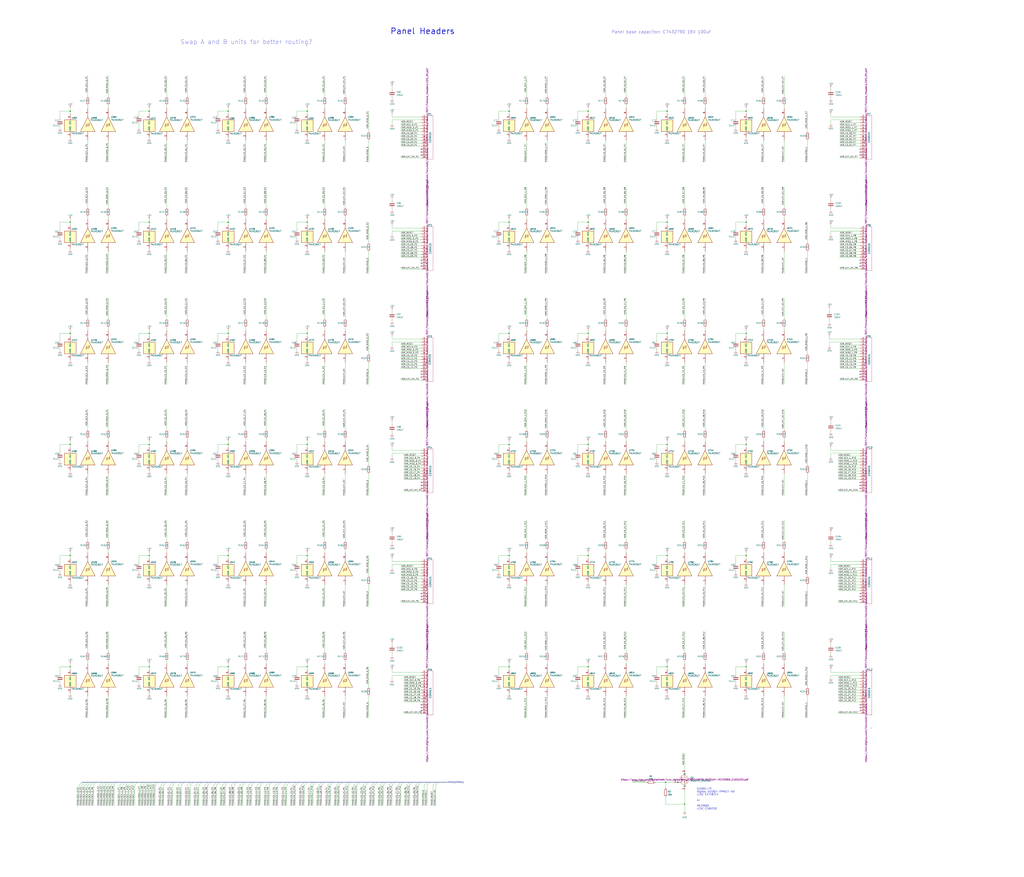
<source format=kicad_sch>
(kicad_sch (version 20231120) (generator "eeschema") (generator_version "8.0")
  (paper "User" 889 762)
  (title_block (title "12-12 Teensy G4.1 Arena Modular LED Display") (date "2024-12-23") (rev "v0.3") (company "IORodeo for Reiserlab @ Janelia"))
  (bus_alias "PAN3V" (members "RESET" "SCK_0" "MOSI_0" "MISO_0" "SCK_1" "MOSI_1" "MISO_1" "CS_00" "CS_01" "CS_02" "CS_03" "CS_04" "CS_05" "CS_06" "CS_07" "CS_08" "CS_09" "CS_10" "CS_11" "CS_12" "CS_13" "CS_14" "CS_15" "CS_16" "CS_17" "CS_18" "CS_19" "CS_20" "CS_21" "CS_22" "CS_23" "CS_24" "CS_25" "CS_26" "CS_27" "CS_28" "CS_29" "EXT_INT"))
  (bus_alias "PAN5V" (members "SCK_0_P1" "SCK_0_P2" "SCK_0_P3" "SCK_0_P4" "SCK_0_P5" "SCK_0_P5" "SCK_0_P6" "MOSI_0_P1" "MOSI_0_P2" "MOSI_0_P3" "MOSI_0_P4" "MOSI_0_P5" "MOSI_0_P6" "SCK_1_P7" "SCK_1_P8" "SCK_1_P9" "SCK_1_P10" "SCK_1_P11" "SCK_1_P12" "MOSI_1_P7" "MOSI_1_P8" "MOSI_1_P9" "MOSI_1_P10" "MOSI_1_P11" "MOSI_1_P12" "CS_00_P1" "CS_00_P7" "CS_01_P1" "CS_01_P7" "CS_02_P1" "CS_02_P7" "CS_03_P1" "CS_03_P7" "CS_04_P1" "CS_04_P7" "CS_05_P2" "CS_05_P8" "CS_06_P2" "CS_06_P8" "CS_07_P2" "CS_07_P8" "CS_08_P2" "CS_08_P8" "CS_09_P2" "CS_09_P8" "CS_10_P3" "CS_10_P9" "CS_11_P3" "CS_11_P9" "CS_12_P3" "CS_12_P9" "CS_13_P3" "CS_13_P9" "CS_14_P3" "CS_14_P9" "CS_15_P4" "CS_15_P10" "CS_16_P4" "CS_16_P10" "CS_17_P4" "CS_17_P10" "CS_18_P4" "CS_18_P10" "CS_19_P4" "CS_19_P10" "CS_20_P5" "CS_20_P11" "CS_21_P5" "CS_21_P11" "CS_22_P5" "CS_22_P11" "CS_23_P5" "CS_23_P11" "CS_24_P5" "CS_24_P11" "CS_25_P6" "CS_25_P12" "CS_26_P6" "CS_26_P12" "CS_27_P6" "CS_27_P12" "CS_28_P6" "CS_28_P12" "CS_29_P6" "CS_29_P12" "MISO_0" "MISO_1" "RESET" "EXT_INT"))
  (junction (at 510.54 579.12))
  (junction (at 579.12 482.6))
  (junction (at 579.12 579.12))
  (junction (at 198.12 193.04))
  (junction (at 129.54 386.08))
  (junction (at 510.54 386.08))
  (junction (at 579.12 386.08))
  (junction (at 198.12 482.6))
  (junction (at 129.54 579.12))
  (junction (at 510.54 193.04))
  (junction (at 266.7 386.08))
  (junction (at 266.7 289.56))
  (junction (at 60.96 482.6))
  (junction (at 60.96 386.08))
  (junction (at 129.54 482.6))
  (junction (at 441.96 482.6))
  (junction (at 647.7 289.56))
  (junction (at 198.12 386.08))
  (junction (at 441.96 96.52))
  (junction (at 579.12 193.04))
  (junction (at 60.96 289.56))
  (junction (at 647.7 482.6))
  (junction (at 577.85 679.45))
  (junction (at 441.96 289.56))
  (junction (at 129.54 289.56))
  (junction (at 60.96 96.52))
  (junction (at 198.12 96.52))
  (junction (at 266.7 579.12))
  (junction (at 198.12 289.56))
  (junction (at 441.96 386.08))
  (junction (at 579.12 96.52))
  (junction (at 266.7 482.6))
  (junction (at 60.96 193.04))
  (junction (at 647.7 96.52))
  (junction (at 647.7 193.04))
  (junction (at 441.96 193.04))
  (junction (at 579.12 289.56))
  (junction (at 510.54 482.6))
  (junction (at 198.12 579.12))
  (junction (at 647.7 386.08))
  (junction (at 510.54 289.56))
  (junction (at 129.54 193.04))
  (junction (at 510.54 96.52))
  (junction (at 441.96 579.12))
  (junction (at 60.96 579.12))
  (junction (at 266.7 96.52))
  (junction (at 594.36 698.5))
  (junction (at 266.7 193.04))
  (junction (at 129.54 96.52))
  (junction (at 647.7 579.12))
  (no_connect (at 365.76 132.08))
  (no_connect (at 746.76 617.22))
  (no_connect (at 746.76 515.62))
  (no_connect (at 746.76 612.14))
  (no_connect (at 365.76 520.7))
  (no_connect (at 746.76 327.66))
  (no_connect (at 746.76 520.7))
  (no_connect (at 365.76 518.16))
  (no_connect (at 746.76 129.54))
  (no_connect (at 746.76 231.14))
  (no_connect (at 365.76 228.6))
  (no_connect (at 365.76 327.66))
  (no_connect (at 746.76 424.18))
  (no_connect (at 746.76 518.16))
  (no_connect (at 365.76 134.62))
  (no_connect (at 365.76 612.14))
  (no_connect (at 746.76 228.6))
  (no_connect (at 365.76 226.06))
  (no_connect (at 365.76 322.58))
  (no_connect (at 746.76 421.64))
  (no_connect (at 365.76 614.68))
  (no_connect (at 746.76 614.68))
  (no_connect (at 746.76 322.58))
  (no_connect (at 746.76 325.12))
  (no_connect (at 365.76 325.12))
  (no_connect (at 746.76 226.06))
  (no_connect (at 365.76 421.64))
  (no_connect (at 746.76 419.1))
  (no_connect (at 746.76 132.08))
  (no_connect (at 746.76 134.62))
  (no_connect (at 365.76 129.54))
  (no_connect (at 365.76 231.14))
  (no_connect (at 365.76 424.18))
  (no_connect (at 365.76 617.22))
  (no_connect (at 365.76 419.1))
  (no_connect (at 365.76 515.62))
  (bus_entry (at 76.2 681.99) (size 2.54 -2.54))
  (bus_entry (at 223.52 681.99) (size 2.54 -2.54))
  (bus_entry (at 340.36 681.99) (size 2.54 -2.54))
  (bus_entry (at 200.66 681.99) (size 2.54 -2.54))
  (bus_entry (at 180.34 681.99) (size 2.54 -2.54))
  (bus_entry (at 231.14 681.99) (size 2.54 -2.54))
  (bus_entry (at 134.62 681.99) (size 2.54 -2.54))
  (bus_entry (at 370.84 681.99) (size 2.54 -2.54))
  (bus_entry (at 307.34 681.99) (size 2.54 -2.54))
  (bus_entry (at 246.38 681.99) (size 2.54 -2.54))
  (bus_entry (at 71.12 681.99) (size 2.54 -2.54))
  (bus_entry (at 88.9 681.99) (size 2.54 -2.54))
  (bus_entry (at 195.58 681.99) (size 2.54 -2.54))
  (bus_entry (at 124.46 681.99) (size 2.54 -2.54))
  (bus_entry (at 233.68 681.99) (size 2.54 -2.54))
  (bus_entry (at 279.4 681.99) (size 2.54 -2.54))
  (bus_entry (at 99.06 681.99) (size 2.54 -2.54))
  (bus_entry (at 294.64 681.99) (size 2.54 -2.54))
  (bus_entry (at 132.08 681.99) (size 2.54 -2.54))
  (bus_entry (at 154.94 681.99) (size 2.54 -2.54))
  (bus_entry (at 129.54 681.99) (size 2.54 -2.54))
  (bus_entry (at 355.6 681.99) (size 2.54 -2.54))
  (bus_entry (at 241.3 681.99) (size 2.54 -2.54))
  (bus_entry (at 185.42 681.99) (size 2.54 -2.54))
  (bus_entry (at 299.72 681.99) (size 2.54 -2.54))
  (bus_entry (at 276.86 681.99) (size 2.54 -2.54))
  (bus_entry (at 345.44 681.99) (size 2.54 -2.54))
  (bus_entry (at 256.54 681.99) (size 2.54 -2.54))
  (bus_entry (at 81.28 681.99) (size 2.54 -2.54))
  (bus_entry (at 162.56 681.99) (size 2.54 -2.54))
  (bus_entry (at 93.98 681.99) (size 2.54 -2.54))
  (bus_entry (at 149.86 681.99) (size 2.54 -2.54))
  (bus_entry (at 375.92 681.99) (size 2.54 -2.54))
  (bus_entry (at 78.74 681.99) (size 2.54 -2.54))
  (bus_entry (at 142.24 681.99) (size 2.54 -2.54))
  (bus_entry (at 111.76 681.99) (size 2.54 -2.54))
  (bus_entry (at 127 681.99) (size 2.54 -2.54))
  (bus_entry (at 187.96 681.99) (size 2.54 -2.54))
  (bus_entry (at 210.82 681.99) (size 2.54 -2.54))
  (bus_entry (at 378.46 681.99) (size 2.54 -2.54))
  (bus_entry (at 347.98 681.99) (size 2.54 -2.54))
  (bus_entry (at 104.14 681.99) (size 2.54 -2.54))
  (bus_entry (at 254 681.99) (size 2.54 -2.54))
  (bus_entry (at 215.9 681.99) (size 2.54 -2.54))
  (bus_entry (at 91.44 681.99) (size 2.54 -2.54))
  (bus_entry (at 170.18 681.99) (size 2.54 -2.54))
  (bus_entry (at 360.68 681.99) (size 2.54 -2.54))
  (bus_entry (at 284.48 681.99) (size 2.54 -2.54))
  (bus_entry (at 114.3 681.99) (size 2.54 -2.54))
  (bus_entry (at 86.36 681.99) (size 2.54 -2.54))
  (bus_entry (at 193.04 681.99) (size 2.54 -2.54))
  (bus_entry (at 264.16 681.99) (size 2.54 -2.54))
  (bus_entry (at 226.06 681.99) (size 2.54 -2.54))
  (bus_entry (at 261.62 681.99) (size 2.54 -2.54))
  (bus_entry (at 337.82 681.99) (size 2.54 -2.54))
  (bus_entry (at 165.1 681.99) (size 2.54 -2.54))
  (bus_entry (at 147.32 681.99) (size 2.54 -2.54))
  (bus_entry (at 363.22 681.99) (size 2.54 -2.54))
  (bus_entry (at 203.2 681.99) (size 2.54 -2.54))
  (bus_entry (at 139.7 681.99) (size 2.54 -2.54))
  (bus_entry (at 238.76 681.99) (size 2.54 -2.54))
  (bus_entry (at 309.88 681.99) (size 2.54 -2.54))
  (bus_entry (at 368.3 681.99) (size 2.54 -2.54))
  (bus_entry (at 353.06 681.99) (size 2.54 -2.54))
  (bus_entry (at 317.5 681.99) (size 2.54 -2.54))
  (bus_entry (at 73.66 681.99) (size 2.54 -2.54))
  (bus_entry (at 330.2 681.99) (size 2.54 -2.54))
  (bus_entry (at 109.22 681.99) (size 2.54 -2.54))
  (bus_entry (at 157.48 681.99) (size 2.54 -2.54))
  (bus_entry (at 292.1 681.99) (size 2.54 -2.54))
  (bus_entry (at 121.92 681.99) (size 2.54 -2.54))
  (bus_entry (at 302.26 681.99) (size 2.54 -2.54))
  (bus_entry (at 332.74 681.99) (size 2.54 -2.54))
  (bus_entry (at 314.96 681.99) (size 2.54 -2.54))
  (bus_entry (at 68.58 681.99) (size 2.54 -2.54))
  (bus_entry (at 287.02 681.99) (size 2.54 -2.54))
  (bus_entry (at 325.12 681.99) (size 2.54 -2.54))
  (bus_entry (at 322.58 681.99) (size 2.54 -2.54))
  (bus_entry (at 96.52 681.99) (size 2.54 -2.54))
  (bus_entry (at 172.72 681.99) (size 2.54 -2.54))
  (bus_entry (at 116.84 681.99) (size 2.54 -2.54))
  (bus_entry (at 271.78 681.99) (size 2.54 -2.54))
  (bus_entry (at 269.24 681.99) (size 2.54 -2.54))
  (bus_entry (at 106.68 681.99) (size 2.54 -2.54))
  (bus_entry (at 218.44 681.99) (size 2.54 -2.54))
  (bus_entry (at 208.28 681.99) (size 2.54 -2.54))
  (bus_entry (at 177.8 681.99) (size 2.54 -2.54))
  (bus_entry (at 248.92 681.99) (size 2.54 -2.54))
  (bus (pts (xy 88.9 679.45) (xy 91.44 679.45)))
  (wire (pts (xy 162.56 355.6) (xy 162.56 373.38)))
  (wire (pts (xy 93.98 477.52) (xy 93.98 480.06)))
  (wire (pts (xy 281.94 121.92) (xy 281.94 140.97)))
  (wire (pts (xy 721.36 365.76) (xy 721.36 367.03)))
  (wire (pts (xy 198.12 601.98) (xy 198.12 603.25)))
  (wire (pts (xy 594.36 355.6) (xy 594.36 373.38)))
  (bus (pts (xy 302.26 679.45) (xy 304.8 679.45)))
  (wire (pts (xy 727.71 513.08) (xy 746.76 513.08)))
  (wire (pts (xy 501.65 386.08) (xy 510.54 386.08)))
  (wire (pts (xy 612.14 574.04) (xy 612.14 576.58)))
  (wire (pts (xy 238.76 681.99) (xy 238.76 699.77)))
  (wire (pts (xy 281.94 314.96) (xy 281.94 334.01)))
  (wire (pts (xy 120.65 289.56) (xy 120.65 295.91)))
  (wire (pts (xy 231.14 284.48) (xy 231.14 287.02)))
  (wire (pts (xy 543.56 187.96) (xy 543.56 190.5)))
  (wire (pts (xy 213.36 477.52) (xy 213.36 480.06)))
  (wire (pts (xy 594.36 685.8) (xy 594.36 698.5)))
  (wire (pts (xy 721.36 586.74) (xy 746.76 586.74)))
  (wire (pts (xy 340.36 584.2) (xy 365.76 584.2)))
  (wire (pts (xy 525.78 548.64) (xy 525.78 566.42)))
  (wire (pts (xy 594.36 218.44) (xy 594.36 237.49)))
  (wire (pts (xy 60.96 193.04) (xy 60.96 195.58)))
  (wire (pts (xy 721.36 490.22) (xy 721.36 494.03)))
  (bus (pts (xy 335.28 679.45) (xy 340.36 679.45)))
  (wire (pts (xy 543.56 259.08) (xy 543.56 276.86)))
  (wire (pts (xy 257.81 303.53) (xy 257.81 304.8)))
  (wire (pts (xy 257.81 193.04) (xy 266.7 193.04)))
  (wire (pts (xy 266.7 96.52) (xy 266.7 99.06)))
  (wire (pts (xy 728.98 220.98) (xy 746.76 220.98)))
  (wire (pts (xy 213.36 314.96) (xy 213.36 334.01)))
  (wire (pts (xy 172.72 681.99) (xy 172.72 699.77)))
  (wire (pts (xy 728.98 312.42) (xy 746.76 312.42)))
  (wire (pts (xy 76.2 66.04) (xy 76.2 83.82)))
  (wire (pts (xy 548.64 679.45) (xy 561.34 679.45)))
  (wire (pts (xy 52.07 110.49) (xy 52.07 111.76)))
  (wire (pts (xy 474.98 121.92) (xy 474.98 140.97)))
  (wire (pts (xy 662.94 574.04) (xy 662.94 576.58)))
  (bus (pts (xy 264.16 679.45) (xy 266.7 679.45)))
  (wire (pts (xy 340.36 292.1) (xy 340.36 294.64)))
  (wire (pts (xy 662.94 259.08) (xy 662.94 276.86)))
  (wire (pts (xy 81.28 681.99) (xy 81.28 699.77)))
  (wire (pts (xy 281.94 284.48) (xy 281.94 287.02)))
  (wire (pts (xy 728.98 106.68) (xy 746.76 106.68)))
  (wire (pts (xy 441.96 480.06) (xy 441.96 482.6)))
  (wire (pts (xy 320.04 121.92) (xy 320.04 140.97)))
  (wire (pts (xy 350.52 416.56) (xy 365.76 416.56)))
  (wire (pts (xy 433.07 482.6) (xy 433.07 488.95)))
  (wire (pts (xy 189.23 386.08) (xy 189.23 392.43)))
  (wire (pts (xy 570.23 289.56) (xy 570.23 295.91)))
  (wire (pts (xy 728.98 210.82) (xy 746.76 210.82)))
  (wire (pts (xy 543.56 477.52) (xy 543.56 480.06)))
  (wire (pts (xy 594.36 411.48) (xy 594.36 430.53)))
  (wire (pts (xy 347.98 492.76) (xy 365.76 492.76)))
  (wire (pts (xy 257.81 496.57) (xy 257.81 497.84)))
  (wire (pts (xy 213.36 604.52) (xy 213.36 623.57)))
  (wire (pts (xy 543.56 411.48) (xy 543.56 430.53)))
  (bus (pts (xy 312.42 679.45) (xy 317.5 679.45)))
  (wire (pts (xy 525.78 314.96) (xy 525.78 334.01)))
  (wire (pts (xy 129.54 96.52) (xy 129.54 99.06)))
  (wire (pts (xy 721.36 182.88) (xy 721.36 181.61)))
  (wire (pts (xy 320.04 508) (xy 320.04 527.05)))
  (wire (pts (xy 129.54 312.42) (xy 129.54 313.69)))
  (wire (pts (xy 340.36 490.22) (xy 340.36 494.03)))
  (wire (pts (xy 510.54 576.58) (xy 510.54 579.12)))
  (wire (pts (xy 281.94 162.56) (xy 281.94 180.34)))
  (wire (pts (xy 340.36 393.7) (xy 340.36 397.51)))
  (bus (pts (xy 378.46 679.45) (xy 381 679.45)))
  (wire (pts (xy 638.81 303.53) (xy 638.81 304.8)))
  (bus (pts (xy 127 679.45) (xy 129.54 679.45)))
  (wire (pts (xy 441.96 289.56) (xy 441.96 292.1)))
  (wire (pts (xy 570.23 96.52) (xy 579.12 96.52)))
  (wire (pts (xy 728.98 302.26) (xy 746.76 302.26)))
  (wire (pts (xy 254 681.99) (xy 254 699.77)))
  (bus (pts (xy 342.9 679.45) (xy 347.98 679.45)))
  (wire (pts (xy 299.72 162.56) (xy 299.72 180.34)))
  (wire (pts (xy 638.81 400.05) (xy 638.81 401.32)))
  (bus (pts (xy 279.4 679.45) (xy 281.94 679.45)))
  (wire (pts (xy 299.72 574.04) (xy 299.72 576.58)))
  (wire (pts (xy 162.56 259.08) (xy 162.56 276.86)))
  (wire (pts (xy 330.2 681.99) (xy 330.2 699.77)))
  (wire (pts (xy 52.07 193.04) (xy 52.07 199.39)))
  (wire (pts (xy 577.85 679.45) (xy 585.47 679.45)))
  (wire (pts (xy 129.54 408.94) (xy 129.54 410.21)))
  (wire (pts (xy 129.54 505.46) (xy 129.54 506.73)))
  (wire (pts (xy 701.04 96.52) (xy 701.04 114.3)))
  (bus (pts (xy 363.22 679.45) (xy 365.76 679.45)))
  (wire (pts (xy 543.56 355.6) (xy 543.56 373.38)))
  (wire (pts (xy 727.71 497.84) (xy 746.76 497.84)))
  (wire (pts (xy 647.7 193.04) (xy 647.7 195.58)))
  (wire (pts (xy 612.14 604.52) (xy 612.14 623.57)))
  (wire (pts (xy 114.3 681.99) (xy 114.3 699.77)))
  (wire (pts (xy 701.04 411.48) (xy 701.04 430.53)))
  (wire (pts (xy 144.78 284.48) (xy 144.78 287.02)))
  (wire (pts (xy 543.56 66.04) (xy 543.56 83.82)))
  (wire (pts (xy 93.98 162.56) (xy 93.98 180.34)))
  (wire (pts (xy 680.72 355.6) (xy 680.72 373.38)))
  (wire (pts (xy 347.98 127) (xy 365.76 127)))
  (wire (pts (xy 543.56 121.92) (xy 543.56 140.97)))
  (wire (pts (xy 200.66 681.99) (xy 200.66 699.77)))
  (wire (pts (xy 347.98 523.24) (xy 365.76 523.24)))
  (wire (pts (xy 120.65 579.12) (xy 129.54 579.12)))
  (wire (pts (xy 198.12 119.38) (xy 198.12 120.65)))
  (wire (pts (xy 266.7 579.12) (xy 266.7 581.66)))
  (wire (pts (xy 198.12 289.56) (xy 198.12 292.1)))
  (wire (pts (xy 594.36 548.64) (xy 594.36 566.42)))
  (bus (pts (xy 259.08 679.45) (xy 264.16 679.45)))
  (wire (pts (xy 347.98 508) (xy 365.76 508)))
  (wire (pts (xy 728.98 304.8) (xy 746.76 304.8)))
  (wire (pts (xy 433.07 386.08) (xy 433.07 392.43)))
  (wire (pts (xy 594.36 698.5) (xy 594.36 704.85)))
  (wire (pts (xy 93.98 355.6) (xy 93.98 373.38)))
  (wire (pts (xy 570.23 386.08) (xy 570.23 392.43)))
  (wire (pts (xy 129.54 383.54) (xy 129.54 386.08)))
  (wire (pts (xy 525.78 66.04) (xy 525.78 83.82)))
  (wire (pts (xy 266.7 505.46) (xy 266.7 506.73)))
  (wire (pts (xy 198.12 482.6) (xy 198.12 485.14)))
  (wire (pts (xy 728.98 203.2) (xy 746.76 203.2)))
  (wire (pts (xy 213.36 162.56) (xy 213.36 180.34)))
  (bus (pts (xy 91.44 679.45) (xy 93.98 679.45)))
  (wire (pts (xy 441.96 215.9) (xy 441.96 217.17)))
  (wire (pts (xy 594.36 259.08) (xy 594.36 276.86)))
  (bus (pts (xy 81.28 679.45) (xy 83.82 679.45)))
  (wire (pts (xy 266.7 119.38) (xy 266.7 120.65)))
  (wire (pts (xy 76.2 162.56) (xy 76.2 180.34)))
  (bus (pts (xy 332.74 679.45) (xy 335.28 679.45)))
  (wire (pts (xy 340.36 294.64) (xy 365.76 294.64)))
  (wire (pts (xy 266.7 383.54) (xy 266.7 386.08)))
  (wire (pts (xy 347.98 111.76) (xy 365.76 111.76)))
  (wire (pts (xy 680.72 381) (xy 680.72 383.54)))
  (wire (pts (xy 347.98 302.26) (xy 365.76 302.26)))
  (wire (pts (xy 433.07 289.56) (xy 433.07 295.91)))
  (wire (pts (xy 350.52 414.02) (xy 365.76 414.02)))
  (wire (pts (xy 340.36 487.68) (xy 365.76 487.68)))
  (wire (pts (xy 612.14 314.96) (xy 612.14 334.01)))
  (wire (pts (xy 129.54 289.56) (xy 129.54 292.1)))
  (wire (pts (xy 144.78 411.48) (xy 144.78 430.53)))
  (wire (pts (xy 638.81 96.52) (xy 647.7 96.52)))
  (wire (pts (xy 231.14 91.44) (xy 231.14 93.98)))
  (wire (pts (xy 350.52 604.52) (xy 365.76 604.52)))
  (wire (pts (xy 728.98 124.46) (xy 746.76 124.46)))
  (wire (pts (xy 662.94 477.52) (xy 662.94 480.06)))
  (wire (pts (xy 198.12 287.02) (xy 198.12 289.56)))
  (wire (pts (xy 340.36 485.14) (xy 340.36 487.68)))
  (bus (pts (xy 325.12 679.45) (xy 327.66 679.45)))
  (wire (pts (xy 510.54 482.6) (xy 510.54 485.14)))
  (wire (pts (xy 299.72 314.96) (xy 299.72 334.01)))
  (wire (pts (xy 162.56 162.56) (xy 162.56 180.34)))
  (wire (pts (xy 76.2 381) (xy 76.2 383.54)))
  (wire (pts (xy 281.94 574.04) (xy 281.94 576.58)))
  (wire (pts (xy 612.14 548.64) (xy 612.14 566.42)))
  (wire (pts (xy 120.65 207.01) (xy 120.65 208.28)))
  (wire (pts (xy 727.71 607.06) (xy 746.76 607.06)))
  (wire (pts (xy 638.81 207.01) (xy 638.81 208.28)))
  (wire (pts (xy 320.04 411.48) (xy 320.04 430.53)))
  (wire (pts (xy 347.98 109.22) (xy 365.76 109.22)))
  (bus (pts (xy 350.52 679.45) (xy 355.6 679.45)))
  (wire (pts (xy 68.58 681.99) (xy 68.58 699.77)))
  (wire (pts (xy 647.7 601.98) (xy 647.7 603.25)))
  (wire (pts (xy 162.56 121.92) (xy 162.56 140.97)))
  (wire (pts (xy 129.54 193.04) (xy 129.54 195.58)))
  (wire (pts (xy 350.52 589.28) (xy 365.76 589.28)))
  (wire (pts (xy 299.72 355.6) (xy 299.72 373.38)))
  (wire (pts (xy 662.94 604.52) (xy 662.94 623.57)))
  (wire (pts (xy 52.07 400.05) (xy 52.07 401.32)))
  (wire (pts (xy 281.94 508) (xy 281.94 527.05)))
  (wire (pts (xy 433.07 593.09) (xy 433.07 594.36)))
  (wire (pts (xy 294.64 681.99) (xy 294.64 699.77)))
  (wire (pts (xy 647.7 408.94) (xy 647.7 410.21)))
  (wire (pts (xy 340.36 586.74) (xy 365.76 586.74)))
  (wire (pts (xy 647.7 215.9) (xy 647.7 217.17)))
  (wire (pts (xy 144.78 314.96) (xy 144.78 334.01)))
  (bus (pts (xy 182.88 679.45) (xy 187.96 679.45)))
  (wire (pts (xy 52.07 193.04) (xy 60.96 193.04)))
  (wire (pts (xy 433.07 110.49) (xy 433.07 111.76)))
  (wire (pts (xy 162.56 508) (xy 162.56 527.05)))
  (wire (pts (xy 612.14 259.08) (xy 612.14 276.86)))
  (wire (pts (xy 189.23 482.6) (xy 198.12 482.6)))
  (wire (pts (xy 76.2 548.64) (xy 76.2 566.42)))
  (wire (pts (xy 727.71 591.82) (xy 746.76 591.82)))
  (wire (pts (xy 129.54 480.06) (xy 129.54 482.6)))
  (wire (pts (xy 612.14 162.56) (xy 612.14 180.34)))
  (bus (pts (xy 340.36 679.45) (xy 342.9 679.45)))
  (wire (pts (xy 721.36 462.28) (xy 721.36 463.55)))
  (bus (pts (xy 76.2 679.45) (xy 78.74 679.45)))
  (bus (pts (xy 309.88 679.45) (xy 312.42 679.45)))
  (wire (pts (xy 662.94 121.92) (xy 662.94 140.97)))
  (wire (pts (xy 720.09 292.1) (xy 720.09 294.64)))
  (wire (pts (xy 543.56 314.96) (xy 543.56 334.01)))
  (wire (pts (xy 474.98 411.48) (xy 474.98 430.53)))
  (wire (pts (xy 647.7 312.42) (xy 647.7 313.69)))
  (wire (pts (xy 727.71 406.4) (xy 746.76 406.4)))
  (wire (pts (xy 728.98 208.28) (xy 746.76 208.28)))
  (wire (pts (xy 501.65 289.56) (xy 501.65 295.91)))
  (wire (pts (xy 129.54 601.98) (xy 129.54 603.25)))
  (wire (pts (xy 347.98 220.98) (xy 365.76 220.98)))
  (wire (pts (xy 208.28 681.99) (xy 208.28 699.77)))
  (wire (pts (xy 662.94 381) (xy 662.94 383.54)))
  (wire (pts (xy 144.78 548.64) (xy 144.78 566.42)))
  (wire (pts (xy 543.56 284.48) (xy 543.56 287.02)))
  (wire (pts (xy 320.04 604.52) (xy 320.04 623.57)))
  (wire (pts (xy 727.71 396.24) (xy 746.76 396.24)))
  (wire (pts (xy 647.7 576.58) (xy 647.7 579.12)))
  (wire (pts (xy 727.71 398.78) (xy 746.76 398.78)))
  (wire (pts (xy 340.36 85.09) (xy 340.36 86.36)))
  (wire (pts (xy 129.54 576.58) (xy 129.54 579.12)))
  (wire (pts (xy 594.36 66.04) (xy 594.36 83.82)))
  (wire (pts (xy 76.2 187.96) (xy 76.2 190.5)))
  (wire (pts (xy 60.96 215.9) (xy 60.96 217.17)))
  (wire (pts (xy 728.98 116.84) (xy 746.76 116.84)))
  (wire (pts (xy 701.04 482.6) (xy 701.04 500.38)))
  (bus (pts (xy 297.18 679.45) (xy 302.26 679.45)))
  (wire (pts (xy 144.78 91.44) (xy 144.78 93.98)))
  (wire (pts (xy 647.7 505.46) (xy 647.7 506.73)))
  (wire (pts (xy 147.32 681.99) (xy 147.32 699.77)))
  (wire (pts (xy 457.2 218.44) (xy 457.2 237.49)))
  (wire (pts (xy 474.98 187.96) (xy 474.98 190.5)))
  (wire (pts (xy 720.09 297.18) (xy 720.09 300.99)))
  (wire (pts (xy 256.54 681.99) (xy 256.54 699.77)))
  (wire (pts (xy 93.98 452.12) (xy 93.98 469.9)))
  (wire (pts (xy 281.94 452.12) (xy 281.94 469.9)))
  (bus (pts (xy 287.02 679.45) (xy 289.56 679.45)))
  (wire (pts (xy 441.96 119.38) (xy 441.96 120.65)))
  (wire (pts (xy 189.23 207.01) (xy 189.23 208.28)))
  (wire (pts (xy 60.96 119.38) (xy 60.96 120.65)))
  (wire (pts (xy 433.07 303.53) (xy 433.07 304.8)))
  (wire (pts (xy 474.98 477.52) (xy 474.98 480.06)))
  (wire (pts (xy 340.36 581.66) (xy 340.36 584.2)))
  (wire (pts (xy 638.81 593.09) (xy 638.81 594.36)))
  (wire (pts (xy 441.96 505.46) (xy 441.96 506.73)))
  (wire (pts (xy 680.72 187.96) (xy 680.72 190.5)))
  (wire (pts (xy 340.36 391.16) (xy 365.76 391.16)))
  (wire (pts (xy 457.2 66.04) (xy 457.2 83.82)))
  (wire (pts (xy 510.54 383.54) (xy 510.54 386.08)))
  (wire (pts (xy 157.48 681.99) (xy 157.48 699.77)))
  (wire (pts (xy 525.78 218.44) (xy 525.78 237.49)))
  (wire (pts (xy 231.14 314.96) (xy 231.14 334.01)))
  (wire (pts (xy 612.14 508) (xy 612.14 527.05)))
  (wire (pts (xy 525.78 477.52) (xy 525.78 480.06)))
  (wire (pts (xy 231.14 477.52) (xy 231.14 480.06)))
  (wire (pts (xy 60.96 96.52) (xy 60.96 99.06)))
  (bus (pts (xy 241.3 679.45) (xy 243.84 679.45)))
  (bus (pts (xy 190.5 679.45) (xy 195.58 679.45)))
  (wire (pts (xy 266.7 193.04) (xy 266.7 195.58)))
  (wire (pts (xy 231.14 452.12) (xy 231.14 469.9)))
  (wire (pts (xy 501.65 96.52) (xy 510.54 96.52)))
  (wire (pts (xy 129.54 190.5) (xy 129.54 193.04)))
  (wire (pts (xy 347.98 114.3) (xy 365.76 114.3)))
  (bus (pts (xy 142.24 679.45) (xy 144.78 679.45)))
  (wire (pts (xy 474.98 355.6) (xy 474.98 373.38)))
  (wire (pts (xy 727.71 401.32) (xy 746.76 401.32)))
  (wire (pts (xy 647.7 480.06) (xy 647.7 482.6)))
  (wire (pts (xy 457.2 548.64) (xy 457.2 566.42)))
  (wire (pts (xy 347.98 203.2) (xy 365.76 203.2)))
  (bus (pts (xy 228.6 679.45) (xy 233.68 679.45)))
  (wire (pts (xy 347.98 223.52) (xy 365.76 223.52)))
  (wire (pts (xy 594.36 187.96) (xy 594.36 190.5)))
  (wire (pts (xy 510.54 289.56) (xy 510.54 292.1)))
  (wire (pts (xy 93.98 66.04) (xy 93.98 83.82)))
  (wire (pts (xy 124.46 681.99) (xy 124.46 699.77)))
  (wire (pts (xy 662.94 452.12) (xy 662.94 469.9)))
  (wire (pts (xy 638.81 496.57) (xy 638.81 497.84)))
  (wire (pts (xy 340.36 195.58) (xy 340.36 198.12)))
  (wire (pts (xy 299.72 452.12) (xy 299.72 469.9)))
  (bus (pts (xy 93.98 679.45) (xy 96.52 679.45)))
  (wire (pts (xy 96.52 681.99) (xy 96.52 699.77)))
  (wire (pts (xy 728.98 317.5) (xy 746.76 317.5)))
  (wire (pts (xy 120.65 289.56) (xy 129.54 289.56)))
  (wire (pts (xy 721.36 85.09) (xy 721.36 86.36)))
  (wire (pts (xy 189.23 96.52) (xy 198.12 96.52)))
  (wire (pts (xy 594.36 574.04) (xy 594.36 576.58)))
  (wire (pts (xy 368.3 681.99) (xy 368.3 699.77)))
  (wire (pts (xy 441.96 93.98) (xy 441.96 96.52)))
  (wire (pts (xy 309.88 681.99) (xy 309.88 699.77)))
  (wire (pts (xy 363.22 681.99) (xy 363.22 699.77)))
  (wire (pts (xy 701.04 193.04) (xy 701.04 210.82)))
  (wire (pts (xy 246.38 681.99) (xy 246.38 699.77)))
  (wire (pts (xy 433.07 289.56) (xy 441.96 289.56)))
  (wire (pts (xy 474.98 508) (xy 474.98 527.05)))
  (wire (pts (xy 76.2 355.6) (xy 76.2 373.38)))
  (wire (pts (xy 93.98 381) (xy 93.98 383.54)))
  (wire (pts (xy 52.07 482.6) (xy 52.07 488.95)))
  (wire (pts (xy 727.71 403.86) (xy 746.76 403.86)))
  (wire (pts (xy 727.71 510.54) (xy 746.76 510.54)))
  (wire (pts (xy 721.36 99.06) (xy 721.36 101.6)))
  (wire (pts (xy 662.94 91.44) (xy 662.94 93.98)))
  (wire (pts (xy 543.56 381) (xy 543.56 383.54)))
  (wire (pts (xy 727.71 492.76) (xy 746.76 492.76)))
  (wire (pts (xy 287.02 681.99) (xy 287.02 699.77)))
  (wire (pts (xy 340.36 297.18) (xy 365.76 297.18)))
  (wire (pts (xy 299.72 604.52) (xy 299.72 623.57)))
  (wire (pts (xy 579.12 215.9) (xy 579.12 217.17)))
  (bus (pts (xy 289.56 679.45) (xy 294.64 679.45)))
  (wire (pts (xy 441.96 482.6) (xy 441.96 485.14)))
  (wire (pts (xy 257.81 482.6) (xy 266.7 482.6)))
  (bus (pts (xy 203.2 679.45) (xy 205.74 679.45)))
  (wire (pts (xy 350.52 609.6) (xy 365.76 609.6)))
  (wire (pts (xy 299.72 121.92) (xy 299.72 140.97)))
  (wire (pts (xy 320.04 314.96) (xy 320.04 334.01)))
  (bus (pts (xy 233.68 679.45) (xy 236.22 679.45)))
  (wire (pts (xy 198.12 96.52) (xy 198.12 99.06)))
  (wire (pts (xy 510.54 386.08) (xy 510.54 388.62)))
  (wire (pts (xy 457.2 604.52) (xy 457.2 623.57)))
  (wire (pts (xy 340.36 567.69) (xy 340.36 570.23)))
  (wire (pts (xy 134.62 681.99) (xy 134.62 699.77)))
  (wire (pts (xy 579.12 119.38) (xy 579.12 120.65)))
  (wire (pts (xy 320.04 482.6) (xy 320.04 500.38)))
  (wire (pts (xy 347.98 116.84) (xy 365.76 116.84)))
  (wire (pts (xy 284.48 681.99) (xy 284.48 699.77)))
  (wire (pts (xy 198.12 579.12) (xy 198.12 581.66)))
  (wire (pts (xy 680.72 508) (xy 680.72 527.05)))
  (wire (pts (xy 647.7 93.98) (xy 647.7 96.52)))
  (wire (pts (xy 350.52 596.9) (xy 365.76 596.9)))
  (bus (pts (xy 180.34 679.45) (xy 182.88 679.45)))
  (wire (pts (xy 680.72 162.56) (xy 680.72 180.34)))
  (wire (pts (xy 347.98 213.36) (xy 365.76 213.36)))
  (wire (pts (xy 144.78 187.96) (xy 144.78 190.5)))
  (wire (pts (xy 241.3 681.99) (xy 241.3 699.77)))
  (wire (pts (xy 198.12 215.9) (xy 198.12 217.17)))
  (wire (pts (xy 218.44 681.99) (xy 218.44 699.77)))
  (wire (pts (xy 570.23 400.05) (xy 570.23 401.32)))
  (wire (pts (xy 340.36 74.93) (xy 340.36 77.47)))
  (wire (pts (xy 727.71 500.38) (xy 746.76 500.38)))
  (wire (pts (xy 647.7 287.02) (xy 647.7 289.56)))
  (wire (pts (xy 73.66 681.99) (xy 73.66 699.77)))
  (wire (pts (xy 52.07 386.08) (xy 60.96 386.08)))
  (wire (pts (xy 680.72 452.12) (xy 680.72 469.9)))
  (wire (pts (xy 213.36 355.6) (xy 213.36 373.38)))
  (wire (pts (xy 543.56 452.12) (xy 543.56 469.9)))
  (wire (pts (xy 189.23 289.56) (xy 198.12 289.56)))
  (wire (pts (xy 189.23 193.04) (xy 189.23 199.39)))
  (wire (pts (xy 257.81 289.56) (xy 257.81 295.91)))
  (wire (pts (xy 261.62 681.99) (xy 261.62 699.77)))
  (wire (pts (xy 60.96 505.46) (xy 60.96 506.73)))
  (wire (pts (xy 570.23 496.57) (xy 570.23 497.84)))
  (bus (pts (xy 111.76 679.45) (xy 114.3 679.45)))
  (wire (pts (xy 231.14 381) (xy 231.14 383.54)))
  (wire (pts (xy 347.98 500.38) (xy 365.76 500.38)))
  (wire (pts (xy 662.94 66.04) (xy 662.94 83.82)))
  (wire (pts (xy 680.72 121.92) (xy 680.72 140.97)))
  (wire (pts (xy 266.7 482.6) (xy 266.7 485.14)))
  (wire (pts (xy 52.07 579.12) (xy 60.96 579.12)))
  (wire (pts (xy 638.81 579.12) (xy 638.81 585.47)))
  (wire (pts (xy 109.22 681.99) (xy 109.22 699.77)))
  (wire (pts (xy 231.14 508) (xy 231.14 527.05)))
  (wire (pts (xy 612.14 411.48) (xy 612.14 430.53)))
  (wire (pts (xy 257.81 289.56) (xy 266.7 289.56)))
  (wire (pts (xy 60.96 287.02) (xy 60.96 289.56)))
  (wire (pts (xy 433.07 579.12) (xy 433.07 585.47)))
  (wire (pts (xy 180.34 681.99) (xy 180.34 699.77)))
  (polyline (pts (xy 727.837 567.436) (xy 727.837 567.563)))
  (wire (pts (xy 501.65 496.57) (xy 501.65 497.84)))
  (wire (pts (xy 86.36 681.99) (xy 86.36 699.77)))
  (wire (pts (xy 647.7 190.5) (xy 647.7 193.04)))
  (wire (pts (xy 144.78 121.92) (xy 144.78 140.97)))
  (wire (pts (xy 457.2 508) (xy 457.2 527.05)))
  (wire (pts (xy 721.36 374.65) (xy 721.36 375.92)))
  (wire (pts (xy 457.2 121.92) (xy 457.2 140.97)))
  (wire (pts (xy 106.68 681.99) (xy 106.68 699.77)))
  (wire (pts (xy 60.96 93.98) (xy 60.96 96.52)))
  (wire (pts (xy 60.96 190.5) (xy 60.96 193.04)))
  (wire (pts (xy 189.23 303.53) (xy 189.23 304.8)))
  (wire (pts (xy 579.12 289.56) (xy 579.12 292.1)))
  (bus (pts (xy 218.44 679.45) (xy 220.98 679.45)))
  (wire (pts (xy 662.94 284.48) (xy 662.94 287.02)))
  (bus (pts (xy 248.92 679.45) (xy 251.46 679.45)))
  (bus (pts (xy 172.72 679.45) (xy 175.26 679.45)))
  (wire (pts (xy 594.36 477.52) (xy 594.36 480.06)))
  (wire (pts (xy 727.71 502.92) (xy 746.76 502.92)))
  (wire (pts (xy 543.56 162.56) (xy 543.56 180.34)))
  (wire (pts (xy 612.14 284.48) (xy 612.14 287.02)))
  (bus (pts (xy 175.26 679.45) (xy 180.34 679.45)))
  (wire (pts (xy 721.36 471.17) (xy 721.36 472.44)))
  (wire (pts (xy 579.12 386.08) (xy 579.12 388.62)))
  (wire (pts (xy 162.56 91.44) (xy 162.56 93.98)))
  (wire (pts (xy 198.12 576.58) (xy 198.12 579.12)))
  (bus (pts (xy 101.6 679.45) (xy 106.68 679.45)))
  (wire (pts (xy 347.98 307.34) (xy 365.76 307.34)))
  (wire (pts (xy 162.56 548.64) (xy 162.56 566.42)))
  (wire (pts (xy 60.96 408.94) (xy 60.96 410.21)))
  (wire (pts (xy 457.2 162.56) (xy 457.2 180.34)))
  (wire (pts (xy 76.2 121.92) (xy 76.2 140.97)))
  (wire (pts (xy 728.98 330.2) (xy 746.76 330.2)))
  (bus (pts (xy 157.48 679.45) (xy 160.02 679.45)))
  (bus (pts (xy 187.96 679.45) (xy 190.5 679.45)))
  (wire (pts (xy 457.2 411.48) (xy 457.2 430.53)))
  (wire (pts (xy 257.81 193.04) (xy 257.81 199.39)))
  (wire (pts (xy 594.36 508) (xy 594.36 527.05)))
  (wire (pts (xy 433.07 386.08) (xy 441.96 386.08)))
  (wire (pts (xy 213.36 574.04) (xy 213.36 576.58)))
  (wire (pts (xy 721.36 558.8) (xy 721.36 560.07)))
  (wire (pts (xy 226.06 681.99) (xy 226.06 699.77)))
  (wire (pts (xy 570.23 193.04) (xy 579.12 193.04)))
  (wire (pts (xy 93.98 508) (xy 93.98 527.05)))
  (wire (pts (xy 189.23 289.56) (xy 189.23 295.91)))
  (wire (pts (xy 120.65 400.05) (xy 120.65 401.32)))
  (wire (pts (xy 350.52 408.94) (xy 365.76 408.94)))
  (wire (pts (xy 727.71 596.9) (xy 746.76 596.9)))
  (wire (pts (xy 579.12 96.52) (xy 579.12 99.06)))
  (wire (pts (xy 302.26 681.99) (xy 302.26 699.77)))
  (wire (pts (xy 76.2 411.48) (xy 76.2 430.53)))
  (wire (pts (xy 457.2 187.96) (xy 457.2 190.5)))
  (wire (pts (xy 340.36 558.8) (xy 340.36 560.07)))
  (wire (pts (xy 266.7 190.5) (xy 266.7 193.04)))
  (wire (pts (xy 721.36 200.66) (xy 746.76 200.66)))
  (wire (pts (xy 347.98 299.72) (xy 365.76 299.72)))
  (bus (pts (xy 365.76 679.45) (xy 370.84 679.45)))
  (wire (pts (xy 501.65 289.56) (xy 510.54 289.56)))
  (wire (pts (xy 721.36 388.62) (xy 721.36 391.16)))
  (wire (pts (xy 93.98 259.08) (xy 93.98 276.86)))
  (wire (pts (xy 721.36 101.6) (xy 746.76 101.6)))
  (wire (pts (xy 213.36 187.96) (xy 213.36 190.5)))
  (wire (pts (xy 347.98 497.84) (xy 365.76 497.84)))
  (wire (pts (xy 501.65 303.53) (xy 501.65 304.8)))
  (wire (pts (xy 340.36 101.6) (xy 365.76 101.6)))
  (wire (pts (xy 680.72 259.08) (xy 680.72 276.86)))
  (wire (pts (xy 162.56 574.04) (xy 162.56 576.58)))
  (wire (pts (xy 594.36 314.96) (xy 594.36 334.01)))
  (wire (pts (xy 120.65 303.53) (xy 120.65 304.8)))
  (wire (pts (xy 612.14 91.44) (xy 612.14 93.98)))
  (wire (pts (xy 320.04 218.44) (xy 320.04 237.49)))
  (wire (pts (xy 213.36 121.92) (xy 213.36 140.97)))
  (wire (pts (xy 457.2 477.52) (xy 457.2 480.06)))
  (wire (pts (xy 231.14 66.04) (xy 231.14 83.82)))
  (wire (pts (xy 257.81 482.6) (xy 257.81 488.95)))
  (wire (pts (xy 441.96 190.5) (xy 441.96 193.04)))
  (wire (pts (xy 281.94 604.52) (xy 281.94 623.57)))
  (bus (pts (xy 106.68 679.45) (xy 109.22 679.45)))
  (wire (pts (xy 162.56 66.04) (xy 162.56 83.82)))
  (wire (pts (xy 474.98 259.08) (xy 474.98 276.86)))
  (wire (pts (xy 299.72 218.44) (xy 299.72 237.49)))
  (wire (pts (xy 120.65 496.57) (xy 120.65 497.84)))
  (wire (pts (xy 728.98 309.88) (xy 746.76 309.88)))
  (bus (pts (xy 320.04 679.45) (xy 325.12 679.45)))
  (wire (pts (xy 638.81 579.12) (xy 647.7 579.12)))
  (wire (pts (xy 680.72 477.52) (xy 680.72 480.06)))
  (wire (pts (xy 340.36 393.7) (xy 365.76 393.7)))
  (wire (pts (xy 474.98 218.44) (xy 474.98 237.49)))
  (wire (pts (xy 347.98 119.38) (xy 365.76 119.38)))
  (wire (pts (xy 120.65 386.08) (xy 120.65 392.43)))
  (wire (pts (xy 154.94 681.99) (xy 154.94 699.77)))
  (wire (pts (xy 340.36 681.99) (xy 340.36 699.77)))
  (wire (pts (xy 727.71 508) (xy 746.76 508)))
  (wire (pts (xy 320.04 289.56) (xy 320.04 307.34)))
  (wire (pts (xy 223.52 681.99) (xy 223.52 699.77)))
  (bus (pts (xy 327.66 679.45) (xy 332.74 679.45)))
  (bus (pts (xy 274.32 679.45) (xy 279.4 679.45)))
  (wire (pts (xy 347.98 233.68) (xy 365.76 233.68)))
  (wire (pts (xy 501.65 193.04) (xy 501.65 199.39)))
  (wire (pts (xy 52.07 289.56) (xy 52.07 295.91)))
  (wire (pts (xy 680.72 284.48) (xy 680.72 287.02)))
  (wire (pts (xy 129.54 287.02) (xy 129.54 289.56)))
  (wire (pts (xy 76.2 284.48) (xy 76.2 287.02)))
  (wire (pts (xy 457.2 91.44) (xy 457.2 93.98)))
  (wire (pts (xy 510.54 96.52) (xy 510.54 99.06)))
  (wire (pts (xy 728.98 320.04) (xy 746.76 320.04)))
  (wire (pts (xy 269.24 681.99) (xy 269.24 699.77)))
  (wire (pts (xy 525.78 411.48) (xy 525.78 430.53)))
  (wire (pts (xy 320.04 386.08) (xy 320.04 403.86)))
  (bus (pts (xy 256.54 679.45) (xy 259.08 679.45)))
  (polyline (pts (xy 755.65 632.46) (xy 756.92 632.46)))
  (wire (pts (xy 350.52 599.44) (xy 365.76 599.44)))
  (wire (pts (xy 510.54 601.98) (xy 510.54 603.25)))
  (wire (pts (xy 570.23 593.09) (xy 570.23 594.36)))
  (wire (pts (xy 162.56 411.48) (xy 162.56 430.53)))
  (wire (pts (xy 76.2 681.99) (xy 76.2 699.77)))
  (wire (pts (xy 525.78 259.08) (xy 525.78 276.86)))
  (wire (pts (xy 347.98 137.16) (xy 365.76 137.16)))
  (wire (pts (xy 375.92 681.99) (xy 375.92 699.77)))
  (wire (pts (xy 162.56 681.99) (xy 162.56 699.77)))
  (wire (pts (xy 474.98 604.52) (xy 474.98 623.57)))
  (wire (pts (xy 441.96 193.04) (xy 441.96 195.58)))
  (wire (pts (xy 185.42 681.99) (xy 185.42 699.77)))
  (wire (pts (xy 149.86 681.99) (xy 149.86 699.77)))
  (wire (pts (xy 213.36 508) (xy 213.36 527.05)))
  (wire (pts (xy 727.71 594.36) (xy 746.76 594.36)))
  (wire (pts (xy 720.09 297.18) (xy 746.76 297.18)))
  (wire (pts (xy 441.96 386.08) (xy 441.96 388.62)))
  (wire (pts (xy 350.52 601.98) (xy 365.76 601.98)))
  (wire (pts (xy 144.78 574.04) (xy 144.78 576.58)))
  (wire (pts (xy 360.68 681.99) (xy 360.68 699.77)))
  (wire (pts (xy 325.12 681.99) (xy 325.12 699.77)))
  (wire (pts (xy 281.94 477.52) (xy 281.94 480.06)))
  (wire (pts (xy 579.12 601.98) (xy 579.12 603.25)))
  (wire (pts (xy 52.07 496.57) (xy 52.07 497.84)))
  (wire (pts (xy 340.36 269.24) (xy 340.36 270.51)))
  (wire (pts (xy 728.98 205.74) (xy 746.76 205.74)))
  (bus (pts (xy 71.12 679.45) (xy 73.66 679.45)))
  (wire (pts (xy 457.2 452.12) (xy 457.2 469.9)))
  (wire (pts (xy 129.54 579.12) (xy 129.54 581.66)))
  (bus (pts (xy 358.14 679.45) (xy 363.22 679.45)))
  (wire (pts (xy 299.72 411.48) (xy 299.72 430.53)))
  (wire (pts (xy 281.94 91.44) (xy 281.94 93.98)))
  (wire (pts (xy 721.36 487.68) (xy 746.76 487.68)))
  (wire (pts (xy 721.36 391.16) (xy 746.76 391.16)))
  (wire (pts (xy 340.36 200.66) (xy 365.76 200.66)))
  (wire (pts (xy 594.36 284.48) (xy 594.36 287.02)))
  (wire (pts (xy 433.07 207.01) (xy 433.07 208.28)))
  (wire (pts (xy 727.71 604.52) (xy 746.76 604.52)))
  (wire (pts (xy 144.78 508) (xy 144.78 527.05)))
  (bus (pts (xy 198.12 679.45) (xy 203.2 679.45)))
  (wire (pts (xy 257.81 593.09) (xy 257.81 594.36)))
  (wire (pts (xy 347.98 502.92) (xy 365.76 502.92)))
  (wire (pts (xy 510.54 93.98) (xy 510.54 96.52)))
  (wire (pts (xy 299.72 381) (xy 299.72 383.54)))
  (wire (pts (xy 347.98 681.99) (xy 347.98 699.77)))
  (wire (pts (xy 647.7 579.12) (xy 647.7 581.66)))
  (wire (pts (xy 347.98 510.54) (xy 365.76 510.54)))
  (wire (pts (xy 281.94 66.04) (xy 281.94 83.82)))
  (wire (pts (xy 441.96 576.58) (xy 441.96 579.12)))
  (wire (pts (xy 198.12 480.06) (xy 198.12 482.6)))
  (wire (pts (xy 727.71 495.3) (xy 746.76 495.3)))
  (wire (pts (xy 213.36 66.04) (xy 213.36 83.82)))
  (wire (pts (xy 728.98 111.76) (xy 746.76 111.76)))
  (wire (pts (xy 266.7 408.94) (xy 266.7 410.21)))
  (wire (pts (xy 231.14 355.6) (xy 231.14 373.38)))
  (wire (pts (xy 474.98 314.96) (xy 474.98 334.01)))
  (wire (pts (xy 198.12 93.98) (xy 198.12 96.52)))
  (wire (pts (xy 570.23 579.12) (xy 570.23 585.47)))
  (wire (pts (xy 612.14 218.44) (xy 612.14 237.49)))
  (wire (pts (xy 510.54 408.94) (xy 510.54 410.21)))
  (wire (pts (xy 132.08 681.99) (xy 132.08 699.77)))
  (bus (pts (xy 160.02 679.45) (xy 165.1 679.45)))
  (wire (pts (xy 91.44 681.99) (xy 91.44 699.77)))
  (wire (pts (xy 510.54 193.04) (xy 510.54 195.58)))
  (wire (pts (xy 721.36 586.74) (xy 721.36 589.28)))
  (wire (pts (xy 594.36 604.52) (xy 594.36 623.57)))
  (wire (pts (xy 701.04 386.08) (xy 701.04 403.86)))
  (wire (pts (xy 721.36 393.7) (xy 721.36 397.51)))
  (wire (pts (xy 231.14 218.44) (xy 231.14 237.49)))
  (wire (pts (xy 662.94 162.56) (xy 662.94 180.34)))
  (wire (pts (xy 350.52 411.48) (xy 365.76 411.48)))
  (wire (pts (xy 52.07 593.09) (xy 52.07 594.36)))
  (wire (pts (xy 264.16 681.99) (xy 264.16 699.77)))
  (wire (pts (xy 340.36 278.13) (xy 340.36 279.4)))
  (wire (pts (xy 721.36 393.7) (xy 746.76 393.7)))
  (wire (pts (xy 162.56 187.96) (xy 162.56 190.5)))
  (wire (pts (xy 60.96 480.06) (xy 60.96 482.6)))
  (wire (pts (xy 579.12 312.42) (xy 579.12 313.69)))
  (wire (pts (xy 257.81 96.52) (xy 266.7 96.52)))
  (wire (pts (xy 129.54 482.6) (xy 129.54 485.14)))
  (wire (pts (xy 727.71 601.98) (xy 746.76 601.98)))
  (wire (pts (xy 680.72 66.04) (xy 680.72 83.82)))
  (wire (pts (xy 347.98 205.74) (xy 365.76 205.74)))
  (wire (pts (xy 345.44 681.99) (xy 345.44 699.77)))
  (wire (pts (xy 474.98 91.44) (xy 474.98 93.98)))
  (wire (pts (xy 266.7 312.42) (xy 266.7 313.69)))
  (wire (pts (xy 340.36 462.28) (xy 340.36 463.55)))
  (wire (pts (xy 433.07 496.57) (xy 433.07 497.84)))
  (wire (pts (xy 727.71 609.6) (xy 746.76 609.6)))
  (wire (pts (xy 701.04 508) (xy 701.04 527.05)))
  (wire (pts (xy 213.36 91.44) (xy 213.36 93.98)))
  (wire (pts (xy 320.04 193.04) (xy 320.04 210.82)))
  (wire (pts (xy 570.23 193.04) (xy 570.23 199.39)))
  (wire (pts (xy 570.23 96.52) (xy 570.23 102.87)))
  (wire (pts (xy 93.98 574.04) (xy 93.98 576.58)))
  (wire (pts (xy 129.54 386.08) (xy 129.54 388.62)))
  (wire (pts (xy 701.04 121.92) (xy 701.04 140.97)))
  (wire (pts (xy 501.65 482.6) (xy 510.54 482.6)))
  (wire (pts (xy 266.7 287.02) (xy 266.7 289.56)))
  (bus (pts (xy 152.4 679.45) (xy 157.48 679.45)))
  (wire (pts (xy 129.54 215.9) (xy 129.54 217.17)))
  (wire (pts (xy 350.52 396.24) (xy 365.76 396.24)))
  (wire (pts (xy 501.65 593.09) (xy 501.65 594.36)))
  (wire (pts (xy 457.2 381) (xy 457.2 383.54)))
  (wire (pts (xy 680.72 314.96) (xy 680.72 334.01)))
  (wire (pts (xy 638.81 386.08) (xy 647.7 386.08)))
  (wire (pts (xy 189.23 482.6) (xy 189.23 488.95)))
  (wire (pts (xy 720.09 294.64) (xy 746.76 294.64)))
  (wire (pts (xy 647.7 386.08) (xy 647.7 388.62)))
  (wire (pts (xy 727.71 408.94) (xy 746.76 408.94)))
  (wire (pts (xy 76.2 259.08) (xy 76.2 276.86)))
  (wire (pts (xy 638.81 193.04) (xy 638.81 199.39)))
  (wire (pts (xy 314.96 681.99) (xy 314.96 699.77)))
  (wire (pts (xy 144.78 66.04) (xy 144.78 83.82)))
  (wire (pts (xy 347.98 320.04) (xy 365.76 320.04)))
  (wire (pts (xy 279.4 681.99) (xy 279.4 699.77)))
  (wire (pts (xy 612.14 187.96) (xy 612.14 190.5)))
  (bus (pts (xy 134.62 679.45) (xy 137.16 679.45)))
  (wire (pts (xy 93.98 284.48) (xy 93.98 287.02)))
  (wire (pts (xy 337.82 681.99) (xy 337.82 699.77)))
  (wire (pts (xy 340.36 388.62) (xy 340.36 391.16)))
  (wire (pts (xy 210.82 681.99) (xy 210.82 699.77)))
  (bus (pts (xy 304.8 679.45) (xy 309.88 679.45)))
  (wire (pts (xy 198.12 190.5) (xy 198.12 193.04)))
  (bus (pts (xy 271.78 679.45) (xy 274.32 679.45)))
  (wire (pts (xy 144.78 477.52) (xy 144.78 480.06)))
  (bus (pts (xy 213.36 679.45) (xy 218.44 679.45)))
  (wire (pts (xy 728.98 119.38) (xy 746.76 119.38)))
  (bus (pts (xy 99.06 679.45) (xy 101.6 679.45)))
  (wire (pts (xy 721.36 104.14) (xy 721.36 107.95)))
  (wire (pts (xy 433.07 400.05) (xy 433.07 401.32)))
  (wire (pts (xy 93.98 411.48) (xy 93.98 430.53)))
  (wire (pts (xy 292.1 681.99) (xy 292.1 699.77)))
  (wire (pts (xy 213.36 259.08) (xy 213.36 276.86)))
  (wire (pts (xy 721.36 490.22) (xy 746.76 490.22)))
  (wire (pts (xy 441.96 383.54) (xy 441.96 386.08)))
  (wire (pts (xy 347.98 314.96) (xy 365.76 314.96)))
  (wire (pts (xy 266.7 386.08) (xy 266.7 388.62)))
  (wire (pts (xy 510.54 579.12) (xy 510.54 581.66)))
  (wire (pts (xy 281.94 548.64) (xy 281.94 566.42)))
  (wire (pts (xy 525.78 91.44) (xy 525.78 93.98)))
  (wire (pts (xy 129.54 93.98) (xy 129.54 96.52)))
  (bus (pts (xy 167.64 679.45) (xy 172.72 679.45)))
  (wire (pts (xy 727.71 589.28) (xy 746.76 589.28)))
  (wire (pts (xy 127 681.99) (xy 127 699.77)))
  (wire (pts (xy 728.98 215.9) (xy 746.76 215.9)))
  (wire (pts (xy 579.12 408.94) (xy 579.12 410.21)))
  (wire (pts (xy 638.81 289.56) (xy 638.81 295.91)))
  (wire (pts (xy 457.2 355.6) (xy 457.2 373.38)))
  (wire (pts (xy 525.78 381) (xy 525.78 383.54)))
  (wire (pts (xy 501.65 482.6) (xy 501.65 488.95)))
  (wire (pts (xy 510.54 505.46) (xy 510.54 506.73)))
  (wire (pts (xy 76.2 91.44) (xy 76.2 93.98)))
  (wire (pts (xy 60.96 386.08) (xy 60.96 388.62)))
  (wire (pts (xy 457.2 284.48) (xy 457.2 287.02)))
  (wire (pts (xy 52.07 386.08) (xy 52.07 392.43)))
  (wire (pts (xy 281.94 381) (xy 281.94 383.54)))
  (wire (pts (xy 721.36 198.12) (xy 746.76 198.12)))
  (wire (pts (xy 579.12 576.58) (xy 579.12 579.12)))
  (bus (pts (xy 251.46 679.45) (xy 256.54 679.45)))
  (wire (pts (xy 198.12 312.42) (xy 198.12 313.69)))
  (wire (pts (xy 543.56 548.64) (xy 543.56 566.42)))
  (wire (pts (xy 728.98 314.96) (xy 746.76 314.96)))
  (wire (pts (xy 347.98 215.9) (xy 365.76 215.9)))
  (wire (pts (xy 727.71 426.72) (xy 746.76 426.72)))
  (wire (pts (xy 612.14 121.92) (xy 612.14 140.97)))
  (wire (pts (xy 299.72 187.96) (xy 299.72 190.5)))
  (wire (pts (xy 215.9 681.99) (xy 215.9 699.77)))
  (bus (pts (xy 132.08 679.45) (xy 134.62 679.45)))
  (wire (pts (xy 350.52 406.4) (xy 365.76 406.4)))
  (wire (pts (xy 721.36 584.2) (xy 746.76 584.2)))
  (bus (pts (xy 210.82 679.45) (xy 213.36 679.45)))
  (wire (pts (xy 281.94 259.08) (xy 281.94 276.86)))
  (bus (pts (xy 144.78 679.45) (xy 149.86 679.45)))
  (wire (pts (xy 662.94 508) (xy 662.94 527.05)))
  (wire (pts (xy 525.78 508) (xy 525.78 527.05)))
  (bus (pts (xy 355.6 679.45) (xy 358.14 679.45)))
  (wire (pts (xy 104.14 681.99) (xy 104.14 699.77)))
  (wire (pts (xy 76.2 604.52) (xy 76.2 623.57)))
  (wire (pts (xy 662.94 411.48) (xy 662.94 430.53)))
  (wire (pts (xy 720.09 278.13) (xy 720.09 280.67)))
  (wire (pts (xy 350.52 401.32) (xy 365.76 401.32)))
  (wire (pts (xy 189.23 386.08) (xy 198.12 386.08)))
  (wire (pts (xy 60.96 289.56) (xy 60.96 292.1)))
  (wire (pts (xy 355.6 681.99) (xy 355.6 699.77)))
  (wire (pts (xy 257.81 96.52) (xy 257.81 100.33)))
  (wire (pts (xy 76.2 314.96) (xy 76.2 334.01)))
  (wire (pts (xy 701.04 579.12) (xy 701.04 596.9)))
  (wire (pts (xy 638.81 482.6) (xy 647.7 482.6)))
  (wire (pts (xy 99.06 681.99) (xy 99.06 699.77)))
  (wire (pts (xy 350.52 426.72) (xy 365.76 426.72)))
  (wire (pts (xy 198.12 193.04) (xy 198.12 195.58)))
  (wire (pts (xy 144.78 218.44) (xy 144.78 237.49)))
  (wire (pts (xy 474.98 381) (xy 474.98 383.54)))
  (wire (pts (xy 213.36 411.48) (xy 213.36 430.53)))
  (wire (pts (xy 271.78 681.99) (xy 271.78 699.77)))
  (wire (pts (xy 474.98 548.64) (xy 474.98 566.42)))
  (wire (pts (xy 662.94 355.6) (xy 662.94 373.38)))
  (wire (pts (xy 727.71 414.02) (xy 746.76 414.02)))
  (wire (pts (xy 93.98 121.92) (xy 93.98 140.97)))
  (bus (pts (xy 195.58 679.45) (xy 198.12 679.45)))
  (wire (pts (xy 189.23 400.05) (xy 189.23 401.32)))
  (wire (pts (xy 510.54 119.38) (xy 510.54 120.65)))
  (wire (pts (xy 121.92 681.99) (xy 121.92 699.77)))
  (wire (pts (xy 340.36 172.72) (xy 340.36 173.99)))
  (wire (pts (xy 203.2 681.99) (xy 203.2 699.77)))
  (wire (pts (xy 525.78 187.96) (xy 525.78 190.5)))
  (wire (pts (xy 231.14 187.96) (xy 231.14 190.5)))
  (wire (pts (xy 543.56 508) (xy 543.56 527.05)))
  (wire (pts (xy 213.36 548.64) (xy 213.36 566.42)))
  (wire (pts (xy 433.07 96.52) (xy 433.07 102.87)))
  (wire (pts (xy 162.56 218.44) (xy 162.56 237.49)))
  (wire (pts (xy 299.72 508) (xy 299.72 527.05)))
  (wire (pts (xy 647.7 482.6) (xy 647.7 485.14)))
  (wire (pts (xy 612.14 477.52) (xy 612.14 480.06)))
  (wire (pts (xy 60.96 383.54) (xy 60.96 386.08)))
  (wire (pts (xy 510.54 480.06) (xy 510.54 482.6)))
  (bus (pts (xy 220.98 679.45) (xy 226.06 679.45)))
  (wire (pts (xy 165.1 681.99) (xy 165.1 699.77)))
  (wire (pts (xy 457.2 259.08) (xy 457.2 276.86)))
  (wire (pts (xy 76.2 508) (xy 76.2 527.05)))
  (wire (pts (xy 612.14 452.12) (xy 612.14 469.9)))
  (wire (pts (xy 129.54 119.38) (xy 129.54 120.65)))
  (wire (pts (xy 570.23 579.12) (xy 579.12 579.12)))
  (wire (pts (xy 501.65 96.52) (xy 501.65 102.87)))
  (wire (pts (xy 579.12 93.98) (xy 579.12 96.52)))
  (wire (pts (xy 474.98 162.56) (xy 474.98 180.34)))
  (wire (pts (xy 52.07 289.56) (xy 60.96 289.56)))
  (wire (pts (xy 347.98 312.42) (xy 365.76 312.42)))
  (wire (pts (xy 76.2 452.12) (xy 76.2 469.9)))
  (bus (pts (xy 236.22 679.45) (xy 241.3 679.45)))
  (wire (pts (xy 299.72 66.04) (xy 299.72 83.82)))
  (wire (pts (xy 501.65 193.04) (xy 510.54 193.04)))
  (wire (pts (xy 52.07 482.6) (xy 60.96 482.6)))
  (bus (pts (xy 96.52 679.45) (xy 99.06 679.45)))
  (wire (pts (xy 307.34 681.99) (xy 307.34 699.77)))
  (wire (pts (xy 568.96 679.45) (xy 577.85 679.45)))
  (wire (pts (xy 720.09 267.97) (xy 720.09 270.51)))
  (wire (pts (xy 233.68 681.99) (xy 233.68 699.77)))
  (wire (pts (xy 543.56 574.04) (xy 543.56 576.58)))
  (wire (pts (xy 347.98 317.5) (xy 365.76 317.5)))
  (wire (pts (xy 721.36 200.66) (xy 721.36 204.47)))
  (wire (pts (xy 474.98 284.48) (xy 474.98 287.02)))
  (wire (pts (xy 638.81 386.08) (xy 638.81 392.43)))
  (wire (pts (xy 60.96 576.58) (xy 60.96 579.12)))
  (wire (pts (xy 612.14 381) (xy 612.14 383.54)))
  (wire (pts (xy 76.2 574.04) (xy 76.2 576.58)))
  (wire (pts (xy 570.23 482.6) (xy 570.23 488.95)))
  (wire (pts (xy 116.84 681.99) (xy 116.84 699.77)))
  (wire (pts (xy 594.36 91.44) (xy 594.36 93.98)))
  (wire (pts (xy 579.12 482.6) (xy 579.12 485.14)))
  (wire (pts (xy 525.78 162.56) (xy 525.78 180.34)))
  (wire (pts (xy 728.98 114.3) (xy 746.76 114.3)))
  (wire (pts (xy 340.36 586.74) (xy 340.36 590.55)))
  (wire (pts (xy 340.36 365.76) (xy 340.36 368.3)))
  (wire (pts (xy 213.36 452.12) (xy 213.36 469.9)))
  (wire (pts (xy 162.56 604.52) (xy 162.56 623.57)))
  (bus (pts (xy 381 679.45) (xy 387.35 679.45)))
  (wire (pts (xy 594.36 162.56) (xy 594.36 180.34)))
  (wire (pts (xy 213.36 284.48) (xy 213.36 287.02)))
  (wire (pts (xy 189.23 193.04) (xy 198.12 193.04)))
  (wire (pts (xy 433.07 193.04) (xy 433.07 199.39)))
  (wire (pts (xy 71.12 681.99) (xy 71.12 699.77)))
  (bus (pts (xy 266.7 679.45) (xy 271.78 679.45)))
  (wire (pts (xy 299.72 681.99) (xy 299.72 699.77)))
  (wire (pts (xy 474.98 66.04) (xy 474.98 83.82)))
  (wire (pts (xy 322.58 681.99) (xy 322.58 699.77)))
  (wire (pts (xy 501.65 579.12) (xy 501.65 585.47)))
  (wire (pts (xy 347.98 121.92) (xy 365.76 121.92)))
  (wire (pts (xy 350.52 591.82) (xy 365.76 591.82)))
  (wire (pts (xy 120.65 193.04) (xy 120.65 199.39)))
  (bus (pts (xy 373.38 679.45) (xy 378.46 679.45)))
  (wire (pts (xy 162.56 477.52) (xy 162.56 480.06)))
  (wire (pts (xy 340.36 297.18) (xy 340.36 300.99)))
  (wire (pts (xy 144.78 162.56) (xy 144.78 180.34)))
  (wire (pts (xy 120.65 579.12) (xy 120.65 585.47)))
  (wire (pts (xy 594.36 381) (xy 594.36 383.54)))
  (wire (pts (xy 120.65 482.6) (xy 129.54 482.6)))
  (wire (pts (xy 144.78 355.6) (xy 144.78 373.38)))
  (wire (pts (xy 231.14 259.08) (xy 231.14 276.86)))
  (bus (pts (xy 119.38 679.45) (xy 124.46 679.45)))
  (wire (pts (xy 340.36 104.14) (xy 340.36 107.95)))
  (wire (pts (xy 680.72 604.52) (xy 680.72 623.57)))
  (wire (pts (xy 195.58 681.99) (xy 195.58 699.77)))
  (wire (pts (xy 332.74 681.99) (xy 332.74 699.77)))
  (wire (pts (xy 728.98 137.16) (xy 746.76 137.16)))
  (wire (pts (xy 594.36 121.92) (xy 594.36 140.97)))
  (wire (pts (xy 727.71 599.44) (xy 746.76 599.44)))
  (wire (pts (xy 281.94 411.48) (xy 281.94 430.53)))
  (wire (pts (xy 281.94 187.96) (xy 281.94 190.5)))
  (bus (pts (xy 124.46 679.45) (xy 127 679.45)))
  (wire (pts (xy 299.72 477.52) (xy 299.72 480.06)))
  (wire (pts (xy 266.7 576.58) (xy 266.7 579.12)))
  (wire (pts (xy 543.56 91.44) (xy 543.56 93.98)))
  (wire (pts (xy 612.14 355.6) (xy 612.14 373.38)))
  (wire (pts (xy 144.78 452.12) (xy 144.78 469.9)))
  (wire (pts (xy 501.65 207.01) (xy 501.65 208.28)))
  (wire (pts (xy 457.2 574.04) (xy 457.2 576.58)))
  (wire (pts (xy 52.07 579.12) (xy 52.07 585.47)))
  (wire (pts (xy 76.2 477.52) (xy 76.2 480.06)))
  (wire (pts (xy 231.14 574.04) (xy 231.14 576.58)))
  (wire (pts (xy 638.81 96.52) (xy 638.81 102.87)))
  (wire (pts (xy 248.92 681.99) (xy 248.92 699.77)))
  (wire (pts (xy 525.78 121.92) (xy 525.78 140.97)))
  (wire (pts (xy 510.54 190.5) (xy 510.54 193.04)))
  (wire (pts (xy 728.98 233.68) (xy 746.76 233.68)))
  (wire (pts (xy 257.81 386.08) (xy 257.81 392.43)))
  (wire (pts (xy 120.65 111.76) (xy 120.65 107.95)))
  (wire (pts (xy 721.36 485.14) (xy 721.36 487.68)))
  (wire (pts (xy 88.9 681.99) (xy 88.9 699.77)))
  (wire (pts (xy 728.98 307.34) (xy 746.76 307.34)))
  (bus (pts (xy 78.74 679.45) (xy 81.28 679.45)))
  (wire (pts (xy 441.96 312.42) (xy 441.96 313.69)))
  (wire (pts (xy 347.98 330.2) (xy 365.76 330.2)))
  (wire (pts (xy 60.96 312.42) (xy 60.96 313.69)))
  (wire (pts (xy 347.98 304.8) (xy 365.76 304.8)))
  (wire (pts (xy 728.98 127) (xy 746.76 127)))
  (wire (pts (xy 299.72 548.64) (xy 299.72 566.42)))
  (wire (pts (xy 257.81 400.05) (xy 257.81 401.32)))
  (wire (pts (xy 347.98 106.68) (xy 365.76 106.68)))
  (wire (pts (xy 231.14 681.99) (xy 231.14 699.77)))
  (bus (pts (xy 281.94 679.45) (xy 287.02 679.45)))
  (wire (pts (xy 662.94 218.44) (xy 662.94 237.49)))
  (wire (pts (xy 177.8 681.99) (xy 177.8 699.77)))
  (wire (pts (xy 340.36 104.14) (xy 365.76 104.14)))
  (wire (pts (xy 728.98 218.44) (xy 746.76 218.44)))
  (wire (pts (xy 721.36 172.72) (xy 721.36 173.99)))
  (wire (pts (xy 501.65 386.08) (xy 501.65 392.43)))
  (wire (pts (xy 638.81 289.56) (xy 647.7 289.56)))
  (wire (pts (xy 60.96 482.6) (xy 60.96 485.14)))
  (wire (pts (xy 612.14 66.04) (xy 612.14 83.82)))
  (wire (pts (xy 510.54 215.9) (xy 510.54 217.17)))
  (wire (pts (xy 52.07 303.53) (xy 52.07 304.8)))
  (wire (pts (xy 457.2 314.96) (xy 457.2 334.01)))
  (wire (pts (xy 441.96 601.98) (xy 441.96 603.25)))
  (wire (pts (xy 701.04 218.44) (xy 701.04 237.49)))
  (bus (pts (xy 116.84 679.45) (xy 119.38 679.45)))
  (wire (pts (xy 721.36 195.58) (xy 721.36 198.12)))
  (bus (pts (xy 129.54 679.45) (xy 132.08 679.45)))
  (wire (pts (xy 299.72 284.48) (xy 299.72 287.02)))
  (wire (pts (xy 347.98 208.28) (xy 365.76 208.28)))
  (bus (pts (xy 347.98 679.45) (xy 350.52 679.45)))
  (wire (pts (xy 281.94 218.44) (xy 281.94 237.49)))
  (wire (pts (xy 340.36 200.66) (xy 340.36 204.47)))
  (wire (pts (xy 579.12 480.06) (xy 579.12 482.6)))
  (bus (pts (xy 73.66 679.45) (xy 76.2 679.45)))
  (wire (pts (xy 340.36 375.92) (xy 340.36 377.19)))
  (wire (pts (xy 638.81 482.6) (xy 638.81 488.95)))
  (wire (pts (xy 257.81 579.12) (xy 266.7 579.12)))
  (wire (pts (xy 647.7 289.56) (xy 647.7 292.1)))
  (wire (pts (xy 231.14 121.92) (xy 231.14 140.97)))
  (wire (pts (xy 162.56 452.12) (xy 162.56 469.9)))
  (wire (pts (xy 120.65 193.04) (xy 129.54 193.04)))
  (wire (pts (xy 501.65 110.49) (xy 501.65 111.76)))
  (wire (pts (xy 570.23 110.49) (xy 570.23 111.76)))
  (wire (pts (xy 721.36 104.14) (xy 746.76 104.14)))
  (bus (pts (xy 370.84 679.45) (xy 373.38 679.45)))
  (wire (pts (xy 144.78 381) (xy 144.78 383.54)))
  (bus (pts (xy 165.1 679.45) (xy 167.64 679.45)))
  (wire (pts (xy 76.2 218.44) (xy 76.2 237.49)))
  (wire (pts (xy 299.72 91.44) (xy 299.72 93.98)))
  (wire (pts (xy 680.72 218.44) (xy 680.72 237.49)))
  (wire (pts (xy 347.98 309.88) (xy 365.76 309.88)))
  (wire (pts (xy 193.04 681.99) (xy 193.04 699.77)))
  (wire (pts (xy 340.36 471.17) (xy 340.36 472.44)))
  (wire (pts (xy 647.7 119.38) (xy 647.7 120.65)))
  (wire (pts (xy 510.54 287.02) (xy 510.54 289.56)))
  (wire (pts (xy 378.46 681.99) (xy 378.46 699.77)))
  (wire (pts (xy 129.54 681.99) (xy 129.54 699.77)))
  (wire (pts (xy 231.14 604.52) (xy 231.14 623.57)))
  (wire (pts (xy 93.98 548.64) (xy 93.98 566.42)))
  (wire (pts (xy 142.24 681.99) (xy 142.24 699.77)))
  (wire (pts (xy 441.96 96.52) (xy 441.96 99.06)))
  (wire (pts (xy 281.94 355.6) (xy 281.94 373.38)))
  (wire (pts (xy 93.98 218.44) (xy 93.98 237.49)))
  (wire (pts (xy 231.14 548.64) (xy 231.14 566.42)))
  (wire (pts (xy 433.07 193.04) (xy 441.96 193.04)))
  (wire (pts (xy 525.78 574.04) (xy 525.78 576.58)))
  (wire (pts (xy 570.23 207.01) (xy 570.23 208.28)))
  (wire (pts (xy 594.36 452.12) (xy 594.36 469.9)))
  (wire (pts (xy 728.98 109.22) (xy 746.76 109.22)))
  (wire (pts (xy 350.52 398.78) (xy 365.76 398.78)))
  (wire (pts (xy 189.23 593.09) (xy 189.23 594.36)))
  (wire (pts (xy 525.78 355.6) (xy 525.78 373.38)))
  (wire (pts (xy 543.56 604.52) (xy 543.56 623.57)))
  (bus (pts (xy 243.84 679.45) (xy 248.92 679.45)))
  (wire (pts (xy 433.07 579.12) (xy 441.96 579.12)))
  (wire (pts (xy 120.65 482.6) (xy 120.65 488.95)))
  (wire (pts (xy 120.65 593.09) (xy 120.65 594.36)))
  (wire (pts (xy 701.04 314.96) (xy 701.04 334.01)))
  (wire (pts (xy 680.72 548.64) (xy 680.72 566.42)))
  (wire (pts (xy 441.96 287.02) (xy 441.96 289.56)))
  (wire (pts (xy 370.84 681.99) (xy 370.84 699.77)))
  (wire (pts (xy 266.7 215.9) (xy 266.7 217.17)))
  (wire (pts (xy 662.94 187.96) (xy 662.94 190.5)))
  (wire (pts (xy 728.98 223.52) (xy 746.76 223.52)))
  (wire (pts (xy 577.85 698.5) (xy 594.36 698.5)))
  (wire (pts (xy 340.36 181.61) (xy 340.36 182.88)))
  (wire (pts (xy 111.76 681.99) (xy 111.76 699.77)))
  (bus (pts (xy 317.5 679.45) (xy 320.04 679.45)))
  (wire (pts (xy 347.98 124.46) (xy 365.76 124.46)))
  (wire (pts (xy 570.23 482.6) (xy 579.12 482.6)))
  (wire (pts (xy 728.98 299.72) (xy 746.76 299.72)))
  (wire (pts (xy 170.18 681.99) (xy 170.18 699.77)))
  (wire (pts (xy 162.56 381) (xy 162.56 383.54)))
  (wire (pts (xy 647.7 96.52) (xy 647.7 99.06)))
  (wire (pts (xy 52.07 96.52) (xy 52.07 102.87)))
  (wire (pts (xy 347.98 513.08) (xy 365.76 513.08)))
  (wire (pts (xy 721.36 76.2) (xy 721.36 77.47)))
  (wire (pts (xy 120.65 96.52) (xy 120.65 100.33)))
  (wire (pts (xy 231.14 162.56) (xy 231.14 180.34)))
  (wire (pts (xy 474.98 574.04) (xy 474.98 576.58)))
  (wire (pts (xy 320.04 579.12) (xy 320.04 596.9)))
  (wire (pts (xy 187.96 681.99) (xy 187.96 699.77)))
  (wire (pts (xy 474.98 452.12) (xy 474.98 469.9)))
  (wire (pts (xy 350.52 619.76) (xy 365.76 619.76)))
  (wire (pts (xy 320.04 96.52) (xy 320.04 114.3)))
  (wire (pts (xy 162.56 284.48) (xy 162.56 287.02)))
  (wire (pts (xy 721.36 581.66) (xy 721.36 584.2)))
  (wire (pts (xy 198.12 408.94) (xy 198.12 410.21)))
  (bus (pts (xy 205.74 679.45) (xy 210.82 679.45)))
  (wire (pts (xy 144.78 604.52) (xy 144.78 623.57)))
  (wire (pts (xy 340.36 198.12) (xy 365.76 198.12)))
  (wire (pts (xy 579.12 383.54) (xy 579.12 386.08)))
  (wire (pts (xy 701.04 604.52) (xy 701.04 623.57)))
  (wire (pts (xy 433.07 482.6) (xy 441.96 482.6)))
  (wire (pts (xy 189.23 111.76) (xy 189.23 107.95)))
  (wire (pts (xy 162.56 314.96) (xy 162.56 334.01)))
  (wire (pts (xy 120.65 386.08) (xy 129.54 386.08)))
  (wire (pts (xy 501.65 579.12) (xy 510.54 579.12)))
  (wire (pts (xy 579.12 287.02) (xy 579.12 289.56)))
  (wire (pts (xy 680.72 574.04) (xy 680.72 576.58)))
  (wire (pts (xy 638.81 110.49) (xy 638.81 111.76)))
  (wire (pts (xy 198.12 505.46) (xy 198.12 506.73)))
  (wire (pts (xy 120.65 96.52) (xy 129.54 96.52)))
  (wire (pts (xy 347.98 210.82) (xy 365.76 210.82)))
  (wire (pts (xy 638.81 193.04) (xy 647.7 193.04)))
  (wire (pts (xy 525.78 452.12) (xy 525.78 469.9)))
  (wire (pts (xy 198.12 386.08) (xy 198.12 388.62)))
  (wire (pts (xy 340.36 490.22) (xy 365.76 490.22)))
  (wire (pts (xy 727.71 619.76) (xy 746.76 619.76)))
  (bus (pts (xy 83.82 679.45) (xy 88.9 679.45)))
  (wire (pts (xy 501.65 400.05) (xy 501.65 401.32)))
  (wire (pts (xy 317.5 681.99) (xy 317.5 699.77)))
  (wire (pts (xy 350.52 607.06) (xy 365.76 607.06)))
  (bus (pts (xy 109.22 679.45) (xy 111.76 679.45)))
  (wire (pts (xy 231.14 411.48) (xy 231.14 430.53)))
  (wire (pts (xy 52.07 96.52) (xy 60.96 96.52)))
  (wire (pts (xy 543.56 218.44) (xy 543.56 237.49)))
  (wire (pts (xy 347.98 505.46) (xy 365.76 505.46)))
  (wire (pts (xy 594.36 654.05) (xy 594.36 669.29)))
  (wire (pts (xy 340.36 99.06) (xy 340.36 101.6)))
  (wire (pts (xy 570.23 386.08) (xy 579.12 386.08)))
  (wire (pts (xy 266.7 480.06) (xy 266.7 482.6)))
  (wire (pts (xy 189.23 579.12) (xy 189.23 585.47)))
  (wire (pts (xy 266.7 93.98) (xy 266.7 96.52)))
  (wire (pts (xy 257.81 207.01) (xy 257.81 208.28)))
  (wire (pts (xy 579.12 190.5) (xy 579.12 193.04)))
  (wire (pts (xy 350.52 403.86) (xy 365.76 403.86)))
  (wire (pts (xy 189.23 496.57) (xy 189.23 497.84)))
  (wire (pts (xy 577.85 692.15) (xy 577.85 698.5)))
  (wire (pts (xy 93.98 187.96) (xy 93.98 190.5)))
  (wire (pts (xy 728.98 121.92) (xy 746.76 121.92)))
  (wire (pts (xy 213.36 218.44) (xy 213.36 237.49)))
  (wire (pts (xy 441.96 579.12) (xy 441.96 581.66)))
  (wire (pts (xy 441.96 408.94) (xy 441.96 410.21)))
  (wire (pts (xy 433.07 96.52) (xy 441.96 96.52)))
  (wire (pts (xy 579.12 193.04) (xy 579.12 195.58)))
  (wire (pts (xy 727.71 411.48) (xy 746.76 411.48)))
  (wire (pts (xy 78.74 681.99) (xy 78.74 699.77)))
  (bus (pts (xy 226.06 679.45) (xy 228.6 679.45)))
  (wire (pts (xy 577.85 679.45) (xy 577.85 684.53)))
  (wire (pts (xy 350.52 594.36) (xy 365.76 594.36)))
  (wire (pts (xy 347.98 218.44) (xy 365.76 218.44)))
  (wire (pts (xy 213.36 381) (xy 213.36 383.54)))
  (wire (pts (xy 579.12 505.46) (xy 579.12 506.73)))
  (wire (pts (xy 93.98 91.44) (xy 93.98 93.98)))
  (wire (pts (xy 570.23 289.56) (xy 579.12 289.56)))
  (wire (pts (xy 189.23 579.12) (xy 198.12 579.12)))
  (wire (pts (xy 727.71 416.56) (xy 746.76 416.56)))
  (bus (pts (xy 294.64 679.45) (xy 297.18 679.45)))
  (wire (pts (xy 52.07 207.01) (xy 52.07 208.28)))
  (wire (pts (xy 727.71 523.24) (xy 746.76 523.24)))
  (wire (pts (xy 144.78 259.08) (xy 144.78 276.86)))
  (wire (pts (xy 60.96 601.98) (xy 60.96 603.25)))
  (wire (pts (xy 510.54 312.42) (xy 510.54 313.69)))
  (wire (pts (xy 139.7 681.99) (xy 139.7 699.77)))
  (wire (pts (xy 257.81 386.08) (xy 266.7 386.08)))
  (wire (pts (xy 353.06 681.99) (xy 353.06 699.77)))
  (wire (pts (xy 680.72 91.44) (xy 680.72 93.98)))
  (bus (pts (xy 137.16 679.45) (xy 142.24 679.45)))
  (wire (pts (xy 189.23 96.52) (xy 189.23 100.33)))
  (wire (pts (xy 198.12 383.54) (xy 198.12 386.08)))
  (wire (pts (xy 680.72 411.48) (xy 680.72 430.53)))
  (wire (pts (xy 721.36 567.69) (xy 721.36 568.96)))
  (wire (pts (xy 266.7 289.56) (xy 266.7 292.1)))
  (wire (pts (xy 299.72 259.08) (xy 299.72 276.86)))
  (wire (pts (xy 93.98 604.52) (xy 93.98 623.57)))
  (bus (pts (xy 149.86 679.45) (xy 152.4 679.45)))
  (wire (pts (xy 93.98 314.96) (xy 93.98 334.01)))
  (wire (pts (xy 728.98 213.36) (xy 746.76 213.36)))
  (wire (pts (xy 525.78 604.52) (xy 525.78 623.57)))
  (wire (pts (xy 525.78 284.48) (xy 525.78 287.02)))
  (wire (pts (xy 266.7 601.98) (xy 266.7 603.25)))
  (wire (pts (xy 662.94 548.64) (xy 662.94 566.42)))
  (wire (pts (xy 647.7 383.54) (xy 647.7 386.08)))
  (wire (pts (xy 257.81 111.76) (xy 257.81 107.95)))
  (bus (pts (xy 114.3 679.45) (xy 116.84 679.45)))
  (wire (pts (xy 93.98 681.99) (xy 93.98 699.77)))
  (wire (pts (xy 60.96 579.12) (xy 60.96 581.66)))
  (wire (pts (xy 257.81 579.12) (xy 257.81 585.47)))
  (wire (pts (xy 579.12 579.12) (xy 579.12 581.66)))
  (wire (pts (xy 347.98 495.3) (xy 365.76 495.3)))
  (wire (pts (xy 276.86 681.99) (xy 276.86 699.77)))
  (wire (pts (xy 570.23 303.53) (xy 570.23 304.8)))
  (wire (pts (xy 662.94 314.96) (xy 662.94 334.01)))
  (wire (pts (xy 701.04 289.56) (xy 701.04 307.34)))
  (wire (pts (xy 727.71 505.46) (xy 746.76 505.46)))
  (text "Panel base capacitor: C7432790 16V 100uF" (at 530.987 29.337 0) (effects (font (size 2.54 2.54)) (justify left bottom)))
  (text "Panel Headers" (at 338.709 30.226 0) (effects (font (size 5.08 5.08) (thickness 0.508) (bold yes)) (justify left bottom)))
  (text "Swap A and B units for better routing?" (at 213.868 36.576 0) (effects (font (size 3.81 3.81))))
  (text "SI2302-TP \nDigikey SI2302-TPMSCT-ND\nLCSC C4748714  \n\nor\n\nME2306D\nLCSC C165220\n\n" (at 605.028 705.866 0) (effects (font (size 1.524 1.524)) (justify left bottom)))
  (label "HDR_EXT_INT_P8" (at 680.72 162.56 270))
  (label "HDR_MISO_0_P5" (at 320.04 482.6 270))
  (label "PAN5V.CS_02_P7" (at 157.48 699.77 90))
  (label "PAN5V.CS_27_P12" (at 347.98 699.77 90))
  (label "HDR_CS_24_P5" (at 281.94 452.12 270))
  (label "PAN5V.CS_15_P4" (at 144.78 430.53 90))
  (label "PAN5V.CS_05_P2" (at 177.8 699.77 90))
  (label "HDR_SCK_0_P5" (at 76.2 452.12 270))
  (label "HDR_CS_23_P11" (at 612.14 452.12 270))
  (label "HDR_CS_25_P12" (at 727.71 599.44 0))
  (label "HDR_CS_25_P6" (at 350.52 599.44 0))
  (label "HDR_CS_17_P4" (at 350.52 411.48 0))
  (label "PAN5V.CS_13_P9" (at 612.14 334.01 90))
  (label "HDR_MOSI_0_P1" (at 347.98 111.76 0))
  (label "HDR_CS_26_P12" (at 543.56 548.64 270))
  (label "PAN5V.MOSI_1_P8" (at 474.98 237.49 90))
  (label "HDR_CS_20_P5" (at 347.98 502.92 0))
  (label "PAN5V.SCK_0_P1" (at 76.2 140.97 90))
  (label "HDR_CS_17_P4" (at 213.36 355.6 270))
  (label "HDR_CS_06_P8" (at 728.98 215.9 0))
  (label "HDR_EXT_INT_P4" (at 350.52 426.72 0))
  (label "HDR_EXT_INT_P6" (at 299.72 548.64 270))
  (label "PAN5V.MOSI_0_P5" (at 93.98 527.05 90))
  (label "HDR_CS_04_P1" (at 347.98 127 0))
  (label "HDR_CS_10_P3" (at 144.78 259.08 270))
  (label "PAN5V.CS_25_P12" (at 525.78 623.57 90))
  (label "PAN5V.CS_22_P11" (at 594.36 527.05 90))
  (label "PAN5V.MOSI_1_P12" (at 134.62 699.77 90))
  (label "PAN5V.MOSI_1_P11" (at 132.08 699.77 90))
  (label "PAN5V.CS_03_P1" (at 231.14 140.97 90))
  (label "PAN5V.CS_04_P7" (at 172.72 699.77 90))
  (label "PAN5V.EXT_INT" (at 299.72 430.53 90))
  (label "HDR_CS_28_P6" (at 350.52 607.06 0))
  (label "HDR_CS_02_P1" (at 347.98 121.92 0))
  (label "PAN5V.MOSI_1_P11" (at 474.98 527.05 90))
  (label "HDR_CS_08_P2" (at 347.98 220.98 0))
  (label "HDR_SCK_1_P7" (at 728.98 109.22 0))
  (label "HDR_CS_19_P10" (at 727.71 416.56 0))
  (label "HDR_CS_08_P8" (at 612.14 162.56 270))
  (label "HDR_CS_06_P8" (at 543.56 162.56 270))
  (label "PAN5V.CS_00_P7" (at 142.24 699.77 90))
  (label "PAN5V.CS_21_P5" (at 299.72 699.77 90))
  (label "HDR_CS_28_P12" (at 727.71 607.06 0))
  (label "HDR_EXT_INT_P7" (at 728.98 137.16 0))
  (label "HDR_CS_24_P11" (at 727.71 513.08 0))
  (label "HDR_MISO_1_P9" (at 701.04 289.56 270))
  (label "PAN5V.CS_21_P5" (at 162.56 527.05 90))
  (label "PAN5V.CS_15_P10" (at 256.54 699.77 90))
  (label "PAN5V.CS_01_P1" (at 147.32 699.77 90))
  (label "PAN5V.CS_19_P10" (at 662.94 430.53 90))
  (label "HDR_MISO_1_P7" (at 728.98 114.3 0))
  (label "HDR_EXT_INT_P8" (at 728.98 233.68 0))
  (label "PAN5V.CS_18_P4" (at 231.14 430.53 90))
  (label "HDR_CS_07_P8" (at 594.36 162.56 270))
  (label "PAN5V.SCK_0_P1" (at 68.58 699.77 90))
  (label "HDR_CS_18_P10" (at 727.71 414.02 0))
  (label "HDR_MOSI_1_P8" (at 728.98 208.28 0))
  (label "HDR_SCK_0_P6" (at 76.2 548.64 270))
  (label "HDR_CS_21_P11" (at 727.71 505.46 0))
  (label "PAN5V.SCK_0_P4" (at 76.2 430.53 90))
  (label "HDR_CS_09_P2" (at 347.98 223.52 0))
  (label "PAN5V.RESET" (at 548.64 679.45 0))
  (label "HDR_SCK_0_P1" (at 76.2 66.04 270))
  (label "PAN5V.CS_28_P6" (at 353.06 699.77 90))
  (label "PAN5V.CS_14_P9" (at 248.92 699.77 90))
  (label "PAN5V.CS_28_P12" (at 355.6 699.77 90))
  (label "HDR_EXT_INT_P6" (at 350.52 619.76 0))
  (label "HDR_RESET" (at 347.98 106.68 0))
  (label "HDR_SCK_1_P11" (at 457.2 452.12 270))
  (label "PAN5V.CS_02_P1" (at 154.94 699.77 90))
  (label "PAN5V.CS_11_P9" (at 226.06 699.77 90))
  (label "HDR_CS_28_P6" (at 231.14 548.64 270))
  (label "HDR_CS_00_P1" (at 347.98 116.84 0))
  (label "HDR_CS_19_P4" (at 350.52 416.56 0))
  (label "HDR_CS_24_P5" (at 347.98 513.08 0))
  (label "PAN5V.CS_17_P4" (at 213.36 430.53 90))
  (label "HDR_CS_24_P11" (at 662.94 452.12 270))
  (label "HDR_CS_21_P5" (at 347.98 505.46 0))
  (label "PAN5V.CS_09_P8" (at 662.94 237.49 90))
  (label "PAN5V.CS_20_P5" (at 144.78 527.05 90))
  (label "HDR_MOSI_0_P4" (at 93.98 355.6 270))
  (label "HDR_CS_12_P9" (at 728.98 314.96 0))
  (label "HDR_SCK_1_P8" (at 457.2 162.56 270))
  (label "PAN5V.CS_29_P12" (at 662.94 623.57 90))
  (label "HDR_MOSI_1_P7" (at 728.98 111.76 0))
  (label "PAN5V.CS_06_P8" (at 543.56 237.49 90))
  (label "HDR_CS_00_P7" (at 728.98 116.84 0))
  (label "HDR_RESET" (at 350.52 396.24 0))
  (label "HDR_CS_20_P5" (at 144.78 452.12 270))
  (label "PAN5V.CS_20_P11" (at 525.78 527.05 90))
  (label "HDR_EXT_INT_P1" (at 299.72 66.04 270))
  (label "PAN5V.EXT_INT" (at 680.72 527.05 90))
  (label "PAN5V.CS_00_P7" (at 525.78 140.97 90))
  (label "HDR_CS_01_P7" (at 728.98 119.38 0))
  (label "HDR_EXT_INT_P11" (at 727.71 523.24 0))
  (label "PAN5V.CS_24_P11" (at 325.12 699.77 90))
  (label "HDR_CS_07_P8" (at 728.98 218.44 0))
  (label "PAN5V.CS_26_P6" (at 162.56 623.57 90))
  (label "HDR_MOSI_0_P5" (at 347.98 497.84 0))
  (label "HDR_CS_10_P9" (at 728.98 309.88 0))
  (label "HDR_MOSI_1_P9" (at 474.98 259.08 270))
  (label "HDR_CS_10_P9" (at 525.78 259.08 270))
  (label "HDR_CS_16_P10" (at 543.56 355.6 270))
  (label "PAN5V.CS_05_P8" (at 525.78 237.49 90))
  (label "PAN5V.MOSI_0_P3" (at 93.98 334.01 90))
  (label "PAN5V.SCK_1_P12" (at 116.84 699.77 90))
  (label "HDR_CS_23_P5" (at 231.14 452.12 270))
  (label "PAN5V.SCK_1_P10" (at 457.2 430.53 90))
  (label "HDR_RESET" (at 350.52 589.28 0))
  (label "PAN5V.CS_13_P3" (at 238.76 699.77 90))
  (label "PAN5V.CS_14_P3" (at 246.38 699.77 90))
  (label "HDR_MOSI_0_P1" (at 93.98 66.04 270))
  (label "PAN5V.CS_09_P2" (at 281.94 237.49 90))
  (label "PAN5V.CS_10_P3" (at 215.9 699.77 90))
  (label "PAN5V.CS_28_P6" (at 231.14 623.57 90))
  (label "HDR_CS_10_P3" (at 347.98 309.88 0))
  (label "HDR_EXT_INT_P2" (at 347.98 233.68 0))
  (label "HDR_SCK_1_P12" (at 457.2 548.64 270))
  (label "PAN5V.CS_15_P4" (at 254 699.77 90))
  (label "PAN5V.SCK_0_P5" (at 78.74 699.77 90))
  (label "HDR_MOSI_0_P2" (at 93.98 162.56 270))
  (label "HDR_MISO_1_P12" (at 727.71 596.9 0))
  (label "PAN5V.EXT_INT" (at 680.72 334.01 90))
  (label "HDR_CS_22_P5" (at 347.98 508 0))
  (label "PAN5V.CS_03_P1" (at 162.56 699.77 90))
  (label "PAN5V.CS_20_P11" (at 294.64 699.77 90))
  (label "HDR_MISO_0_P1" (at 347.98 114.3 0))
  (label "PAN5V.MOSI_0_P6" (at 99.06 699.77 90))
  (label "HDR_CS_27_P6" (at 213.36 548.64 270))
  (label "PAN5V.SCK_0_P4" (at 76.2 699.77 90))
  (label "HDR_SCK_0_P6" (at 350.52 591.82 0))
  (label "PAN5V.CS_20_P5" (at 292.1 699.77 90))
  (label "PAN5V.CS_00_P1" (at 139.7 699.77 90))
  (label "HDR_CS_22_P11" (at 594.36 452.12 270))
  (label "PAN5V.CS_11_P9" (at 543.56 334.01 90))
  (label "PAN5V.EXT_INT" (at 299.72 140.97 90))
  (label "HDR_MISO_1_P10" (at 701.04 386.08 270))
  (label "PAN5V.CS_28_P12" (at 612.14 623.57 90))
  (label "HDR_CS_27_P12" (at 727.71 604.52 0))
  (label "HDR_CS_17_P10" (at 594.36 355.6 270))
  (label "PAN5V.CS_02_P7" (at 594.36 140.97 90))
  (label "HDR_SCK_0_P3" (at 347.98 302.26 0))
  (label "HDR_CS_25_P12" (at 525.78 548.64 270))
  (label "HDR_MISO_1_P8" (at 701.04 193.04 270))
  (label "HDR_SCK_0_P5" (at 347.98 495.3 0))
  (label "PAN5V.SCK_0_P5" (at 76.2 527.05 90))
  (label "HDR_RESET" (at 347.98 492.76 0))
  (label "HDR_CS_03_P1" (at 231.14 66.04 270))
  (label "HDR_EXT_INT_P10" (at 727.71 426.72 0))
  (label "PAN5V.SCK_1_P7" (at 104.14 699.77 90))
  (label "HDR_MOSI_0_P5" (at 93.98 452.12 270))
  (label "HDR_CS_22_P11" (at 727.71 508 0))
  (label "PAN5V.MOSI_0_P4" (at 93.98 699.77 90))
  (label "HDR_MISO_0_P3" (at 347.98 307.34 0))
  (label "HDR_MISO_0_P5" (at 347.98 500.38 0))
  (label "PAN5V.MOSI_0_P6" (at 93.98 623.57 90))
  (label "PAN5V.MOSI_0_P4" (at 93.98 430.53 90))
  (label "HDR_CS_11_P9" (at 728.98 312.42 0))
  (label "HDR_CS_02_P7" (at 594.36 66.04 270))
  (label "HDR_CS_19_P10" (at 662.94 355.6 270))
  (label "PAN5V.CS_26_P12" (at 340.36 699.77 90))
  (label "HDR_EXT_INT_P5" (at 347.98 523.24 0))
  (label "HDR_CS_15_P4" (at 144.78 355.6 270))
  (label "HDR_SCK_0_P2" (at 347.98 205.74 0))
  (label "HDR_EXT_INT_P12" (at 727.71 619.76 0))
  (label "HDR_CS_13_P9" (at 728.98 317.5 0))
  (label "PAN5V.MISO_1" (at 701.04 334.01 90))
  (label "HDR_EXT_INT_P3" (at 299.72 259.08 270))
  (label "HDR_EXT_INT_P5" (at 299.72 452.12 270))
  (label "HDR_MOSI_1_P8" (at 474.98 162.56 270))
  (label "PAN5V.SCK_1_P8" (at 106.68 699.77 90))
  (label "PAN5V.MOSI_0_P1" (at 93.98 140.97 90))
  (label "PAN5V.SCK_1_P11" (at 114.3 699.77 90))
  (label "PAN5V.MISO_0" (at 320.04 334.01 90))
  (label "PAN5V.CS_07_P2" (at 213.36 237.49 90))
  (label "PAN5V.CS_01_P7" (at 543.56 140.97 90))
  (label "HDR_CS_12_P9" (at 594.36 259.08 270))
  (label "HDR_CS_03_P1" (at 347.98 124.46 0))
  (label "PAN5V.CS_14_P9" (at 662.94 334.01 90))
  (label "PAN5V.MOSI_1_P7" (at 474.98 140.97 90))
  (label "HDR_CS_29_P6" (at 350.52 609.6 0))
  (label "HDR_CS_20_P11" (at 525.78 452.12 270))
  (label "HDR_CS_08_P2" (at 231.14 162.56 270))
  (label "PAN5V.EXT_INT" (at 680.72 430.53 90))
  (label "HDR_CS_06_P2" (at 162.56 162.56 270))
  (label "HDR_MOSI_0_P3" (at 347.98 304.8 0))
  (label "HDR_RESET" (at 727.71 492.76 0))
  (label "PAN5V.CS_17_P4" (at 269.24 699.77 90))
  (label "PAN5V.CS_15_P10" (at 525.78 430.53 90))
  (label "PAN5V.MOSI_1_P12" (at 474.98 623.57 90))
  (label "PAN5V.SCK_1_P9" (at 109.22 699.77 90))
  (label "PAN5V.CS_23_P5" (at 231.14 527.05 90))
  (label "PAN5V.CS_14_P3" (at 281.94 334.01 90))
  (label "HDR_CS_26_P12" (at 727.71 601.98 0))
  (label "HDR_CS_01_P1" (at 162.56 66.04 270))
  (label "HDR_CS_16_P4" (at 162.56 355.6 270))
  (label "PAN5V.CS_21_P11" (at 302.26 699.77 90))
  (label "PAN5V.MISO_1" (at 701.04 527.05 90))
  (label "PAN5V.CS_12_P9" (at 594.36 334.01 90))
  (label "PAN5V.EXT_INT" (at 299.72 623.57 90))
  (label "PAN5V.CS_16_P4" (at 261.62 699.77 90))
  (label "PAN5V.CS_23_P11" (at 317.5 699.77 90))
  (label "PAN5V.MISO_0" (at 320.04 430.53 90))
  (label "PAN5V.SCK_0_P3" (at 73.66 699.77 90))
  (label "HDR_CS_13_P3" (at 347.98 317.5 0))
  (label "HDR_RESET" (at 728.98 106.68 0))
  (label "HDR_MISO_1_P11" (at 701.04 482.6 270))
  (label "HDR_CS_09_P8" (at 662.94 162.56 270))
  (label "PAN5V.CS_04_P1" (at 170.18 699.77 90))
  (label "HDR_RESET" (at 594.36 654.05 270))
  (label "PAN5V.CS_05_P8" (at 180.34 699.77 90))
  (label "PAN5V.CS_12_P3" (at 213.36 334.01 90))
  (label "HDR_MOSI_1_P9" (at 728.98 304.8 0))
  (label "HDR_MISO_0_P4" (at 320.04 386.08 270))
  (label "HDR_MOSI_0_P2" (at 347.98 208.28 0))
  (label "PAN5V.MISO_0" (at 368.3 699.77 90))
  (label "HDR_CS_21_P5" (at 162.56 452.12 270))
  (label "HDR_SCK_1_P12" (at 727.71 591.82 0))
  (label "PAN5V.CS_12_P9" (at 233.68 699.77 90))
  (label "PAN5V.CS_03_P7" (at 165.1 699.77 90))
  (label "PAN5V.MOSI_1_P10" (at 474.98 430.53 90))
  (label "PAN5V.MISO_0" (at 320.04 527.05 90))
  (label "HDR_MISO_0_P1" (at 320.04 96.52 270))
  (label "HDR_RESET" (at 347.98 299.72 0))
  (label "HDR_MOSI_1_P10" (at 474.98 355.6 270))
  (label "PAN5V.CS_21_P11" (at 543.56 527.05 90))
  (label "PAN5V.MISO_0" (at 320.04 140.97 90))
  (label "HDR_RESET" (at 727.71 396.24 0))
  (label "PAN5V.CS_10_P9" (at 218.44 699.77 90))
  (label "PAN5V.EXT_INT" (at 299.72 237.49 90))
  (label "HDR_EXT_INT_P1" (at 347.98 137.16 0))
  (label "PAN5V.CS_17_P10" (at 594.36 430.53 90))
  (label "PAN5V.CS_13_P3" (at 231.14 334.01 90))
  (label "HDR_MISO_1_P8" (at 728.98 210.82 0))
  (label "PAN5V.SCK_1_P10" (at 111.76 699.77 90))
  (label "HDR_CS_15_P10" (at 525.78 355.6 270))
  (label "HDR_SCK_0_P2" (at 76.2 162.56 270))
  (label "PAN5V.CS_16_P4" (at 162.56 430.53 90))
  (label "HDR_MISO_1_P7" (at 701.04 96.52 270))
  (label "PAN5V.CS_09_P8" (at 210.82 699.77 90))
  (label "HDR_EXT_INT_P4" (at 299.72 355.6 270))
  (label "HDR_CS_04_P1" (at 281.94 66.04 270))
  (label "HDR_MOSI_1_P11" (at 474.98 452.12 270))
  (label "PAN5V.CS_10_P3" (at 144.78 334.01 90))
  (label "HDR_MISO_0_P6" (at 320.04 579.12 270))
  (label "PAN5V.CS_25_P6" (at 144.78 623.57 90))
  (label "PAN5V.SCK_1_P12" (at 457.2 623.57 90))
  (label "PAN5V.CS_03_P7" (at 612.14 140.97 90))
  (label "HDR_MOSI_0_P6" (at 350.52 594.36 0))
  (label "PAN5V.CS_24_P5" (at 281.94 527.05 90))
  (label "PAN5V.RESET" (at 375.92 699.77 90))
  (label "PAN5V.MOSI_0_P2" (at 93.98 237.49 90))
  (label "HDR_CS_15_P4" (at 350.52 406.4 0))
  (label "PAN5V.MISO_1" (at 370.84 699.77 90))
  (label "HDR_CS_26_P6" (at 350.52 601.98 0))
  (label "HDR_CS_11_P9" (at 543.56 259.08 270))
  (label "HDR_MISO_1_P12" (at 701.04 579.12 270))
  (label "PAN5V.EXT_INT" (at 299.72 527.05 90))
  (label "HDR_SCK_1_P7" (at 457.2 66.04 270))
  (label "HDR_CS_05_P2" (at 347.98 213.36 0))
  (label "PAN5V.CS_18_P10" (at 279.4 699.77 90))
  (label "HDR_CS_22_P5" (at 213.36 452.12 270))
  (label "PAN5V.MOSI_0_P3" (at 91.44 699.77 90))
  (label "HDR_CS_21_P11" (at 543.56 452.12 270))
  (label "PAN5V.MISO_1" (at 701.04 623.57 90))
  (label "PAN5V.CS_08_P2" (at 231.14 237.49 90))
  (label "HDR_CS_08_P8" (at 728.98 220.98 0))
  (label "HDR_CS_25_P6" (at 144.78 548.64 270))
  (label "HDR_SCK_1_P10" (at 727.71 398.78 0))
  (label "PAN5V.SCK_0_P6" (at 76.2 623.57 90))
  (label "PAN5V.CS_01_P7" (at 149.86 699.77 90))
  (label "HDR_CS_07_P2" (at 213.36 162.56 270))
  (label "PAN5V.CS_07_P2" (at 193.04 699.77 90))
  (label "HDR_SCK_0_P1" (at 347.98 109.22 0))
  (label "HDR_CS_16_P10" (at 727.71 408.94 0))
  (label "HDR_MISO_0_P3" (at 320.04 289.56 270))
  (label "PAN5V.CS_19_P10" (at 287.02 699.77 90))
  (label "HDR_CS_28_P12" (at 612.14 548.64 270))
  (label "PAN5V.SCK_1_P9" (at 457.2 334.01 90))
  (label "HDR_CS_05_P8" (at 728.98 213.36 0))
  (label "HDR_CS_14_P9" (at 662.94 259.08 270))
  (label "PAN5V.MOSI_1_P7" (at 121.92 699.77 90))
  (label "HDR_CS_27_P12" (at 594.36 548.64 270))
  (label "PAN5V.MOSI_0_P2" (at 88.9 699.77 90))
  (label "HDR_CS_12_P3" (at 213.36 259.08 270))
  (label "HDR_CS_17_P10" (at 727.71 411.48 0))
  (label "PAN5V.SCK_0_P2" (at 76.2 237.49 90))
  (label "HDR_MISO_0_P4" (at 350.52 403.86 0))
  (label "PAN5V.EXT_INT" (at 378.46 699.77 90))
  (label "HDR_CS_00_P7" (at 525.78 66.04 270))
  (label "HDR_CS_20_P11" (at 727.71 502.92 0))
  (label "HDR_MOSI_1_P10" (at 727.71 401.32 0))
  (label "HDR_CS_14_P3" (at 347.98 320.04 0))
  (label "HDR_CS_01_P7" (at 543.56 66.04 270))
  (label "PAN5V.SCK_1_P11" (at 457.2 527.05 90))
  (label "PAN5V.CS_13_P9" (at 241.3 699.77 90))
  (label "HDR_CS_16_P4" (at 350.52 408.94 0))
  (label "HDR_CS_11_P3" (at 162.56 259.08 270))
  (label "PAN5V.CS_04_P7" (at 662.94 140.97 90))
  (label "HDR_CS_05_P8" (at 525.78 162.56 270))
  (label "HDR_CS_29_P6" (at 281.94 548.64 270))
  (label "PAN5V.MISO_1" (at 701.04 237.49 90))
  (label "HDR_CS_07_P2" (at 347.98 218.44 0))
  (label "HDR_MOSI_1_P7" (at 474.98 66.04 270))
  (label "HDR_CS_23_P5" (at 347.98 510.54 0))
  (label "HDR_RESET" (at 347.98 203.2 0))
  (label "HDR_CS_27_P6" (at 350.52 604.52 0))
  (label "HDR_CS_19_P4" (at 281.94 355.6 270))
  (label "HDR_SCK_1_P11" (at 727.71 495.3 0))
  (label "PAN5V.CS_23_P11" (at 612.14 527.05 90))
  (label "PAN5V.CS_27_P6" (at 213.36 623.57 90))
  (label "PAN5V.SCK_0_P6" (at 81.28 699.77 90))
  (label "HDR_CS_14_P3" (at 281.94 259.08 270))
  (label "HDR_RESET" (at 728.98 203.2 0))
  (label "PAN5V.CS_22_P5" (at 213.36 527.05 90))
  (label "HDR_MISO_1_P11" (at 727.71 500.38 0))
  (label "HDR_SCK_0_P4" (at 350.52 398.78 0))
  (label "PAN5V.SCK_1_P8" (at 457.2 237.49 90))
  (label "PAN5V.CS_12_P3" (at 231.14 699.77 90))
  (label "HDR_CS_18_P10" (at 612.14 355.6 270))
  (label "HDR_MOSI_0_P3" (at 93.98 259.08 270))
  (label "HDR_EXT_INT_P3" (at 347.98 330.2 0))
  (label "PAN5V.CS_25_P6" (at 330.2 699.77 90))
  (label "HDR_RESET" (at 727.71 589.28 0))
  (label "PAN5V.EXT_INT" (at 680.72 237.49 90))
  (label "PAN5V.CS_22_P5" (at 307.34 699.77 90))
  (label "PAN5V.MISO_1" (at 701.04 430.53 90))
  (label "PAN5V.EXT_INT" (at 680.72 140.97 90))
  (label "HDR_EXT_INT_P2" (at 299.72 162.56 270))
  (label "PAN5V.CS_10_P9" (at 525.78 334.01 90))
  (label "PAN5V.CS_24_P11" (at 662.94 527.05 90))
  (label "PAN5V.CS_29_P12" (at 363.22 699.77 90))
  (label "HDR_EXT_INT_P12" (at 680.72 548.64 270))
  (label "HDR_CS_13_P9" (at 612.14 259.08 270))
  (label "HDR_MISO_1_P10" (at 727.71 403.86 0))
  (label "PAN5V.MOSI_0_P1" (at 86.36 699.77 90))
  (label "HDR_MISO_1_P9" (at 728.98 307.34 0))
  (label "PAN5V.MOSI_1_P8" (at 124.46 699.77 90))
  (label "HDR_CS_00_P1" (at 144.78 66.04 270))
  (label "HDR_CS_29_P12" (at 727.71 609.6 0))
  (label "PAN5V.CS_08_P8" (at 612.14 237.49 90))
  (label "PAN5V.CS_18_P4" (at 276.86 699.77 90))
  (label "HDR_CS_02_P1" (at 213.36 66.04 270))
  (label "HDR_MOSI_1_P12" (at 474.98 548.64 270))
  (label "PAN5V.CS_07_P8" (at 594.36 237.49 90))
  (label "PAN5V.MISO_1" (at 701.04 140.97 90))
  (label "HDR_MISO_0_P2" (at 320.04 193.04 270))
  (label "HDR_MOSI_0_P4" (at 350.52 401.32 0))
  (label "PAN5V.EXT_INT" (at 299.72 334.01 90))
  (label "PAN5V.CS_18_P10" (at 612.14 430.53 90))
  (label "PAN5V.CS_11_P3" (at 223.52 699.77 90))
  (label "HDR_CS_01_P1" (at 347.98 119.38 0))
  (label "PAN5V.CS_25_P12" (at 332.74 699.77 90))
  (label "PAN5V.MISO_0" (at 320.04 237.49 90))
  (label "PAN5V.CS_29_P6" (at 360.68 699.77 90))
  (label "PAN5V.SCK_1_P7" (at 457.2 140.97 90))
  (label "HDR_CS_06_P2" (at 347.98 215.9 0))
  (label "HDR_SCK_0_P4" (at 76.2 355.6 270))
  (label "HDR_MOSI_1_P11" (at 727.71 497.84 0))
  (label "HDR_CS_15_P10" (at 727.71 406.4 0))
  (label "HDR_CS_11_P3" (at 347.98 312.42 0))
  (label "HDR_CS_09_P8" (at 728.98 223.52 0))
  (label "HDR_CS_04_P7" (at 662.94 66.04 270))
  (label "PAN5V.CS_06_P8" (at 187.96 699.77 90))
  (label "PAN5V.MOSI_1_P9" (at 127 699.77 90))
  (label "PAN5V.MOSI_1_P10" (at 129.54 699.77 90))
  (label "PAN5V.CS_08_P2" (at 200.66 699.77 90))
  (label "PAN5V.CS_09_P2" (at 208.28 699.77 90))
  (label "HDR_CS_26_P6" (at 162.56 548.64 270))
  (label "HDR_SCK_1_P9" (at 728.98 302.26 0))
  (label "HDR_SCK_1_P8" (at 728.98 205.74 0))
  (label "HDR_EXT_INT_P9" (at 680.72 259.08 270))
  (label "HDR_CS_23_P11" (at 727.71 510.54 0))
  (label "PAN5V.SCK_0_P3" (at 76.2 334.01 90))
  (label "PAN5V.CS_05_P2" (at 144.78 237.49 90))
  (label "HDR_SCK_0_P3" (at 76.2 259.08 270))
  (label "PAN5V.CS_16_P10" (at 264.16 699.77 90))
  (label "HDR_CS_12_P3" (at 347.98 314.96 0))
  (label "PAN5V.CS_27_P12" (at 594.36 623.57 90))
  (label "HDR_CS_03_P7" (at 728.98 124.46 0))
  (label "PAN5V.CS_27_P6" (at 345.44 699.77 90))
  (label "PAN5V.CS_22_P11" (at 309.88 699.77 90))
  (label "HDR_MOSI_0_P6" (at 93.98 548.64 270))
  (label "PAN5V.CS_11_P3" (at 162.56 334.01 90))
  (label "PAN5V.SCK_0_P2" (at 71.12 699.77 90))
  (label "PAN5V.CS_29_P6" (at 281.94 623.57 90))
  (label "PAN5V.CS_07_P8" (at 195.58 699.77 90))
  (label "HDR_CS_13_P3" (at 231.14 259.08 270))
  (label "PAN5V.CS_08_P8" (at 203.2 699.77 90))
  (label "PAN5V.CS_19_P4" (at 284.48 699.77 90))
  (label "PAN5V.CS_00_P1" (at 144.78 140.97 90))
  (label "HDR_CS_18_P4" (at 231.14 355.6 270))
  (label "PAN5V.MISO_0" (at 320.04 623.57 90))
  (label "PAN5V.MOSI_1_P9" (at 474.98 334.01 90))
  (label "PAN5V.CS_17_P10" (at 271.78 699.77 90))
  (label "HDR_CS_05_P2" (at 144.78 162.56 270))
  (label "HDR_CS_18_P4" (at 350.52 414.02 0))
  (label "PAN5V.CS_02_P1" (at 213.36 140.97 90))
  (label "HDR_SCK_1_P9" (at 457.2 259.08 270))
  (label "PAN5V.MOSI_0_P5" (at 96.52 699.77 90))
  (label "HDR_MISO_0_P6" (at 350.52 596.9 0))
  (label "HDR_EXT_INT_P7" (at 680.72 66.04 270))
  (label "HDR_RESET" (at 728.98 299.72 0))
  (label "HDR_EXT_INT_P10" (at 680.72 355.6 270))
  (label "HDR_CS_02_P7" (at 728.98 121.92 0))
  (label "PAN5V.CS_26_P6" (at 337.82 699.77 90))
  (label "PAN5V.CS_19_P4" (at 281.94 430.53 90))
  (label "PAN5V.EXT_INT" (at 680.72 623.57 90))
  (label "HDR_CS_29_P12" (at 662.94 548.64 270))
  (label "HDR_MISO_0_P2" (at 347.98 210.82 0))
  (label "PAN5V.CS_24_P5" (at 322.58 699.77 90))
  (label "HDR_EXT_INT_P9" (at 728.98 330.2 0))
  (label "HDR_CS_03_P7" (at 612.14 66.04 270))
  (label "PAN5V.CS_23_P5" (at 314.96 699.77 90))
  (label "HDR_MOSI_1_P12" (at 727.71 594.36 0))
  (label "PAN5V.CS_16_P10" (at 543.56 430.53 90))
  (label "PAN5V.CS_04_P1" (at 281.94 140.97 90))
  (label "PAN5V.CS_26_P12" (at 543.56 623.57 90))
  (label "PAN5V.CS_01_P1" (at 162.56 140.97 90))
  (label "HDR_SCK_1_P10" (at 457.2 355.6 270))
  (label "HDR_CS_09_P2" (at 281.94 162.56 270))
  (label "HDR_CS_14_P9" (at 728.98 320.04 0))
  (label "HDR_EXT_INT_P11" (at 680.72 452.12 270))
  (label "PAN5V.CS_06_P2" (at 185.42 699.77 90))
  (label "PAN5V.CS_06_P2" (at 162.56 237.49 90))
  (label "HDR_CS_04_P7" (at 728.98 127 0))
  (hierarchical_label "PAN5V{PAN5V}" (shape bidirectional) (at 387.35 679.45 0))
  (symbol (lib_id "Device:C") (at 501.65 203.2 0) (mirror y) (unit 1)
    (property "Reference" "C76" (at 501.142 201.168 0) (effects (justify left)))
    (property "Value" "0.1uF" (at 501.142 205.486 0) (effects (justify left)))
    (property "Footprint" "Capacitor_SMD:C_0402_1005Metric" (effects (hide yes)))
    (property "Datasheet" "https://octopart.com/datasheet/cl05b104ko5nnnc-samsung-9299366" (effects (hide yes)))
    (property "DigiKey PN" "1276-1001-2-ND" (effects (hide yes)))
    (property "LCSC PN" "C1525" (effects (hide yes)))
    (property "MPN" "CL05B104KO5NNNC" (effects (hide yes)))
  )
  (symbol (lib_id "74xGxx:74LVC2G17") (at 680.72 203.2 90) (unit 1)
    (property "Reference" "U67" (at 683.006 198.12 90) (effects (justify right)))
    (property "Value" "74LVC2G17" (at 683.006 200.66 90) (effects (justify right)))
    (property "Footprint" "Package_TO_SOT_SMD:SOT-23-6" (effects (hide yes)))
    (property "Datasheet" "http://www.ti.com/lit/sg/scyt129e/scyt129e.pdf" (effects (hide yes)))
    (property "Description" "Dual Buffer Schmitt Triggered, Low-Voltage CMOS" (effects (hide yes)))
    (property "DigiKey PN" "296-SN74LVC2G17DBVRTR-ND" (effects (hide yes)))
    (property "LCSC PN" "C10429" (effects (hide yes)))
    (property "MPN" "SN74LVC2G17DBVR" (effects (hide yes)))
  )
  (symbol (lib_id "Device:R") (at 594.36 280.67 0) (unit 1)
    (property "Reference" "R195" (at 587.756 280.67 0) (effects (justify left)))
    (property "Value" "33" (at 594.36 281.94 90) (effects (justify left)))
    (property "Footprint" "Resistor_SMD:R_0402_1005Metric" (effects (hide yes)))
    (property "Datasheet" "https://octopart.com/datasheet/0402wgf330jtce-royal+ohm-61710468" (effects (hide yes)))
    (property "Description" "Resistor" (effects (hide yes)))
    (property "LCSC PN" "C25105" (effects (hide yes)))
    (property "MPN" "0402WGF330JTCE" (effects (hide yes)))
  )
  (symbol (lib_id "Device:C") (at 257.81 396.24 0) (mirror y) (unit 1)
    (property "Reference" "C62" (at 257.302 394.208 0) (effects (justify left)))
    (property "Value" "0.1uF" (at 257.302 398.526 0) (effects (justify left)))
    (property "Footprint" "Capacitor_SMD:C_0402_1005Metric" (effects (hide yes)))
    (property "Datasheet" "https://octopart.com/datasheet/cl05b104ko5nnnc-samsung-9299366" (effects (hide yes)))
    (property "DigiKey PN" "1276-1001-2-ND" (effects (hide yes)))
    (property "LCSC PN" "C1525" (effects (hide yes)))
    (property "MPN" "CL05B104KO5NNNC" (effects (hide yes)))
  )
  (symbol (lib_id "Device:R") (at 474.98 377.19 0) (unit 1)
    (property "Reference" "R200" (at 468.376 377.19 0) (effects (justify left)))
    (property "Value" "33" (at 474.98 378.46 90) (effects (justify left)))
    (property "Footprint" "Resistor_SMD:R_0402_1005Metric" (effects (hide yes)))
    (property "Datasheet" "https://octopart.com/datasheet/0402wgf330jtce-royal+ohm-61710468" (effects (hide yes)))
    (property "Description" "Resistor" (effects (hide yes)))
    (property "LCSC PN" "C25105" (effects (hide yes)))
    (property "MPN" "0402WGF330JTCE" (effects (hide yes)))
  )
  (symbol (lib_id "Device:R") (at 231.14 184.15 0) (unit 1)
    (property "Reference" "R140" (at 224.536 184.15 0) (effects (justify left)))
    (property "Value" "33" (at 231.14 185.42 90) (effects (justify left)))
    (property "Footprint" "Resistor_SMD:R_0402_1005Metric" (effects (hide yes)))
    (property "Datasheet" "https://octopart.com/datasheet/0402wgf330jtce-royal+ohm-61710468" (effects (hide yes)))
    (property "Description" "Resistor" (effects (hide yes)))
    (property "LCSC PN" "C25105" (effects (hide yes)))
    (property "MPN" "0402WGF330JTCE" (effects (hide yes)))
  )
  (symbol (lib_id "74xGxx:74LVC2G17") (at 266.7 109.22 0) (unit 3)
    (property "Reference" "U39" (at 267.462 102.87 0) (effects (justify left)))
    (property "Value" "74LVC2G17" (at 267.462 116.078 0) (effects (justify left)))
    (property "Footprint" "Package_TO_SOT_SMD:SOT-23-6" (effects (hide yes)))
    (property "Datasheet" "http://www.ti.com/lit/sg/scyt129e/scyt129e.pdf" (effects (hide yes)))
    (property "Description" "Dual Buffer Schmitt Triggered, Low-Voltage CMOS" (effects (hide yes)))
    (property "DigiKey PN" "296-SN74LVC2G17DBVRTR-ND" (effects (hide yes)))
    (property "LCSC PN" "C10429" (effects (hide yes)))
    (property "MPN" "SN74LVC2G17DBVR" (effects (hide yes)))
  )
  (symbol (lib_id "74xGxx:74LVC2G17") (at 299.72 492.76 90) (unit 1)
    (property "Reference" "U55" (at 302.006 487.68 90) (effects (justify right)))
    (property "Value" "74LVC2G17" (at 302.006 490.22 90) (effects (justify right)))
    (property "Footprint" "Package_TO_SOT_SMD:SOT-23-6" (effects (hide yes)))
    (property "Datasheet" "http://www.ti.com/lit/sg/scyt129e/scyt129e.pdf" (effects (hide yes)))
    (property "Description" "Dual Buffer Schmitt Triggered, Low-Voltage CMOS" (effects (hide yes)))
    (property "DigiKey PN" "296-SN74LVC2G17DBVRTR-ND" (effects (hide yes)))
    (property "LCSC PN" "C10429" (effects (hide yes)))
    (property "MPN" "SN74LVC2G17DBVR" (effects (hide yes)))
  )
  (symbol (lib_id "74xGxx:74LVC2G17") (at 231.14 203.2 90) (unit 1)
    (property "Reference" "U42" (at 233.426 198.12 90) (effects (justify right)))
    (property "Value" "74LVC2G17" (at 233.426 200.66 90) (effects (justify right)))
    (property "Footprint" "Package_TO_SOT_SMD:SOT-23-6" (effects (hide yes)))
    (property "Datasheet" "http://www.ti.com/lit/sg/scyt129e/scyt129e.pdf" (effects (hide yes)))
    (property "Description" "Dual Buffer Schmitt Triggered, Low-Voltage CMOS" (effects (hide yes)))
    (property "DigiKey PN" "296-SN74LVC2G17DBVRTR-ND" (effects (hide yes)))
    (property "LCSC PN" "C10429" (effects (hide yes)))
    (property "MPN" "SN74LVC2G17DBVR" (effects (hide yes)))
  )
  (symbol (lib_id "power:GND") (at 721.36 107.95 0) (unit 1)
    (property "Reference" "#PWR044" (effects (hide yes)))
    (property "Value" "GND" (at 721.36 111.633 0))
  )
  (symbol (lib_id "power:GND") (at 120.65 401.32 0) (mirror y) (unit 1)
    (property "Reference" "#PWR0256" (effects (hide yes)))
    (property "Value" "GND" (at 120.65 405.003 0))
  )
  (symbol (lib_id "power:GND") (at 52.07 594.36 0) (mirror y) (unit 1)
    (property "Reference" "#PWR0277" (effects (hide yes)))
    (property "Value" "GND" (at 52.07 598.043 0))
  )
  (symbol (lib_id "power:+5V") (at 198.12 93.98 0) (unit 1)
    (property "Reference" "#PWR0183" (effects (hide yes)))
    (property "Value" "+5V" (at 198.12 90.424 0))
  )
  (symbol (lib_id "74xGxx:74LVC2G17") (at 213.36 492.76 90) (unit 2)
    (property "Reference" "U54" (at 216.154 488.442 90) (effects (justify right)))
    (property "Value" "74LVC2G17" (at 215.646 490.474 90) (effects (justify right)))
    (property "Footprint" "Package_TO_SOT_SMD:SOT-23-6" (effects (hide yes)))
    (property "Datasheet" "http://www.ti.com/lit/sg/scyt129e/scyt129e.pdf" (effects (hide yes)))
    (property "Description" "Dual Buffer Schmitt Triggered, Low-Voltage CMOS" (effects (hide yes)))
    (property "DigiKey PN" "296-SN74LVC2G17DBVRTR-ND" (effects (hide yes)))
    (property "LCSC PN" "C10429" (effects (hide yes)))
    (property "MPN" "SN74LVC2G17DBVR" (effects (hide yes)))
  )
  (symbol (lib_id "power:+5V") (at 340.36 581.66 0) (unit 1)
    (property "Reference" "#PWR038" (effects (hide yes)))
    (property "Value" "+5V" (at 340.36 578.104 0))
  )
  (symbol (lib_id "74xGxx:74LVC2G17") (at 231.14 106.68 90) (unit 1)
    (property "Reference" "U38" (at 233.426 101.6 90) (effects (justify right)))
    (property "Value" "74LVC2G17" (at 233.426 104.14 90) (effects (justify right)))
    (property "Footprint" "Package_TO_SOT_SMD:SOT-23-6" (effects (hide yes)))
    (property "Datasheet" "http://www.ti.com/lit/sg/scyt129e/scyt129e.pdf" (effects (hide yes)))
    (property "Description" "Dual Buffer Schmitt Triggered, Low-Voltage CMOS" (effects (hide yes)))
    (property "DigiKey PN" "296-SN74LVC2G17DBVRTR-ND" (effects (hide yes)))
    (property "LCSC PN" "C10429" (effects (hide yes)))
    (property "MPN" "SN74LVC2G17DBVR" (effects (hide yes)))
  )
  (symbol (lib_id "power:GND") (at 433.07 111.76 0) (mirror y) (unit 1)
    (property "Reference" "#PWR0289" (effects (hide yes)))
    (property "Value" "GND" (at 433.07 115.443 0))
  )
  (symbol (lib_id "power:+5V") (at 579.12 576.58 0) (unit 1)
    (property "Reference" "#PWR0359" (effects (hide yes)))
    (property "Value" "+5V" (at 579.12 573.024 0))
  )
  (symbol (lib_id "power:GND") (at 441.96 313.69 0) (mirror y) (unit 1)
    (property "Reference" "#PWR0315" (effects (hide yes)))
    (property "Value" "GND" (at 441.96 317.373 0))
  )
  (symbol (lib_id "74xGxx:74LVC2G17") (at 594.36 203.2 90) (unit 2)
    (property "Reference" "U66" (at 597.154 198.882 90) (effects (justify right)))
    (property "Value" "74LVC2G17" (at 596.646 200.914 90) (effects (justify right)))
    (property "Footprint" "Package_TO_SOT_SMD:SOT-23-6" (effects (hide yes)))
    (property "Datasheet" "http://www.ti.com/lit/sg/scyt129e/scyt129e.pdf" (effects (hide yes)))
    (property "Description" "Dual Buffer Schmitt Triggered, Low-Voltage CMOS" (effects (hide yes)))
    (property "DigiKey PN" "296-SN74LVC2G17DBVRTR-ND" (effects (hide yes)))
    (property "LCSC PN" "C10429" (effects (hide yes)))
    (property "MPN" "SN74LVC2G17DBVR" (effects (hide yes)))
  )
  (symbol (lib_id "Device:C") (at 721.36 177.8 0) (unit 1)
    (property "Reference" "C102" (at 725.17 176.5299 0) (effects (justify left)))
    (property "Value" "100uF" (at 725.17 179.0699 0) (effects (justify left)))
    (property "Footprint" "Capacitor_SMD:C_1210_3225Metric" (effects (hide yes)))
    (property "Datasheet" "https://www.lcsc.com/datasheet/lcsc_datasheet_2403201122_Chinocera-HGC1210R5107M160NSVK_C7432790.pdf" (effects (hide yes)))
    (property "LCSC PN" "C7432790" (effects (hide yes)))
    (property "MPN" "HGC1210R5107M160NSVK" (effects (hide yes)))
  )
  (symbol (lib_id "power:GND") (at 501.65 304.8 0) (mirror y) (unit 1)
    (property "Reference" "#PWR0316" (effects (hide yes)))
    (property "Value" "GND" (at 501.65 308.483 0))
  )
  (symbol (lib_id "arena_custom:CONN15") (at 370.84 505.46 270) (unit 1)
    (property "Reference" "P5" (at 371.856 485.267 90) (effects (font (size 1.524 1.524)) (justify left)))
    (property "Value" "CONN15" (at 373.634 500.761 0) (effects (font (size 1.524 1.524)) (justify left)))
    (property "Footprint" "arena_custom:HEADER_TOP" (effects (hide yes)))
    (property "Datasheet" "https://mm.digikey.com/Volume0/opasdata/d220001/medias/docus/937/Female_Headers.100_DS.pdf" (at 370.84 505.46 0) (effects (font (size 1.524 1.524))))
    (property "DigiKey PN" "S7048-ND" (effects (hide yes)))
    (property "LCSC PN" "C5210739" (effects (hide yes)))
    (property "MPN" "PPPC151LFBN-RC" (effects (hide yes)))
  )
  (symbol (lib_id "74xGxx:74LVC2G17") (at 129.54 109.22 0) (unit 3)
    (property "Reference" "U37" (at 130.302 102.87 0) (effects (justify left)))
    (property "Value" "74LVC2G17" (at 130.302 116.078 0) (effects (justify left)))
    (property "Footprint" "Package_TO_SOT_SMD:SOT-23-6" (effects (hide yes)))
    (property "Datasheet" "http://www.ti.com/lit/sg/scyt129e/scyt129e.pdf" (effects (hide yes)))
    (property "Description" "Dual Buffer Schmitt Triggered, Low-Voltage CMOS" (effects (hide yes)))
    (property "DigiKey PN" "296-SN74LVC2G17DBVRTR-ND" (effects (hide yes)))
    (property "LCSC PN" "C10429" (effects (hide yes)))
    (property "MPN" "SN74LVC2G17DBVR" (effects (hide yes)))
  )
  (symbol (lib_id "74xGxx:74LVC2G17") (at 162.56 589.28 90) (unit 1)
    (property "Reference" "U57" (at 164.846 584.2 90) (effects (justify right)))
    (property "Value" "74LVC2G17" (at 164.846 586.74 90) (effects (justify right)))
    (property "Footprint" "Package_TO_SOT_SMD:SOT-23-6" (effects (hide yes)))
    (property "Datasheet" "http://www.ti.com/lit/sg/scyt129e/scyt129e.pdf" (effects (hide yes)))
    (property "Description" "Dual Buffer Schmitt Triggered, Low-Voltage CMOS" (effects (hide yes)))
    (property "DigiKey PN" "296-SN74LVC2G17DBVRTR-ND" (effects (hide yes)))
    (property "LCSC PN" "C10429" (effects (hide yes)))
    (property "MPN" "SN74LVC2G17DBVR" (effects (hide yes)))
  )
  (symbol (lib_id "Device:R") (at 93.98 377.19 0) (unit 1)
    (property "Reference" "R152" (at 87.376 377.19 0) (effects (justify left)))
    (property "Value" "33" (at 93.98 378.46 90) (effects (justify left)))
    (property "Footprint" "Resistor_SMD:R_0402_1005Metric" (effects (hide yes)))
    (property "Datasheet" "https://octopart.com/datasheet/0402wgf330jtce-royal+ohm-61710468" (effects (hide yes)))
    (property "Description" "Resistor" (effects (hide yes)))
    (property "LCSC PN" "C25105" (effects (hide yes)))
    (property "MPN" "0402WGF330JTCE" (effects (hide yes)))
  )
  (symbol (lib_id "power:GND") (at 638.81 111.76 0) (mirror y) (unit 1)
    (property "Reference" "#PWR0298" (effects (hide yes)))
    (property "Value" "GND" (at 638.81 115.443 0))
  )
  (symbol (lib_id "power:GND") (at 198.12 217.17 0) (mirror y) (unit 1)
    (property "Reference" "#PWR0205" (effects (hide yes)))
    (property "Value" "GND" (at 198.12 220.853 0))
  )
  (symbol (lib_id "Device:R") (at 320.04 600.71 0) (unit 1)
    (property "Reference" "R228" (at 313.436 600.71 0) (effects (justify left)))
    (property "Value" "33" (at 320.04 601.98 90) (effects (justify left)))
    (property "Footprint" "Resistor_SMD:R_0402_1005Metric" (effects (hide yes)))
    (property "Datasheet" "https://octopart.com/datasheet/0402wgf330jtce-royal+ohm-61710468" (effects (hide yes)))
    (property "Description" "Resistor" (effects (hide yes)))
    (property "LCSC PN" "C25105" (effects (hide yes)))
    (property "MPN" "0402WGF330JTCE" (effects (hide yes)))
  )
  (symbol (lib_id "Device:C") (at 52.07 589.28 0) (mirror y) (unit 1)
    (property "Reference" "C67" (at 51.562 587.248 0) (effects (justify left)))
    (property "Value" "0.1uF" (at 51.562 591.566 0) (effects (justify left)))
    (property "Footprint" "Capacitor_SMD:C_0402_1005Metric" (effects (hide yes)))
    (property "Datasheet" "https://octopart.com/datasheet/cl05b104ko5nnnc-samsung-9299366" (effects (hide yes)))
    (property "DigiKey PN" "1276-1001-2-ND" (effects (hide yes)))
    (property "LCSC PN" "C1525" (effects (hide yes)))
    (property "MPN" "CL05B104KO5NNNC" (effects (hide yes)))
  )
  (symbol (lib_id "Device:R") (at 525.78 570.23 0) (unit 1)
    (property "Reference" "R217" (at 519.176 570.23 0) (effects (justify left)))
    (property "Value" "33" (at 525.78 571.5 90) (effects (justify left)))
    (property "Footprint" "Resistor_SMD:R_0402_1005Metric" (effects (hide yes)))
    (property "Datasheet" "https://octopart.com/datasheet/0402wgf330jtce-royal+ohm-61710468" (effects (hide yes)))
    (property "Description" "Resistor" (effects (hide yes)))
    (property "LCSC PN" "C25105" (effects (hide yes)))
    (property "MPN" "0402WGF330JTCE" (effects (hide yes)))
  )
  (symbol (lib_id "74xGxx:74LVC2G17") (at 162.56 106.68 90) (unit 1)
    (property "Reference" "U37" (at 164.846 101.6 90) (effects (justify right)))
    (property "Value" "74LVC2G17" (at 164.846 104.14 90) (effects (justify right)))
    (property "Footprint" "Package_TO_SOT_SMD:SOT-23-6" (effects (hide yes)))
    (property "Datasheet" "http://www.ti.com/lit/sg/scyt129e/scyt129e.pdf" (effects (hide yes)))
    (property "Description" "Dual Buffer Schmitt Triggered, Low-Voltage CMOS" (effects (hide yes)))
    (property "DigiKey PN" "296-SN74LVC2G17DBVRTR-ND" (effects (hide yes)))
    (property "LCSC PN" "C10429" (effects (hide yes)))
    (property "MPN" "SN74LVC2G17DBVR" (effects (hide yes)))
  )
  (symbol (lib_id "power:GND") (at 60.96 313.69 0) (mirror y) (unit 1)
    (property "Reference" "#PWR0243" (effects (hide yes)))
    (property "Value" "GND" (at 60.96 317.373 0))
  )
  (symbol (lib_id "Device:R") (at 612.14 570.23 0) (unit 1)
    (property "Reference" "R220" (at 605.536 570.23 0) (effects (justify left)))
    (property "Value" "33" (at 612.14 571.5 90) (effects (justify left)))
    (property "Footprint" "Resistor_SMD:R_0402_1005Metric" (effects (hide yes)))
    (property "Datasheet" "https://octopart.com/datasheet/0402wgf330jtce-royal+ohm-61710468" (effects (hide yes)))
    (property "Description" "Resistor" (effects (hide yes)))
    (property "LCSC PN" "C25105" (effects (hide yes)))
    (property "MPN" "0402WGF330JTCE" (effects (hide yes)))
  )
  (symbol (lib_id "74xGxx:74LVC2G17") (at 525.78 589.28 90) (unit 2)
    (property "Reference" "U81" (at 528.574 584.962 90) (effects (justify right)))
    (property "Value" "74LVC2G17" (at 528.066 586.994 90) (effects (justify right)))
    (property "Footprint" "Package_TO_SOT_SMD:SOT-23-6" (effects (hide yes)))
    (property "Datasheet" "http://www.ti.com/lit/sg/scyt129e/scyt129e.pdf" (effects (hide yes)))
    (property "Description" "Dual Buffer Schmitt Triggered, Low-Voltage CMOS" (effects (hide yes)))
    (property "DigiKey PN" "296-SN74LVC2G17DBVRTR-ND" (effects (hide yes)))
    (property "LCSC PN" "C10429" (effects (hide yes)))
    (property "MPN" "SN74LVC2G17DBVR" (effects (hide yes)))
  )
  (symbol (lib_id "power:GND") (at 340.36 204.47 0) (unit 1)
    (property "Reference" "#PWR051" (effects (hide yes)))
    (property "Value" "GND" (at 340.487 208.407 0))
  )
  (symbol (lib_id "power:GND") (at 340.36 570.23 0) (unit 1)
    (property "Reference" "#PWR090" (effects (hide yes)))
    (property "Value" "GND" (at 340.487 574.167 0))
  )
  (symbol (lib_id "74xGxx:74LVC2G17") (at 231.14 396.24 90) (unit 1)
    (property "Reference" "U50" (at 233.426 391.16 90) (effects (justify right)))
    (property "Value" "74LVC2G17" (at 233.426 393.7 90) (effects (justify right)))
    (property "Footprint" "Package_TO_SOT_SMD:SOT-23-6" (effects (hide yes)))
    (property "Datasheet" "http://www.ti.com/lit/sg/scyt129e/scyt129e.pdf" (effects (hide yes)))
    (property "Description" "Dual Buffer Schmitt Triggered, Low-Voltage CMOS" (effects (hide yes)))
    (property "DigiKey PN" "296-SN74LVC2G17DBVRTR-ND" (effects (hide yes)))
    (property "LCSC PN" "C10429" (effects (hide yes)))
    (property "MPN" "SN74LVC2G17DBVR" (effects (hide yes)))
  )
  (symbol (lib_id "74xGxx:74LVC2G17") (at 594.36 106.68 90) (unit 2)
    (property "Reference" "U62" (at 597.154 102.362 90) (effects (justify right)))
    (property "Value" "74LVC2G17" (at 596.646 104.394 90) (effects (justify right)))
    (property "Footprint" "Package_TO_SOT_SMD:SOT-23-6" (effects (hide yes)))
    (property "Datasheet" "http://www.ti.com/lit/sg/scyt129e/scyt129e.pdf" (effects (hide yes)))
    (property "Description" "Dual Buffer Schmitt Triggered, Low-Voltage CMOS" (effects (hide yes)))
    (property "DigiKey PN" "296-SN74LVC2G17DBVRTR-ND" (effects (hide yes)))
    (property "LCSC PN" "C10429" (effects (hide yes)))
    (property "MPN" "SN74LVC2G17DBVR" (effects (hide yes)))
  )
  (symbol (lib_id "power:GND") (at 579.12 120.65 0) (mirror y) (unit 1)
    (property "Reference" "#PWR0297" (effects (hide yes)))
    (property "Value" "GND" (at 579.12 124.333 0))
  )
  (symbol (lib_id "Device:R") (at 525.78 377.19 0) (unit 1)
    (property "Reference" "R201" (at 519.176 377.19 0) (effects (justify left)))
    (property "Value" "33" (at 525.78 378.46 90) (effects (justify left)))
    (property "Footprint" "Resistor_SMD:R_0402_1005Metric" (effects (hide yes)))
    (property "Datasheet" "https://octopart.com/datasheet/0402wgf330jtce-royal+ohm-61710468" (effects (hide yes)))
    (property "Description" "Resistor" (effects (hide yes)))
    (property "LCSC PN" "C25105" (effects (hide yes)))
    (property "MPN" "0402WGF330JTCE" (effects (hide yes)))
  )
  (symbol (lib_id "Device:R") (at 662.94 473.71 0) (unit 1)
    (property "Reference" "R213" (at 656.336 473.71 0) (effects (justify left)))
    (property "Value" "33" (at 662.94 474.98 90) (effects (justify left)))
    (property "Footprint" "Resistor_SMD:R_0402_1005Metric" (effects (hide yes)))
    (property "Datasheet" "https://octopart.com/datasheet/0402wgf330jtce-royal+ohm-61710468" (effects (hide yes)))
    (property "Description" "Resistor" (effects (hide yes)))
    (property "LCSC PN" "C25105" (effects (hide yes)))
    (property "MPN" "0402WGF330JTCE" (effects (hide yes)))
  )
  (symbol (lib_id "Device:R") (at 612.14 280.67 0) (unit 1)
    (property "Reference" "R196" (at 605.536 280.67 0) (effects (justify left)))
    (property "Value" "33" (at 612.14 281.94 90) (effects (justify left)))
    (property "Footprint" "Resistor_SMD:R_0402_1005Metric" (effects (hide yes)))
    (property "Datasheet" "https://octopart.com/datasheet/0402wgf330jtce-royal+ohm-61710468" (effects (hide yes)))
    (property "Description" "Resistor" (effects (hide yes)))
    (property "LCSC PN" "C25105" (effects (hide yes)))
    (property "MPN" "0402WGF330JTCE" (effects (hide yes)))
  )
  (symbol (lib_id "Device:C") (at 721.36 370.84 0) (unit 1)
    (property "Reference" "C104" (at 725.043 369.5699 0) (effects (justify left)))
    (property "Value" "100uF" (at 725.043 372.1099 0) (effects (justify left)))
    (property "Footprint" "Capacitor_SMD:C_1210_3225Metric" (effects (hide yes)))
    (property "Datasheet" "https://www.lcsc.com/datasheet/lcsc_datasheet_2403201122_Chinocera-HGC1210R5107M160NSVK_C7432790.pdf" (effects (hide yes)))
    (property "LCSC PN" "C7432790" (effects (hide yes)))
    (property "MPN" "HGC1210R5107M160NSVK" (effects (hide yes)))
  )
  (symbol (lib_id "power:+5V") (at 510.54 93.98 0) (unit 1)
    (property "Reference" "#PWR0293" (effects (hide yes)))
    (property "Value" "+5V" (at 510.54 90.424 0))
  )
  (symbol (lib_id "power:GND") (at 721.36 182.88 0) (unit 1)
    (property "Reference" "#PWR094" (effects (hide yes)))
    (property "Value" "GND" (at 721.487 186.817 0))
  )
  (symbol (lib_id "74xGxx:74LVC2G17") (at 129.54 205.74 0) (unit 3)
    (property "Reference" "U41" (at 130.556 198.882 0) (effects (justify left)))
    (property "Value" "74LVC2G17" (at 130.302 212.344 0) (effects (justify left)))
    (property "Footprint" "Package_TO_SOT_SMD:SOT-23-6" (effects (hide yes)))
    (property "Datasheet" "http://www.ti.com/lit/sg/scyt129e/scyt129e.pdf" (effects (hide yes)))
    (property "Description" "Dual Buffer Schmitt Triggered, Low-Voltage CMOS" (effects (hide yes)))
    (property "DigiKey PN" "296-SN74LVC2G17DBVRTR-ND" (effects (hide yes)))
    (property "LCSC PN" "C10429" (effects (hide yes)))
    (property "MPN" "SN74LVC2G17DBVR" (effects (hide yes)))
  )
  (symbol (lib_id "power:GND") (at 257.81 594.36 0) (mirror y) (unit 1)
    (property "Reference" "#PWR0286" (effects (hide yes)))
    (property "Value" "GND" (at 257.81 598.043 0))
  )
  (symbol (lib_id "Device:C") (at 340.36 81.28 0) (unit 1)
    (property "Reference" "C95" (at 344.17 80.0099 0) (effects (justify left)))
    (property "Value" "100uF" (at 344.17 82.5499 0) (effects (justify left)))
    (property "Footprint" "Capacitor_SMD:C_1210_3225Metric" (effects (hide yes)))
    (property "Datasheet" "https://www.lcsc.com/datasheet/lcsc_datasheet_2403201122_Chinocera-HGC1210R5107M160NSVK_C7432790.pdf" (effects (hide yes)))
    (property "LCSC PN" "C7432790" (effects (hide yes)))
    (property "MPN" "HGC1210R5107M160NSVK" (effects (hide yes)))
  )
  (symbol (lib_id "power:+5V") (at 721.36 172.72 0) (unit 1)
    (property "Reference" "#PWR093" (effects (hide yes)))
    (property "Value" "+5V" (at 721.36 169.164 0))
  )
  (symbol (lib_id "74xGxx:74LVC2G17") (at 441.96 205.74 0) (unit 3)
    (property "Reference" "U64" (at 442.976 198.882 0) (effects (justify left)))
    (property "Value" "74LVC2G17" (at 442.722 212.344 0) (effects (justify left)))
    (property "Footprint" "Package_TO_SOT_SMD:SOT-23-6" (effects (hide yes)))
    (property "Datasheet" "http://www.ti.com/lit/sg/scyt129e/scyt129e.pdf" (effects (hide yes)))
    (property "Description" "Dual Buffer Schmitt Triggered, Low-Voltage CMOS" (effects (hide yes)))
    (property "DigiKey PN" "296-SN74LVC2G17DBVRTR-ND" (effects (hide yes)))
    (property "LCSC PN" "C10429" (effects (hide yes)))
    (property "MPN" "SN74LVC2G17DBVR" (effects (hide yes)))
  )
  (symbol (lib_id "power:GND") (at 257.81 401.32 0) (mirror y) (unit 1)
    (property "Reference" "#PWR0262" (effects (hide yes)))
    (property "Value" "GND" (at 257.81 405.003 0))
  )
  (symbol (lib_id "power:+5V") (at 60.96 480.06 0) (unit 1)
    (property "Reference" "#PWR0263" (effects (hide yes)))
    (property "Value" "+5V" (at 60.96 476.504 0))
  )
  (symbol (lib_id "74xGxx:74LVC2G17") (at 525.78 299.72 90) (unit 2)
    (property "Reference" "U69" (at 528.574 295.402 90) (effects (justify right)))
    (property "Value" "74LVC2G17" (at 528.066 297.434 90) (effects (justify right)))
    (property "Footprint" "Package_TO_SOT_SMD:SOT-23-6" (effects (hide yes)))
    (property "Datasheet" "http://www.ti.com/lit/sg/scyt129e/scyt129e.pdf" (effects (hide yes)))
    (property "Description" "Dual Buffer Schmitt Triggered, Low-Voltage CMOS" (effects (hide yes)))
    (property "DigiKey PN" "296-SN74LVC2G17DBVRTR-ND" (effects (hide yes)))
    (property "LCSC PN" "C10429" (effects (hide yes)))
    (property "MPN" "SN74LVC2G17DBVR" (effects (hide yes)))
  )
  (symbol (lib_id "power:GND") (at 721.36 86.36 0) (unit 1)
    (property "Reference" "#PWR092" (effects (hide yes)))
    (property "Value" "GND" (at 721.487 90.297 0))
  )
  (symbol (lib_id "Device:C") (at 570.23 589.28 0) (mirror y) (unit 1)
    (property "Reference" "C93" (at 569.722 587.248 0) (effects (justify left)))
    (property "Value" "0.1uF" (at 569.722 591.566 0) (effects (justify left)))
    (property "Footprint" "Capacitor_SMD:C_0402_1005Metric" (effects (hide yes)))
    (property "Datasheet" "https://octopart.com/datasheet/cl05b104ko5nnnc-samsung-9299366" (effects (hide yes)))
    (property "DigiKey PN" "1276-1001-2-ND" (effects (hide yes)))
    (property "LCSC PN" "C1525" (effects (hide yes)))
    (property "MPN" "CL05B104KO5NNNC" (effects (hide yes)))
  )
  (symbol (lib_id "Device:C") (at 189.23 589.28 0) (mirror y) (unit 1)
    (property "Reference" "C69" (at 188.722 587.248 0) (effects (justify left)))
    (property "Value" "0.1uF" (at 188.722 591.566 0) (effects (justify left)))
    (property "Footprint" "Capacitor_SMD:C_0402_1005Metric" (effects (hide yes)))
    (property "Datasheet" "https://octopart.com/datasheet/cl05b104ko5nnnc-samsung-9299366" (effects (hide yes)))
    (property "DigiKey PN" "1276-1001-2-ND" (effects (hide yes)))
    (property "LCSC PN" "C1525" (effects (hide yes)))
    (property "MPN" "CL05B104KO5NNNC" (effects (hide yes)))
  )
  (symbol (lib_id "Device:R") (at 525.78 184.15 0) (unit 1)
    (property "Reference" "R185" (at 519.176 184.15 0) (effects (justify left)))
    (property "Value" "33" (at 525.78 185.42 90) (effects (justify left)))
    (property "Footprint" "Resistor_SMD:R_0402_1005Metric" (effects (hide yes)))
    (property "Datasheet" "https://octopart.com/datasheet/0402wgf330jtce-royal+ohm-61710468" (effects (hide yes)))
    (property "Description" "Resistor" (effects (hide yes)))
    (property "LCSC PN" "C25105" (effects (hide yes)))
    (property "MPN" "0402WGF330JTCE" (effects (hide yes)))
  )
  (symbol (lib_id "power:GND") (at 501.65 594.36 0) (mirror y) (unit 1)
    (property "Reference" "#PWR0352" (effects (hide yes)))
    (property "Value" "GND" (at 501.65 598.043 0))
  )
  (symbol (lib_id "Device:R") (at 662.94 87.63 0) (unit 1)
    (property "Reference" "R181" (at 656.336 87.63 0) (effects (justify left)))
    (property "Value" "33" (at 662.94 88.9 90) (effects (justify left)))
    (property "Footprint" "Resistor_SMD:R_0402_1005Metric" (effects (hide yes)))
    (property "Datasheet" "https://octopart.com/datasheet/0402wgf330jtce-royal+ohm-61710468" (effects (hide yes)))
    (property "Description" "Resistor" (effects (hide yes)))
    (property "LCSC PN" "C25105" (effects (hide yes)))
    (property "MPN" "0402WGF330JTCE" (effects (hide yes)))
  )
  (symbol (lib_id "Device:R") (at 93.98 570.23 0) (unit 1)
    (property "Reference" "R168" (at 87.376 570.23 0) (effects (justify left)))
    (property "Value" "33" (at 93.98 571.5 90) (effects (justify left)))
    (property "Footprint" "Resistor_SMD:R_0402_1005Metric" (effects (hide yes)))
    (property "Datasheet" "https://octopart.com/datasheet/0402wgf330jtce-royal+ohm-61710468" (effects (hide yes)))
    (property "Description" "Resistor" (effects (hide yes)))
    (property "LCSC PN" "C25105" (effects (hide yes)))
    (property "MPN" "0402WGF330JTCE" (effects (hide yes)))
  )
  (symbol (lib_id "Device:C") (at 501.65 106.68 0) (mirror y) (unit 1)
    (property "Reference" "C72" (at 501.142 104.648 0) (effects (justify left)))
    (property "Value" "0.1uF" (at 501.142 108.966 0) (effects (justify left)))
    (property "Footprint" "Capacitor_SMD:C_0402_1005Metric" (effects (hide yes)))
    (property "Datasheet" "https://octopart.com/datasheet/cl05b104ko5nnnc-samsung-9299366" (effects (hide yes)))
    (property "DigiKey PN" "1276-1001-2-ND" (effects (hide yes)))
    (property "LCSC PN" "C1525" (effects (hide yes)))
    (property "MPN" "CL05B104KO5NNNC" (effects (hide yes)))
  )
  (symbol (lib_id "power:GND") (at 189.23 497.84 0) (mirror y) (unit 1)
    (property "Reference" "#PWR0271" (effects (hide yes)))
    (property "Value" "GND" (at 189.23 501.523 0))
  )
  (symbol (lib_id "Device:R") (at 457.2 184.15 0) (unit 1)
    (property "Reference" "R183" (at 450.596 184.15 0) (effects (justify left)))
    (property "Value" "33" (at 457.2 185.42 90) (effects (justify left)))
    (property "Footprint" "Resistor_SMD:R_0402_1005Metric" (effects (hide yes)))
    (property "Datasheet" "https://octopart.com/datasheet/0402wgf330jtce-royal+ohm-61710468" (effects (hide yes)))
    (property "Description" "Resistor" (effects (hide yes)))
    (property "LCSC PN" "C25105" (effects (hide yes)))
    (property "MPN" "0402WGF330JTCE" (effects (hide yes)))
  )
  (symbol (lib_id "74xGxx:74LVC2G17") (at 213.36 203.2 90) (unit 2)
    (property "Reference" "U42" (at 216.154 198.882 90) (effects (justify right)))
    (property "Value" "74LVC2G17" (at 215.646 200.914 90) (effects (justify right)))
    (property "Footprint" "Package_TO_SOT_SMD:SOT-23-6" (effects (hide yes)))
    (property "Datasheet" "http://www.ti.com/lit/sg/scyt129e/scyt129e.pdf" (effects (hide yes)))
    (property "Description" "Dual Buffer Schmitt Triggered, Low-Voltage CMOS" (effects (hide yes)))
    (property "DigiKey PN" "296-SN74LVC2G17DBVRTR-ND" (effects (hide yes)))
    (property "LCSC PN" "C10429" (effects (hide yes)))
    (property "MPN" "SN74LVC2G17DBVR" (effects (hide yes)))
  )
  (symbol (lib_id "power:GND") (at 340.36 590.55 0) (unit 1)
    (property "Reference" "#PWR059" (effects (hide yes)))
    (property "Value" "GND" (at 340.233 594.614 0))
  )
  (symbol (lib_id "power:+5V") (at 129.54 383.54 0) (unit 1)
    (property "Reference" "#PWR0254" (effects (hide yes)))
    (property "Value" "+5V" (at 129.54 379.984 0))
  )
  (symbol (lib_id "74xGxx:74LVC2G17") (at 198.12 495.3 0) (unit 3)
    (property "Reference" "U54" (at 199.136 488.442 0) (effects (justify left)))
    (property "Value" "74LVC2G17" (at 198.882 501.904 0) (effects (justify left)))
    (property "Footprint" "Package_TO_SOT_SMD:SOT-23-6" (effects (hide yes)))
    (property "Datasheet" "http://www.ti.com/lit/sg/scyt129e/scyt129e.pdf" (effects (hide yes)))
    (property "Description" "Dual Buffer Schmitt Triggered, Low-Voltage CMOS" (effects (hide yes)))
    (property "DigiKey PN" "296-SN74LVC2G17DBVRTR-ND" (effects (hide yes)))
    (property "LCSC PN" "C10429" (effects (hide yes)))
    (property "MPN" "SN74LVC2G17DBVR" (effects (hide yes)))
  )
  (symbol (lib_id "power:GND") (at 189.23 304.8 0) (mirror y) (unit 1)
    (property "Reference" "#PWR0247" (effects (hide yes)))
    (property "Value" "GND" (at 189.23 308.483 0))
  )
  (symbol (lib_id "arena_custom:CONN15") (at 370.84 408.94 270) (unit 1)
    (property "Reference" "P4" (at 371.856 388.747 90) (effects (font (size 1.524 1.524)) (justify left)))
    (property "Value" "CONN15" (at 373.634 404.241 0) (effects (font (size 1.524 1.524)) (justify left)))
    (property "Footprint" "arena_custom:HEADER_TOP" (effects (hide yes)))
    (property "Datasheet" "https://mm.digikey.com/Volume0/opasdata/d220001/medias/docus/937/Female_Headers.100_DS.pdf" (at 370.84 408.94 0) (effects (font (size 1.524 1.524))))
    (property "DigiKey PN" "S7048-ND" (effects (hide yes)))
    (property "LCSC PN" "C5210739" (effects (hide yes)))
    (property "MPN" "PPPC151LFBN-RC" (effects (hide yes)))
  )
  (symbol (lib_id "power:GND") (at 647.7 506.73 0) (mirror y) (unit 1)
    (property "Reference" "#PWR0348" (effects (hide yes)))
    (property "Value" "GND" (at 647.7 510.413 0))
  )
  (symbol (lib_id "Device:R") (at 231.14 473.71 0) (unit 1)
    (property "Reference" "R164" (at 224.536 473.71 0) (effects (justify left)))
    (property "Value" "33" (at 231.14 474.98 90) (effects (justify left)))
    (property "Footprint" "Resistor_SMD:R_0402_1005Metric" (effects (hide yes)))
    (property "Datasheet" "https://octopart.com/datasheet/0402wgf330jtce-royal+ohm-61710468" (effects (hide yes)))
    (property "Description" "Resistor" (effects (hide yes)))
    (property "LCSC PN" "C25105" (effects (hide yes)))
    (property "MPN" "0402WGF330JTCE" (effects (hide yes)))
  )
  (symbol (lib_id "74xGxx:74LVC2G17") (at 594.36 492.76 90) (unit 2)
    (property "Reference" "U78" (at 597.154 488.442 90) (effects (justify right)))
    (property "Value" "74LVC2G17" (at 596.646 490.474 90) (effects (justify right)))
    (property "Footprint" "Package_TO_SOT_SMD:SOT-23-6" (effects (hide yes)))
    (property "Datasheet" "http://www.ti.com/lit/sg/scyt129e/scyt129e.pdf" (effects (hide yes)))
    (property "Description" "Dual Buffer Schmitt Triggered, Low-Voltage CMOS" (effects (hide yes)))
    (property "DigiKey PN" "296-SN74LVC2G17DBVRTR-ND" (effects (hide yes)))
    (property "LCSC PN" "C10429" (effects (hide yes)))
    (property "MPN" "SN74LVC2G17DBVR" (effects (hide yes)))
  )
  (symbol (lib_id "power:GND") (at 570.23 304.8 0) (mirror y) (unit 1)
    (property "Reference" "#PWR0319" (effects (hide yes)))
    (property "Value" "GND" (at 570.23 308.483 0))
  )
  (symbol (lib_id "Device:R") (at 612.14 473.71 0) (unit 1)
    (property "Reference" "R212" (at 605.536 473.71 0) (effects (justify left)))
    (property "Value" "33" (at 612.14 474.98 90) (effects (justify left)))
    (property "Footprint" "Resistor_SMD:R_0402_1005Metric" (effects (hide yes)))
    (property "Datasheet" "https://octopart.com/datasheet/0402wgf330jtce-royal+ohm-61710468" (effects (hide yes)))
    (property "Description" "Resistor" (effects (hide yes)))
    (property "LCSC PN" "C25105" (effects (hide yes)))
    (property "MPN" "0402WGF330JTCE" (effects (hide yes)))
  )
  (symbol (lib_id "Device:R") (at 281.94 87.63 0) (unit 1)
    (property "Reference" "R133" (at 275.336 87.63 0) (effects (justify left)))
    (property "Value" "33" (at 281.94 88.9 90) (effects (justify left)))
    (property "Footprint" "Resistor_SMD:R_0402_1005Metric" (effects (hide yes)))
    (property "Datasheet" "https://octopart.com/datasheet/0402wgf330jtce-royal+ohm-61710468" (effects (hide yes)))
    (property "Description" "Resistor" (effects (hide yes)))
    (property "LCSC PN" "C25105" (effects (hide yes)))
    (property "MPN" "0402WGF330JTCE" (effects (hide yes)))
  )
  (symbol (lib_id "Device:R") (at 213.36 377.19 0) (unit 1)
    (property "Reference" "R155" (at 206.756 377.19 0) (effects (justify left)))
    (property "Value" "33" (at 213.36 378.46 90) (effects (justify left)))
    (property "Footprint" "Resistor_SMD:R_0402_1005Metric" (effects (hide yes)))
    (property "Datasheet" "https://octopart.com/datasheet/0402wgf330jtce-royal+ohm-61710468" (effects (hide yes)))
    (property "Description" "Resistor" (effects (hide yes)))
    (property "LCSC PN" "C25105" (effects (hide yes)))
    (property "MPN" "0402WGF330JTCE" (effects (hide yes)))
  )
  (symbol (lib_id "power:GND") (at 340.36 182.88 0) (unit 1)
    (property "Reference" "#PWR082" (effects (hide yes)))
    (property "Value" "GND" (at 340.487 186.817 0))
  )
  (symbol (lib_id "power:GND") (at 340.36 397.51 0) (unit 1)
    (property "Reference" "#PWR055" (effects (hide yes)))
    (property "Value" "GND" (at 340.36 401.447 0))
  )
  (symbol (lib_id "74xGxx:74LVC2G17") (at 510.54 495.3 0) (unit 3)
    (property "Reference" "U77" (at 511.556 488.442 0) (effects (justify left)))
    (property "Value" "74LVC2G17" (at 511.302 501.904 0) (effects (justify left)))
    (property "Footprint" "Package_TO_SOT_SMD:SOT-23-6" (effects (hide yes)))
    (property "Datasheet" "http://www.ti.com/lit/sg/scyt129e/scyt129e.pdf" (effects (hide yes)))
    (property "Description" "Dual Buffer Schmitt Triggered, Low-Voltage CMOS" (effects (hide yes)))
    (property "DigiKey PN" "296-SN74LVC2G17DBVRTR-ND" (effects (hide yes)))
    (property "LCSC PN" "C10429" (effects (hide yes)))
    (property "MPN" "SN74LVC2G17DBVR" (effects (hide yes)))
  )
  (symbol (lib_id "74xGxx:74LVC2G17") (at 93.98 492.76 90) (unit 1)
    (property "Reference" "U52" (at 96.266 487.68 90) (effects (justify right)))
    (property "Value" "74LVC2G17" (at 96.266 490.22 90) (effects (justify right)))
    (property "Footprint" "Package_TO_SOT_SMD:SOT-23-6" (effects (hide yes)))
    (property "Datasheet" "http://www.ti.com/lit/sg/scyt129e/scyt129e.pdf" (effects (hide yes)))
    (property "Description" "Dual Buffer Schmitt Triggered, Low-Voltage CMOS" (effects (hide yes)))
    (property "DigiKey PN" "296-SN74LVC2G17DBVRTR-ND" (effects (hide yes)))
    (property "LCSC PN" "C10429" (effects (hide yes)))
    (property "MPN" "SN74LVC2G17DBVR" (effects (hide yes)))
  )
  (symbol (lib_id "74xGxx:74LVC2G17") (at 129.54 302.26 0) (unit 3)
    (property "Reference" "U45" (at 130.556 295.402 0) (effects (justify left)))
    (property "Value" "74LVC2G17" (at 130.302 308.864 0) (effects (justify left)))
    (property "Footprint" "Package_TO_SOT_SMD:SOT-23-6" (effects (hide yes)))
    (property "Datasheet" "http://www.ti.com/lit/sg/scyt129e/scyt129e.pdf" (effects (hide yes)))
    (property "Description" "Dual Buffer Schmitt Triggered, Low-Voltage CMOS" (effects (hide yes)))
    (property "DigiKey PN" "296-SN74LVC2G17DBVRTR-ND" (effects (hide yes)))
    (property "LCSC PN" "C10429" (effects (hide yes)))
    (property "MPN" "SN74LVC2G17DBVR" (effects (hide yes)))
  )
  (symbol (lib_id "power:GND") (at 52.07 497.84 0) (mirror y) (unit 1)
    (property "Reference" "#PWR0265" (effects (hide yes)))
    (property "Value" "GND" (at 52.07 501.523 0))
  )
  (symbol (lib_id "power:GND") (at 638.81 208.28 0) (mirror y) (unit 1)
    (property "Reference" "#PWR0310" (effects (hide yes)))
    (property "Value" "GND" (at 638.81 211.963 0))
  )
  (symbol (lib_id "power:+5V") (at 721.36 581.66 0) (unit 1)
    (property "Reference" "#PWR058" (effects (hide yes)))
    (property "Value" "+5V" (at 721.36 578.104 0))
  )
  (symbol (lib_id "Device:R") (at 565.15 679.45 270) (unit 1)
    (property "Reference" "R1" (at 565.15 674.37 90))
    (property "Value" "200" (at 565.15 676.91 90))
    (property "Footprint" "Resistor_SMD:R_0402_1005Metric" (effects (hide yes)))
    (property "LCSC PN" "C25087" (effects (hide yes)))
    (property "MPN" "0402WGF2000TCE" (effects (hide yes)))
  )
  (symbol (lib_id "power:+5V") (at 340.36 99.06 0) (unit 1)
    (property "Reference" "#PWR02" (effects (hide yes)))
    (property "Value" "+5V" (at 340.36 95.504 0))
  )
  (symbol (lib_id "Device:R") (at 76.2 87.63 0) (unit 1)
    (property "Reference" "R127" (at 69.596 87.63 0) (effects (justify left)))
    (property "Value" "33" (at 76.2 88.9 90) (effects (justify left)))
    (property "Footprint" "Resistor_SMD:R_0402_1005Metric" (effects (hide yes)))
    (property "Datasheet" "https://octopart.com/datasheet/0402wgf330jtce-royal+ohm-61710468" (effects (hide yes)))
    (property "Description" "Resistor" (effects (hide yes)))
    (property "LCSC PN" "C25105" (effects (hide yes)))
    (property "MPN" "0402WGF330JTCE" (effects (hide yes)))
  )
  (symbol (lib_id "Device:R") (at 76.2 473.71 0) (unit 1)
    (property "Reference" "R159" (at 69.596 473.71 0) (effects (justify left)))
    (property "Value" "33" (at 76.2 474.98 90) (effects (justify left)))
    (property "Footprint" "Resistor_SMD:R_0402_1005Metric" (effects (hide yes)))
    (property "Datasheet" "https://octopart.com/datasheet/0402wgf330jtce-royal+ohm-61710468" (effects (hide yes)))
    (property "Description" "Resistor" (effects (hide yes)))
    (property "LCSC PN" "C25105" (effects (hide yes)))
    (property "MPN" "0402WGF330JTCE" (effects (hide yes)))
  )
  (symbol (lib_id "power:+5V") (at 721.36 99.06 0) (unit 1)
    (property "Reference" "#PWR078" (effects (hide yes)))
    (property "Value" "+5V" (at 721.36 95.504 0))
  )
  (symbol (lib_id "Device:C") (at 257.81 203.2 0) (mirror y) (unit 1)
    (property "Reference" "C54" (at 257.302 201.168 0) (effects (justify left)))
    (property "Value" "0.1uF" (at 257.302 205.486 0) (effects (justify left)))
    (property "Footprint" "Capacitor_SMD:C_0402_1005Metric" (effects (hide yes)))
    (property "Datasheet" "https://octopart.com/datasheet/cl05b104ko5nnnc-samsung-9299366" (effects (hide yes)))
    (property "DigiKey PN" "1276-1001-2-ND" (effects (hide yes)))
    (property "LCSC PN" "C1525" (effects (hide yes)))
    (property "MPN" "CL05B104KO5NNNC" (effects (hide yes)))
  )
  (symbol (lib_id "Device:C") (at 120.65 104.14 0) (mirror y) (unit 1)
    (property "Reference" "C48" (at 120.142 102.108 0) (effects (justify left)))
    (property "Value" "0.1uF" (at 120.142 106.426 0) (effects (justify left)))
    (property "Footprint" "Capacitor_SMD:C_0402_1005Metric" (effects (hide yes)))
    (property "Datasheet" "https://octopart.com/datasheet/cl05b104ko5nnnc-samsung-9299366" (effects (hide yes)))
    (property "DigiKey PN" "1276-1001-2-ND" (effects (hide yes)))
    (property "LCSC PN" "C1525" (effects (hide yes)))
    (property "MPN" "CL05B104KO5NNNC" (effects (hide yes)))
  )
  (symbol (lib_id "power:+5V") (at 340.36 462.28 0) (unit 1)
    (property "Reference" "#PWR087" (effects (hide yes)))
    (property "Value" "+5V" (at 340.36 458.724 0))
  )
  (symbol (lib_id "Device:R") (at 543.56 280.67 0) (unit 1)
    (property "Reference" "R194" (at 536.956 280.67 0) (effects (justify left)))
    (property "Value" "33" (at 543.56 281.94 90) (effects (justify left)))
    (property "Footprint" "Resistor_SMD:R_0402_1005Metric" (effects (hide yes)))
    (property "Datasheet" "https://octopart.com/datasheet/0402wgf330jtce-royal+ohm-61710468" (effects (hide yes)))
    (property "Description" "Resistor" (effects (hide yes)))
    (property "LCSC PN" "C25105" (effects (hide yes)))
    (property "MPN" "0402WGF330JTCE" (effects (hide yes)))
  )
  (symbol (lib_id "power:GND") (at 129.54 217.17 0) (mirror y) (unit 1)
    (property "Reference" "#PWR0201" (effects (hide yes)))
    (property "Value" "GND" (at 129.54 220.853 0))
  )
  (symbol (lib_id "74xGxx:74LVC2G17") (at 647.7 495.3 0) (unit 3)
    (property "Reference" "U79" (at 648.716 488.442 0) (effects (justify left)))
    (property "Value" "74LVC2G17" (at 648.462 501.904 0) (effects (justify left)))
    (property "Footprint" "Package_TO_SOT_SMD:SOT-23-6" (effects (hide yes)))
    (property "Datasheet" "http://www.ti.com/lit/sg/scyt129e/scyt129e.pdf" (effects (hide yes)))
    (property "Description" "Dual Buffer Schmitt Triggered, Low-Voltage CMOS" (effects (hide yes)))
    (property "DigiKey PN" "296-SN74LVC2G17DBVRTR-ND" (effects (hide yes)))
    (property "LCSC PN" "C10429" (effects (hide yes)))
    (property "MPN" "SN74LVC2G17DBVR" (effects (hide yes)))
  )
  (symbol (lib_id "74xGxx:74LVC2G17") (at 612.14 106.68 90) (unit 1)
    (property "Reference" "U62" (at 614.426 101.6 90) (effects (justify right)))
    (property "Value" "74LVC2G17" (at 614.426 104.14 90) (effects (justify right)))
    (property "Footprint" "Package_TO_SOT_SMD:SOT-23-6" (effects (hide yes)))
    (property "Datasheet" "http://www.ti.com/lit/sg/scyt129e/scyt129e.pdf" (effects (hide yes)))
    (property "Description" "Dual Buffer Schmitt Triggered, Low-Voltage CMOS" (effects (hide yes)))
    (property "DigiKey PN" "296-SN74LVC2G17DBVRTR-ND" (effects (hide yes)))
    (property "LCSC PN" "C10429" (effects (hide yes)))
    (property "MPN" "SN74LVC2G17DBVR" (effects (hide yes)))
  )
  (symbol (lib_id "Device:R") (at 162.56 184.15 0) (unit 1)
    (property "Reference" "R138" (at 155.956 184.15 0) (effects (justify left)))
    (property "Value" "33" (at 162.56 185.42 90) (effects (justify left)))
    (property "Footprint" "Resistor_SMD:R_0402_1005Metric" (effects (hide yes)))
    (property "Datasheet" "https://octopart.com/datasheet/0402wgf330jtce-royal+ohm-61710468" (effects (hide yes)))
    (property "Description" "Resistor" (effects (hide yes)))
    (property "LCSC PN" "C25105" (effects (hide yes)))
    (property "MPN" "0402WGF330JTCE" (effects (hide yes)))
  )
  (symbol (lib_id "Device:C") (at 189.23 299.72 0) (mirror y) (unit 1)
    (property "Reference" "C57" (at 188.722 297.688 0) (effects (justify left)))
    (property "Value" "0.1uF" (at 188.722 302.006 0) (effects (justify left)))
    (property "Footprint" "Capacitor_SMD:C_0402_1005Metric" (effects (hide yes)))
    (property "Datasheet" "https://octopart.com/datasheet/cl05b104ko5nnnc-samsung-9299366" (effects (hide yes)))
    (property "DigiKey PN" "1276-1001-2-ND" (effects (hide yes)))
    (property "LCSC PN" "C1525" (effects (hide yes)))
    (property "MPN" "CL05B104KO5NNNC" (effects (hide yes)))
  )
  (symbol (lib_id "arena_custom:CONN15") (at 751.84 505.46 270) (unit 1)
    (property "Reference" "P11" (at 752.856 485.267 90) (effects (font (size 1.524 1.524)) (justify left)))
    (property "Value" "CONN15" (at 754.634 500.761 0) (effects (font (size 1.524 1.524)) (justify left)))
    (property "Footprint" "arena_custom:HEADER_TOP" (effects (hide yes)))
    (property "Datasheet" "https://mm.digikey.com/Volume0/opasdata/d220001/medias/docus/937/Female_Headers.100_DS.pdf" (at 751.84 505.46 0) (effects (font (size 1.524 1.524))))
    (property "DigiKey PN" "S7048-ND" (effects (hide yes)))
    (property "LCSC PN" "C5210739" (effects (hide yes)))
    (property "MPN" "PPPC151LFBN-RC" (effects (hide yes)))
  )
  (symbol (lib_id "74xGxx:74LVC2G17") (at 647.7 591.82 0) (unit 3)
    (property "Reference" "U83" (at 648.716 584.962 0) (effects (justify left)))
    (property "Value" "74LVC2G17" (at 648.462 598.424 0) (effects (justify left)))
    (property "Footprint" "Package_TO_SOT_SMD:SOT-23-6" (effects (hide yes)))
    (property "Datasheet" "http://www.ti.com/lit/sg/scyt129e/scyt129e.pdf" (effects (hide yes)))
    (property "Description" "Dual Buffer Schmitt Triggered, Low-Voltage CMOS" (effects (hide yes)))
    (property "DigiKey PN" "296-SN74LVC2G17DBVRTR-ND" (effects (hide yes)))
    (property "LCSC PN" "C10429" (effects (hide yes)))
    (property "MPN" "SN74LVC2G17DBVR" (effects (hide yes)))
  )
  (symbol (lib_id "power:+5V") (at 510.54 576.58 0) (unit 1)
    (property "Reference" "#PWR0356" (effects (hide yes)))
    (property "Value" "+5V" (at 510.54 573.024 0))
  )
  (symbol (lib_id "power:GND") (at 638.81 594.36 0) (mirror y) (unit 1)
    (property "Reference" "#PWR0358" (effects (hide yes)))
    (property "Value" "GND" (at 638.81 598.043 0))
  )
  (symbol (lib_id "74xGxx:74LVC2G17") (at 612.14 492.76 90) (unit 1)
    (property "Reference" "U78" (at 614.426 487.68 90) (effects (justify right)))
    (property "Value" "74LVC2G17" (at 614.426 490.22 90) (effects (justify right)))
    (property "Footprint" "Package_TO_SOT_SMD:SOT-23-6" (effects (hide yes)))
    (property "Datasheet" "http://www.ti.com/lit/sg/scyt129e/scyt129e.pdf" (effects (hide yes)))
    (property "Description" "Dual Buffer Schmitt Triggered, Low-Voltage CMOS" (effects (hide yes)))
    (property "DigiKey PN" "296-SN74LVC2G17DBVRTR-ND" (effects (hide yes)))
    (property "LCSC PN" "C10429" (effects (hide yes)))
    (property "MPN" "SN74LVC2G17DBVR" (effects (hide yes)))
  )
  (symbol (lib_id "Device:R") (at 577.85 688.34 180) (unit 1)
    (property "Reference" "R2" (at 579.882 687.705 0) (effects (justify right)))
    (property "Value" "20k" (at 579.882 690.245 0) (effects (justify right)))
    (property "Footprint" "Resistor_SMD:R_0402_1005Metric" (effects (hide yes)))
    (property "LCSC PN" "C25765" (effects (hide yes)))
    (property "MPN" "0402WGF2002TCE" (effects (hide yes)))
  )
  (symbol (lib_id "74xGxx:74LVC2G17") (at 543.56 106.68 90) (unit 1)
    (property "Reference" "U61" (at 545.846 101.6 90) (effects (justify right)))
    (property "Value" "74LVC2G17" (at 545.846 104.14 90) (effects (justify right)))
    (property "Footprint" "Package_TO_SOT_SMD:SOT-23-6" (effects (hide yes)))
    (property "Datasheet" "http://www.ti.com/lit/sg/scyt129e/scyt129e.pdf" (effects (hide yes)))
    (property "Description" "Dual Buffer Schmitt Triggered, Low-Voltage CMOS" (effects (hide yes)))
    (property "DigiKey PN" "296-SN74LVC2G17DBVRTR-ND" (effects (hide yes)))
    (property "LCSC PN" "C10429" (effects (hide yes)))
    (property "MPN" "SN74LVC2G17DBVR" (effects (hide yes)))
  )
  (symbol (lib_id "Device:C") (at 189.23 203.2 0) (mirror y) (unit 1)
    (property "Reference" "C53" (at 188.722 201.168 0) (effects (justify left)))
    (property "Value" "0.1uF" (at 188.722 205.486 0) (effects (justify left)))
    (property "Footprint" "Capacitor_SMD:C_0402_1005Metric" (effects (hide yes)))
    (property "Datasheet" "https://octopart.com/datasheet/cl05b104ko5nnnc-samsung-9299366" (effects (hide yes)))
    (property "DigiKey PN" "1276-1001-2-ND" (effects (hide yes)))
    (property "LCSC PN" "C1525" (effects (hide yes)))
    (property "MPN" "CL05B104KO5NNNC" (effects (hide yes)))
  )
  (symbol (lib_id "power:+5V") (at 198.12 190.5 0) (unit 1)
    (property "Reference" "#PWR0198" (effects (hide yes)))
    (property "Value" "+5V" (at 198.12 186.944 0))
  )
  (symbol (lib_id "Device:C") (at 570.23 203.2 0) (mirror y) (unit 1)
    (property "Reference" "C77" (at 569.722 201.168 0) (effects (justify left)))
    (property "Value" "0.1uF" (at 569.722 205.486 0) (effects (justify left)))
    (property "Footprint" "Capacitor_SMD:C_0402_1005Metric" (effects (hide yes)))
    (property "Datasheet" "https://octopart.com/datasheet/cl05b104ko5nnnc-samsung-9299366" (effects (hide yes)))
    (property "DigiKey PN" "1276-1001-2-ND" (effects (hide yes)))
    (property "LCSC PN" "C1525" (effects (hide yes)))
    (property "MPN" "CL05B104KO5NNNC" (effects (hide yes)))
  )
  (symbol (lib_id "power:GND") (at 129.54 410.21 0) (mirror y) (unit 1)
    (property "Reference" "#PWR0258" (effects (hide yes)))
    (property "Value" "GND" (at 129.54 413.893 0))
  )
  (symbol (lib_id "Device:C") (at 433.07 492.76 0) (mirror y) (unit 1)
    (property "Reference" "C87" (at 432.562 490.728 0) (effects (justify left)))
    (property "Value" "0.1uF" (at 432.562 495.046 0) (effects (justify left)))
    (property "Footprint" "Capacitor_SMD:C_0402_1005Metric" (effects (hide yes)))
    (property "Datasheet" "https://octopart.com/datasheet/cl05b104ko5nnnc-samsung-9299366" (effects (hide yes)))
    (property "DigiKey PN" "1276-1001-2-ND" (effects (hide yes)))
    (property "LCSC PN" "C1525" (effects (hide yes)))
    (property "MPN" "CL05B104KO5NNNC" (effects (hide yes)))
  )
  (symbol (lib_id "Device:R") (at 680.72 87.63 0) (unit 1)
    (property "Reference" "R182" (at 674.116 87.63 0) (effects (justify left)))
    (property "Value" "33" (at 680.72 88.9 90) (effects (justify left)))
    (property "Footprint" "Resistor_SMD:R_0402_1005Metric" (effects (hide yes)))
    (property "Datasheet" "https://octopart.com/datasheet/0402wgf330jtce-royal+ohm-61710468" (effects (hide yes)))
    (property "Description" "Resistor" (effects (hide yes)))
    (property "LCSC PN" "C25105" (effects (hide yes)))
    (property "MPN" "0402WGF330JTCE" (effects (hide yes)))
  )
  (symbol (lib_id "Device:R") (at 162.56 87.63 0) (unit 1)
    (property "Reference" "R130" (at 155.956 87.63 0) (effects (justify left)))
    (property "Value" "33" (at 162.56 88.9 90) (effects (justify left)))
    (property "Footprint" "Resistor_SMD:R_0402_1005Metric" (effects (hide yes)))
    (property "Datasheet" "https://octopart.com/datasheet/0402wgf330jtce-royal+ohm-61710468" (effects (hide yes)))
    (property "Description" "Resistor" (effects (hide yes)))
    (property "LCSC PN" "C25105" (effects (hide yes)))
    (property "MPN" "0402WGF330JTCE" (effects (hide yes)))
  )
  (symbol (lib_id "Device:C") (at 501.65 299.72 0) (mirror y) (unit 1)
    (property "Reference" "C80" (at 501.142 297.688 0) (effects (justify left)))
    (property "Value" "0.1uF" (at 501.142 302.006 0) (effects (justify left)))
    (property "Footprint" "Capacitor_SMD:C_0402_1005Metric" (effects (hide yes)))
    (property "Datasheet" "https://octopart.com/datasheet/cl05b104ko5nnnc-samsung-9299366" (effects (hide yes)))
    (property "DigiKey PN" "1276-1001-2-ND" (effects (hide yes)))
    (property "LCSC PN" "C1525" (effects (hide yes)))
    (property "MPN" "CL05B104KO5NNNC" (effects (hide yes)))
  )
  (symbol (lib_id "Device:C") (at 340.36 372.11 0) (unit 1)
    (property "Reference" "C98" (at 344.297 370.8399 0) (effects (justify left)))
    (property "Value" "100uF" (at 344.297 373.3799 0) (effects (justify left)))
    (property "Footprint" "Capacitor_SMD:C_1210_3225Metric" (effects (hide yes)))
    (property "Datasheet" "https://www.lcsc.com/datasheet/lcsc_datasheet_2403201122_Chinocera-HGC1210R5107M160NSVK_C7432790.pdf" (effects (hide yes)))
    (property "LCSC PN" "C7432790" (effects (hide yes)))
    (property "MPN" "HGC1210R5107M160NSVK" (effects (hide yes)))
  )
  (symbol (lib_id "74xGxx:74LVC2G17") (at 198.12 591.82 0) (unit 3)
    (property "Reference" "U58" (at 199.136 584.962 0) (effects (justify left)))
    (property "Value" "74LVC2G17" (at 198.882 598.424 0) (effects (justify left)))
    (property "Footprint" "Package_TO_SOT_SMD:SOT-23-6" (effects (hide yes)))
    (property "Datasheet" "http://www.ti.com/lit/sg/scyt129e/scyt129e.pdf" (effects (hide yes)))
    (property "Description" "Dual Buffer Schmitt Triggered, Low-Voltage CMOS" (effects (hide yes)))
    (property "DigiKey PN" "296-SN74LVC2G17DBVRTR-ND" (effects (hide yes)))
    (property "LCSC PN" "C10429" (effects (hide yes)))
    (property "MPN" "SN74LVC2G17DBVR" (effects (hide yes)))
  )
  (symbol (lib_id "74xGxx:74LVC2G17") (at 76.2 203.2 90) (unit 2)
    (property "Reference" "U40" (at 78.994 198.882 90) (effects (justify right)))
    (property "Value" "74LVC2G17" (at 78.486 200.914 90) (effects (justify right)))
    (property "Footprint" "Package_TO_SOT_SMD:SOT-23-6" (effects (hide yes)))
    (property "Datasheet" "http://www.ti.com/lit/sg/scyt129e/scyt129e.pdf" (effects (hide yes)))
    (property "Description" "Dual Buffer Schmitt Triggered, Low-Voltage CMOS" (effects (hide yes)))
    (property "DigiKey PN" "296-SN74LVC2G17DBVRTR-ND" (effects (hide yes)))
    (property "LCSC PN" "C10429" (effects (hide yes)))
    (property "MPN" "SN74LVC2G17DBVR" (effects (hide yes)))
  )
  (symbol (lib_id "74xGxx:74LVC2G17") (at 441.96 495.3 0) (unit 3)
    (property "Reference" "U76" (at 442.976 488.442 0) (effects (justify left)))
    (property "Value" "74LVC2G17" (at 442.722 501.904 0) (effects (justify left)))
    (property "Footprint" "Package_TO_SOT_SMD:SOT-23-6" (effects (hide yes)))
    (property "Datasheet" "http://www.ti.com/lit/sg/scyt129e/scyt129e.pdf" (effects (hide yes)))
    (property "Description" "Dual Buffer Schmitt Triggered, Low-Voltage CMOS" (effects (hide yes)))
    (property "DigiKey PN" "296-SN74LVC2G17DBVRTR-ND" (effects (hide yes)))
    (property "LCSC PN" "C10429" (effects (hide yes)))
    (property "MPN" "SN74LVC2G17DBVR" (effects (hide yes)))
  )
  (symbol (lib_id "Device:R") (at 213.36 473.71 0) (unit 1)
    (property "Reference" "R163" (at 206.756 473.71 0) (effects (justify left)))
    (property "Value" "33" (at 213.36 474.98 90) (effects (justify left)))
    (property "Footprint" "Resistor_SMD:R_0402_1005Metric" (effects (hide yes)))
    (property "Datasheet" "https://octopart.com/datasheet/0402wgf330jtce-royal+ohm-61710468" (effects (hide yes)))
    (property "Description" "Resistor" (effects (hide yes)))
    (property "LCSC PN" "C25105" (effects (hide yes)))
    (property "MPN" "0402WGF330JTCE" (effects (hide yes)))
  )
  (symbol (lib_id "74xGxx:74LVC2G17") (at 680.72 299.72 90) (unit 1)
    (property "Reference" "U71" (at 683.006 294.64 90) (effects (justify right)))
    (property "Value" "74LVC2G17" (at 683.006 297.18 90) (effects (justify right)))
    (property "Footprint" "Package_TO_SOT_SMD:SOT-23-6" (effects (hide yes)))
    (property "Datasheet" "http://www.ti.com/lit/sg/scyt129e/scyt129e.pdf" (effects (hide yes)))
    (property "Description" "Dual Buffer Schmitt Triggered, Low-Voltage CMOS" (effects (hide yes)))
    (property "DigiKey PN" "296-SN74LVC2G17DBVRTR-ND" (effects (hide yes)))
    (property "LCSC PN" "C10429" (effects (hide yes)))
    (property "MPN" "SN74LVC2G17DBVR" (effects (hide yes)))
  )
  (symbol (lib_id "power:GND") (at 570.23 401.32 0) (mirror y) (unit 1)
    (property "Reference" "#PWR0331" (effects (hide yes)))
    (property "Value" "GND" (at 570.23 405.003 0))
  )
  (symbol (lib_id "power:GND") (at 266.7 217.17 0) (mirror y) (unit 1)
    (property "Reference" "#PWR0240" (effects (hide yes)))
    (property "Value" "GND" (at 266.7 220.853 0))
  )
  (symbol (lib_id "Device:R") (at 594.36 184.15 0) (unit 1)
    (property "Reference" "R187" (at 587.756 184.15 0) (effects (justify left)))
    (property "Value" "33" (at 594.36 185.42 90) (effects (justify left)))
    (property "Footprint" "Resistor_SMD:R_0402_1005Metric" (effects (hide yes)))
    (property "Datasheet" "https://octopart.com/datasheet/0402wgf330jtce-royal+ohm-61710468" (effects (hide yes)))
    (property "Description" "Resistor" (effects (hide yes)))
    (property "LCSC PN" "C25105" (effects (hide yes)))
    (property "MPN" "0402WGF330JTCE" (effects (hide yes)))
  )
  (symbol (lib_id "power:+5V") (at 510.54 190.5 0) (unit 1)
    (property "Reference" "#PWR0305" (effects (hide yes)))
    (property "Value" "+5V" (at 510.54 186.944 0))
  )
  (symbol (lib_id "Device:C") (at 52.07 299.72 0) (mirror y) (unit 1)
    (property "Reference" "C55" (at 51.562 297.688 0) (effects (justify left)))
    (property "Value" "0.1uF" (at 51.562 302.006 0) (effects (justify left)))
    (property "Footprint" "Capacitor_SMD:C_0402_1005Metric" (effects (hide yes)))
    (property "Datasheet" "https://octopart.com/datasheet/cl05b104ko5nnnc-samsung-9299366" (effects (hide yes)))
    (property "DigiKey PN" "1276-1001-2-ND" (effects (hide yes)))
    (property "LCSC PN" "C1525" (effects (hide yes)))
    (property "MPN" "CL05B104KO5NNNC" (effects (hide yes)))
  )
  (symbol (lib_id "Device:C") (at 570.23 492.76 0) (mirror y) (unit 1)
    (property "Reference" "C89" (at 569.722 490.728 0) (effects (justify left)))
    (property "Value" "0.1uF" (at 569.722 495.046 0) (effects (justify left)))
    (property "Footprint" "Capacitor_SMD:C_0402_1005Metric" (effects (hide yes)))
    (property "Datasheet" "https://octopart.com/datasheet/cl05b104ko5nnnc-samsung-9299366" (effects (hide yes)))
    (property "DigiKey PN" "1276-1001-2-ND" (effects (hide yes)))
    (property "LCSC PN" "C1525" (effects (hide yes)))
    (property "MPN" "CL05B104KO5NNNC" (effects (hide yes)))
  )
  (symbol (lib_id "power:GND") (at 60.96 603.25 0) (mirror y) (unit 1)
    (property "Reference" "#PWR0279" (effects (hide yes)))
    (property "Value" "GND" (at 60.96 606.933 0))
  )
  (symbol (lib_id "Device:C") (at 720.09 274.32 0) (unit 1)
    (property "Reference" "C103" (at 723.9 273.0499 0) (effects (justify left)))
    (property "Value" "100uF" (at 723.9 275.5899 0) (effects (justify left)))
    (property "Footprint" "Capacitor_SMD:C_1210_3225Metric" (effects (hide yes)))
    (property "Datasheet" "https://www.lcsc.com/datasheet/lcsc_datasheet_2403201122_Chinocera-HGC1210R5107M160NSVK_C7432790.pdf" (effects (hide yes)))
    (property "LCSC PN" "C7432790" (effects (hide yes)))
    (property "MPN" "HGC1210R5107M160NSVK" (effects (hide yes)))
  )
  (symbol (lib_id "Device:R") (at 231.14 280.67 0) (unit 1)
    (property "Reference" "R148" (at 224.536 280.67 0) (effects (justify left)))
    (property "Value" "33" (at 231.14 281.94 90) (effects (justify left)))
    (property "Footprint" "Resistor_SMD:R_0402_1005Metric" (effects (hide yes)))
    (property "Datasheet" "https://octopart.com/datasheet/0402wgf330jtce-royal+ohm-61710468" (effects (hide yes)))
    (property "Description" "Resistor" (effects (hide yes)))
    (property "LCSC PN" "C25105" (effects (hide yes)))
    (property "MPN" "0402WGF330JTCE" (effects (hide yes)))
  )
  (symbol (lib_id "Device:C") (at 638.81 396.24 0) (mirror y) (unit 1)
    (property "Reference" "C86" (at 638.302 394.208 0) (effects (justify left)))
    (property "Value" "0.1uF" (at 638.302 398.526 0) (effects (justify left)))
    (property "Footprint" "Capacitor_SMD:C_0402_1005Metric" (effects (hide yes)))
    (property "Datasheet" "https://octopart.com/datasheet/cl05b104ko5nnnc-samsung-9299366" (effects (hide yes)))
    (property "DigiKey PN" "1276-1001-2-ND" (effects (hide yes)))
    (property "LCSC PN" "C1525" (effects (hide yes)))
    (property "MPN" "CL05B104KO5NNNC" (effects (hide yes)))
  )
  (symbol (lib_id "Device:R") (at 474.98 473.71 0) (unit 1)
    (property "Reference" "R208" (at 468.376 473.71 0) (effects (justify left)))
    (property "Value" "33" (at 474.98 474.98 90) (effects (justify left)))
    (property "Footprint" "Resistor_SMD:R_0402_1005Metric" (effects (hide yes)))
    (property "Datasheet" "https://octopart.com/datasheet/0402wgf330jtce-royal+ohm-61710468" (effects (hide yes)))
    (property "Description" "Resistor" (effects (hide yes)))
    (property "LCSC PN" "C25105" (effects (hide yes)))
    (property "MPN" "0402WGF330JTCE" (effects (hide yes)))
  )
  (symbol (lib_id "74xGxx:74LVC2G17") (at 662.94 492.76 90) (unit 2)
    (property "Reference" "U79" (at 665.734 488.442 90) (effects (justify right)))
    (property "Value" "74LVC2G17" (at 665.226 490.474 90) (effects (justify right)))
    (property "Footprint" "Package_TO_SOT_SMD:SOT-23-6" (effects (hide yes)))
    (property "Datasheet" "http://www.ti.com/lit/sg/scyt129e/scyt129e.pdf" (effects (hide yes)))
    (property "Description" "Dual Buffer Schmitt Triggered, Low-Voltage CMOS" (effects (hide yes)))
    (property "DigiKey PN" "296-SN74LVC2G17DBVRTR-ND" (effects (hide yes)))
    (property "LCSC PN" "C10429" (effects (hide yes)))
    (property "MPN" "SN74LVC2G17DBVR" (effects (hide yes)))
  )
  (symbol (lib_id "Device:C") (at 433.07 106.68 0) (mirror y) (unit 1)
    (property "Reference" "C71" (at 432.562 104.648 0) (effects (justify left)))
    (property "Value" "0.1uF" (at 432.562 108.966 0) (effects (justify left)))
    (property "Footprint" "Capacitor_SMD:C_0402_1005Metric" (effects (hide yes)))
    (property "Datasheet" "https://octopart.com/datasheet/cl05b104ko5nnnc-samsung-9299366" (effects (hide yes)))
    (property "DigiKey PN" "1276-1001-2-ND" (effects (hide yes)))
    (property "LCSC PN" "C1525" (effects (hide yes)))
    (property "MPN" "CL05B104KO5NNNC" (effects (hide yes)))
  )
  (symbol (lib_id "power:GND") (at 257.81 111.76 0) (mirror y) (unit 1)
    (property "Reference" "#PWR0190" (effects (hide yes)))
    (property "Value" "GND" (at 257.81 115.443 0))
  )
  (symbol (lib_id "Device:R") (at 680.72 280.67 0) (unit 1)
    (property "Reference" "R198" (at 674.116 280.67 0) (effects (justify left)))
    (property "Value" "33" (at 680.72 281.94 90) (effects (justify left)))
    (property "Footprint" "Resistor_SMD:R_0402_1005Metric" (effects (hide yes)))
    (property "Datasheet" "https://octopart.com/datasheet/0402wgf330jtce-royal+ohm-61710468" (effects (hide yes)))
    (property "Description" "Resistor" (effects (hide yes)))
    (property "LCSC PN" "C25105" (effects (hide yes)))
    (property "MPN" "0402WGF330JTCE" (effects (hide yes)))
  )
  (symbol (lib_id "power:GND") (at 510.54 217.17 0) (mirror y) (unit 1)
    (property "Reference" "#PWR0306" (effects (hide yes)))
    (property "Value" "GND" (at 510.54 220.853 0))
  )
  (symbol (lib_id "power:GND") (at 52.07 401.32 0) (mirror y) (unit 1)
    (property "Reference" "#PWR0253" (effects (hide yes)))
    (property "Value" "GND" (at 52.07 405.003 0))
  )
  (symbol (lib_id "74xGxx:74LVC2G17") (at 144.78 106.68 90) (unit 2)
    (property "Reference" "U37" (at 147.574 102.362 90) (effects (justify right)))
    (property "Value" "74LVC2G17" (at 147.066 104.394 90) (effects (justify right)))
    (property "Footprint" "Package_TO_SOT_SMD:SOT-23-6" (effects (hide yes)))
    (property "Datasheet" "http://www.ti.com/lit/sg/scyt129e/scyt129e.pdf" (effects (hide yes)))
    (property "Description" "Dual Buffer Schmitt Triggered, Low-Voltage CMOS" (effects (hide yes)))
    (property "DigiKey PN" "296-SN74LVC2G17DBVRTR-ND" (effects (hide yes)))
    (property "LCSC PN" "C10429" (effects (hide yes)))
    (property "MPN" "SN74LVC2G17DBVR" (effects (hide yes)))
  )
  (symbol (lib_id "Device:R") (at 299.72 184.15 0) (unit 1)
    (property "Reference" "R142" (at 293.116 184.15 0) (effects (justify left)))
    (property "Value" "33" (at 299.72 185.42 90) (effects (justify left)))
    (property "Footprint" "Resistor_SMD:R_0402_1005Metric" (effects (hide yes)))
    (property "Datasheet" "https://octopart.com/datasheet/0402wgf330jtce-royal+ohm-61710468" (effects (hide yes)))
    (property "Description" "Resistor" (effects (hide yes)))
    (property "LCSC PN" "C25105" (effects (hide yes)))
    (property "MPN" "0402WGF330JTCE" (effects (hide yes)))
  )
  (symbol (lib_id "power:GND") (at 501.65 497.84 0) (mirror y) (unit 1)
    (property "Reference" "#PWR0340" (effects (hide yes)))
    (property "Value" "GND" (at 501.65 501.523 0))
  )
  (symbol (lib_id "Device:C") (at 120.65 396.24 0) (mirror y) (unit 1)
    (property "Reference" "C60" (at 120.142 394.208 0) (effects (justify left)))
    (property "Value" "0.1uF" (at 120.142 398.526 0) (effects (justify left)))
    (property "Footprint" "Capacitor_SMD:C_0402_1005Metric" (effects (hide yes)))
    (property "Datasheet" "https://octopart.com/datasheet/cl05b104ko5nnnc-samsung-9299366" (effects (hide yes)))
    (property "DigiKey PN" "1276-1001-2-ND" (effects (hide yes)))
    (property "LCSC PN" "C1525" (effects (hide yes)))
    (property "MPN" "CL05B104KO5NNNC" (effects (hide yes)))
  )
  (symbol (lib_id "Device:C") (at 120.65 299.72 0) (mirror y) (unit 1)
    (property "Reference" "C56" (at 120.142 297.688 0) (effects (justify left)))
    (property "Value" "0.1uF" (at 120.142 302.006 0) (effects (justify left)))
    (property "Footprint" "Capacitor_SMD:C_0402_1005Metric" (effects (hide yes)))
    (property "Datasheet" "https://octopart.com/datasheet/cl05b104ko5nnnc-samsung-9299366" (effects (hide yes)))
    (property "DigiKey PN" "1276-1001-2-ND" (effects (hide yes)))
    (property "LCSC PN" "C1525" (effects (hide yes)))
    (property "MPN" "CL05B104KO5NNNC" (effects (hide yes)))
  )
  (symbol (lib_id "Device:R") (at 474.98 280.67 0) (unit 1)
    (property "Reference" "R192" (at 468.376 280.67 0) (effects (justify left)))
    (property "Value" "33" (at 474.98 281.94 90) (effects (justify left)))
    (property "Footprint" "Resistor_SMD:R_0402_1005Metric" (effects (hide yes)))
    (property "Datasheet" "https://octopart.com/datasheet/0402wgf330jtce-royal+ohm-61710468" (effects (hide yes)))
    (property "Description" "Resistor" (effects (hide yes)))
    (property "LCSC PN" "C25105" (effects (hide yes)))
    (property "MPN" "0402WGF330JTCE" (effects (hide yes)))
  )
  (symbol (lib_id "Device:R") (at 231.14 87.63 0) (unit 1)
    (property "Reference" "R132" (at 224.536 87.63 0) (effects (justify left)))
    (property "Value" "33" (at 231.14 88.9 90) (effects (justify left)))
    (property "Footprint" "Resistor_SMD:R_0402_1005Metric" (effects (hide yes)))
    (property "Datasheet" "https://octopart.com/datasheet/0402wgf330jtce-royal+ohm-61710468" (effects (hide yes)))
    (property "Description" "Resistor" (effects (hide yes)))
    (property "LCSC PN" "C25105" (effects (hide yes)))
    (property "MPN" "0402WGF330JTCE" (effects (hide yes)))
  )
  (symbol (lib_id "Device:R") (at 543.56 87.63 0) (unit 1)
    (property "Reference" "R178" (at 536.956 87.63 0) (effects (justify left)))
    (property "Value" "33" (at 543.56 88.9 90) (effects (justify left)))
    (property "Footprint" "Resistor_SMD:R_0402_1005Metric" (effects (hide yes)))
    (property "Datasheet" "https://octopart.com/datasheet/0402wgf330jtce-royal+ohm-61710468" (effects (hide yes)))
    (property "Description" "Resistor" (effects (hide yes)))
    (property "LCSC PN" "C25105" (effects (hide yes)))
    (property "MPN" "0402WGF330JTCE" (effects (hide yes)))
  )
  (symbol (lib_id "74xGxx:74LVC2G17") (at 441.96 591.82 0) (unit 3)
    (property "Reference" "U80" (at 442.976 584.962 0) (effects (justify left)))
    (property "Value" "74LVC2G17" (at 442.722 598.424 0) (effects (justify left)))
    (property "Footprint" "Package_TO_SOT_SMD:SOT-23-6" (effects (hide yes)))
    (property "Datasheet" "http://www.ti.com/lit/sg/scyt129e/scyt129e.pdf" (effects (hide yes)))
    (property "Description" "Dual Buffer Schmitt Triggered, Low-Voltage CMOS" (effects (hide yes)))
    (property "DigiKey PN" "296-SN74LVC2G17DBVRTR-ND" (effects (hide yes)))
    (property "LCSC PN" "C10429" (effects (hide yes)))
    (property "MPN" "SN74LVC2G17DBVR" (effects (hide yes)))
  )
  (symbol (lib_id "power:GND") (at 129.54 603.25 0) (mirror y) (unit 1)
    (property "Reference" "#PWR0282" (effects (hide yes)))
    (property "Value" "GND" (at 129.54 606.933 0))
  )
  (symbol (lib_id "74xGxx:74LVC2G17") (at 266.7 398.78 0) (unit 3)
    (property "Reference" "U51" (at 267.716 391.922 0) (effects (justify left)))
    (property "Value" "74LVC2G17" (at 267.462 405.384 0) (effects (justify left)))
    (property "Footprint" "Package_TO_SOT_SMD:SOT-23-6" (effects (hide yes)))
    (property "Datasheet" "http://www.ti.com/lit/sg/scyt129e/scyt129e.pdf" (effects (hide yes)))
    (property "Description" "Dual Buffer Schmitt Triggered, Low-Voltage CMOS" (effects (hide yes)))
    (property "DigiKey PN" "296-SN74LVC2G17DBVRTR-ND" (effects (hide yes)))
    (property "LCSC PN" "C10429" (effects (hide yes)))
    (property "MPN" "SN74LVC2G17DBVR" (effects (hide yes)))
  )
  (symbol (lib_id "74xGxx:74LVC2G17") (at 76.2 589.28 90) (unit 2)
    (property "Reference" "U56" (at 78.994 584.962 90) (effects (justify right)))
    (property "Value" "74LVC2G17" (at 78.486 586.994 90) (effects (justify right)))
    (property "Footprint" "Package_TO_SOT_SMD:SOT-23-6" (effects (hide yes)))
    (property "Datasheet" "http://www.ti.com/lit/sg/scyt129e/scyt129e.pdf" (effects (hide yes)))
    (property "Description" "Dual Buffer Schmitt Triggered, Low-Voltage CMOS" (effects (hide yes)))
    (property "DigiKey PN" "296-SN74LVC2G17DBVRTR-ND" (effects (hide yes)))
    (property "LCSC PN" "C10429" (effects (hide yes)))
    (property "MPN" "SN74LVC2G17DBVR" (effects (hide yes)))
  )
  (symbol (lib_id "power:GND") (at 721.36 494.03 0) (unit 1)
    (property "Reference" "#PWR048" (effects (hide yes)))
    (property "Value" "GND" (at 721.36 497.84 0))
  )
  (symbol (lib_id "power:+5V") (at 129.54 287.02 0) (unit 1)
    (property "Reference" "#PWR0242" (effects (hide yes)))
    (property "Value" "+5V" (at 129.54 283.464 0))
  )
  (symbol (lib_id "74xGxx:74LVC2G17") (at 474.98 106.68 90) (unit 1)
    (property "Reference" "U60" (at 477.266 101.6 90) (effects (justify right)))
    (property "Value" "74LVC2G17" (at 477.266 104.14 90) (effects (justify right)))
    (property "Footprint" "Package_TO_SOT_SMD:SOT-23-6" (effects (hide yes)))
    (property "Datasheet" "http://www.ti.com/lit/sg/scyt129e/scyt129e.pdf" (effects (hide yes)))
    (property "Description" "Dual Buffer Schmitt Triggered, Low-Voltage CMOS" (effects (hide yes)))
    (property "DigiKey PN" "296-SN74LVC2G17DBVRTR-ND" (effects (hide yes)))
    (property "LCSC PN" "C10429" (effects (hide yes)))
    (property "MPN" "SN74LVC2G17DBVR" (effects (hide yes)))
  )
  (symbol (lib_id "power:GND") (at 720.09 280.67 0) (unit 1)
    (property "Reference" "#PWR096" (effects (hide yes)))
    (property "Value" "GND" (at 720.217 284.607 0))
  )
  (symbol (lib_id "Device:R") (at 612.14 87.63 0) (unit 1)
    (property "Reference" "R180" (at 605.536 87.63 0) (effects (justify left)))
    (property "Value" "33" (at 612.14 88.9 90) (effects (justify left)))
    (property "Footprint" "Resistor_SMD:R_0402_1005Metric" (effects (hide yes)))
    (property "Datasheet" "https://octopart.com/datasheet/0402wgf330jtce-royal+ohm-61710468" (effects (hide yes)))
    (property "Description" "Resistor" (effects (hide yes)))
    (property "LCSC PN" "C25105" (effects (hide yes)))
    (property "MPN" "0402WGF330JTCE" (effects (hide yes)))
  )
  (symbol (lib_id "power:GND") (at 257.81 497.84 0) (mirror y) (unit 1)
    (property "Reference" "#PWR0274" (effects (hide yes)))
    (property "Value" "GND" (at 257.81 501.523 0))
  )
  (symbol (lib_id "Device:R") (at 144.78 280.67 0) (unit 1)
    (property "Reference" "R145" (at 138.176 280.67 0) (effects (justify left)))
    (property "Value" "33" (at 144.78 281.94 90) (effects (justify left)))
    (property "Footprint" "Resistor_SMD:R_0402_1005Metric" (effects (hide yes)))
    (property "Datasheet" "https://octopart.com/datasheet/0402wgf330jtce-royal+ohm-61710468" (effects (hide yes)))
    (property "Description" "Resistor" (effects (hide yes)))
    (property "LCSC PN" "C25105" (effects (hide yes)))
    (property "MPN" "0402WGF330JTCE" (effects (hide yes)))
  )
  (symbol (lib_id "74xGxx:74LVC2G17") (at 612.14 203.2 90) (unit 1)
    (property "Reference" "U66" (at 614.426 198.12 90) (effects (justify right)))
    (property "Value" "74LVC2G17" (at 614.426 200.66 90) (effects (justify right)))
    (property "Footprint" "Package_TO_SOT_SMD:SOT-23-6" (effects (hide yes)))
    (property "Datasheet" "http://www.ti.com/lit/sg/scyt129e/scyt129e.pdf" (effects (hide yes)))
    (property "Description" "Dual Buffer Schmitt Triggered, Low-Voltage CMOS" (effects (hide yes)))
    (property "DigiKey PN" "296-SN74LVC2G17DBVRTR-ND" (effects (hide yes)))
    (property "LCSC PN" "C10429" (effects (hide yes)))
    (property "MPN" "SN74LVC2G17DBVR" (effects (hide yes)))
  )
  (symbol (lib_id "74xGxx:74LVC2G17") (at 662.94 589.28 90) (unit 2)
    (property "Reference" "U83" (at 665.734 584.962 90) (effects (justify right)))
    (property "Value" "74LVC2G17" (at 665.226 586.994 90) (effects (justify right)))
    (property "Footprint" "Package_TO_SOT_SMD:SOT-23-6" (effects (hide yes)))
    (property "Datasheet" "http://www.ti.com/lit/sg/scyt129e/scyt129e.pdf" (effects (hide yes)))
    (property "Description" "Dual Buffer Schmitt Triggered, Low-Voltage CMOS" (effects (hide yes)))
    (property "DigiKey PN" "296-SN74LVC2G17DBVRTR-ND" (effects (hide yes)))
    (property "LCSC PN" "C10429" (effects (hide yes)))
    (property "MPN" "SN74LVC2G17DBVR" (effects (hide yes)))
  )
  (symbol (lib_id "Device:R") (at 281.94 184.15 0) (unit 1)
    (property "Reference" "R141" (at 275.336 184.15 0) (effects (justify left)))
    (property "Value" "33" (at 281.94 185.42 90) (effects (justify left)))
    (property "Footprint" "Resistor_SMD:R_0402_1005Metric" (effects (hide yes)))
    (property "Datasheet" "https://octopart.com/datasheet/0402wgf330jtce-royal+ohm-61710468" (effects (hide yes)))
    (property "Description" "Resistor" (effects (hide yes)))
    (property "LCSC PN" "C25105" (effects (hide yes)))
    (property "MPN" "0402WGF330JTCE" (effects (hide yes)))
  )
  (symbol (lib_id "power:+5V") (at 647.7 383.54 0) (unit 1)
    (property "Reference" "#PWR0338" (effects (hide yes)))
    (property "Value" "+5V" (at 647.7 379.984 0))
  )
  (symbol (lib_id "power:GND") (at 340.36 472.44 0) (unit 1)
    (property "Reference" "#PWR088" (effects (hide yes)))
    (property "Value" "GND" (at 340.487 476.377 0))
  )
  (symbol (lib_id "Device:R") (at 281.94 570.23 0) (unit 1)
    (property "Reference" "R173" (at 275.336 570.23 0) (effects (justify left)))
    (property "Value" "33" (at 281.94 571.5 90) (effects (justify left)))
    (property "Footprint" "Resistor_SMD:R_0402_1005Metric" (effects (hide yes)))
    (property "Datasheet" "https://octopart.com/datasheet/0402wgf330jtce-royal+ohm-61710468" (effects (hide yes)))
    (property "Description" "Resistor" (effects (hide yes)))
    (property "LCSC PN" "C25105" (effects (hide yes)))
    (property "MPN" "0402WGF330JTCE" (effects (hide yes)))
  )
  (symbol (lib_id "power:GND") (at 721.36 397.51 0) (unit 1)
    (property "Reference" "#PWR047" (effects (hide yes)))
    (property "Value" "GND" (at 721.36 401.193 0))
  )
  (symbol (lib_id "power:GND") (at 60.96 410.21 0) (mirror y) (unit 1)
    (property "Reference" "#PWR0255" (effects (hide yes)))
    (property "Value" "GND" (at 60.96 413.893 0))
  )
  (symbol (lib_id "74xGxx:74LVC2G17") (at 299.72 396.24 90) (unit 1)
    (property "Reference" "U51" (at 302.006 391.16 90) (effects (justify right)))
    (property "Value" "74LVC2G17" (at 302.006 393.7 90) (effects (justify right)))
    (property "Footprint" "Package_TO_SOT_SMD:SOT-23-6" (effects (hide yes)))
    (property "Datasheet" "http://www.ti.com/lit/sg/scyt129e/scyt129e.pdf" (effects (hide yes)))
    (property "Description" "Dual Buffer Schmitt Triggered, Low-Voltage CMOS" (effects (hide yes)))
    (property "DigiKey PN" "296-SN74LVC2G17DBVRTR-ND" (effects (hide yes)))
    (property "LCSC PN" "C10429" (effects (hide yes)))
    (property "MPN" "SN74LVC2G17DBVR" (effects (hide yes)))
  )
  (symbol (lib_id "Device:R") (at 320.04 311.15 0) (unit 1)
    (property "Reference" "R225" (at 313.436 311.15 0) (effects (justify left)))
    (property "Value" "33" (at 320.04 312.42 90) (effects (justify left)))
    (property "Footprint" "Resistor_SMD:R_0402_1005Metric" (effects (hide yes)))
    (property "Datasheet" "https://octopart.com/datasheet/0402wgf330jtce-royal+ohm-61710468" (effects (hide yes)))
    (property "Description" "Resistor" (effects (hide yes)))
    (property "LCSC PN" "C25105" (effects (hide yes)))
    (property "MPN" "0402WGF330JTCE" (effects (hide yes)))
  )
  (symbol (lib_id "Device:C") (at 340.36 274.32 0) (unit 1)
    (property "Reference" "C97" (at 344.17 273.0499 0) (effects (justify left)))
    (property "Value" "100uF" (at 344.17 275.5899 0) (effects (justify left)))
    (property "Footprint" "Capacitor_SMD:C_1210_3225Metric" (effects (hide yes)))
    (property "Datasheet" "https://www.lcsc.com/datasheet/lcsc_datasheet_2403201122_Chinocera-HGC1210R5107M160NSVK_C7432790.pdf" (effects (hide yes)))
    (property "LCSC PN" "C7432790" (effects (hide yes)))
    (property "MPN" "HGC1210R5107M160NSVK" (effects (hide yes)))
  )
  (symbol (lib_id "Device:R") (at 701.04 214.63 0) (unit 1)
    (property "Reference" "R230" (at 694.436 214.63 0) (effects (justify left)))
    (property "Value" "33" (at 701.04 215.9 90) (effects (justify left)))
    (property "Footprint" "Resistor_SMD:R_0402_1005Metric" (effects (hide yes)))
    (property "Datasheet" "https://octopart.com/datasheet/0402wgf330jtce-royal+ohm-61710468" (effects (hide yes)))
    (property "Description" "Resistor" (effects (hide yes)))
    (property "LCSC PN" "C25105" (effects (hide yes)))
    (property "MPN" "0402WGF330JTCE" (effects (hide yes)))
  )
  (symbol (lib_id "74xGxx:74LVC2G17") (at 680.72 492.76 90) (unit 1)
    (property "Reference" "U79" (at 683.006 487.68 90) (effects (justify right)))
    (property "Value" "74LVC2G17" (at 683.006 490.22 90) (effects (justify right)))
    (property "Footprint" "Package_TO_SOT_SMD:SOT-23-6" (effects (hide yes)))
    (property "Datasheet" "http://www.ti.com/lit/sg/scyt129e/scyt129e.pdf" (effects (hide yes)))
    (property "Description" "Dual Buffer Schmitt Triggered, Low-Voltage CMOS" (effects (hide yes)))
    (property "DigiKey PN" "296-SN74LVC2G17DBVRTR-ND" (effects (hide yes)))
    (property "LCSC PN" "C10429" (effects (hide yes)))
    (property "MPN" "SN74LVC2G17DBVR" (effects (hide yes)))
  )
  (symbol (lib_id "power:+5V") (at 441.96 93.98 0) (unit 1)
    (property "Reference" "#PWR0290" (effects (hide yes)))
    (property "Value" "+5V" (at 441.96 90.424 0))
  )
  (symbol (lib_id "Device:R") (at 680.72 473.71 0) (unit 1)
    (property "Reference" "R214" (at 674.116 473.71 0) (effects (justify left)))
    (property "Value" "33" (at 680.72 474.98 90) (effects (justify left)))
    (property "Footprint" "Resistor_SMD:R_0402_1005Metric" (effects (hide yes)))
    (property "Datasheet" "https://octopart.com/datasheet/0402wgf330jtce-royal+ohm-61710468" (effects (hide yes)))
    (property "Description" "Resistor" (effects (hide yes)))
    (property "LCSC PN" "C25105" (effects (hide yes)))
    (property "MPN" "0402WGF330JTCE" (effects (hide yes)))
  )
  (symbol (lib_id "power:GND") (at 570.23 594.36 0) (mirror y) (unit 1)
    (property "Reference" "#PWR0355" (effects (hide yes)))
    (property "Value" "GND" (at 570.23 598.043 0))
  )
  (symbol (lib_id "74xGxx:74LVC2G17") (at 144.78 589.28 90) (unit 2)
    (property "Reference" "U57" (at 147.574 584.962 90) (effects (justify right)))
    (property "Value" "74LVC2G17" (at 147.066 586.994 90) (effects (justify right)))
    (property "Footprint" "Package_TO_SOT_SMD:SOT-23-6" (effects (hide yes)))
    (property "Datasheet" "http://www.ti.com/lit/sg/scyt129e/scyt129e.pdf" (effects (hide yes)))
    (property "Description" "Dual Buffer Schmitt Triggered, Low-Voltage CMOS" (effects (hide yes)))
    (property "DigiKey PN" "296-SN74LVC2G17DBVRTR-ND" (effects (hide yes)))
    (property "LCSC PN" "C10429" (effects (hide yes)))
    (property "MPN" "SN74LVC2G17DBVR" (effects (hide yes)))
  )
  (symbol (lib_id "74xGxx:74LVC2G17") (at 510.54 205.74 0) (unit 3)
    (property "Reference" "U65" (at 511.556 198.882 0) (effects (justify left)))
    (property "Value" "74LVC2G17" (at 511.302 212.344 0) (effects (justify left)))
    (property "Footprint" "Package_TO_SOT_SMD:SOT-23-6" (effects (hide yes)))
    (property "Datasheet" "http://www.ti.com/lit/sg/scyt129e/scyt129e.pdf" (effects (hide yes)))
    (property "Description" "Dual Buffer Schmitt Triggered, Low-Voltage CMOS" (effects (hide yes)))
    (property "DigiKey PN" "296-SN74LVC2G17DBVRTR-ND" (effects (hide yes)))
    (property "LCSC PN" "C10429" (effects (hide yes)))
    (property "MPN" "SN74LVC2G17DBVR" (effects (hide yes)))
  )
  (symbol (lib_id "power:GND") (at 579.12 410.21 0) (mirror y) (unit 1)
    (property "Reference" "#PWR0333" (effects (hide yes)))
    (property "Value" "GND" (at 579.12 413.893 0))
  )
  (symbol (lib_id "Device:C") (at 189.23 396.24 0) (mirror y) (unit 1)
    (property "Reference" "C61" (at 188.722 394.208 0) (effects (justify left)))
    (property "Value" "0.1uF" (at 188.722 398.526 0) (effects (justify left)))
    (property "Footprint" "Capacitor_SMD:C_0402_1005Metric" (effects (hide yes)))
    (property "Datasheet" "https://octopart.com/datasheet/cl05b104ko5nnnc-samsung-9299366" (effects (hide yes)))
    (property "DigiKey PN" "1276-1001-2-ND" (effects (hide yes)))
    (property "LCSC PN" "C1525" (effects (hide yes)))
    (property "MPN" "CL05B104KO5NNNC" (effects (hide yes)))
  )
  (symbol (lib_id "Device:C") (at 638.81 492.76 0) (mirror y) (unit 1)
    (property "Reference" "C90" (at 638.302 490.728 0) (effects (justify left)))
    (property "Value" "0.1uF" (at 638.302 495.046 0) (effects (justify left)))
    (property "Footprint" "Capacitor_SMD:C_0402_1005Metric" (effects (hide yes)))
    (property "Datasheet" "https://octopart.com/datasheet/cl05b104ko5nnnc-samsung-9299366" (effects (hide yes)))
    (property "DigiKey PN" "1276-1001-2-ND" (effects (hide yes)))
    (property "LCSC PN" "C1525" (effects (hide yes)))
    (property "MPN" "CL05B104KO5NNNC" (effects (hide yes)))
  )
  (symbol (lib_id "Device:C") (at 52.07 396.24 0) (mirror y) (unit 1)
    (property "Reference" "C59" (at 51.562 394.208 0) (effects (justify left)))
    (property "Value" "0.1uF" (at 51.562 398.526 0) (effects (justify left)))
    (property "Footprint" "Capacitor_SMD:C_0402_1005Metric" (effects (hide yes)))
    (property "Datasheet" "https://octopart.com/datasheet/cl05b104ko5nnnc-samsung-9299366" (effects (hide yes)))
    (property "DigiKey PN" "1276-1001-2-ND" (effects (hide yes)))
    (property "LCSC PN" "C1525" (effects (hide yes)))
    (property "MPN" "CL05B104KO5NNNC" (effects (hide yes)))
  )
  (symbol (lib_id "power:GND") (at 266.7 313.69 0) (mirror y) (unit 1)
    (property "Reference" "#PWR0252" (effects (hide yes)))
    (property "Value" "GND" (at 266.7 317.373 0))
  )
  (symbol (lib_id "power:GND") (at 60.96 217.17 0) (mirror y) (unit 1)
    (property "Reference" "#PWR0196" (effects (hide yes)))
    (property "Value" "GND" (at 60.96 220.853 0))
  )
  (symbol (lib_id "power:+5V") (at 721.36 76.2 0) (unit 1)
    (property "Reference" "#PWR091" (effects (hide yes)))
    (property "Value" "+5V" (at 721.36 72.644 0))
  )
  (symbol (lib_id "power:GND") (at 52.07 304.8 0) (mirror y) (unit 1)
    (property "Reference" "#PWR0241" (effects (hide yes)))
    (property "Value" "GND" (at 52.07 308.483 0))
  )
  (symbol (lib_id "power:GND") (at 721.36 375.92 0) (unit 1)
    (property "Reference" "#PWR098" (effects (hide yes)))
    (property "Value" "GND" (at 721.487 379.857 0))
  )
  (symbol (lib_id "power:GND") (at 340.36 86.36 0) (unit 1)
    (property "Reference" "#PWR080" (effects (hide yes)))
    (property "Value" "GND" (at 340.487 90.297 0))
  )
  (symbol (lib_id "Device:R") (at 299.72 377.19 0) (unit 1)
    (property "Reference" "R158" (at 293.116 377.19 0) (effects (justify left)))
    (property "Value" "33" (at 299.72 378.46 90) (effects (justify left)))
    (property "Footprint" "Resistor_SMD:R_0402_1005Metric" (effects (hide yes)))
    (property "Datasheet" "https://octopart.com/datasheet/0402wgf330jtce-royal+ohm-61710468" (effects (hide yes)))
    (property "Description" "Resistor" (effects (hide yes)))
    (property "LCSC PN" "C25105" (effects (hide yes)))
    (property "MPN" "0402WGF330JTCE" (effects (hide yes)))
  )
  (symbol (lib_id "Device:C") (at 570.23 396.24 0) (mirror y) (unit 1)
    (property "Reference" "C85" (at 569.722 394.208 0) (effects (justify left)))
    (property "Value" "0.1uF" (at 569.722 398.526 0) (effects (justify left)))
    (property "Footprint" "Capacitor_SMD:C_0402_1005Metric" (effects (hide yes)))
    (property "Datasheet" "https://octopart.com/datasheet/cl05b104ko5nnnc-samsung-9299366" (effects (hide yes)))
    (property "DigiKey PN" "1276-1001-2-ND" (effects (hide yes)))
    (property "LCSC PN" "C1525" (effects (hide yes)))
    (property "MPN" "CL05B104KO5NNNC" (effects (hide yes)))
  )
  (symbol (lib_id "power:GND") (at 510.54 313.69 0) (mirror y) (unit 1)
    (property "Reference" "#PWR0318" (effects (hide yes)))
    (property "Value" "GND" (at 510.54 317.373 0))
  )
  (symbol (lib_id "power:GND") (at 501.65 401.32 0) (mirror y) (unit 1)
    (property "Reference" "#PWR0328" (effects (hide yes)))
    (property "Value" "GND" (at 501.65 405.003 0))
  )
  (symbol (lib_id "power:+5V") (at 721.36 365.76 0) (unit 1)
    (property "Reference" "#PWR097" (effects (hide yes)))
    (property "Value" "+5V" (at 721.36 362.204 0))
  )
  (symbol (lib_id "Device:R") (at 457.2 570.23 0) (unit 1)
    (property "Reference" "R215" (at 450.596 570.23 0) (effects (justify left)))
    (property "Value" "33" (at 457.2 571.5 90) (effects (justify left)))
    (property "Footprint" "Resistor_SMD:R_0402_1005Metric" (effects (hide yes)))
    (property "Datasheet" "https://octopart.com/datasheet/0402wgf330jtce-royal+ohm-61710468" (effects (hide yes)))
    (property "Description" "Resistor" (effects (hide yes)))
    (property "LCSC PN" "C25105" (effects (hide yes)))
    (property "MPN" "0402WGF330JTCE" (effects (hide yes)))
  )
  (symbol (lib_id "74xGxx:74LVC2G17") (at 594.36 396.24 90) (unit 2)
    (property "Reference" "U74" (at 597.154 391.922 90) (effects (justify right)))
    (property "Value" "74LVC2G17" (at 596.646 393.954 90) (effects (justify right)))
    (property "Footprint" "Package_TO_SOT_SMD:SOT-23-6" (effects (hide yes)))
    (property "Datasheet" "http://www.ti.com/lit/sg/scyt129e/scyt129e.pdf" (effects (hide yes)))
    (property "Description" "Dual Buffer Schmitt Triggered, Low-Voltage CMOS" (effects (hide yes)))
    (property "DigiKey PN" "296-SN74LVC2G17DBVRTR-ND" (effects (hide yes)))
    (property "LCSC PN" "C10429" (effects (hide yes)))
    (property "MPN" "SN74LVC2G17DBVR" (effects (hide yes)))
  )
  (symbol (lib_id "power:+5V") (at 647.7 93.98 0) (unit 1)
    (property "Reference" "#PWR0299" (effects (hide yes)))
    (property "Value" "+5V" (at 647.7 90.424 0))
  )
  (symbol (lib_id "Device:C") (at 120.65 203.2 0) (mirror y) (unit 1)
    (property "Reference" "C52" (at 120.142 201.168 0) (effects (justify left)))
    (property "Value" "0.1uF" (at 120.142 205.486 0) (effects (justify left)))
    (property "Footprint" "Capacitor_SMD:C_0402_1005Metric" (effects (hide yes)))
    (property "Datasheet" "https://octopart.com/datasheet/cl05b104ko5nnnc-samsung-9299366" (effects (hide yes)))
    (property "DigiKey PN" "1276-1001-2-ND" (effects (hide yes)))
    (property "LCSC PN" "C1525" (effects (hide yes)))
    (property "MPN" "CL05B104KO5NNNC" (effects (hide yes)))
  )
  (symbol (lib_id "power:GND") (at 266.7 120.65 0) (mirror y) (unit 1)
    (property "Reference" "#PWR0193" (effects (hide yes)))
    (property "Value" "GND" (at 266.7 124.333 0))
  )
  (symbol (lib_id "Device:C") (at 570.23 299.72 0) (mirror y) (unit 1)
    (property "Reference" "C81" (at 569.722 297.688 0) (effects (justify left)))
    (property "Value" "0.1uF" (at 569.722 302.006 0) (effects (justify left)))
    (property "Footprint" "Capacitor_SMD:C_0402_1005Metric" (effects (hide yes)))
    (property "Datasheet" "https://octopart.com/datasheet/cl05b104ko5nnnc-samsung-9299366" (effects (hide yes)))
    (property "DigiKey PN" "1276-1001-2-ND" (effects (hide yes)))
    (property "LCSC PN" "C1525" (effects (hide yes)))
    (property "MPN" "CL05B104KO5NNNC" (effects (hide yes)))
  )
  (symbol (lib_id "74xGxx:74LVC2G17") (at 281.94 106.68 90) (unit 2)
    (property "Reference" "U39" (at 284.734 102.362 90) (effects (justify right)))
    (property "Value" "74LVC2G17" (at 284.226 104.394 90) (effects (justify right)))
    (property "Footprint" "Package_TO_SOT_SMD:SOT-23-6" (effects (hide yes)))
    (property "Datasheet" "http://www.ti.com/lit/sg/scyt129e/scyt129e.pdf" (effects (hide yes)))
    (property "Description" "Dual Buffer Schmitt Triggered, Low-Voltage CMOS" (effects (hide yes)))
    (property "DigiKey PN" "296-SN74LVC2G17DBVRTR-ND" (effects (hide yes)))
    (property "LCSC PN" "C10429" (effects (hide yes)))
    (property "MPN" "SN74LVC2G17DBVR" (effects (hide yes)))
  )
  (symbol (lib_id "Device:R") (at 213.36 87.63 0) (unit 1)
    (property "Reference" "R131" (at 206.756 87.63 0) (effects (justify left)))
    (property "Value" "33" (at 213.36 88.9 90) (effects (justify left)))
    (property "Footprint" "Resistor_SMD:R_0402_1005Metric" (effects (hide yes)))
    (property "Datasheet" "https://octopart.com/datasheet/0402wgf330jtce-royal+ohm-61710468" (effects (hide yes)))
    (property "Description" "Resistor" (effects (hide yes)))
    (property "LCSC PN" "C25105" (effects (hide yes)))
    (property "MPN" "0402WGF330JTCE" (effects (hide yes)))
  )
  (symbol (lib_id "74xGxx:74LVC2G17") (at 93.98 299.72 90) (unit 1)
    (property "Reference" "U44" (at 96.266 294.64 90) (effects (justify right)))
    (property "Value" "74LVC2G17" (at 96.266 297.18 90) (effects (justify right)))
    (property "Footprint" "Package_TO_SOT_SMD:SOT-23-6" (effects (hide yes)))
    (property "Datasheet" "http://www.ti.com/lit/sg/scyt129e/scyt129e.pdf" (effects (hide yes)))
    (property "Description" "Dual Buffer Schmitt Triggered, Low-Voltage CMOS" (effects (hide yes)))
    (property "DigiKey PN" "296-SN74LVC2G17DBVRTR-ND" (effects (hide yes)))
    (property "LCSC PN" "C10429" (effects (hide yes)))
    (property "MPN" "SN74LVC2G17DBVR" (effects (hide yes)))
  )
  (symbol (lib_id "power:GND") (at 647.7 217.17 0) (mirror y) (unit 1)
    (property "Reference" "#PWR0312" (effects (hide yes)))
    (property "Value" "GND" (at 647.7 220.853 0))
  )
  (symbol (lib_id "power:GND") (at 52.07 208.28 0) (mirror y) (unit 1)
    (property "Reference" "#PWR0194" (effects (hide yes)))
    (property "Value" "GND" (at 52.07 211.963 0))
  )
  (symbol (lib_id "74xGxx:74LVC2G17") (at 299.72 106.68 90) (unit 1)
    (property "Reference" "U39" (at 302.006 101.6 90) (effects (justify right)))
    (property "Value" "74LVC2G17" (at 302.006 104.14 90) (effects (justify right)))
    (property "Footprint" "Package_TO_SOT_SMD:SOT-23-6" (effects (hide yes)))
    (property "Datasheet" "http://www.ti.com/lit/sg/scyt129e/scyt129e.pdf" (effects (hide yes)))
    (property "Description" "Dual Buffer Schmitt Triggered, Low-Voltage CMOS" (effects (hide yes)))
    (property "DigiKey PN" "296-SN74LVC2G17DBVRTR-ND" (effects (hide yes)))
    (property "LCSC PN" "C10429" (effects (hide yes)))
    (property "MPN" "SN74LVC2G17DBVR" (effects (hide yes)))
  )
  (symbol (lib_id "power:GND") (at 433.07 208.28 0) (mirror y) (unit 1)
    (property "Reference" "#PWR0301" (effects (hide yes)))
    (property "Value" "GND" (at 433.07 211.963 0))
  )
  (symbol (lib_id "74xGxx:74LVC2G17") (at 60.96 205.74 0) (unit 3)
    (property "Reference" "U40" (at 61.976 198.882 0) (effects (justify left)))
    (property "Value" "74LVC2G17" (at 61.722 212.344 0) (effects (justify left)))
    (property "Footprint" "Package_TO_SOT_SMD:SOT-23-6" (effects (hide yes)))
    (property "Datasheet" "http://www.ti.com/lit/sg/scyt129e/scyt129e.pdf" (effects (hide yes)))
    (property "Description" "Dual Buffer Schmitt Triggered, Low-Voltage CMOS" (effects (hide yes)))
    (property "DigiKey PN" "296-SN74LVC2G17DBVRTR-ND" (effects (hide yes)))
    (property "LCSC PN" "C10429" (effects (hide yes)))
    (property "MPN" "SN74LVC2G17DBVR" (effects (hide yes)))
  )
  (symbol (lib_id "Device:R") (at 320.04 504.19 0) (unit 1)
    (property "Reference" "R227" (at 313.436 504.19 0) (effects (justify left)))
    (property "Value" "33" (at 320.04 505.46 90) (effects (justify left)))
    (property "Footprint" "Resistor_SMD:R_0402_1005Metric" (effects (hide yes)))
    (property "Datasheet" "https://octopart.com/datasheet/0402wgf330jtce-royal+ohm-61710468" (effects (hide yes)))
    (property "Description" "Resistor" (effects (hide yes)))
    (property "LCSC PN" "C25105" (effects (hide yes)))
    (property "MPN" "0402WGF330JTCE" (effects (hide yes)))
  )
  (symbol (lib_id "74xGxx:74LVC2G17") (at 525.78 396.24 90) (unit 2)
    (property "Reference" "U73" (at 528.574 391.922 90) (effects (justify right)))
    (property "Value" "74LVC2G17" (at 528.066 393.954 90) (effects (justify right)))
    (property "Footprint" "Package_TO_SOT_SMD:SOT-23-6" (effects (hide yes)))
    (property "Datasheet" "http://www.ti.com/lit/sg/scyt129e/scyt129e.pdf" (effects (hide yes)))
    (property "Description" "Dual Buffer Schmitt Triggered, Low-Voltage CMOS" (effects (hide yes)))
    (property "DigiKey PN" "296-SN74LVC2G17DBVRTR-ND" (effects (hide yes)))
    (property "LCSC PN" "C10429" (effects (hide yes)))
    (property "MPN" "SN74LVC2G17DBVR" (effects (hide yes)))
  )
  (symbol (lib_id "power:+5V") (at 721.36 558.8 0) (unit 1)
    (property "Reference" "#PWR0101" (effects (hide yes)))
    (property "Value" "+5V" (at 721.36 555.244 0))
  )
  (symbol (lib_id "arena_custom:CONN15") (at 751.84 312.42 270) (unit 1)
    (property "Reference" "P9" (at 752.856 292.227 90) (effects (font (size 1.524 1.524)) (justify left)))
    (property "Value" "CONN15" (at 754.634 307.721 0) (effects (font (size 1.524 1.524)) (justify left)))
    (property "Footprint" "arena_custom:HEADER_TOP" (effects (hide yes)))
    (property "Datasheet" "https://mm.digikey.com/Volume0/opasdata/d220001/medias/docus/937/Female_Headers.100_DS.pdf" (at 751.84 312.42 0) (effects (font (size 1.524 1.524))))
    (property "DigiKey PN" "S7048-ND" (effects (hide yes)))
    (property "LCSC PN" "C5210739" (effects (hide yes)))
    (property "MPN" "PPPC151LFBN-RC" (effects (hide yes)))
  )
  (symbol (lib_id "Device:R") (at 320.04 407.67 0) (unit 1)
    (property "Reference" "R226" (at 313.436 407.67 0) (effects (justify left)))
    (property "Value" "33" (at 320.04 408.94 90) (effects (justify left)))
    (property "Footprint" "Resistor_SMD:R_0402_1005Metric" (effects (hide yes)))
    (property "Datasheet" "https://octopart.com/datasheet/0402wgf330jtce-royal+ohm-61710468" (effects (hide yes)))
    (property "Description" "Resistor" (effects (hide yes)))
    (property "LCSC PN" "C25105" (effects (hide yes)))
    (property "MPN" "0402WGF330JTCE" (effects (hide yes)))
  )
  (symbol (lib_id "power:+5V") (at 720.09 267.97 0) (unit 1)
    (property "Reference" "#PWR095" (effects (hide yes)))
    (property "Value" "+5V" (at 720.09 264.414 0))
  )
  (symbol (lib_id "Device:R") (at 320.04 118.11 0) (unit 1)
    (property "Reference" "R223" (at 313.436 118.11 0) (effects (justify left)))
    (property "Value" "33" (at 320.04 119.38 90) (effects (justify left)))
    (property "Footprint" "Resistor_SMD:R_0402_1005Metric" (effects (hide yes)))
    (property "Datasheet" "https://octopart.com/datasheet/0402wgf330jtce-royal+ohm-61710468" (effects (hide yes)))
    (property "Description" "Resistor" (effects (hide yes)))
    (property "LCSC PN" "C25105" (effects (hide yes)))
    (property "MPN" "0402WGF330JTCE" (effects (hide yes)))
  )
  (symbol (lib_id "74xGxx:74LVC2G17") (at 213.36 299.72 90) (unit 2)
    (property "Reference" "U46" (at 216.154 295.402 90) (effects (justify right)))
    (property "Value" "74LVC2G17" (at 215.646 297.434 90) (effects (justify right)))
    (property "Footprint" "Package_TO_SOT_SMD:SOT-23-6" (effects (hide yes)))
    (property "Datasheet" "http://www.ti.com/lit/sg/scyt129e/scyt129e.pdf" (effects (hide yes)))
    (property "Description" "Dual Buffer Schmitt Triggered, Low-Voltage CMOS" (effects (hide yes)))
    (property "DigiKey PN" "296-SN74LVC2G17DBVRTR-ND" (effects (hide yes)))
    (property "LCSC PN" "C10429" (effects (hide yes)))
    (property "MPN" "SN74LVC2G17DBVR" (effects (hide yes)))
  )
  (symbol (lib_id "Device:C") (at 340.36 563.88 0) (unit 1)
    (property "Reference" "C100" (at 344.297 562.6099 0) (effects (justify left)))
    (property "Value" "100uF" (at 344.297 565.1499 0) (effects (justify left)))
    (property "Footprint" "Capacitor_SMD:C_1210_3225Metric" (effects (hide yes)))
    (property "Datasheet" "https://www.lcsc.com/datasheet/lcsc_datasheet_2403201122_Chinocera-HGC1210R5107M160NSVK_C7432790.pdf" (effects (hide yes)))
    (property "LCSC PN" "C7432790" (effects (hide yes)))
    (property "MPN" "HGC1210R5107M160NSVK" (effects (hide yes)))
  )
  (symbol (lib_id "power:GND") (at 570.23 497.84 0) (mirror y) (unit 1)
    (property "Reference" "#PWR0343" (effects (hide yes)))
    (property "Value" "GND" (at 570.23 501.523 0))
  )
  (symbol (lib_id "74xGxx:74LVC2G17") (at 457.2 299.72 90) (unit 2)
    (property "Reference" "U68" (at 459.994 295.402 90) (effects (justify right)))
    (property "Value" "74LVC2G17" (at 459.486 297.434 90) (effects (justify right)))
    (property "Footprint" "Package_TO_SOT_SMD:SOT-23-6" (effects (hide yes)))
    (property "Datasheet" "http://www.ti.com/lit/sg/scyt129e/scyt129e.pdf" (effects (hide yes)))
    (property "Description" "Dual Buffer Schmitt Triggered, Low-Voltage CMOS" (effects (hide yes)))
    (property "DigiKey PN" "296-SN74LVC2G17DBVRTR-ND" (effects (hide yes)))
    (property "LCSC PN" "C10429" (effects (hide yes)))
    (property "MPN" "SN74LVC2G17DBVR" (effects (hide yes)))
  )
  (symbol (lib_id "arena_custom:CONN15") (at 370.84 601.98 270) (unit 1)
    (property "Reference" "P6" (at 371.856 581.787 90) (effects (font (size 1.524 1.524)) (justify left)))
    (property "Value" "CONN15" (at 373.634 597.281 0) (effects (font (size 1.524 1.524)) (justify left)))
    (property "Footprint" "arena_custom:HEADER_TOP" (effects (hide yes)))
    (property "Datasheet" "https://mm.digikey.com/Volume0/opasdata/d220001/medias/docus/937/Female_Headers.100_DS.pdf" (at 370.84 601.98 0) (effects (font (size 1.524 1.524))))
    (property "DigiKey PN" "S7048-ND" (effects (hide yes)))
    (property "LCSC PN" "C5210739" (effects (hide yes)))
    (property "MPN" "PPPC151LFBN-RC" (effects (hide yes)))
  )
  (symbol (lib_id "Device:R") (at 474.98 87.63 0) (unit 1)
    (property "Reference" "R176" (at 468.376 87.63 0) (effects (justify left)))
    (property "Value" "33" (at 474.98 88.9 90) (effects (justify left)))
    (property "Footprint" "Resistor_SMD:R_0402_1005Metric" (effects (hide yes)))
    (property "Datasheet" "https://octopart.com/datasheet/0402wgf330jtce-royal+ohm-61710468" (effects (hide yes)))
    (property "Description" "Resistor" (effects (hide yes)))
    (property "LCSC PN" "C25105" (effects (hide yes)))
    (property "MPN" "0402WGF330JTCE" (effects (hide yes)))
  )
  (symbol (lib_id "74xGxx:74LVC2G17") (at 457.2 106.68 90) (unit 2)
    (property "Reference" "U60" (at 459.994 102.362 90) (effects (justify right)))
    (property "Value" "74LVC2G17" (at 459.486 104.394 90) (effects (justify right)))
    (property "Footprint" "Package_TO_SOT_SMD:SOT-23-6" (effects (hide yes)))
    (property "Datasheet" "http://www.ti.com/lit/sg/scyt129e/scyt129e.pdf" (effects (hide yes)))
    (property "Description" "Dual Buffer Schmitt Triggered, Low-Voltage CMOS" (effects (hide yes)))
    (property "DigiKey PN" "296-SN74LVC2G17DBVRTR-ND" (effects (hide yes)))
    (property "LCSC PN" "C10429" (effects (hide yes)))
    (property "MPN" "SN74LVC2G17DBVR" (effects (hide yes)))
  )
  (symbol (lib_id "74xGxx:74LVC2G17") (at 525.78 106.68 90) (unit 2)
    (property "Reference" "U61" (at 528.574 102.362 90) (effects (justify right)))
    (property "Value" "74LVC2G17" (at 528.066 104.394 90) (effects (justify right)))
    (property "Footprint" "Package_TO_SOT_SMD:SOT-23-6" (effects (hide yes)))
    (property "Datasheet" "http://www.ti.com/lit/sg/scyt129e/scyt129e.pdf" (effects (hide yes)))
    (property "Description" "Dual Buffer Schmitt Triggered, Low-Voltage CMOS" (effects (hide yes)))
    (property "DigiKey PN" "296-SN74LVC2G17DBVRTR-ND" (effects (hide yes)))
    (property "LCSC PN" "C10429" (effects (hide yes)))
    (property "MPN" "SN74LVC2G17DBVR" (effects (hide yes)))
  )
  (symbol (lib_id "74xGxx:74LVC2G17") (at 543.56 589.28 90) (unit 1)
    (property "Reference" "U81" (at 545.846 584.2 90) (effects (justify right)))
    (property "Value" "74LVC2G17" (at 545.846 586.74 90) (effects (justify right)))
    (property "Footprint" "Package_TO_SOT_SMD:SOT-23-6" (effects (hide yes)))
    (property "Datasheet" "http://www.ti.com/lit/sg/scyt129e/scyt129e.pdf" (effects (hide yes)))
    (property "Description" "Dual Buffer Schmitt Triggered, Low-Voltage CMOS" (effects (hide yes)))
    (property "DigiKey PN" "296-SN74LVC2G17DBVRTR-ND" (effects (hide yes)))
    (property "LCSC PN" "C10429" (effects (hide yes)))
    (property "MPN" "SN74LVC2G17DBVR" (effects (hide yes)))
  )
  (symbol (lib_id "power:GND") (at 52.07 111.76 0) (mirror y) (unit 1)
    (property "Reference" "#PWR0121" (effects (hide yes)))
    (property "Value" "GND" (at 52.07 115.443 0))
  )
  (symbol (lib_id "Device:R") (at 299.72 570.23 0) (unit 1)
    (property "Reference" "R174" (at 293.116 570.23 0) (effects (justify left)))
    (property "Value" "33" (at 299.72 571.5 90) (effects (justify left)))
    (property "Footprint" "Resistor_SMD:R_0402_1005Metric" (effects (hide yes)))
    (property "Datasheet" "https://octopart.com/datasheet/0402wgf330jtce-royal+ohm-61710468" (effects (hide yes)))
    (property "Description" "Resistor" (effects (hide yes)))
    (property "LCSC PN" "C25105" (effects (hide yes)))
    (property "MPN" "0402WGF330JTCE" (effects (hide yes)))
  )
  (symbol (lib_id "power:GND") (at 198.12 410.21 0) (mirror y) (unit 1)
    (property "Reference" "#PWR0261" (effects (hide yes)))
    (property "Value" "GND" (at 198.12 413.893 0))
  )
  (symbol (lib_id "power:+5V") (at 647.7 190.5 0) (unit 1)
    (property "Reference" "#PWR0314" (effects (hide yes)))
    (property "Value" "+5V" (at 647.7 186.944 0))
  )
  (symbol (lib_id "power:+5V") (at 647.7 287.02 0) (unit 1)
    (property "Reference" "#PWR0326" (effects (hide yes)))
    (property "Value" "+5V" (at 647.7 283.464 0))
  )
  (symbol (lib_id "Device:R") (at 612.14 377.19 0) (unit 1)
    (property "Reference" "R204" (at 605.536 377.19 0) (effects (justify left)))
    (property "Value" "33" (at 612.14 378.46 90) (effects (justify left)))
    (property "Footprint" "Resistor_SMD:R_0402_1005Metric" (effects (hide yes)))
    (property "Datasheet" "https://octopart.com/datasheet/0402wgf330jtce-royal+ohm-61710468" (effects (hide yes)))
    (property "Description" "Resistor" (effects (hide yes)))
    (property "LCSC PN" "C25105" (effects (hide yes)))
    (property "MPN" "0402WGF330JTCE" (effects (hide yes)))
  )
  (symbol (lib_id "power:+5V") (at 266.7 383.54 0) (unit 1)
    (property "Reference" "#PWR0260" (effects (hide yes)))
    (property "Value" "+5V" (at 266.7 379.984 0))
  )
  (symbol (lib_id "Device:C") (at 257.81 589.28 0) (mirror y) (unit 1)
    (property "Reference" "C70" (at 257.302 587.248 0) (effects (justify left)))
    (property "Value" "0.1uF" (at 257.302 591.566 0) (effects (justify left)))
    (property "Footprint" "Capacitor_SMD:C_0402_1005Metric" (effects (hide yes)))
    (property "Datasheet" "https://octopart.com/datasheet/cl05b104ko5nnnc-samsung-9299366" (effects (hide yes)))
    (property "DigiKey PN" "1276-1001-2-ND" (effects (hide yes)))
    (property "LCSC PN" "C1525" (effects (hide yes)))
    (property "MPN" "CL05B104KO5NNNC" (effects (hide yes)))
  )
  (symbol (lib_id "74xGxx:74LVC2G17") (at 76.2 106.68 90) (unit 2)
    (property "Reference" "U36" (at 78.994 102.362 90) (effects (justify right)))
    (property "Value" "74LVC2G17" (at 78.486 104.394 90) (effects (justify right)))
    (property "Footprint" "Package_TO_SOT_SMD:SOT-23-6" (effects (hide yes)))
    (property "Datasheet" "http://www.ti.com/lit/sg/scyt129e/scyt129e.pdf" (effects (hide yes)))
    (property "Description" "Dual Buffer Schmitt Triggered, Low-Voltage CMOS" (effects (hide yes)))
    (property "DigiKey PN" "296-SN74LVC2G17DBVRTR-ND" (effects (hide yes)))
    (property "LCSC PN" "C10429" (effects (hide yes)))
    (property "MPN" "SN74LVC2G17DBVR" (effects (hide yes)))
  )
  (symbol (lib_id "power:GND") (at 433.07 304.8 0) (mirror y) (unit 1)
    (property "Reference" "#PWR0313" (effects (hide yes)))
    (property "Value" "GND" (at 433.07 308.483 0))
  )
  (symbol (lib_id "power:GND") (at 340.36 494.03 0) (unit 1)
    (property "Reference" "#PWR057" (effects (hide yes)))
    (property "Value" "GND" (at 340.36 497.84 0))
  )
  (symbol (lib_id "power:GND") (at 433.07 594.36 0) (mirror y) (unit 1)
    (property "Reference" "#PWR0349" (effects (hide yes)))
    (property "Value" "GND" (at 433.07 598.043 0))
  )
  (symbol (lib_id "power:GND") (at 257.81 208.28 0) (mirror y) (unit 1)
    (property "Reference" "#PWR0206" (effects (hide yes)))
    (property "Value" "GND" (at 257.81 211.963 0))
  )
  (symbol (lib_id "74xGxx:74LVC2G17") (at 93.98 106.68 90) (unit 1)
    (property "Reference" "U36" (at 96.266 101.6 90) (effects (justify right)))
    (property "Value" "74LVC2G17" (at 96.266 104.14 90) (effects (justify right)))
    (property "Footprint" "Package_TO_SOT_SMD:SOT-23-6" (effects (hide yes)))
    (property "Datasheet" "http://www.ti.com/lit/sg/scyt129e/scyt129e.pdf" (effects (hide yes)))
    (property "Description" "Dual Buffer Schmitt Triggered, Low-Voltage CMOS" (effects (hide yes)))
    (property "DigiKey PN" "296-SN74LVC2G17DBVRTR-ND" (effects (hide yes)))
    (property "LCSC PN" "C10429" (effects (hide yes)))
    (property "MPN" "SN74LVC2G17DBVR" (effects (hide yes)))
  )
  (symbol (lib_id "power:GND") (at 638.81 401.32 0) (mirror y) (unit 1)
    (property "Reference" "#PWR0334" (effects (hide yes)))
    (property "Value" "GND" (at 638.81 405.003 0))
  )
  (symbol (lib_name "MOSFET_NCHAN_1") (lib_id "arena_custom:MOSFET_NCHAN") (at 594.36 679.45 0) (unit 1)
    (property "Reference" "Q1" (at 599.44 675.6399 0) (effects (font (size 1.524 1.524)) (justify left)))
    (property "Value" "MOSFET_NCHAN" (at 599.44 678.1799 0) (effects (font (size 1.524 1.524)) (justify left)))
    (property "Footprint" "Package_TO_SOT_SMD:SOT-23-3" (effects (hide yes)))
    (property "Datasheet" "https://www.lcsc.com/datasheet/lcsc_datasheet_2304140030_MATSUKI-ME2306D_C165220.pdf" (at 594.36 677.164 0) (effects (font (size 1.524 1.524))))
    (property "LCSC PN" "C165220" (effects (hide yes)))
    (property "MPN" "ME2306D" (effects (hide yes)))
  )
  (symbol (lib_id "power:+5V") (at 266.7 576.58 0) (unit 1)
    (property "Reference" "#PWR0287" (effects (hide yes)))
    (property "Value" "+5V" (at 266.7 573.024 0))
  )
  (symbol (lib_id "power:GND") (at 579.12 217.17 0) (mirror y) (unit 1)
    (property "Reference" "#PWR0309" (effects (hide yes)))
    (property "Value" "GND" (at 579.12 220.853 0))
  )
  (symbol (lib_id "74xGxx:74LVC2G17") (at 457.2 492.76 90) (unit 2)
    (property "Reference" "U76" (at 459.994 488.442 90) (effects (justify right)))
    (property "Value" "74LVC2G17" (at 459.486 490.474 90) (effects (justify right)))
    (property "Footprint" "Package_TO_SOT_SMD:SOT-23-6" (effects (hide yes)))
    (property "Datasheet" "http://www.ti.com/lit/sg/scyt129e/scyt129e.pdf" (effects (hide yes)))
    (property "Description" "Dual Buffer Schmitt Triggered, Low-Voltage CMOS" (effects (hide yes)))
    (property "DigiKey PN" "296-SN74LVC2G17DBVRTR-ND" (effects (hide yes)))
    (property "LCSC PN" "C10429" (effects (hide yes)))
    (property "MPN" "SN74LVC2G17DBVR" (effects (hide yes)))
  )
  (symbol (lib_id "74xGxx:74LVC2G17") (at 680.72 589.28 90) (unit 1)
    (property "Reference" "U83" (at 683.006 584.2 90) (effects (justify right)))
    (property "Value" "74LVC2G17" (at 683.006 586.74 90) (effects (justify right)))
    (property "Footprint" "Package_TO_SOT_SMD:SOT-23-6" (effects (hide yes)))
    (property "Datasheet" "http://www.ti.com/lit/sg/scyt129e/scyt129e.pdf" (effects (hide yes)))
    (property "Description" "Dual Buffer Schmitt Triggered, Low-Voltage CMOS" (effects (hide yes)))
    (property "DigiKey PN" "296-SN74LVC2G17DBVRTR-ND" (effects (hide yes)))
    (property "LCSC PN" "C10429" (effects (hide yes)))
    (property "MPN" "SN74LVC2G17DBVR" (effects (hide yes)))
  )
  (symbol (lib_id "Device:R") (at 594.36 377.19 0) (unit 1)
    (property "Reference" "R203" (at 587.756 377.19 0) (effects (justify left)))
    (property "Value" "33" (at 594.36 378.46 90) (effects (justify left)))
    (property "Footprint" "Resistor_SMD:R_0402_1005Metric" (effects (hide yes)))
    (property "Datasheet" "https://octopart.com/datasheet/0402wgf330jtce-royal+ohm-61710468" (effects (hide yes)))
    (property "Description" "Resistor" (effects (hide yes)))
    (property "LCSC PN" "C25105" (effects (hide yes)))
    (property "MPN" "0402WGF330JTCE" (effects (hide yes)))
  )
  (symbol (lib_id "power:GND") (at 129.54 506.73 0) (mirror y) (unit 1)
    (property "Reference" "#PWR0270" (effects (hide yes)))
    (property "Value" "GND" (at 129.54 510.413 0))
  )
  (symbol (lib_id "Device:C") (at 52.07 203.2 0) (mirror y) (unit 1)
    (property "Reference" "C51" (at 51.562 201.168 0) (effects (justify left)))
    (property "Value" "0.1uF" (at 51.562 205.486 0) (effects (justify left)))
    (property "Footprint" "Capacitor_SMD:C_0402_1005Metric" (effects (hide yes)))
    (property "Datasheet" "https://octopart.com/datasheet/cl05b104ko5nnnc-samsung-9299366" (effects (hide yes)))
    (property "DigiKey PN" "1276-1001-2-ND" (effects (hide yes)))
    (property "LCSC PN" "C1525" (effects (hide yes)))
    (property "MPN" "CL05B104KO5NNNC" (effects (hide yes)))
  )
  (symbol (lib_id "Device:C") (at 638.81 299.72 0) (mirror y) (unit 1)
    (property "Reference" "C82" (at 638.302 297.688 0) (effects (justify left)))
    (property "Value" "0.1uF" (at 638.302 302.006 0) (effects (justify left)))
    (property "Footprint" "Capacitor_SMD:C_0402_1005Metric" (effects (hide yes)))
    (property "Datasheet" "https://octopart.com/datasheet/cl05b104ko5nnnc-samsung-9299366" (effects (hide yes)))
    (property "DigiKey PN" "1276-1001-2-ND" (effects (hide yes)))
    (property "LCSC PN" "C1525" (effects (hide yes)))
    (property "MPN" "CL05B104KO5NNNC" (effects (hide yes)))
  )
  (symbol (lib_id "Device:R") (at 76.2 184.15 0) (unit 1)
    (property "Reference" "R135" (at 69.596 184.15 0) (effects (justify left)))
    (property "Value" "33" (at 76.2 185.42 90) (effects (justify left)))
    (property "Footprint" "Resistor_SMD:R_0402_1005Metric" (effects (hide yes)))
    (property "Datasheet" "https://octopart.com/datasheet/0402wgf330jtce-royal+ohm-61710468" (effects (hide yes)))
    (property "Description" "Resistor" (effects (hide yes)))
    (property "LCSC PN" "C25105" (effects (hide yes)))
    (property "MPN" "0402WGF330JTCE" (effects (hide yes)))
  )
  (symbol (lib_id "power:GND") (at 198.12 506.73 0) (mirror y) (unit 1)
    (property "Reference" "#PWR0273" (effects (hide yes)))
    (property "Value" "GND" (at 198.12 510.413 0))
  )
  (symbol (lib_id "Device:R") (at 299.72 87.63 0) (unit 1)
    (property "Reference" "R134" (at 293.116 87.63 0) (effects (justify left)))
    (property "Value" "33" (at 299.72 88.9 90) (effects (justify left)))
    (property "Footprint" "Resistor_SMD:R_0402_1005Metric" (effects (hide yes)))
    (property "Datasheet" "https://octopart.com/datasheet/0402wgf330jtce-royal+ohm-61710468" (effects (hide yes)))
    (property "Description" "Resistor" (effects (hide yes)))
    (property "LCSC PN" "C25105" (effects (hide yes)))
    (property "MPN" "0402WGF330JTCE" (effects (hide yes)))
  )
  (symbol (lib_id "power:+5V") (at 340.36 365.76 0) (unit 1)
    (property "Reference" "#PWR085" (effects (hide yes)))
    (property "Value" "+5V" (at 340.36 362.204 0))
  )
  (symbol (lib_id "power:+5V") (at 441.96 190.5 0) (unit 1)
    (property "Reference" "#PWR0302" (effects (hide yes)))
    (property "Value" "+5V" (at 441.96 186.944 0))
  )
  (symbol (lib_id "arena_custom:CONN15") (at 751.84 601.98 270) (unit 1)
    (property "Reference" "P12" (at 752.856 581.787 90) (effects (font (size 1.524 1.524)) (justify left)))
    (property "Value" "CONN15" (at 754.634 597.281 0) (effects (font (size 1.524 1.524)) (justify left)))
    (property "Footprint" "arena_custom:HEADER_TOP" (effects (hide yes)))
    (property "Datasheet" "https://mm.digikey.com/Volume0/opasdata/d220001/medias/docus/937/Female_Headers.100_DS.pdf" (at 751.84 601.98 0) (effects (font (size 1.524 1.524))))
    (property "DigiKey PN" "S7048-ND" (effects (hide yes)))
    (property "LCSC PN" "C5210739" (effects (hide yes)))
    (property "MPN" "PPPC151LFBN-RC" (effects (hide yes)))
  )
  (symbol (lib_id "power:+5V") (at 340.36 172.72 0) (unit 1)
    (property "Reference" "#PWR081" (effects (hide yes)))
    (property "Value" "+5V" (at 340.36 169.164 0))
  )
  (symbol (lib_id "74xGxx:74LVC2G17") (at 299.72 589.28 90) (unit 1)
    (property "Reference" "U59" (at 302.006 584.2 90) (effects (justify right)))
    (property "Value" "74LVC2G17" (at 302.006 586.74 90) (effects (justify right)))
    (property "Footprint" "Package_TO_SOT_SMD:SOT-23-6" (effects (hide yes)))
    (property "Datasheet" "http://www.ti.com/lit/sg/scyt129e/scyt129e.pdf" (effects (hide yes)))
    (property "Description" "Dual Buffer Schmitt Triggered, Low-Voltage CMOS" (effects (hide yes)))
    (property "DigiKey PN" "296-SN74LVC2G17DBVRTR-ND" (effects (hide yes)))
    (property "LCSC PN" "C10429" (effects (hide yes)))
    (property "MPN" "SN74LVC2G17DBVR" (effects (hide yes)))
  )
  (symbol (lib_id "74xGxx:74LVC2G17") (at 647.7 205.74 0) (unit 3)
    (property "Reference" "U67" (at 648.716 198.882 0) (effects (justify left)))
    (property "Value" "74LVC2G17" (at 648.462 212.344 0) (effects (justify left)))
    (property "Footprint" "Package_TO_SOT_SMD:SOT-23-6" (effects (hide yes)))
    (property "Datasheet" "http://www.ti.com/lit/sg/scyt129e/scyt129e.pdf" (effects (hide yes)))
    (property "Description" "Dual Buffer Schmitt Triggered, Low-Voltage CMOS" (effects (hide yes)))
    (property "DigiKey PN" "296-SN74LVC2G17DBVRTR-ND" (effects (hide yes)))
    (property "LCSC PN" "C10429" (effects (hide yes)))
    (property "MPN" "SN74LVC2G17DBVR" (effects (hide yes)))
  )
  (symbol (lib_id "74xGxx:74LVC2G17") (at 457.2 589.28 90) (unit 2)
    (property "Reference" "U80" (at 459.994 584.962 90) (effects (justify right)))
    (property "Value" "74LVC2G17" (at 459.486 586.994 90) (effects (justify right)))
    (property "Footprint" "Package_TO_SOT_SMD:SOT-23-6" (effects (hide yes)))
    (property "Datasheet" "http://www.ti.com/lit/sg/scyt129e/scyt129e.pdf" (effects (hide yes)))
    (property "Description" "Dual Buffer Schmitt Triggered, Low-Voltage CMOS" (effects (hide yes)))
    (property "DigiKey PN" "296-SN74LVC2G17DBVRTR-ND" (effects (hide yes)))
    (property "LCSC PN" "C10429" (effects (hide yes)))
    (property "MPN" "SN74LVC2G17DBVR" (effects (hide yes)))
  )
  (symbol (lib_id "arena_custom:CONN15") (at 370.84 119.38 270) (unit 1)
    (property "Reference" "P1" (at 371.729 99.187 90) (effects (font (size 1.524 1.524)) (justify left)))
    (property "Value" "CONN15" (at 373.507 114.681 0) (effects (font (size 1.524 1.524)) (justify left)))
    (property "Footprint" "arena_custom:HEADER_TOP" (effects (hide yes)))
    (property "Datasheet" "https://mm.digikey.com/Volume0/opasdata/d220001/medias/docus/937/Female_Headers.100_DS.pdf" (at 370.84 119.38 0) (effects (font (size 1.524 1.524))))
    (property "DigiKey PN" "S7048-ND" (effects (hide yes)))
    (property "LCSC PN" "C5210739" (effects (hide yes)))
    (property "MPN" "PPPC151LFBN-RC" (effects (hide yes)))
  )
  (symbol (lib_id "power:+5V") (at 441.96 480.06 0) (unit 1)
    (property "Reference" "#PWR0272" (effects (hide yes)))
    (property "Value" "+5V" (at 441.96 476.504 0))
  )
  (symbol (lib_id "power:+5V") (at 198.12 383.54 0) (unit 1)
    (property "Reference" "#PWR0257" (effects (hide yes)))
    (property "Value" "+5V" (at 198.12 379.984 0))
  )
  (symbol (lib_id "74xGxx:74LVC2G17") (at 162.56 492.76 90) (unit 1)
    (property "Reference" "U53" (at 164.846 487.68 90) (effects (justify right)))
    (property "Value" "74LVC2G17" (at 164.846 490.22 90) (effects (justify right)))
    (property "Footprint" "Package_TO_SOT_SMD:SOT-23-6" (effects (hide yes)))
    (property "Datasheet" "http://www.ti.com/lit/sg/scyt129e/scyt129e.pdf" (effects (hide yes)))
    (property "Description" "Dual Buffer Schmitt Triggered, Low-Voltage CMOS" (effects (hide yes)))
    (property "DigiKey PN" "296-SN74LVC2G17DBVRTR-ND" (effects (hide yes)))
    (property "LCSC PN" "C10429" (effects (hide yes)))
    (property "MPN" "SN74LVC2G17DBVR" (effects (hide yes)))
  )
  (symbol (lib_id "74xGxx:74LVC2G17") (at 543.56 492.76 90) (unit 1)
    (property "Reference" "U77" (at 545.846 487.68 90) (effects (justify right)))
    (property "Value" "74LVC2G17" (at 545.846 490.22 90) (effects (justify right)))
    (property "Footprint" "Package_TO_SOT_SMD:SOT-23-6" (effects (hide yes)))
    (property "Datasheet" "http://www.ti.com/lit/sg/scyt129e/scyt129e.pdf" (effects (hide yes)))
    (property "Description" "Dual Buffer Schmitt Triggered, Low-Voltage CMOS" (effects (hide yes)))
    (property "DigiKey PN" "296-SN74LVC2G17DBVRTR-ND" (effects (hide yes)))
    (property "LCSC PN" "C10429" (effects (hide yes)))
    (property "MPN" "SN74LVC2G17DBVR" (effects (hide yes)))
  )
  (symbol (lib_id "power:GND") (at 189.23 208.28 0) (mirror y) (unit 1)
    (property "Reference" "#PWR0202" (effects (hide yes)))
    (property "Value" "GND" (at 189.23 211.963 0))
  )
  (symbol (lib_id "power:GND") (at 266.7 410.21 0) (mirror y) (unit 1)
    (property "Reference" "#PWR0264" (effects (hide yes)))
    (property "Value" "GND" (at 266.7 413.893 0))
  )
  (symbol (lib_id "power:GND") (at 198.12 120.65 0) (mirror y) (unit 1)
    (property "Reference" "#PWR0187" (effects (hide yes)))
    (property "Value" "GND" (at 198.12 124.333 0))
  )
  (symbol (lib_id "Device:C") (at 340.36 177.8 0) (unit 1)
    (property "Reference" "C96" (at 344.297 176.5299 0) (effects (justify left)))
    (property "Value" "100uF" (at 344.297 179.0699 0) (effects (justify left)))
    (property "Footprint" "Capacitor_SMD:C_1210_3225Metric" (effects (hide yes)))
    (property "Datasheet" "https://www.lcsc.com/datasheet/lcsc_datasheet_2403201122_Chinocera-HGC1210R5107M160NSVK_C7432790.pdf" (effects (hide yes)))
    (property "LCSC PN" "C7432790" (effects (hide yes)))
    (property "MPN" "HGC1210R5107M160NSVK" (effects (hide yes)))
  )
  (symbol (lib_id "Device:R") (at 213.36 570.23 0) (unit 1)
    (property "Reference" "R171" (at 206.756 570.23 0) (effects (justify left)))
    (property "Value" "33" (at 213.36 571.5 90) (effects (justify left)))
    (property "Footprint" "Resistor_SMD:R_0402_1005Metric" (effects (hide yes)))
    (property "Datasheet" "https://octopart.com/datasheet/0402wgf330jtce-royal+ohm-61710468" (effects (hide yes)))
    (property "Description" "Resistor" (effects (hide yes)))
    (property "LCSC PN" "C25105" (effects (hide yes)))
    (property "MPN" "0402WGF330JTCE" (effects (hide yes)))
  )
  (symbol (lib_id "74xGxx:74LVC2G17") (at 647.7 398.78 0) (unit 3)
    (property "Reference" "U75" (at 648.716 391.922 0) (effects (justify left)))
    (property "Value" "74LVC2G17" (at 648.462 405.384 0) (effects (justify left)))
    (property "Footprint" "Package_TO_SOT_SMD:SOT-23-6" (effects (hide yes)))
    (property "Datasheet" "http://www.ti.com/lit/sg/scyt129e/scyt129e.pdf" (effects (hide yes)))
    (property "Description" "Dual Buffer Schmitt Triggered, Low-Voltage CMOS" (effects (hide yes)))
    (property "DigiKey PN" "296-SN74LVC2G17DBVRTR-ND" (effects (hide yes)))
    (property "LCSC PN" "C10429" (effects (hide yes)))
    (property "MPN" "SN74LVC2G17DBVR" (effects (hide yes)))
  )
  (symbol (lib_id "power:GND") (at 60.96 506.73 0) (mirror y) (unit 1)
    (property "Reference" "#PWR0267" (effects (hide yes)))
    (property "Value" "GND" (at 60.96 510.413 0))
  )
  (symbol (lib_id "Device:R") (at 543.56 570.23 0) (unit 1)
    (property "Reference" "R218" (at 536.956 570.23 0) (effects (justify left)))
    (property "Value" "33" (at 543.56 571.5 90) (effects (justify left)))
    (property "Footprint" "Resistor_SMD:R_0402_1005Metric" (effects (hide yes)))
    (property "Datasheet" "https://octopart.com/datasheet/0402wgf330jtce-royal+ohm-61710468" (effects (hide yes)))
    (property "Description" "Resistor" (effects (hide yes)))
    (property "LCSC PN" "C25105" (effects (hide yes)))
    (property "MPN" "0402WGF330JTCE" (effects (hide yes)))
  )
  (symbol (lib_id "74xGxx:74LVC2G17") (at 281.94 589.28 90) (unit 2)
    (property "Reference" "U59" (at 284.734 584.962 90) (effects (justify right)))
    (property "Value" "74LVC2G17" (at 284.226 586.994 90) (effects (justify right)))
    (property "Footprint" "Package_TO_SOT_SMD:SOT-23-6" (effects (hide yes)))
    (property "Datasheet" "http://www.ti.com/lit/sg/scyt129e/scyt129e.pdf" (effects (hide yes)))
    (property "Description" "Dual Buffer Schmitt Triggered, Low-Voltage CMOS" (effects (hide yes)))
    (property "DigiKey PN" "296-SN74LVC2G17DBVRTR-ND" (effects (hide yes)))
    (property "LCSC PN" "C10429" (effects (hide yes)))
    (property "MPN" "SN74LVC2G17DBVR" (effects (hide yes)))
  )
  (symbol (lib_id "power:+5V") (at 266.7 190.5 0) (unit 1)
    (property "Reference" "#PWR0204" (effects (hide yes)))
    (property "Value" "+5V" (at 266.7 186.944 0))
  )
  (symbol (lib_id "Device:R") (at 281.94 473.71 0) (unit 1)
    (property "Reference" "R165" (at 275.336 473.71 0) (effects (justify left)))
    (property "Value" "33" (at 281.94 474.98 90) (effects (justify left)))
    (property "Footprint" "Resistor_SMD:R_0402_1005Metric" (effects (hide yes)))
    (property "Datasheet" "https://octopart.com/datasheet/0402wgf330jtce-royal+ohm-61710468" (effects (hide yes)))
    (property "Description" "Resistor" (effects (hide yes)))
    (property "LCSC PN" "C25105" (effects (hide yes)))
    (property "MPN" "0402WGF330JTCE" (effects (hide yes)))
  )
  (symbol (lib_id "power:GND") (at 579.12 506.73 0) (mirror y) (unit 1)
    (property "Reference" "#PWR0345" (effects (hide yes)))
    (property "Value" "GND" (at 579.12 510.413 0))
  )
  (symbol (lib_id "power:+5V") (at 340.36 195.58 0) (unit 1)
    (property "Reference" "#PWR021" (effects (hide yes)))
    (property "Value" "+5V" (at 340.36 192.024 0))
  )
  (symbol (lib_id "74xGxx:74LVC2G17") (at 680.72 396.24 90) (unit 1)
    (property "Reference" "U75" (at 683.006 391.16 90) (effects (justify right)))
    (property "Value" "74LVC2G17" (at 683.006 393.7 90) (effects (justify right)))
    (property "Footprint" "Package_TO_SOT_SMD:SOT-23-6" (effects (hide yes)))
    (property "Datasheet" "http://www.ti.com/lit/sg/scyt129e/scyt129e.pdf" (effects (hide yes)))
    (property "Description" "Dual Buffer Schmitt Triggered, Low-Voltage CMOS" (effects (hide yes)))
    (property "DigiKey PN" "296-SN74LVC2G17DBVRTR-ND" (effects (hide yes)))
    (property "LCSC PN" "C10429" (effects (hide yes)))
    (property "MPN" "SN74LVC2G17DBVR" (effects (hide yes)))
  )
  (symbol (lib_id "arena_custom:CONN15") (at 751.84 215.9 270) (unit 1)
    (property "Reference" "P8" (at 752.856 195.707 90) (effects (font (size 1.524 1.524)) (justify left)))
    (property "Value" "CONN15" (at 754.634 211.201 0) (effects (font (size 1.524 1.524)) (justify left)))
    (property "Footprint" "arena_custom:HEADER_TOP" (effects (hide yes)))
    (property "Datasheet" "https://mm.digikey.com/Volume0/opasdata/d220001/medias/docus/937/Female_Headers.100_DS.pdf" (at 751.84 215.9 0) (effects (font (size 1.524 1.524))))
    (property "DigiKey PN" "S7048-ND" (effects (hide yes)))
    (property "LCSC PN" "C5210739" (effects (hide yes)))
    (property "MPN" "PPPC151LFBN-RC" (effects (hide yes)))
  )
  (symbol (lib_id "74xGxx:74LVC2G17") (at 662.94 396.24 90) (unit 2)
    (property "Reference" "U75" (at 665.734 391.922 90) (effects (justify right)))
    (property "Value" "74LVC2G17" (at 665.226 393.954 90) (effects (justify right)))
    (property "Footprint" "Package_TO_SOT_SMD:SOT-23-6" (effects (hide yes)))
    (property "Datasheet" "http://www.ti.com/lit/sg/scyt129e/scyt129e.pdf" (effects (hide yes)))
    (property "Description" "Dual Buffer Schmitt Triggered, Low-Voltage CMOS" (effects (hide yes)))
    (property "DigiKey PN" "296-SN74LVC2G17DBVRTR-ND" (effects (hide yes)))
    (property "LCSC PN" "C10429" (effects (hide yes)))
    (property "MPN" "SN74LVC2G17DBVR" (effects (hide yes)))
  )
  (symbol (lib_id "74xGxx:74LVC2G17") (at 281.94 299.72 90) (unit 2)
    (property "Reference" "U47" (at 284.734 295.402 90) (effects (justify right)))
    (property "Value" "74LVC2G17" (at 284.226 297.434 90) (effects (justify right)))
    (property "Footprint" "Package_TO_SOT_SMD:SOT-23-6" (effects (hide yes)))
    (property "Datasheet" "http://www.ti.com/lit/sg/scyt129e/scyt129e.pdf" (effects (hide yes)))
    (property "Description" "Dual Buffer Schmitt Triggered, Low-Voltage CMOS" (effects (hide yes)))
    (property "DigiKey PN" "296-SN74LVC2G17DBVRTR-ND" (effects (hide yes)))
    (property "LCSC PN" "C10429" (effects (hide yes)))
    (property "MPN" "SN74LVC2G17DBVR" (effects (hide yes)))
  )
  (symbol (lib_id "power:GND") (at 266.7 603.25 0) (mirror y) (unit 1)
    (property "Reference" "#PWR0288" (effects (hide yes)))
    (property "Value" "GND" (at 266.7 606.933 0))
  )
  (symbol (lib_id "power:+5V") (at 198.12 480.06 0) (unit 1)
    (property "Reference" "#PWR0269" (effects (hide yes)))
    (property "Value" "+5V" (at 198.12 476.504 0))
  )
  (symbol (lib_id "Device:R") (at 543.56 473.71 0) (unit 1)
    (property "Reference" "R210" (at 536.956 473.71 0) (effects (justify left)))
    (property "Value" "33" (at 543.56 474.98 90) (effects (justify left)))
    (property "Footprint" "Resistor_SMD:R_0402_1005Metric" (effects (hide yes)))
    (property "Datasheet" "https://octopart.com/datasheet/0402wgf330jtce-royal+ohm-61710468" (effects (hide yes)))
    (property "Description" "Resistor" (effects (hide yes)))
    (property "LCSC PN" "C25105" (effects (hide yes)))
    (property "MPN" "0402WGF330JTCE" (effects (hide yes)))
  )
  (symbol (lib_id "power:+5V") (at 510.54 287.02 0) (unit 1)
    (property "Reference" "#PWR0320" (effects (hide yes)))
    (property "Value" "+5V" (at 510.54 283.464 0))
  )
  (symbol (lib_id "power:+5V") (at 510.54 383.54 0) (unit 1)
    (property "Reference" "#PWR0332" (effects (hide yes)))
    (property "Value" "+5V" (at 510.54 379.984 0))
  )
  (symbol (lib_id "Device:C") (at 721.36 81.28 0) (unit 1)
    (property "Reference" "C101" (at 725.17 80.0099 0) (effects (justify left)))
    (property "Value" "100uF" (at 725.17 82.5499 0) (effects (justify left)))
    (property "Footprint" "Capacitor_SMD:C_1210_3225Metric" (effects (hide yes)))
    (property "Datasheet" "https://www.lcsc.com/datasheet/lcsc_datasheet_2403201122_Chinocera-HGC1210R5107M160NSVK_C7432790.pdf" (effects (hide yes)))
    (property "LCSC PN" "C7432790" (effects (hide yes)))
    (property "MPN" "HGC1210R5107M160NSVK" (effects (hide yes)))
  )
  (symbol (lib_id "74xGxx:74LVC2G17") (at 93.98 203.2 90) (unit 1)
    (property "Reference" "U40" (at 96.266 198.12 90) (effects (justify right)))
    (property "Value" "74LVC2G17" (at 96.266 200.66 90) (effects (justify right)))
    (property "Footprint" "Package_TO_SOT_SMD:SOT-23-6" (effects (hide yes)))
    (property "Datasheet" "http://www.ti.com/lit/sg/scyt129e/scyt129e.pdf" (effects (hide yes)))
    (property "Description" "Dual Buffer Schmitt Triggered, Low-Voltage CMOS" (effects (hide yes)))
    (property "DigiKey PN" "296-SN74LVC2G17DBVRTR-ND" (effects (hide yes)))
    (property "LCSC PN" "C10429" (effects (hide yes)))
    (property "MPN" "SN74LVC2G17DBVR" (effects (hide yes)))
  )
  (symbol (lib_id "Device:R") (at 701.04 407.67 0) (unit 1)
    (property "Reference" "R232" (at 694.436 407.67 0) (effects (justify left)))
    (property "Value" "33" (at 701.04 408.94 90) (effects (justify left)))
    (property "Footprint" "Resistor_SMD:R_0402_1005Metric" (effects (hide yes)))
    (property "Datasheet" "https://octopart.com/datasheet/0402wgf330jtce-royal+ohm-61710468" (effects (hide yes)))
    (property "Description" "Resistor" (effects (hide yes)))
    (property "LCSC PN" "C25105" (effects (hide yes)))
    (property "MPN" "0402WGF330JTCE" (effects (hide yes)))
  )
  (symbol (lib_id "Device:R") (at 543.56 377.19 0) (unit 1)
    (property "Reference" "R202" (at 536.956 377.19 0) (effects (justify left)))
    (property "Value" "33" (at 543.56 378.46 90) (effects (justify left)))
    (property "Footprint" "Resistor_SMD:R_0402_1005Metric" (effects (hide yes)))
    (property "Datasheet" "https://octopart.com/datasheet/0402wgf330jtce-royal+ohm-61710468" (effects (hide yes)))
    (property "Description" "Resistor" (effects (hide yes)))
    (property "LCSC PN" "C25105" (effects (hide yes)))
    (property "MPN" "0402WGF330JTCE" (effects (hide yes)))
  )
  (symbol (lib_id "power:GND") (at 510.54 603.25 0) (mirror y) (unit 1)
    (property "Reference" "#PWR0354" (effects (hide yes)))
    (property "Value" "GND" (at 510.54 606.933 0))
  )
  (symbol (lib_id "74xGxx:74LVC2G17") (at 543.56 396.24 90) (unit 1)
    (property "Reference" "U73" (at 545.846 391.16 90) (effects (justify right)))
    (property "Value" "74LVC2G17" (at 545.846 393.7 90) (effects (justify right)))
    (property "Footprint" "Package_TO_SOT_SMD:SOT-23-6" (effects (hide yes)))
    (property "Datasheet" "http://www.ti.com/lit/sg/scyt129e/scyt129e.pdf" (effects (hide yes)))
    (property "Description" "Dual Buffer Schmitt Triggered, Low-Voltage CMOS" (effects (hide yes)))
    (property "DigiKey PN" "296-SN74LVC2G17DBVRTR-ND" (effects (hide yes)))
    (property "LCSC PN" "C10429" (effects (hide yes)))
    (property "MPN" "SN74LVC2G17DBVR" (effects (hide yes)))
  )
  (symbol (lib_id "Device:R") (at 525.78 473.71 0) (unit 1)
    (property "Reference" "R209" (at 519.176 473.71 0) (effects (justify left)))
    (property "Value" "33" (at 525.78 474.98 90) (effects (justify left)))
    (property "Footprint" "Resistor_SMD:R_0402_1005Metric" (effects (hide yes)))
    (property "Datasheet" "https://octopart.com/datasheet/0402wgf330jtce-royal+ohm-61710468" (effects (hide yes)))
    (property "Description" "Resistor" (effects (hide yes)))
    (property "LCSC PN" "C25105" (effects (hide yes)))
    (property "MPN" "0402WGF330JTCE" (effects (hide yes)))
  )
  (symbol (lib_id "power:GND") (at 198.12 603.25 0) (mirror y) (unit 1)
    (property "Reference" "#PWR0285" (effects (hide yes)))
    (property "Value" "GND" (at 198.12 606.933 0))
  )
  (symbol (lib_id "power:GND") (at 647.7 603.25 0) (mirror y) (unit 1)
    (property "Reference" "#PWR0360" (effects (hide yes)))
    (property "Value" "GND" (at 647.7 606.933 0))
  )
  (symbol (lib_id "power:GND") (at 721.36 204.47 0) (unit 1)
    (property "Reference" "#PWR045" (effects (hide yes)))
    (property "Value" "GND" (at 721.36 208.153 0))
  )
  (symbol (lib_id "power:+5V") (at 129.54 576.58 0) (unit 1)
    (property "Reference" "#PWR0281" (effects (hide yes)))
    (property "Value" "+5V" (at 129.54 573.024 0))
  )
  (symbol (lib_id "power:GND") (at 340.36 300.99 0) (unit 1)
    (property "Reference" "#PWR053" (effects (hide yes)))
    (property "Value" "GND" (at 340.36 304.927 0))
  )
  (symbol (lib_id "power:GND") (at 120.65 208.28 0) (mirror y) (unit 1)
    (property "Reference" "#PWR0197" (effects (hide yes)))
    (property "Value" "GND" (at 120.65 211.963 0))
  )
  (symbol (lib_id "Device:C") (at 189.23 104.14 0) (mirror y) (unit 1)
    (property "Reference" "C49" (at 188.722 102.108 0) (effects (justify left)))
    (property "Value" "0.1uF" (at 188.722 106.426 0) (effects (justify left)))
    (property "Footprint" "Capacitor_SMD:C_0402_1005Metric" (effects (hide yes)))
    (property "Datasheet" "https://octopart.com/datasheet/cl05b104ko5nnnc-samsung-9299366" (effects (hide yes)))
    (property "DigiKey PN" "1276-1001-2-ND" (effects (hide yes)))
    (property "LCSC PN" "C1525" (effects (hide yes)))
    (property "MPN" "CL05B104KO5NNNC" (effects (hide yes)))
  )
  (symbol (lib_id "power:+5V") (at 721.36 388.62 0) (unit 1)
    (property "Reference" "#PWR054" (effects (hide yes)))
    (property "Value" "+5V" (at 721.36 385.064 0))
  )
  (symbol (lib_id "Device:C") (at 120.65 589.28 0) (mirror y) (unit 1)
    (property "Reference" "C68" (at 120.142 587.248 0) (effects (justify left)))
    (property "Value" "0.1uF" (at 120.142 591.566 0) (effects (justify left)))
    (property "Footprint" "Capacitor_SMD:C_0402_1005Metric" (effects (hide yes)))
    (property "Datasheet" "https://octopart.com/datasheet/cl05b104ko5nnnc-samsung-9299366" (effects (hide yes)))
    (property "DigiKey PN" "1276-1001-2-ND" (effects (hide yes)))
    (property "LCSC PN" "C1525" (effects (hide yes)))
    (property "MPN" "CL05B104KO5NNNC" (effects (hide yes)))
  )
  (symbol (lib_id "power:GND") (at 441.96 410.21 0) (mirror y) (unit 1)
    (property "Reference" "#PWR0327" (effects (hide yes)))
    (property "Value" "GND" (at 441.96 413.893 0))
  )
  (symbol (lib_id "Device:R") (at 162.56 473.71 0) (unit 1)
    (property "Reference" "R162" (at 155.956 473.71 0) (effects (justify left)))
    (property "Value" "33" (at 162.56 474.98 90) (effects (justify left)))
    (property "Footprint" "Resistor_SMD:R_0402_1005Metric" (effects (hide yes)))
    (property "Datasheet" "https://octopart.com/datasheet/0402wgf330jtce-royal+ohm-61710468" (effects (hide yes)))
    (property "Description" "Resistor" (effects (hide yes)))
    (property "LCSC PN" "C25105" (effects (hide yes)))
    (property "MPN" "0402WGF330JTCE" (effects (hide yes)))
  )
  (symbol (lib_id "74xGxx:74LVC2G17") (at 266.7 591.82 0) (unit 3)
    (property "Reference" "U59" (at 267.716 584.962 0) (effects (justify left)))
    (property "Value" "74LVC2G17" (at 267.462 598.424 0) (effects (justify left)))
    (property "Footprint" "Package_TO_SOT_SMD:SOT-23-6" (effects (hide yes)))
    (property "Datasheet" "http://www.ti.com/lit/sg/scyt129e/scyt129e.pdf" (effects (hide yes)))
    (property "Description" "Dual Buffer Schmitt Triggered, Low-Voltage CMOS" (effects (hide yes)))
    (property "DigiKey PN" "296-SN74LVC2G17DBVRTR-ND" (effects (hide yes)))
    (property "LCSC PN" "C10429" (effects (hide yes)))
    (property "MPN" "SN74LVC2G17DBVR" (effects (hide yes)))
  )
  (symbol (lib_id "Device:R") (at 662.94 280.67 0) (unit 1)
    (property "Reference" "R197" (at 656.336 280.67 0) (effects (justify left)))
    (property "Value" "33" (at 662.94 281.94 90) (effects (justify left)))
    (property "Footprint" "Resistor_SMD:R_0402_1005Metric" (effects (hide yes)))
    (property "Datasheet" "https://octopart.com/datasheet/0402wgf330jtce-royal+ohm-61710468" (effects (hide yes)))
    (property "Description" "Resistor" (effects (hide yes)))
    (property "LCSC PN" "C25105" (effects (hide yes)))
    (property "MPN" "0402WGF330JTCE" (effects (hide yes)))
  )
  (symbol (lib_id "Device:R") (at 76.2 570.23 0) (unit 1)
    (property "Reference" "R167" (at 69.596 570.23 0) (effects (justify left)))
    (property "Value" "33" (at 76.2 571.5 90) (effects (justify left)))
    (property "Footprint" "Resistor_SMD:R_0402_1005Metric" (effects (hide yes)))
    (property "Datasheet" "https://octopart.com/datasheet/0402wgf330jtce-royal+ohm-61710468" (effects (hide yes)))
    (property "Description" "Resistor" (effects (hide yes)))
    (property "LCSC PN" "C25105" (effects (hide yes)))
    (property "MPN" "0402WGF330JTCE" (effects (hide yes)))
  )
  (symbol (lib_id "Device:R") (at 525.78 87.63 0) (unit 1)
    (property "Reference" "R177" (at 519.176 87.63 0) (effects (justify left)))
    (property "Value" "33" (at 525.78 88.9 90) (effects (justify left)))
    (property "Footprint" "Resistor_SMD:R_0402_1005Metric" (effects (hide yes)))
    (property "Datasheet" "https://octopart.com/datasheet/0402wgf330jtce-royal+ohm-61710468" (effects (hide yes)))
    (property "Description" "Resistor" (effects (hide yes)))
    (property "LCSC PN" "C25105" (effects (hide yes)))
    (property "MPN" "0402WGF330JTCE" (effects (hide yes)))
  )
  (symbol (lib_id "74xGxx:74LVC2G17") (at 612.14 589.28 90) (unit 1)
    (property "Reference" "U82" (at 614.426 584.2 90) (effects (justify right)))
    (property "Value" "74LVC2G17" (at 614.426 586.74 90) (effects (justify right)))
    (property "Footprint" "Package_TO_SOT_SMD:SOT-23-6" (effects (hide yes)))
    (property "Datasheet" "http://www.ti.com/lit/sg/scyt129e/scyt129e.pdf" (effects (hide yes)))
    (property "Description" "Dual Buffer Schmitt Triggered, Low-Voltage CMOS" (effects (hide yes)))
    (property "DigiKey PN" "296-SN74LVC2G17DBVRTR-ND" (effects (hide yes)))
    (property "LCSC PN" "C10429" (effects (hide yes)))
    (property "MPN" "SN74LVC2G17DBVR" (effects (hide yes)))
  )
  (symbol (lib_id "power:+5V") (at 198.12 576.58 0) (unit 1)
    (property "Reference" "#PWR0284" (effects (hide yes)))
    (property "Value" "+5V" (at 198.12 573.024 0))
  )
  (symbol (lib_id "power:+5V") (at 60.96 576.58 0) (unit 1)
    (property "Reference" "#PWR0278" (effects (hide yes)))
    (property "Value" "+5V" (at 60.96 573.024 0))
  )
  (symbol (lib_id "Device:R") (at 457.2 87.63 0) (unit 1)
    (property "Reference" "R175" (at 450.596 87.63 0) (effects (justify left)))
    (property "Value" "33" (at 457.2 88.9 90) (effects (justify left)))
    (property "Footprint" "Resistor_SMD:R_0402_1005Metric" (effects (hide yes)))
    (property "Datasheet" "https://octopart.com/datasheet/0402wgf330jtce-royal+ohm-61710468" (effects (hide yes)))
    (property "Description" "Resistor" (effects (hide yes)))
    (property "LCSC PN" "C25105" (effects (hide yes)))
    (property "MPN" "0402WGF330JTCE" (effects (hide yes)))
  )
  (symbol (lib_id "power:GND") (at 579.12 603.25 0) (mirror y) (unit 1)
    (property "Reference" "#PWR0357" (effects (hide yes)))
    (property "Value" "GND" (at 579.12 606.933 0))
  )
  (symbol (lib_id "power:+5V") (at 721.36 485.14 0) (unit 1)
    (property "Reference" "#PWR056" (effects (hide yes)))
    (property "Value" "+5V" (at 721.36 481.584 0))
  )
  (symbol (lib_id "power:+5V") (at 266.7 93.98 0) (unit 1)
    (property "Reference" "#PWR0186" (effects (hide yes)))
    (property "Value" "+5V" (at 266.7 90.424 0))
  )
  (symbol (lib_id "74xGxx:74LVC2G17") (at 281.94 492.76 90) (unit 2)
    (property "Reference" "U55" (at 284.734 488.442 90) (effects (justify right)))
    (property "Value" "74LVC2G17" (at 284.226 490.474 90) (effects (justify right)))
    (property "Footprint" "Package_TO_SOT_SMD:SOT-23-6" (effects (hide yes)))
    (property "Datasheet" "http://www.ti.com/lit/sg/scyt129e/scyt129e.pdf" (effects (hide yes)))
    (property "Description" "Dual Buffer Schmitt Triggered, Low-Voltage CMOS" (effects (hide yes)))
    (property "DigiKey PN" "296-SN74LVC2G17DBVRTR-ND" (effects (hide yes)))
    (property "LCSC PN" "C10429" (effects (hide yes)))
    (property "MPN" "SN74LVC2G17DBVR" (effects (hide yes)))
  )
  (symbol (lib_id "74xGxx:74LVC2G17") (at 525.78 492.76 90) (unit 2)
    (property "Reference" "U77" (at 528.574 488.442 90) (effects (justify right)))
    (property "Value" "74LVC2G17" (at 528.066 490.474 90) (effects (justify right)))
    (property "Footprint" "Package_TO_SOT_SMD:SOT-23-6" (effects (hide yes)))
    (property "Datasheet" "http://www.ti.com/lit/sg/scyt129e/scyt129e.pdf" (effects (hide yes)))
    (property "Description" "Dual Buffer Schmitt Triggered, Low-Voltage CMOS" (effects (hide yes)))
    (property "DigiKey PN" "296-SN74LVC2G17DBVRTR-ND" (effects (hide yes)))
    (property "LCSC PN" "C10429" (effects (hide yes)))
    (property "MPN" "SN74LVC2G17DBVR" (effects (hide yes)))
  )
  (symbol (lib_id "arena_custom:CONN15") (at 370.84 312.42 270) (unit 1)
    (property "Reference" "P3" (at 371.856 292.227 90) (effects (font (size 1.524 1.524)) (justify left)))
    (property "Value" "CONN15" (at 373.126 307.594 0) (effects (font (size 1.524 1.524)) (justify left)))
    (property "Footprint" "arena_custom:HEADER_TOP" (effects (hide yes)))
    (property "Datasheet" "https://mm.digikey.com/Volume0/opasdata/d220001/medias/docus/937/Female_Headers.100_DS.pdf" (at 370.84 312.42 0) (effects (font (size 1.524 1.524))))
    (property "DigiKey PN" "S7048-ND" (effects (hide yes)))
    (property "LCSC PN" "C5210739" (effects (hide yes)))
    (property "MPN" "PPPC151LFBN-RC" (effects (hide yes)))
  )
  (symbol (lib_id "74xGxx:74LVC2G17") (at 612.14 299.72 90) (unit 1)
    (property "Reference" "U70" (at 614.426 294.64 90) (effects (justify right)))
    (property "Value" "74LVC2G17" (at 614.426 297.18 90) (effects (justify right)))
    (property "Footprint" "Package_TO_SOT_SMD:SOT-23-6" (effects (hide yes)))
    (property "Datasheet" "http://www.ti.com/lit/sg/scyt129e/scyt129e.pdf" (effects (hide yes)))
    (property "Description" "Dual Buffer Schmitt Triggered, Low-Voltage CMOS" (effects (hide yes)))
    (property "DigiKey PN" "296-SN74LVC2G17DBVRTR-ND" (effects (hide yes)))
    (property "LCSC PN" "C10429" (effects (hide yes)))
    (property "MPN" "SN74LVC2G17DBVR" (effects (hide yes)))
  )
  (symbol (lib_id "power:GND") (at 120.65 304.8 0) (mirror y) (unit 1)
    (property "Reference" "#PWR0244" (effects (hide yes)))
    (property "Value" "GND" (at 120.65 308.483 0))
  )
  (symbol (lib_id "74xGxx:74LVC2G17") (at 162.56 299.72 90) (unit 1)
    (property "Reference" "U45" (at 164.846 294.64 90) (effects (justify right)))
    (property "Value" "74LVC2G17" (at 164.846 297.18 90) (effects (justify right)))
    (property "Footprint" "Package_TO_SOT_SMD:SOT-23-6" (effects (hide yes)))
    (property "Datasheet" "http://www.ti.com/lit/sg/scyt129e/scyt129e.pdf" (effects (hide yes)))
    (property "Description" "Dual Buffer Schmitt Triggered, Low-Voltage CMOS" (effects (hide yes)))
    (property "DigiKey PN" "296-SN74LVC2G17DBVRTR-ND" (effects (hide yes)))
    (property "LCSC PN" "C10429" (effects (hide yes)))
    (property "MPN" "SN74LVC2G17DBVR" (effects (hide yes)))
  )
  (symbol (lib_id "Device:C") (at 721.36 563.88 0) (unit 1)
    (property "Reference" "C106" (at 725.043 562.6099 0) (effects (justify left)))
    (property "Value" "100uF" (at 725.043 565.1499 0) (effects (justify left)))
    (property "Footprint" "Capacitor_SMD:C_1210_3225Metric" (effects (hide yes)))
    (property "Datasheet" "https://www.lcsc.com/datasheet/lcsc_datasheet_2403201122_Chinocera-HGC1210R5107M160NSVK_C7432790.pdf" (effects (hide yes)))
    (property "LCSC PN" "C7432790" (effects (hide yes)))
    (property "MPN" "HGC1210R5107M160NSVK" (effects (hide yes)))
  )
  (symbol (lib_id "74xGxx:74LVC2G17") (at 510.54 591.82 0) (unit 3)
    (property "Reference" "U81" (at 511.556 584.962 0) (effects (justify left)))
    (property "Value" "74LVC2G17" (at 511.302 598.424 0) (effects (justify left)))
    (property "Footprint" "Package_TO_SOT_SMD:SOT-23-6" (effects (hide yes)))
    (property "Datasheet" "http://www.ti.com/lit/sg/scyt129e/scyt129e.pdf" (effects (hide yes)))
    (property "Description" "Dual Buffer Schmitt Triggered, Low-Voltage CMOS" (effects (hide yes)))
    (property "DigiKey PN" "296-SN74LVC2G17DBVRTR-ND" (effects (hide yes)))
    (property "LCSC PN" "C10429" (effects (hide yes)))
    (property "MPN" "SN74LVC2G17DBVR" (effects (hide yes)))
  )
  (symbol (lib_id "power:+5V") (at 579.12 480.06 0) (unit 1)
    (property "Reference" "#PWR0347" (effects (hide yes)))
    (property "Value" "+5V" (at 579.12 476.504 0))
  )
  (symbol (lib_id "Device:R") (at 662.94 570.23 0) (unit 1)
    (property "Reference" "R221" (at 656.336 570.23 0) (effects (justify left)))
    (property "Value" "33" (at 662.94 571.5 90) (effects (justify left)))
    (property "Footprint" "Resistor_SMD:R_0402_1005Metric" (effects (hide yes)))
    (property "Datasheet" "https://octopart.com/datasheet/0402wgf330jtce-royal+ohm-61710468" (effects (hide yes)))
    (property "Description" "Resistor" (effects (hide yes)))
    (property "LCSC PN" "C25105" (effects (hide yes)))
    (property "MPN" "0402WGF330JTCE" (effects (hide yes)))
  )
  (symbol (lib_id "74xGxx:74LVC2G17") (at 543.56 203.2 90) (unit 1)
    (property "Reference" "U65" (at 545.846 198.12 90) (effects (justify right)))
    (property "Value" "74LVC2G17" (at 545.846 200.66 90) (effects (justify right)))
    (property "Footprint" "Package_TO_SOT_SMD:SOT-23-6" (effects (hide yes)))
    (property "Datasheet" "http://www.ti.com/lit/sg/scyt129e/scyt129e.pdf" (effects (hide yes)))
    (property "Description" "Dual Buffer Schmitt Triggered, Low-Voltage CMOS" (effects (hide yes)))
    (property "DigiKey PN" "296-SN74LVC2G17DBVRTR-ND" (effects (hide yes)))
    (property "LCSC PN" "C10429" (effects (hide yes)))
    (property "MPN" "SN74LVC2G17DBVR" (effects (hide yes)))
  )
  (symbol (lib_id "Device:R") (at 299.72 280.67 0) (unit 1)
    (property "Reference" "R150" (at 293.116 280.67 0) (effects (justify left)))
    (property "Value" "33" (at 299.72 281.94 90) (effects (justify left)))
    (property "Footprint" "Resistor_SMD:R_0402_1005Metric" (effects (hide yes)))
    (property "Datasheet" "https://octopart.com/datasheet/0402wgf330jtce-royal+ohm-61710468" (effects (hide yes)))
    (property "Description" "Resistor" (effects (hide yes)))
    (property "LCSC PN" "C25105" (effects (hide yes)))
    (property "MPN" "0402WGF330JTCE" (effects (hide yes)))
  )
  (symbol (lib_id "power:+5V") (at 60.96 93.98 0) (unit 1)
    (property "Reference" "#PWR0361" (effects (hide yes)))
    (property "Value" "+5V" (at 60.96 90.424 0))
  )
  (symbol (lib_id "74xGxx:74LVC2G17") (at 198.12 109.22 0) (unit 3)
    (property "Reference" "U38" (at 198.882 102.87 0) (effects (justify left)))
    (property "Value" "74LVC2G17" (at 198.882 116.078 0) (effects (justify left)))
    (property "Footprint" "Package_TO_SOT_SMD:SOT-23-6" (effects (hide yes)))
    (property "Datasheet" "http://www.ti.com/lit/sg/scyt129e/scyt129e.pdf" (effects (hide yes)))
    (property "Description" "Dual Buffer Schmitt Triggered, Low-Voltage CMOS" (effects (hide yes)))
    (property "DigiKey PN" "296-SN74LVC2G17DBVRTR-ND" (effects (hide yes)))
    (property "LCSC PN" "C10429" (effects (hide yes)))
    (property "MPN" "SN74LVC2G17DBVR" (effects (hide yes)))
  )
  (symbol (lib_id "Device:R") (at 144.78 377.19 0) (unit 1)
    (property "Reference" "R153" (at 138.176 377.19 0) (effects (justify left)))
    (property "Value" "33" (at 144.78 378.46 90) (effects (justify left)))
    (property "Footprint" "Resistor_SMD:R_0402_1005Metric" (effects (hide yes)))
    (property "Datasheet" "https://octopart.com/datasheet/0402wgf330jtce-royal+ohm-61710468" (effects (hide yes)))
    (property "Description" "Resistor" (effects (hide yes)))
    (property "LCSC PN" "C25105" (effects (hide yes)))
    (property "MPN" "0402WGF330JTCE" (effects (hide yes)))
  )
  (symbol (lib_id "74xGxx:74LVC2G17") (at 144.78 396.24 90) (unit 2)
    (property "Reference" "U49" (at 147.574 391.922 90) (effects (justify right)))
    (property "Value" "74LVC2G17" (at 147.066 393.954 90) (effects (justify right)))
    (property "Footprint" "Package_TO_SOT_SMD:SOT-23-6" (effects (hide yes)))
    (property "Datasheet" "http://www.ti.com/lit/sg/scyt129e/scyt129e.pdf" (effects (hide yes)))
    (property "Description" "Dual Buffer Schmitt Triggered, Low-Voltage CMOS" (effects (hide yes)))
    (property "DigiKey PN" "296-SN74LVC2G17DBVRTR-ND" (effects (hide yes)))
    (property "LCSC PN" "C10429" (effects (hide yes)))
    (property "MPN" "SN74LVC2G17DBVR" (effects (hide yes)))
  )
  (symbol (lib_id "74xGxx:74LVC2G17") (at 60.96 302.26 0) (unit 3)
    (property "Reference" "U44" (at 61.976 295.402 0) (effects (justify left)))
    (property "Value" "74LVC2G17" (at 61.722 308.864 0) (effects (justify left)))
    (property "Footprint" "Package_TO_SOT_SMD:SOT-23-6" (effects (hide yes)))
    (property "Datasheet" "http://www.ti.com/lit/sg/scyt129e/scyt129e.pdf" (effects (hide yes)))
    (property "Description" "Dual Buffer Schmitt Triggered, Low-Voltage CMOS" (effects (hide yes)))
    (property "DigiKey PN" "296-SN74LVC2G17DBVRTR-ND" (effects (hide yes)))
    (property "LCSC PN" "C10429" (effects (hide yes)))
    (property "MPN" "SN74LVC2G17DBVR" (effects (hide yes)))
  )
  (symbol (lib_id "power:+5V") (at 60.96 190.5 0) (unit 1)
    (property "Reference" "#PWR0191" (effects (hide yes)))
    (property "Value" "+5V" (at 60.96 186.944 0))
  )
  (symbol (lib_id "power:GND") (at 501.65 111.76 0) (mirror y) (unit 1)
    (property "Reference" "#PWR0292" (effects (hide yes)))
    (property "Value" "GND" (at 501.65 115.443 0))
  )
  (symbol (lib_id "74xGxx:74LVC2G17") (at 129.54 398.78 0) (unit 3)
    (property "Reference" "U49" (at 130.556 391.922 0) (effects (justify left)))
    (property "Value" "74LVC2G17" (at 130.302 405.384 0) (effects (justify left)))
    (property "Footprint" "Package_TO_SOT_SMD:SOT-23-6" (effects (hide yes)))
    (property "Datasheet" "http://www.ti.com/lit/sg/scyt129e/scyt129e.pdf" (effects (hide yes)))
    (property "Description" "Dual Buffer Schmitt Triggered, Low-Voltage CMOS" (effects (hide yes)))
    (property "DigiKey PN" "296-SN74LVC2G17DBVRTR-ND" (effects (hide yes)))
    (property "LCSC PN" "C10429" (effects (hide yes)))
    (property "MPN" "SN74LVC2G17DBVR" (effects (hide yes)))
  )
  (symbol (lib_id "power:+5V") (at 441.96 576.58 0) (unit 1)
    (property "Reference" "#PWR0353" (effects (hide yes)))
    (property "Value" "+5V" (at 441.96 573.024 0))
  )
  (symbol (lib_id "Device:R") (at 144.78 570.23 0) (unit 1)
    (property "Reference" "R169" (at 138.176 570.23 0) (effects (justify left)))
    (property "Value" "33" (at 144.78 571.5 90) (effects (justify left)))
    (property "Footprint" "Resistor_SMD:R_0402_1005Metric" (effects (hide yes)))
    (property "Datasheet" "https://octopart.com/datasheet/0402wgf330jtce-royal+ohm-61710468" (effects (hide yes)))
    (property "Description" "Resistor" (effects (hide yes)))
    (property "LCSC PN" "C25105" (effects (hide yes)))
    (property "MPN" "0402WGF330JTCE" (effects (hide yes)))
  )
  (symbol (lib_id "power:GND") (at 433.07 401.32 0) (mirror y) (unit 1)
    (property "Reference" "#PWR0325" (effects (hide yes)))
    (property "Value" "GND" (at 433.07 405.003 0))
  )
  (symbol (lib_id "power:+5V") (at 721.36 195.58 0) (unit 1)
    (property "Reference" "#PWR050" (effects (hide yes)))
    (property "Value" "+5V" (at 721.36 192.024 0))
  )
  (symbol (lib_id "Device:R") (at 213.36 280.67 0) (unit 1)
    (property "Reference" "R147" (at 206.756 280.67 0) (effects (justify left)))
    (property "Value" "33" (at 213.36 281.94 90) (effects (justify left)))
    (property "Footprint" "Resistor_SMD:R_0402_1005Metric" (effects (hide yes)))
    (property "Datasheet" "https://octopart.com/datasheet/0402wgf330jtce-royal+ohm-61710468" (effects (hide yes)))
    (property "Description" "Resistor" (effects (hide yes)))
    (property "LCSC PN" "C25105" (effects (hide yes)))
    (property "MPN" "0402WGF330JTCE" (effects (hide yes)))
  )
  (symbol (lib_id "power:GND") (at 257.81 304.8 0) (mirror y) (unit 1)
    (property "Reference" "#PWR0250" (effects (hide yes)))
    (property "Value" "GND" (at 257.81 308.483 0))
  )
  (symbol (lib_id "power:+5V") (at 60.96 287.02 0) (unit 1)
    (property "Reference" "#PWR0239" (effects (hide yes)))
    (property "Value" "+5V" (at 60.96 283.464 0))
  )
  (symbol (lib_id "power:+5V") (at 340.36 485.14 0) (unit 1)
    (property "Reference" "#PWR024" (effects (hide yes)))
    (property "Value" "+5V" (at 340.36 481.584 0))
  )
  (symbol (lib_id "Device:R") (at 594.36 87.63 0) (unit 1)
    (property "Reference" "R179" (at 587.756 87.63 0) (effects (justify left)))
    (property "Value" "33" (at 594.36 88.9 90) (effects (justify left)))
    (property "Footprint" "Resistor_SMD:R_0402_1005Metric" (effects (hide yes)))
    (property "Datasheet" "https://octopart.com/datasheet/0402wgf330jtce-royal+ohm-61710468" (effects (hide yes)))
    (property "Description" "Resistor" (effects (hide yes)))
    (property "LCSC PN" "C25105" (effects (hide yes)))
    (property "MPN" "0402WGF330JTCE" (effects (hide yes)))
  )
  (symbol (lib_id "Device:R") (at 701.04 118.11 0) (unit 1)
    (property "Reference" "R229" (at 694.436 118.11 0) (effects (justify left)))
    (property "Value" "33" (at 701.04 119.38 90) (effects (justify left)))
    (property "Footprint" "Resistor_SMD:R_0402_1005Metric" (effects (hide yes)))
    (property "Datasheet" "https://octopart.com/datasheet/0402wgf330jtce-royal+ohm-61710468" (effects (hide yes)))
    (property "Description" "Resistor" (effects (hide yes)))
    (property "LCSC PN" "C25105" (effects (hide yes)))
    (property "MPN" "0402WGF330JTCE" (effects (hide yes)))
  )
  (symbol (lib_id "74xGxx:74LVC2G17") (at 281.94 203.2 90) (unit 2)
    (property "Reference" "U43" (at 284.734 198.882 90) (effects (justify right)))
    (property "Value" "74LVC2G17" (at 284.226 200.914 90) (effects (justify right)))
    (property "Footprint" "Package_TO_SOT_SMD:SOT-23-6" (effects (hide yes)))
    (property "Datasheet" "http://www.ti.com/lit/sg/scyt129e/scyt129e.pdf" (effects (hide yes)))
    (property "Description" "Dual Buffer Schmitt Triggered, Low-Voltage CMOS" (effects (hide yes)))
    (property "DigiKey PN" "296-SN74LVC2G17DBVRTR-ND" (effects (hide yes)))
    (property "LCSC PN" "C10429" (effects (hide yes)))
    (property "MPN" "SN74LVC2G17DBVR" (effects (hide yes)))
  )
  (symbol (lib_id "Device:C") (at 257.81 492.76 0) (mirror y) (unit 1)
    (property "Reference" "C66" (at 257.302 490.728 0) (effects (justify left)))
    (property "Value" "0.1uF" (at 257.302 495.046 0) (effects (justify left)))
    (property "Footprint" "Capacitor_SMD:C_0402_1005Metric" (effects (hide yes)))
    (property "Datasheet" "https://octopart.com/datasheet/cl05b104ko5nnnc-samsung-9299366" (effects (hide yes)))
    (property "DigiKey PN" "1276-1001-2-ND" (effects (hide yes)))
    (property "LCSC PN" "C1525" (effects (hide yes)))
    (property "MPN" "CL05B104KO5NNNC" (effects (hide yes)))
  )
  (symbol (lib_id "Device:R") (at 231.14 570.23 0) (unit 1)
    (property "Reference" "R172" (at 224.536 570.23 0) (effects (justify left)))
    (property "Value" "33" (at 231.14 571.5 90) (effects (justify left)))
    (property "Footprint" "Resistor_SMD:R_0402_1005Metric" (effects (hide yes)))
    (property "Datasheet" "https://octopart.com/datasheet/0402wgf330jtce-royal+ohm-61710468" (effects (hide yes)))
    (property "Description" "Resistor" (effects (hide yes)))
    (property "LCSC PN" "C25105" (effects (hide yes)))
    (property "MPN" "0402WGF330JTCE" (effects (hide yes)))
  )
  (symbol (lib_id "74xGxx:74LVC2G17") (at 162.56 203.2 90) (unit 1)
    (property "Reference" "U41" (at 164.846 198.12 90) (effects (justify right)))
    (property "Value" "74LVC2G17" (at 164.846 200.66 90) (effects (justify right)))
    (property "Footprint" "Package_TO_SOT_SMD:SOT-23-6" (effects (hide yes)))
    (property "Datasheet" "http://www.ti.com/lit/sg/scyt129e/scyt129e.pdf" (effects (hide yes)))
    (property "Description" "Dual Buffer Schmitt Triggered, Low-Voltage CMOS" (effects (hide yes)))
    (property "DigiKey PN" "296-SN74LVC2G17DBVRTR-ND" (effects (hide yes)))
    (property "LCSC PN" "C10429" (effects (hide yes)))
    (property "MPN" "SN74LVC2G17DBVR" (effects (hide yes)))
  )
  (symbol (lib_id "Device:C") (at 501.65 589.28 0) (mirror y) (unit 1)
    (property "Reference" "C92" (at 501.142 587.248 0) (effects (justify left)))
    (property "Value" "0.1uF" (at 501.142 591.566 0) (effects (justify left)))
    (property "Footprint" "Capacitor_SMD:C_0402_1005Metric" (effects (hide yes)))
    (property "Datasheet" "https://octopart.com/datasheet/cl05b104ko5nnnc-samsung-9299366" (effects (hide yes)))
    (property "DigiKey PN" "1276-1001-2-ND" (effects (hide yes)))
    (property "LCSC PN" "C1525" (effects (hide yes)))
    (property "MPN" "CL05B104KO5NNNC" (effects (hide yes)))
  )
  (symbol (lib_id "power:+5V") (at 721.36 462.28 0) (unit 1)
    (property "Reference" "#PWR099" (effects (hide yes)))
    (property "Value" "+5V" (at 721.36 458.724 0))
  )
  (symbol (lib_id "power:GND") (at 129.54 313.69 0) (mirror y) (unit 1)
    (property "Reference" "#PWR0246" (effects (hide yes)))
    (property "Value" "GND" (at 129.54 317.373 0))
  )
  (symbol (lib_id "Device:R") (at 320.04 214.63 0) (unit 1)
    (property "Reference" "R224" (at 313.436 214.63 0) (effects (justify left)))
    (property "Value" "33" (at 320.04 215.9 90) (effects (justify left)))
    (property "Footprint" "Resistor_SMD:R_0402_1005Metric" (effects (hide yes)))
    (property "Datasheet" "https://octopart.com/datasheet/0402wgf330jtce-royal+ohm-61710468" (effects (hide yes)))
    (property "Description" "Resistor" (effects (hide yes)))
    (property "LCSC PN" "C25105" (effects (hide yes)))
    (property "MPN" "0402WGF330JTCE" (effects (hide yes)))
  )
  (symbol (lib_id "74xGxx:74LVC2G17") (at 129.54 495.3 0) (unit 3)
    (property "Reference" "U53" (at 130.556 488.442 0) (effects (justify left)))
    (property "Value" "74LVC2G17" (at 130.302 501.904 0) (effects (justify left)))
    (property "Footprint" "Package_TO_SOT_SMD:SOT-23-6" (effects (hide yes)))
    (property "Datasheet" "http://www.ti.com/lit/sg/scyt129e/scyt129e.pdf" (effects (hide yes)))
    (property "Description" "Dual Buffer Schmitt Triggered, Low-Voltage CMOS" (effects (hide yes)))
    (property "DigiKey PN" "296-SN74LVC2G17DBVRTR-ND" (effects (hide yes)))
    (property "LCSC PN" "C10429" (effects (hide yes)))
    (property "MPN" "SN74LVC2G17DBVR" (effects (hide yes)))
  )
  (symbol (lib_id "Device:R") (at 457.2 280.67 0) (unit 1)
    (property "Reference" "R191" (at 450.596 280.67 0) (effects (justify left)))
    (property "Value" "33" (at 457.2 281.94 90) (effects (justify left)))
    (property "Footprint" "Resistor_SMD:R_0402_1005Metric" (effects (hide yes)))
    (property "Datasheet" "https://octopart.com/datasheet/0402wgf330jtce-royal+ohm-61710468" (effects (hide yes)))
    (property "Description" "Resistor" (effects (hide yes)))
    (property "LCSC PN" "C25105" (effects (hide yes)))
    (property "MPN" "0402WGF330JTCE" (effects (hide yes)))
  )
  (symbol (lib_id "power:GND") (at 570.23 208.28 0) (mirror y) (unit 1)
    (property "Reference" "#PWR0307" (effects (hide yes)))
    (property "Value" "GND" (at 570.23 211.963 0))
  )
  (symbol (lib_id "74xGxx:74LVC2G17") (at 198.12 205.74 0) (unit 3)
    (property "Reference" "U42" (at 199.136 198.882 0) (effects (justify left)))
    (property "Value" "74LVC2G17" (at 198.882 212.344 0) (effects (justify left)))
    (property "Footprint" "Package_TO_SOT_SMD:SOT-23-6" (effects (hide yes)))
    (property "Datasheet" "http://www.ti.com/lit/sg/scyt129e/scyt129e.pdf" (effects (hide yes)))
    (property "Description" "Dual Buffer Schmitt Triggered, Low-Voltage CMOS" (effects (hide yes)))
    (property "DigiKey PN" "296-SN74LVC2G17DBVRTR-ND" (effects (hide yes)))
    (property "LCSC PN" "C10429" (effects (hide yes)))
    (property "MPN" "SN74LVC2G17DBVR" (effects (hide yes)))
  )
  (symbol (lib_id "power:GND") (at 120.65 111.76 0) (mirror y) (unit 1)
    (property "Reference" "#PWR0182" (effects (hide yes)))
    (property "Value" "GND" (at 120.65 115.443 0))
  )
  (symbol (lib_id "arena_custom:CONN15") (at 370.84 215.9 270) (unit 1)
    (property "Reference" "P2" (at 371.856 195.707 90) (effects (font (size 1.524 1.524)) (justify left)))
    (property "Value" "CONN15" (at 373.634 211.201 0) (effects (font (size 1.524 1.524)) (justify left)))
    (property "Footprint" "arena_custom:HEADER_TOP" (effects (hide yes)))
    (property "Datasheet" "https://mm.digikey.com/Volume0/opasdata/d220001/medias/docus/937/Female_Headers.100_DS.pdf" (at 370.84 215.9 0) (effects (font (size 1.524 1.524))))
    (property "DigiKey PN" "S7048-ND" (effects (hide yes)))
    (property "LCSC PN" "C5210739" (effects (hide yes)))
    (property "MPN" "PPPC151LFBN-RC" (effects (hide yes)))
  )
  (symbol (lib_id "power:GND") (at 647.7 120.65 0) (mirror y) (unit 1)
    (property "Reference" "#PWR0300" (effects (hide yes)))
    (property "Value" "GND" (at 647.7 124.333 0))
  )
  (symbol (lib_id "74xGxx:74LVC2G17") (at 60.96 398.78 0) (unit 3)
    (property "Reference" "U48" (at 61.976 391.922 0) (effects (justify left)))
    (property "Value" "74LVC2G17" (at 61.722 405.384 0) (effects (justify left)))
    (property "Footprint" "Package_TO_SOT_SMD:SOT-23-6" (effects (hide yes)))
    (property "Datasheet" "http://www.ti.com/lit/sg/scyt129e/scyt129e.pdf" (effects (hide yes)))
    (property "Description" "Dual Buffer Schmitt Triggered, Low-Voltage CMOS" (effects (hide yes)))
    (property "DigiKey PN" "296-SN74LVC2G17DBVRTR-ND" (effects (hide yes)))
    (property "LCSC PN" "C10429" (effects (hide yes)))
    (property "MPN" "SN74LVC2G17DBVR" (effects (hide yes)))
  )
  (symbol (lib_id "Device:R") (at 662.94 184.15 0) (unit 1)
    (property "Reference" "R189" (at 656.336 184.15 0) (effects (justify left)))
    (property "Value" "33" (at 662.94 185.42 90) (effects (justify left)))
    (property "Footprint" "Resistor_SMD:R_0402_1005Metric" (effects (hide yes)))
    (property "Datasheet" "https://octopart.com/datasheet/0402wgf330jtce-royal+ohm-61710468" (effects (hide yes)))
    (property "Description" "Resistor" (effects (hide yes)))
    (property "LCSC PN" "C25105" (effects (hide yes)))
    (property "MPN" "0402WGF330JTCE" (effects (hide yes)))
  )
  (symbol (lib_id "power:+5V") (at 129.54 93.98 0) (unit 1)
    (property "Reference" "#PWR0179" (effects (hide yes)))
    (property "Value" "+5V" (at 129.54 90.424 0))
  )
  (symbol (lib_id "74xGxx:74LVC2G17") (at 266.7 205.74 0) (unit 3)
    (property "Reference" "U43" (at 267.716 198.882 0) (effects (justify left)))
    (property "Value" "74LVC2G17" (at 267.462 212.344 0) (effects (justify left)))
    (property "Footprint" "Package_TO_SOT_SMD:SOT-23-6" (effects (hide yes)))
    (property "Datasheet" "http://www.ti.com/lit/sg/scyt129e/scyt129e.pdf" (effects (hide yes)))
    (property "Description" "Dual Buffer Schmitt Triggered, Low-Voltage CMOS" (effects (hide yes)))
    (property "DigiKey PN" "296-SN74LVC2G17DBVRTR-ND" (effects (hide yes)))
    (property "LCSC PN" "C10429" (effects (hide yes)))
    (property "MPN" "SN74LVC2G17DBVR" (effects (hide yes)))
  )
  (symbol (lib_id "74xGxx:74LVC2G17") (at 662.94 299.72 90) (unit 2)
    (property "Reference" "U71" (at 665.734 295.402 90) (effects (justify right)))
    (property "Value" "74LVC2G17" (at 665.226 297.434 90) (effects (justify right)))
    (property "Footprint" "Package_TO_SOT_SMD:SOT-23-6" (effects (hide yes)))
    (property "Datasheet" "http://www.ti.com/lit/sg/scyt129e/scyt129e.pdf" (effects (hide yes)))
    (property "Description" "Dual Buffer Schmitt Triggered, Low-Voltage CMOS" (effects (hide yes)))
    (property "DigiKey PN" "296-SN74LVC2G17DBVRTR-ND" (effects (hide yes)))
    (property "LCSC PN" "C10429" (effects (hide yes)))
    (property "MPN" "SN74LVC2G17DBVR" (effects (hide yes)))
  )
  (symbol (lib_id "74xGxx:74LVC2G17") (at 474.98 492.76 90) (unit 1)
    (property "Reference" "U76" (at 477.266 487.68 90) (effects (justify right)))
    (property "Value" "74LVC2G17" (at 477.266 490.22 90) (effects (justify right)))
    (property "Footprint" "Package_TO_SOT_SMD:SOT-23-6" (effects (hide yes)))
    (property "Datasheet" "http://www.ti.com/lit/sg/scyt129e/scyt129e.pdf" (effects (hide yes)))
    (property "Description" "Dual Buffer Schmitt Triggered, Low-Voltage CMOS" (effects (hide yes)))
    (property "DigiKey PN" "296-SN74LVC2G17DBVRTR-ND" (effects (hide yes)))
    (property "LCSC PN" "C10429" (effects (hide yes)))
    (property "MPN" "SN74LVC2G17DBVR" (effects (hide yes)))
  )
  (symbol (lib_id "power:+5V") (at 647.7 480.06 0) (unit 1)
    (property "Reference" "#PWR0350" (effects (hide yes)))
    (property "Value" "+5V" (at 647.7 476.504 0))
  )
  (symbol (lib_id "power:GND") (at 441.96 506.73 0) (mirror y) (unit 1)
    (property "Reference" "#PWR0339" (effects (hide yes)))
    (property "Value" "GND" (at 441.96 510.413 0))
  )
  (symbol (lib_id "power:+5V") (at 340.36 292.1 0) (unit 1)
    (property "Reference" "#PWR022" (effects (hide yes)))
    (property "Value" "+5V" (at 340.36 288.544 0))
  )
  (symbol (lib_id "74xGxx:74LVC2G17") (at 299.72 299.72 90) (unit 1)
    (property "Reference" "U47" (at 302.006 294.64 90) (effects (justify right)))
    (property "Value" "74LVC2G17" (at 302.006 297.18 90) (effects (justify right)))
    (property "Footprint" "Package_TO_SOT_SMD:SOT-23-6" (effects (hide yes)))
    (property "Datasheet" "http://www.ti.com/lit/sg/scyt129e/scyt129e.pdf" (effects (hide yes)))
    (property "Description" "Dual Buffer Schmitt Triggered, Low-Voltage CMOS" (effects (hide yes)))
    (property "DigiKey PN" "296-SN74LVC2G17DBVRTR-ND" (effects (hide yes)))
    (property "LCSC PN" "C10429" (effects (hide yes)))
    (property "MPN" "SN74LVC2G17DBVR" (effects (hide yes)))
  )
  (symbol (lib_id "power:GND") (at 638.81 304.8 0) (mirror y) (unit 1)
    (property "Reference" "#PWR0322" (effects (hide yes)))
    (property "Value" "GND" (at 638.81 308.483 0))
  )
  (symbol (lib_id "Device:R") (at 680.72 184.15 0) (unit 1)
    (property "Reference" "R190" (at 674.116 184.15 0) (effects (justify left)))
    (property "Value" "33" (at 680.72 185.42 90) (effects (justify left)))
    (property "Footprint" "Resistor_SMD:R_0402_1005Metric" (effects (hide yes)))
    (property "Datasheet" "https://octopart.com/datasheet/0402wgf330jtce-royal+ohm-61710468" (effects (hide yes)))
    (property "Description" "Resistor" (effects (hide yes)))
    (property "LCSC PN" "C25105" (effects (hide yes)))
    (property "MPN" "0402WGF330JTCE" (effects (hide yes)))
  )
  (symbol (lib_id "Device:C") (at 433.07 589.28 0) (mirror y) (unit 1)
    (property "Reference" "C91" (at 432.562 587.248 0) (effects (justify left)))
    (property "Value" "0.1uF" (at 432.562 591.566 0) (effects (justify left)))
    (property "Footprint" "Capacitor_SMD:C_0402_1005Metric" (effects (hide yes)))
    (property "Datasheet" "https://octopart.com/datasheet/cl05b104ko5nnnc-samsung-9299366" (effects (hide yes)))
    (property "DigiKey PN" "1276-1001-2-ND" (effects (hide yes)))
    (property "LCSC PN" "C1525" (effects (hide yes)))
    (property "MPN" "CL05B104KO5NNNC" (effects (hide yes)))
  )
  (symbol (lib_id "74xGxx:74LVC2G17") (at 266.7 495.3 0) (unit 3)
    (property "Reference" "U55" (at 267.716 488.442 0) (effects (justify left)))
    (property "Value" "74LVC2G17" (at 267.462 501.904 0) (effects (justify left)))
    (property "Footprint" "Package_TO_SOT_SMD:SOT-23-6" (effects (hide yes)))
    (property "Datasheet" "http://www.ti.com/lit/sg/scyt129e/scyt129e.pdf" (effects (hide yes)))
    (property "Description" "Dual Buffer Schmitt Triggered, Low-Voltage CMOS" (effects (hide yes)))
    (property "DigiKey PN" "296-SN74LVC2G17DBVRTR-ND" (effects (hide yes)))
    (property "LCSC PN" "C10429" (effects (hide yes)))
    (property "MPN" "SN74LVC2G17DBVR" (effects (hide yes)))
  )
  (symbol (lib_id "Device:R") (at 662.94 377.19 0) (unit 1)
    (property "Reference" "R205" (at 656.336 377.19 0) (effects (justify left)))
    (property "Value" "33" (at 662.94 378.46 90) (effects (justify left)))
    (property "Footprint" "Resistor_SMD:R_0402_1005Metric" (effects (hide yes)))
    (property "Datasheet" "https://octopart.com/datasheet/0402wgf330jtce-royal+ohm-61710468" (effects (hide yes)))
    (property "Description" "Resistor" (effects (hide yes)))
    (property "LCSC PN" "C25105" (effects (hide yes)))
    (property "MPN" "0402WGF330JTCE" (effects (hide yes)))
  )
  (symbol (lib_id "74xGxx:74LVC2G17") (at 510.54 302.26 0) (unit 3)
    (property "Reference" "U69" (at 511.556 295.402 0) (effects (justify left)))
    (property "Value" "74LVC2G17" (at 511.302 308.864 0) (effects (justify left)))
    (property "Footprint" "Package_TO_SOT_SMD:SOT-23-6" (effects (hide yes)))
    (property "Datasheet" "http://www.ti.com/lit/sg/scyt129e/scyt129e.pdf" (effects (hide yes)))
    (property "Description" "Dual Buffer Schmitt Triggered, Low-Voltage CMOS" (effects (hide yes)))
    (property "DigiKey PN" "296-SN74LVC2G17DBVRTR-ND" (effects (hide yes)))
    (property "LCSC PN" "C10429" (effects (hide yes)))
    (property "MPN" "SN74LVC2G17DBVR" (effects (hide yes)))
  )
  (symbol (lib_id "74xGxx:74LVC2G17") (at 60.96 591.82 0) (unit 3)
    (property "Reference" "U56" (at 61.976 584.962 0) (effects (justify left)))
    (property "Value" "74LVC2G17" (at 61.722 598.424 0) (effects (justify left)))
    (property "Footprint" "Package_TO_SOT_SMD:SOT-23-6" (effects (hide yes)))
    (property "Datasheet" "http://www.ti.com/lit/sg/scyt129e/scyt129e.pdf" (effects (hide yes)))
    (property "Description" "Dual Buffer Schmitt Triggered, Low-Voltage CMOS" (effects (hide yes)))
    (property "DigiKey PN" "296-SN74LVC2G17DBVRTR-ND" (effects (hide yes)))
    (property "LCSC PN" "C10429" (effects (hide yes)))
    (property "MPN" "SN74LVC2G17DBVR" (effects (hide yes)))
  )
  (symbol (lib_id "74xGxx:74LVC2G17") (at 231.14 492.76 90) (unit 1)
    (property "Reference" "U54" (at 233.426 487.68 90) (effects (justify right)))
    (property "Value" "74LVC2G17" (at 233.426 490.22 90) (effects (justify right)))
    (property "Footprint" "Package_TO_SOT_SMD:SOT-23-6" (effects (hide yes)))
    (property "Datasheet" "http://www.ti.com/lit/sg/scyt129e/scyt129e.pdf" (effects (hide yes)))
    (property "Description" "Dual Buffer Schmitt Triggered, Low-Voltage CMOS" (effects (hide yes)))
    (property "DigiKey PN" "296-SN74LVC2G17DBVRTR-ND" (effects (hide yes)))
    (property "LCSC PN" "C10429" (effects (hide yes)))
    (property "MPN" "SN74LVC2G17DBVR" (effects (hide yes)))
  )
  (symbol (lib_id "power:+5V") (at 720.09 292.1 0) (unit 1)
    (property "Reference" "#PWR052" (effects (hide yes)))
    (property "Value" "+5V" (at 720.09 288.544 0))
  )
  (symbol (lib_id "74xGxx:74LVC2G17") (at 510.54 398.78 0) (unit 3)
    (property "Reference" "U73" (at 511.556 391.922 0) (effects (justify left)))
    (property "Value" "74LVC2G17" (at 511.302 405.384 0) (effects (justify left)))
    (property "Footprint" "Package_TO_SOT_SMD:SOT-23-6" (effects (hide yes)))
    (property "Datasheet" "http://www.ti.com/lit/sg/scyt129e/scyt129e.pdf" (effects (hide yes)))
    (property "Description" "Dual Buffer Schmitt Triggered, Low-Voltage CMOS" (effects (hide yes)))
    (property "DigiKey PN" "296-SN74LVC2G17DBVRTR-ND" (effects (hide yes)))
    (property "LCSC PN" "C10429" (effects (hide yes)))
    (property "MPN" "SN74LVC2G17DBVR" (effects (hide yes)))
  )
  (symbol (lib_id "power:GND") (at 340.36 107.95 0) (unit 1)
    (property "Reference" "#PWR03" (effects (hide yes)))
    (property "Value" "GND" (at 340.487 111.887 0))
  )
  (symbol (lib_id "power:GND") (at 579.12 313.69 0) (mirror y) (unit 1)
    (property "Reference" "#PWR0321" (effects (hide yes)))
    (property "Value" "GND" (at 579.12 317.373 0))
  )
  (symbol (lib_id "power:GND") (at 510.54 410.21 0) (mirror y) (unit 1)
    (property "Reference" "#PWR0330" (effects (hide yes)))
    (property "Value" "GND" (at 510.54 413.893 0))
  )
  (symbol (lib_id "Device:R") (at 76.2 377.19 0) (unit 1)
    (property "Reference" "R151" (at 69.596 377.19 0) (effects (justify left)))
    (property "Value" "33" (at 76.2 378.46 90) (effects (justify left)))
    (property "Footprint" "Resistor_SMD:R_0402_1005Metric" (effects (hide yes)))
    (property "Datasheet" "https://octopart.com/datasheet/0402wgf330jtce-royal+ohm-61710468" (effects (hide yes)))
    (property "Description" "Resistor" (effects (hide yes)))
    (property "LCSC PN" "C25105" (effects (hide yes)))
    (property "MPN" "0402WGF330JTCE" (effects (hide yes)))
  )
  (symbol (lib_id "74xGxx:74LVC2G17") (at 144.78 299.72 90) (unit 2)
    (property "Reference" "U45" (at 147.574 295.402 90) (effects (justify right)))
    (property "Value" "74LVC2G17" (at 147.066 297.434 90) (effects (justify right)))
    (property "Footprint" "Package_TO_SOT_SMD:SOT-23-6" (effects (hide yes)))
    (property "Datasheet" "http://www.ti.com/lit/sg/scyt129e/scyt129e.pdf" (effects (hide yes)))
    (property "Description" "Dual Buffer Schmitt Triggered, Low-Voltage CMOS" (effects (hide yes)))
    (property "DigiKey PN" "296-SN74LVC2G17DBVRTR-ND" (effects (hide yes)))
    (property "LCSC PN" "C10429" (effects (hide yes)))
    (property "MPN" "SN74LVC2G17DBVR" (effects (hide yes)))
  )
  (symbol (lib_id "power:GND") (at 340.36 279.4 0) (unit 1)
    (property "Reference" "#PWR084" (effects (hide yes)))
    (property "Value" "GND" (at 340.487 283.337 0))
  )
  (symbol (lib_id "Device:C") (at 433.07 203.2 0) (mirror y) (unit 1)
    (property "Reference" "C75" (at 432.562 201.168 0) (effects (justify left)))
    (property "Value" "0.1uF" (at 432.562 205.486 0) (effects (justify left)))
    (property "Footprint" "Capacitor_SMD:C_0402_1005Metric" (effects (hide yes)))
    (property "Datasheet" "https://octopart.com/datasheet/cl05b104ko5nnnc-samsung-9299366" (effects (hide yes)))
    (property "DigiKey PN" "1276-1001-2-ND" (effects (hide yes)))
    (property "LCSC PN" "C1525" (effects (hide yes)))
    (property "MPN" "CL05B104KO5NNNC" (effects (hide yes)))
  )
  (symbol (lib_id "74xGxx:74LVC2G17") (at 662.94 106.68 90) (unit 2)
    (property "Reference" "U63" (at 665.734 102.362 90) (effects (justify right)))
    (property "Value" "74LVC2G17" (at 665.226 104.394 90) (effects (justify right)))
    (property "Footprint" "Package_TO_SOT_SMD:SOT-23-6" (effects (hide yes)))
    (property "Datasheet" "http://www.ti.com/lit/sg/scyt129e/scyt129e.pdf" (effects (hide yes)))
    (property "Description" "Dual Buffer Schmitt Triggered, Low-Voltage CMOS" (effects (hide yes)))
    (property "DigiKey PN" "296-SN74LVC2G17DBVRTR-ND" (effects (hide yes)))
    (property "LCSC PN" "C10429" (effects (hide yes)))
    (property "MPN" "SN74LVC2G17DBVR" (effects (hide yes)))
  )
  (symbol (lib_id "Device:C") (at 638.81 203.2 0) (mirror y) (unit 1)
    (property "Reference" "C78" (at 638.302 201.168 0) (effects (justify left)))
    (property "Value" "0.1uF" (at 638.302 205.486 0) (effects (justify left)))
    (property "Footprint" "Capacitor_SMD:C_0402_1005Metric" (effects (hide yes)))
    (property "Datasheet" "https://octopart.com/datasheet/cl05b104ko5nnnc-samsung-9299366" (effects (hide yes)))
    (property "DigiKey PN" "1276-1001-2-ND" (effects (hide yes)))
    (property "LCSC PN" "C1525" (effects (hide yes)))
    (property "MPN" "CL05B104KO5NNNC" (effects (hide yes)))
  )
  (symbol (lib_id "Device:C") (at 189.23 492.76 0) (mirror y) (unit 1)
    (property "Reference" "C65" (at 188.722 490.728 0) (effects (justify left)))
    (property "Value" "0.1uF" (at 188.722 495.046 0) (effects (justify left)))
    (property "Footprint" "Capacitor_SMD:C_0402_1005Metric" (effects (hide yes)))
    (property "Datasheet" "https://octopart.com/datasheet/cl05b104ko5nnnc-samsung-9299366" (effects (hide yes)))
    (property "DigiKey PN" "1276-1001-2-ND" (effects (hide yes)))
    (property "LCSC PN" "C1525" (effects (hide yes)))
    (property "MPN" "CL05B104KO5NNNC" (effects (hide yes)))
  )
  (symbol (lib_id "74xGxx:74LVC2G17") (at 93.98 396.24 90) (unit 1)
    (property "Reference" "U48" (at 96.266 391.16 90) (effects (justify right)))
    (property "Value" "74LVC2G17" (at 96.266 393.7 90) (effects (justify right)))
    (property "Footprint" "Package_TO_SOT_SMD:SOT-23-6" (effects (hide yes)))
    (property "Datasheet" "http://www.ti.com/lit/sg/scyt129e/scyt129e.pdf" (effects (hide yes)))
    (property "Description" "Dual Buffer Schmitt Triggered, Low-Voltage CMOS" (effects (hide yes)))
    (property "DigiKey PN" "296-SN74LVC2G17DBVRTR-ND" (effects (hide yes)))
    (property "LCSC PN" "C10429" (effects (hide yes)))
    (property "MPN" "SN74LVC2G17DBVR" (effects (hide yes)))
  )
  (symbol (lib_id "74xGxx:74LVC2G17") (at 76.2 492.76 90) (unit 2)
    (property "Reference" "U52" (at 78.994 488.442 90) (effects (justify right)))
    (property "Value" "74LVC2G17" (at 78.486 490.474 90) (effects (justify right)))
    (property "Footprint" "Package_TO_SOT_SMD:SOT-23-6" (effects (hide yes)))
    (property "Datasheet" "http://www.ti.com/lit/sg/scyt129e/scyt129e.pdf" (effects (hide yes)))
    (property "Description" "Dual Buffer Schmitt Triggered, Low-Voltage CMOS" (effects (hide yes)))
    (property "DigiKey PN" "296-SN74LVC2G17DBVRTR-ND" (effects (hide yes)))
    (property "LCSC PN" "C10429" (effects (hide yes)))
    (property "MPN" "SN74LVC2G17DBVR" (effects (hide yes)))
  )
  (symbol (lib_id "power:GND") (at 189.23 401.32 0) (mirror y) (unit 1)
    (property "Reference" "#PWR0259" (effects (hide yes)))
    (property "Value" "GND" (at 189.23 405.003 0))
  )
  (symbol (lib_id "Device:R") (at 281.94 377.19 0) (unit 1)
    (property "Reference" "R157" (at 275.336 377.19 0) (effects (justify left)))
    (property "Value" "33" (at 281.94 378.46 90) (effects (justify left)))
    (property "Footprint" "Resistor_SMD:R_0402_1005Metric" (effects (hide yes)))
    (property "Datasheet" "https://octopart.com/datasheet/0402wgf330jtce-royal+ohm-61710468" (effects (hide yes)))
    (property "Description" "Resistor" (effects (hide yes)))
    (property "LCSC PN" "C25105" (effects (hide yes)))
    (property "MPN" "0402WGF330JTCE" (effects (hide yes)))
  )
  (symbol (lib_id "74xGxx:74LVC2G17") (at 129.54 591.82 0) (unit 3)
    (property "Reference" "U57" (at 130.556 584.962 0) (effects (justify left)))
    (property "Value" "74LVC2G17" (at 130.302 598.424 0) (effects (justify left)))
    (property "Footprint" "Package_TO_SOT_SMD:SOT-23-6" (effects (hide yes)))
    (property "Datasheet" "http://www.ti.com/lit/sg/scyt129e/scyt129e.pdf" (effects (hide yes)))
    (property "Description" "Dual Buffer Schmitt Triggered, Low-Voltage CMOS" (effects (hide yes)))
    (property "DigiKey PN" "296-SN74LVC2G17DBVRTR-ND" (effects (hide yes)))
    (property "LCSC PN" "C10429" (effects (hide yes)))
    (property "MPN" "SN74LVC2G17DBVR" (effects (hide yes)))
  )
  (symbol (lib_id "Device:C") (at 721.36 467.36 0) (unit 1)
    (property "Reference" "C105" (at 725.043 466.0899 0) (effects (justify left)))
    (property "Value" "100uF" (at 725.043 468.6299 0) (effects (justify left)))
    (property "Footprint" "Capacitor_SMD:C_1210_3225Metric" (effects (hide yes)))
    (property "Datasheet" "https://www.lcsc.com/datasheet/lcsc_datasheet_2403201122_Chinocera-HGC1210R5107M160NSVK_C7432790.pdf" (effects (hide yes)))
    (property "LCSC PN" "C7432790" (effects (hide yes)))
    (property "MPN" "HGC1210R5107M160NSVK" (effects (hide yes)))
  )
  (symbol (lib_id "power:GND") (at 441.96 603.25 0) (mirror y) (unit 1)
    (property "Reference" "#PWR0351" (effects (hide yes)))
    (property "Value" "GND" (at 441.96 606.933 0))
  )
  (symbol (lib_id "74xGxx:74LVC2G17") (at 198.12 302.26 0) (unit 3)
    (property "Reference" "U46" (at 199.136 295.402 0) (effects (justify left)))
    (property "Value" "74LVC2G17" (at 198.882 308.864 0) (effects (justify left)))
    (property "Footprint" "Package_TO_SOT_SMD:SOT-23-6" (effects (hide yes)))
    (property "Datasheet" "http://www.ti.com/lit/sg/scyt129e/scyt129e.pdf" (effects (hide yes)))
    (property "Description" "Dual Buffer Schmitt Triggered, Low-Voltage CMOS" (effects (hide yes)))
    (property "DigiKey PN" "296-SN74LVC2G17DBVRTR-ND" (effects (hide yes)))
    (property "LCSC PN" "C10429" (effects (hide yes)))
    (property "MPN" "SN74LVC2G17DBVR" (effects (hide yes)))
  )
  (symbol (lib_id "power:GND") (at 510.54 506.73 0) (mirror y) (unit 1)
    (property "Reference" "#PWR0342" (effects (hide yes)))
    (property "Value" "GND" (at 510.54 510.413 0))
  )
  (symbol (lib_id "arena_custom:CONN15") (at 751.84 119.38 270) (unit 1)
    (property "Reference" "P7" (at 752.729 99.187 90) (effects (font (size 1.524 1.524)) (justify left)))
    (property "Value" "CONN15" (at 754.507 114.681 0) (effects (font (size 1.524 1.524)) (justify left)))
    (property "Footprint" "arena_custom:HEADER_TOP" (effects (hide yes)))
    (property "Datasheet" "https://mm.digikey.com/Volume0/opasdata/d220001/medias/docus/937/Female_Headers.100_DS.pdf" (at 751.84 119.38 0) (effects (font (size 1.524 1.524))))
    (property "DigiKey PN" "S7048-ND" (effects (hide yes)))
    (property "LCSC PN" "C5210739" (effects (hide yes)))
    (property "MPN" "PPPC151LFBN-RC" (effects (hide yes)))
  )
  (symbol (lib_id "74xGxx:74LVC2G17") (at 144.78 492.76 90) (unit 2)
    (property "Reference" "U53" (at 147.574 488.442 90) (effects (justify right)))
    (property "Value" "74LVC2G17" (at 147.066 490.474 90) (effects (justify right)))
    (property "Footprint" "Package_TO_SOT_SMD:SOT-23-6" (effects (hide yes)))
    (property "Datasheet" "http://www.ti.com/lit/sg/scyt129e/scyt129e.pdf" (effects (hide yes)))
    (property "Description" "Dual Buffer Schmitt Triggered, Low-Voltage CMOS" (effects (hide yes)))
    (property "DigiKey PN" "296-SN74LVC2G17DBVRTR-ND" (effects (hide yes)))
    (property "LCSC PN" "C10429" (effects (hide yes)))
    (property "MPN" "SN74LVC2G17DBVR" (effects (hide yes)))
  )
  (symbol (lib_id "Device:C") (at 501.65 492.76 0) (mirror y) (unit 1)
    (property "Reference" "C88" (at 501.142 490.728 0) (effects (justify left)))
    (property "Value" "0.1uF" (at 501.142 495.046 0) (effects (justify left)))
    (property "Footprint" "Capacitor_SMD:C_0402_1005Metric" (effects (hide yes)))
    (property "Datasheet" "https://octopart.com/datasheet/cl05b104ko5nnnc-samsung-9299366" (effects (hide yes)))
    (property "DigiKey PN" "1276-1001-2-ND" (effects (hide yes)))
    (property "LCSC PN" "C1525" (effects (hide yes)))
    (property "MPN" "CL05B104KO5NNNC" (effects (hide yes)))
  )
  (symbol (lib_id "Device:C") (at 52.07 106.68 0) (mirror y) (unit 1)
    (property "Reference" "C47" (at 51.562 104.648 0) (effects (justify left)))
    (property "Value" "0.1uF" (at 51.562 108.966 0) (effects (justify left)))
    (property "Footprint" "Capacitor_SMD:C_0402_1005Metric" (effects (hide yes)))
    (property "Datasheet" "https://octopart.com/datasheet/cl05b104ko5nnnc-samsung-9299366" (effects (hide yes)))
    (property "DigiKey PN" "1276-1001-2-ND" (effects (hide yes)))
    (property "LCSC PN" "C1525" (effects (hide yes)))
    (property "MPN" "CL05B104KO5NNNC" (effects (hide yes)))
  )
  (symbol (lib_id "Device:R") (at 457.2 473.71 0) (unit 1)
    (property "Reference" "R207" (at 450.596 473.71 0) (effects (justify left)))
    (property "Value" "33" (at 457.2 474.98 90) (effects (justify left)))
    (property "Footprint" "Resistor_SMD:R_0402_1005Metric" (effects (hide yes)))
    (property "Datasheet" "https://octopart.com/datasheet/0402wgf330jtce-royal+ohm-61710468" (effects (hide yes)))
    (property "Description" "Resistor" (effects (hide yes)))
    (property "LCSC PN" "C25105" (effects (hide yes)))
    (property "MPN" "0402WGF330JTCE" (effects (hide yes)))
  )
  (symbol (lib_id "74xGxx:74LVC2G17") (at 76.2 396.24 90) (unit 2)
    (property "Reference" "U48" (at 78.994 391.922 90) (effects (justify right)))
    (property "Value" "74LVC2G17" (at 78.486 393.954 90) (effects (justify right)))
    (property "Footprint" "Package_TO_SOT_SMD:SOT-23-6" (effects (hide yes)))
    (property "Datasheet" "http://www.ti.com/lit/sg/scyt129e/scyt129e.pdf" (effects (hide yes)))
    (property "Description" "Dual Buffer Schmitt Triggered, Low-Voltage CMOS" (effects (hide yes)))
    (property "DigiKey PN" "296-SN74LVC2G17DBVRTR-ND" (effects (hide yes)))
    (property "LCSC PN" "C10429" (effects (hide yes)))
    (property "MPN" "SN74LVC2G17DBVR" (effects (hide yes)))
  )
  (symbol (lib_id "74xGxx:74LVC2G17") (at 474.98 203.2 90) (unit 1)
    (property "Reference" "U64" (at 477.266 198.12 90) (effects (justify right)))
    (property "Value" "74LVC2G17" (at 477.266 200.66 90) (effects (justify right)))
    (property "Footprint" "Package_TO_SOT_SMD:SOT-23-6" (effects (hide yes)))
    (property "Datasheet" "http://www.ti.com/lit/sg/scyt129e/scyt129e.pdf" (effects (hide yes)))
    (property "Description" "Dual Buffer Schmitt Triggered, Low-Voltage CMOS" (effects (hide yes)))
    (property "DigiKey PN" "296-SN74LVC2G17DBVRTR-ND" (effects (hide yes)))
    (property "LCSC PN" "C10429" (effects (hide yes)))
    (property "MPN" "SN74LVC2G17DBVR" (effects (hide yes)))
  )
  (symbol (lib_id "74xGxx:74LVC2G17") (at 543.56 299.72 90) (unit 1)
    (property "Reference" "U69" (at 545.846 294.64 90) (effects (justify right)))
    (property "Value" "74LVC2G17" (at 545.846 297.18 90) (effects (justify right)))
    (property "Footprint" "Package_TO_SOT_SMD:SOT-23-6" (effects (hide yes)))
    (property "Datasheet" "http://www.ti.com/lit/sg/scyt129e/scyt129e.pdf" (effects (hide yes)))
    (property "Description" "Dual Buffer Schmitt Triggered, Low-Voltage CMOS" (effects (hide yes)))
    (property "DigiKey PN" "296-SN74LVC2G17DBVRTR-ND" (effects (hide yes)))
    (property "LCSC PN" "C10429" (effects (hide yes)))
    (property "MPN" "SN74LVC2G17DBVR" (effects (hide yes)))
  )
  (symbol (lib_id "Device:R") (at 93.98 184.15 0) (unit 1)
    (property "Reference" "R136" (at 87.376 184.15 0) (effects (justify left)))
    (property "Value" "33" (at 93.98 185.42 90) (effects (justify left)))
    (property "Footprint" "Resistor_SMD:R_0402_1005Metric" (effects (hide yes)))
    (property "Datasheet" "https://octopart.com/datasheet/0402wgf330jtce-royal+ohm-61710468" (effects (hide yes)))
    (property "Description" "Resistor" (effects (hide yes)))
    (property "LCSC PN" "C25105" (effects (hide yes)))
    (property "MPN" "0402WGF330JTCE" (effects (hide yes)))
  )
  (symbol (lib_id "power:+5V") (at 340.36 388.62 0) (unit 1)
    (property "Reference" "#PWR023" (effects (hide yes)))
    (property "Value" "+5V" (at 340.36 385.064 0))
  )
  (symbol (lib_id "power:GND") (at 120.65 594.36 0) (mirror y) (unit 1)
    (property "Reference" "#PWR0280" (effects (hide yes)))
    (property "Value" "GND" (at 120.65 598.043 0))
  )
  (symbol (lib_id "74xGxx:74LVC2G17") (at 457.2 203.2 90) (unit 2)
    (property "Reference" "U64" (at 459.994 198.882 90) (effects (justify right)))
    (property "Value" "74LVC2G17" (at 459.486 200.914 90) (effects (justify right)))
    (property "Footprint" "Package_TO_SOT_SMD:SOT-23-6" (effects (hide yes)))
    (property "Datasheet" "http://www.ti.com/lit/sg/scyt129e/scyt129e.pdf" (effects (hide yes)))
    (property "Description" "Dual Buffer Schmitt Triggered, Low-Voltage CMOS" (effects (hide yes)))
    (property "DigiKey PN" "296-SN74LVC2G17DBVRTR-ND" (effects (hide yes)))
    (property "LCSC PN" "C10429" (effects (hide yes)))
    (property "MPN" "SN74LVC2G17DBVR" (effects (hide yes)))
  )
  (symbol (lib_id "power:+5V") (at 579.12 383.54 0) (unit 1)
    (property "Reference" "#PWR0335" (effects (hide yes)))
    (property "Value" "+5V" (at 579.12 379.984 0))
  )
  (symbol (lib_id "74xGxx:74LVC2G17") (at 594.36 589.28 90) (unit 2)
    (property "Reference" "U82" (at 597.154 584.962 90) (effects (justify right)))
    (property "Value" "74LVC2G17" (at 596.646 586.994 90) (effects (justify right)))
    (property "Footprint" "Package_TO_SOT_SMD:SOT-23-6" (effects (hide yes)))
    (property "Datasheet" "http://www.ti.com/lit/sg/scyt129e/scyt129e.pdf" (effects (hide yes)))
    (property "Description" "Dual Buffer Schmitt Triggered, Low-Voltage CMOS" (effects (hide yes)))
    (property "DigiKey PN" "296-SN74LVC2G17DBVRTR-ND" (effects (hide yes)))
    (property "LCSC PN" "C10429" (effects (hide yes)))
    (property "MPN" "SN74LVC2G17DBVR" (effects (hide yes)))
  )
  (symbol (lib_id "74xGxx:74LVC2G17") (at 198.12 398.78 0) (unit 3)
    (property "Reference" "U50" (at 199.136 391.922 0) (effects (justify left)))
    (property "Value" "74LVC2G17" (at 198.882 405.384 0) (effects (justify left)))
    (property "Footprint" "Package_TO_SOT_SMD:SOT-23-6" (effects (hide yes)))
    (property "Datasheet" "http://www.ti.com/lit/sg/scyt129e/scyt129e.pdf" (effects (hide yes)))
    (property "Description" "Dual Buffer Schmitt Triggered, Low-Voltage CMOS" (effects (hide yes)))
    (property "DigiKey PN" "296-SN74LVC2G17DBVRTR-ND" (effects (hide yes)))
    (property "LCSC PN" "C10429" (effects (hide yes)))
    (property "MPN" "SN74LVC2G17DBVR" (effects (hide yes)))
  )
  (symbol (lib_id "power:+5V") (at 510.54 480.06 0) (unit 1)
    (property "Reference" "#PWR0344" (effects (hide yes)))
    (property "Value" "+5V" (at 510.54 476.504 0))
  )
  (symbol (lib_id "74xGxx:74LVC2G17") (at 579.12 109.22 0) (unit 3)
    (property "Reference" "U62" (at 580.136 102.362 0) (effects (justify left)))
    (property "Value" "74LVC2G17" (at 579.882 115.824 0) (effects (justify left)))
    (property "Footprint" "Package_TO_SOT_SMD:SOT-23-6" (effects (hide yes)))
    (property "Datasheet" "http://www.ti.com/lit/sg/scyt129e/scyt129e.pdf" (effects (hide yes)))
    (property "Description" "Dual Buffer Schmitt Triggered, Low-Voltage CMOS" (effects (hide yes)))
    (property "DigiKey PN" "296-SN74LVC2G17DBVRTR-ND" (effects (hide yes)))
    (property "LCSC PN" "C10429" (effects (hide yes)))
    (property "MPN" "SN74LVC2G17DBVR" (effects (hide yes)))
  )
  (symbol (lib_id "power:GND") (at 266.7 506.73 0) (mirror y) (unit 1)
    (property "Reference" "#PWR0276" (effects (hide yes)))
    (property "Value" "GND" (at 266.7 510.413 0))
  )
  (symbol (lib_id "Device:R") (at 93.98 280.67 0) (unit 1)
    (property "Reference" "R144" (at 87.376 280.67 0) (effects (justify left)))
    (property "Value" "33" (at 93.98 281.94 90) (effects (justify left)))
    (property "Footprint" "Resistor_SMD:R_0402_1005Metric" (effects (hide yes)))
    (property "Datasheet" "https://octopart.com/datasheet/0402wgf330jtce-royal+ohm-61710468" (effects (hide yes)))
    (property "Description" "Resistor" (effects (hide yes)))
    (property "LCSC PN" "C25105" (effects (hide yes)))
    (property "MPN" "0402WGF330JTCE" (effects (hide yes)))
  )
  (symbol (lib_id "Device:R") (at 144.78 473.71 0) (unit 1)
    (property "Reference" "R161" (at 138.176 473.71 0) (effects (justify left)))
    (property "Value" "33" (at 144.78 474.98 90) (effects (justify left)))
    (property "Footprint" "Resistor_SMD:R_0402_1005Metric" (effects (hide yes)))
    (property "Datasheet" "https://octopart.com/datasheet/0402wgf330jtce-royal+ohm-61710468" (effects (hide yes)))
    (property "Description" "Resistor" (effects (hide yes)))
    (property "LCSC PN" "C25105" (effects (hide yes)))
    (property "MPN" "0402WGF330JTCE" (effects (hide yes)))
  )
  (symbol (lib_id "power:+5V") (at 441.96 287.02 0) (unit 1)
    (property "Reference" "#PWR0317" (effects (hide yes)))
    (property "Value" "+5V" (at 441.96 283.464 0))
  )
  (symbol (lib_id "Device:R") (at 543.56 184.15 0) (unit 1)
    (property "Reference" "R186" (at 536.956 184.15 0) (effects (justify left)))
    (property "Value" "33" (at 543.56 185.42 90) (effects (justify left)))
    (property "Footprint" "Resistor_SMD:R_0402_1005Metric" (effects (hide yes)))
    (property "Datasheet" "https://octopart.com/datasheet/0402wgf330jtce-royal+ohm-61710468" (effects (hide yes)))
    (property "Description" "Resistor" (effects (hide yes)))
    (property "LCSC PN" "C25105" (effects (hide yes)))
    (property "MPN" "0402WGF330JTCE" (effects (hide yes)))
  )
  (symbol (lib_id "74xGxx:74LVC2G17") (at 579.12 398.78 0) (unit 3)
    (property "Reference" "U74" (at 580.136 391.922 0) (effects (justify left)))
    (property "Value" "74LVC2G17" (at 579.882 405.384 0) (effects (justify left)))
    (property "Footprint" "Package_TO_SOT_SMD:SOT-23-6" (effects (hide yes)))
    (property "Datasheet" "http://www.ti.com/lit/sg/scyt129e/scyt129e.pdf" (effects (hide yes)))
    (property "Description" "Dual Buffer Schmitt Triggered, Low-Voltage CMOS" (effects (hide yes)))
    (property "DigiKey PN" "296-SN74LVC2G17DBVRTR-ND" (effects (hide yes)))
    (property "LCSC PN" "C10429" (effects (hide yes)))
    (property "MPN" "SN74LVC2G17DBVR" (effects (hide yes)))
  )
  (symbol (lib_id "Device:R") (at 231.14 377.19 0) (unit 1)
    (property "Reference" "R156" (at 224.536 377.19 0) (effects (justify left)))
    (property "Value" "33" (at 231.14 378.46 90) (effects (justify left)))
    (property "Footprint" "Resistor_SMD:R_0402_1005Metric" (effects (hide yes)))
    (property "Datasheet" "https://octopart.com/datasheet/0402wgf330jtce-royal+ohm-61710468" (effects (hide yes)))
    (property "Description" "Resistor" (effects (hide yes)))
    (property "LCSC PN" "C25105" (effects (hide yes)))
    (property "MPN" "0402WGF330JTCE" (effects (hide yes)))
  )
  (symbol (lib_id "power:+5V") (at 340.36 558.8 0) (unit 1)
    (property "Reference" "#PWR089" (effects (hide yes)))
    (property "Value" "+5V" (at 340.36 555.244 0))
  )
  (symbol (lib_id "Device:R") (at 594.36 570.23 0) (unit 1)
    (property "Reference" "R219" (at 587.756 570.23 0) (effects (justify left)))
    (property "Value" "33" (at 594.36 571.5 90) (effects (justify left)))
    (property "Footprint" "Resistor_SMD:R_0402_1005Metric" (effects (hide yes)))
    (property "Datasheet" "https://octopart.com/datasheet/0402wgf330jtce-royal+ohm-61710468" (effects (hide yes)))
    (property "Description" "Resistor" (effects (hide yes)))
    (property "LCSC PN" "C25105" (effects (hide yes)))
    (property "MPN" "0402WGF330JTCE" (effects (hide yes)))
  )
  (symbol (lib_id "Device:C") (at 433.07 299.72 0) (mirror y) (unit 1)
    (property "Reference" "C79" (at 432.562 297.688 0) (effects (justify left)))
    (property "Value" "0.1uF" (at 432.562 302.006 0) (effects (justify left)))
    (property "Footprint" "Capacitor_SMD:C_0402_1005Metric" (effects (hide yes)))
    (property "Datasheet" "https://octopart.com/datasheet/cl05b104ko5nnnc-samsung-9299366" (effects (hide yes)))
    (property "DigiKey PN" "1276-1001-2-ND" (effects (hide yes)))
    (property "LCSC PN" "C1525" (effects (hide yes)))
    (property "MPN" "CL05B104KO5NNNC" (effects (hide yes)))
  )
  (symbol (lib_id "power:GND") (at 721.36 589.28 0) (unit 1)
    (property "Reference" "#PWR049" (effects (hide yes)))
    (property "Value" "GND" (at 721.36 593.09 0))
  )
  (symbol (lib_id "74xGxx:74LVC2G17") (at 93.98 589.28 90) (unit 1)
    (property "Reference" "U56" (at 96.266 584.2 90) (effects (justify right)))
    (property "Value" "74LVC2G17" (at 96.266 586.74 90) (effects (justify right)))
    (property "Footprint" "Package_TO_SOT_SMD:SOT-23-6" (effects (hide yes)))
    (property "Datasheet" "http://www.ti.com/lit/sg/scyt129e/scyt129e.pdf" (effects (hide yes)))
    (property "Description" "Dual Buffer Schmitt Triggered, Low-Voltage CMOS" (effects (hide yes)))
    (property "DigiKey PN" "296-SN74LVC2G17DBVRTR-ND" (effects (hide yes)))
    (property "LCSC PN" "C10429" (effects (hide yes)))
    (property "MPN" "SN74LVC2G17DBVR" (effects (hide yes)))
  )
  (symbol (lib_id "power:GND") (at 647.7 410.21 0) (mirror y) (unit 1)
    (property "Reference" "#PWR0336" (effects (hide yes)))
    (property "Value" "GND" (at 647.7 413.893 0))
  )
  (symbol (lib_id "Device:R") (at 525.78 280.67 0) (unit 1)
    (property "Reference" "R193" (at 519.176 280.67 0) (effects (justify left)))
    (property "Value" "33" (at 525.78 281.94 90) (effects (justify left)))
    (property "Footprint" "Resistor_SMD:R_0402_1005Metric" (effects (hide yes)))
    (property "Datasheet" "https://octopart.com/datasheet/0402wgf330jtce-royal+ohm-61710468" (effects (hide yes)))
    (property "Description" "Resistor" (effects (hide yes)))
    (property "LCSC PN" "C25105" (effects (hide yes)))
    (property "MPN" "0402WGF330JTCE" (effects (hide yes)))
  )
  (symbol (lib_id "power:+5V") (at 60.96 383.54 0) (unit 1)
    (property "Reference" "#PWR0251" (effects (hide yes)))
    (property "Value" "+5V" (at 60.96 379.984 0))
  )
  (symbol (lib_id "Device:R") (at 474.98 570.23 0) (unit 1)
    (property "Reference" "R216" (at 468.376 570.23 0) (effects (justify left)))
    (property "Value" "33" (at 474.98 571.5 90) (effects (justify left)))
    (property "Footprint" "Resistor_SMD:R_0402_1005Metric" (effects (hide yes)))
    (property "Datasheet" "https://octopart.com/datasheet/0402wgf330jtce-royal+ohm-61710468" (effects (hide yes)))
    (property "Description" "Resistor" (effects (hide yes)))
    (property "LCSC PN" "C25105" (effects (hide yes)))
    (property "MPN" "0402WGF330JTCE" (effects (hide yes)))
  )
  (symbol (lib_id "74xGxx:74LVC2G17") (at 299.72 203.2 90) (unit 1)
    (property "Reference" "U43" (at 302.006 198.12 90) (effects (justify right)))
    (property "Value" "74LVC2G17" (at 302.006 200.66 90) (effects (justify right)))
    (property "Footprint" "Package_TO_SOT_SMD:SOT-23-6" (effects (hide yes)))
    (property "Datasheet" "http://www.ti.com/lit/sg/scyt129e/scyt129e.pdf" (effects (hide yes)))
    (property "Description" "Dual Buffer Schmitt Triggered, Low-Voltage CMOS" (effects (hide yes)))
    (property "DigiKey PN" "296-SN74LVC2G17DBVRTR-ND" (effects (hide yes)))
    (property "LCSC PN" "C10429" (effects (hide yes)))
    (property "MPN" "SN74LVC2G17DBVR" (effects (hide yes)))
  )
  (symbol (lib_id "power:+5V") (at 340.36 269.24 0) (unit 1)
    (property "Reference" "#PWR083" (effects (hide yes)))
    (property "Value" "+5V" (at 340.36 265.684 0))
  )
  (symbol (lib_id "power:GND") (at 441.96 120.65 0) (mirror y) (unit 1)
    (property "Reference" "#PWR0291" (effects (hide yes)))
    (property "Value" "GND" (at 441.96 124.333 0))
  )
  (symbol (lib_id "power:GND") (at 129.54 120.65 0) (mirror y) (unit 1)
    (property "Reference" "#PWR0184" (effects (hide yes)))
    (property "Value" "GND" (at 129.54 124.333 0))
  )
  (symbol (lib_id "arena_custom:CONN15") (at 751.84 408.94 270) (unit 1)
    (property "Reference" "P10" (at 752.856 388.747 90) (effects (font (size 1.524 1.524)) (justify left)))
    (property "Value" "CONN15" (at 754.634 404.241 0) (effects (font (size 1.524 1.524)) (justify left)))
    (property "Footprint" "arena_custom:HEADER_TOP" (effects (hide yes)))
    (property "Datasheet" "https://mm.digikey.com/Volume0/opasdata/d220001/medias/docus/937/Female_Headers.100_DS.pdf" (at 751.84 408.94 0) (effects (font (size 1.524 1.524))))
    (property "DigiKey PN" "S7048-ND" (effects (hide yes)))
    (property "LCSC PN" "C5210739" (effects (hide yes)))
    (property "MPN" "PPPC151LFBN-RC" (effects (hide yes)))
  )
  (symbol (lib_id "power:GND") (at 721.36 568.96 0) (unit 1)
    (property "Reference" "#PWR0102" (effects (hide yes)))
    (property "Value" "GND" (at 721.487 572.897 0))
  )
  (symbol (lib_id "Device:R") (at 299.72 473.71 0) (unit 1)
    (property "Reference" "R166" (at 293.116 473.71 0) (effects (justify left)))
    (property "Value" "33" (at 299.72 474.98 90) (effects (justify left)))
    (property "Footprint" "Resistor_SMD:R_0402_1005Metric" (effects (hide yes)))
    (property "Datasheet" "https://octopart.com/datasheet/0402wgf330jtce-royal+ohm-61710468" (effects (hide yes)))
    (property "Description" "Resistor" (effects (hide yes)))
    (property "LCSC PN" "C25105" (effects (hide yes)))
    (property "MPN" "0402WGF330JTCE" (effects (hide yes)))
  )
  (symbol (lib_id "power:+5V") (at 647.7 576.58 0) (unit 1)
    (property "Reference" "#PWR0362" (effects (hide yes)))
    (property "Value" "+5V" (at 647.7 573.024 0))
  )
  (symbol (lib_id "74xGxx:74LVC2G17") (at 579.12 302.26 0) (unit 3)
    (property "Reference" "U70" (at 580.136 295.402 0) (effects (justify left)))
    (property "Value" "74LVC2G17" (at 579.882 308.864 0) (effects (justify left)))
    (property "Footprint" "Package_TO_SOT_SMD:SOT-23-6" (effects (hide yes)))
    (property "Datasheet" "http://www.ti.com/lit/sg/scyt129e/scyt129e.pdf" (effects (hide yes)))
    (property "Description" "Dual Buffer Schmitt Triggered, Low-Voltage CMOS" (effects (hide yes)))
    (property "DigiKey PN" "296-SN74LVC2G17DBVRTR-ND" (effects (hide yes)))
    (property "LCSC PN" "C10429" (effects (hide yes)))
    (property "MPN" "SN74LVC2G17DBVR" (effects (hide yes)))
  )
  (symbol (lib_id "Device:R") (at 93.98 473.71 0) (unit 1)
    (property "Reference" "R160" (at 87.376 473.71 0) (effects (justify left)))
    (property "Value" "33" (at 93.98 474.98 90) (effects (justify left)))
    (property "Footprint" "Resistor_SMD:R_0402_1005Metric" (effects (hide yes)))
    (property "Datasheet" "https://octopart.com/datasheet/0402wgf330jtce-royal+ohm-61710468" (effects (hide yes)))
    (property "Description" "Resistor" (effects (hide yes)))
    (property "LCSC PN" "C25105" (effects (hide yes)))
    (property "MPN" "0402WGF330JTCE" (effects (hide yes)))
  )
  (symbol (lib_id "74xGxx:74LVC2G17") (at 162.56 396.24 90) (unit 1)
    (property "Reference" "U49" (at 164.846 391.16 90) (effects (justify right)))
    (property "Value" "74LVC2G17" (at 164.846 393.7 90) (effects (justify right)))
    (property "Footprint" "Package_TO_SOT_SMD:SOT-23-6" (effects (hide yes)))
    (property "Datasheet" "http://www.ti.com/lit/sg/scyt129e/scyt129e.pdf" (effects (hide yes)))
    (property "Description" "Dual Buffer Schmitt Triggered, Low-Voltage CMOS" (effects (hide yes)))
    (property "DigiKey PN" "296-SN74LVC2G17DBVRTR-ND" (effects (hide yes)))
    (property "LCSC PN" "C10429" (effects (hide yes)))
    (property "MPN" "SN74LVC2G17DBVR" (effects (hide yes)))
  )
  (symbol (lib_id "power:+5V") (at 129.54 190.5 0) (unit 1)
    (property "Reference" "#PWR0195" (effects (hide yes)))
    (property "Value" "+5V" (at 129.54 186.944 0))
  )
  (symbol (lib_id "74xGxx:74LVC2G17") (at 579.12 591.82 0) (unit 3)
    (property "Reference" "U82" (at 580.136 584.962 0) (effects (justify left)))
    (property "Value" "74LVC2G17" (at 579.882 598.424 0) (effects (justify left)))
    (property "Footprint" "Package_TO_SOT_SMD:SOT-23-6" (effects (hide yes)))
    (property "Datasheet" "http://www.ti.com/lit/sg/scyt129e/scyt129e.pdf" (effects (hide yes)))
    (property "Description" "Dual Buffer Schmitt Triggered, Low-Voltage CMOS" (effects (hide yes)))
    (property "DigiKey PN" "296-SN74LVC2G17DBVRTR-ND" (effects (hide yes)))
    (property "LCSC PN" "C10429" (effects (hide yes)))
    (property "MPN" "SN74LVC2G17DBVR" (effects (hide yes)))
  )
  (symbol (lib_id "power:GND") (at 189.23 111.76 0) (mirror y) (unit 1)
    (property "Reference" "#PWR0185" (effects (hide yes)))
    (property "Value" "GND" (at 189.23 115.443 0))
  )
  (symbol (lib_id "Device:C") (at 120.65 492.76 0) (mirror y) (unit 1)
    (property "Reference" "C64" (at 120.142 490.728 0) (effects (justify left)))
    (property "Value" "0.1uF" (at 120.142 495.046 0) (effects (justify left)))
    (property "Footprint" "Capacitor_SMD:C_0402_1005Metric" (effects (hide yes)))
    (property "Datasheet" "https://octopart.com/datasheet/cl05b104ko5nnnc-samsung-9299366" (effects (hide yes)))
    (property "DigiKey PN" "1276-1001-2-ND" (effects (hide yes)))
    (property "LCSC PN" "C1525" (effects (hide yes)))
    (property "MPN" "CL05B104KO5NNNC" (effects (hide yes)))
  )
  (symbol (lib_id "Device:R") (at 612.14 184.15 0) (unit 1)
    (property "Reference" "R188" (at 605.536 184.15 0) (effects (justify left)))
    (property "Value" "33" (at 612.14 185.42 90) (effects (justify left)))
    (property "Footprint" "Resistor_SMD:R_0402_1005Metric" (effects (hide yes)))
    (property "Datasheet" "https://octopart.com/datasheet/0402wgf330jtce-royal+ohm-61710468" (effects (hide yes)))
    (property "Description" "Resistor" (effects (hide yes)))
    (property "LCSC PN" "C25105" (effects (hide yes)))
    (property "MPN" "0402WGF330JTCE" (effects (hide yes)))
  )
  (symbol (lib_id "power:GND") (at 60.96 120.65 0) (mirror y) (unit 1)
    (property "Reference" "#PWR0180" (effects (hide yes)))
    (property "Value" "GND" (at 60.96 124.333 0))
  )
  (symbol (lib_id "74xGxx:74LVC2G17") (at 441.96 398.78 0) (unit 3)
    (property "Reference" "U72" (at 442.976 391.922 0) (effects (justify left)))
    (property "Value" "74LVC2G17" (at 442.722 405.384 0) (effects (justify left)))
    (property "Footprint" "Package_TO_SOT_SMD:SOT-23-6" (effects (hide yes)))
    (property "Datasheet" "http://www.ti.com/lit/sg/scyt129e/scyt129e.pdf" (effects (hide yes)))
    (property "Description" "Dual Buffer Schmitt Triggered, Low-Voltage CMOS" (effects (hide yes)))
    (property "DigiKey PN" "296-SN74LVC2G17DBVRTR-ND" (effects (hide yes)))
    (property "LCSC PN" "C10429" (effects (hide yes)))
    (property "MPN" "SN74LVC2G17DBVR" (effects (hide yes)))
  )
  (symbol (lib_id "Device:R") (at 474.98 184.15 0) (unit 1)
    (property "Reference" "R184" (at 468.376 184.15 0) (effects (justify left)))
    (property "Value" "33" (at 474.98 185.42 90) (effects (justify left)))
    (property "Footprint" "Resistor_SMD:R_0402_1005Metric" (effects (hide yes)))
    (property "Datasheet" "https://octopart.com/datasheet/0402wgf330jtce-royal+ohm-61710468" (effects (hide yes)))
    (property "Description" "Resistor" (effects (hide yes)))
    (property "LCSC PN" "C25105" (effects (hide yes)))
    (property "MPN" "0402WGF330JTCE" (effects (hide yes)))
  )
  (symbol (lib_id "Device:C") (at 52.07 492.76 0) (mirror y) (unit 1)
    (property "Reference" "C63" (at 51.562 490.728 0) (effects (justify left)))
    (property "Value" "0.1uF" (at 51.562 495.046 0) (effects (justify left)))
    (property "Footprint" "Capacitor_SMD:C_0402_1005Metric" (effects (hide yes)))
    (property "Datasheet" "https://octopart.com/datasheet/cl05b104ko5nnnc-samsung-9299366" (effects (hide yes)))
    (property "DigiKey PN" "1276-1001-2-ND" (effects (hide yes)))
    (property "LCSC PN" "C1525" (effects (hide yes)))
    (property "MPN" "CL05B104KO5NNNC" (effects (hide yes)))
  )
  (symbol (lib_id "Device:C") (at 638.81 589.28 0) (mirror y) (unit 1)
    (property "Reference" "C94" (at 638.302 587.248 0) (effects (justify left)))
    (property "Value" "0.1uF" (at 638.302 591.566 0) (effects (justify left)))
    (property "Footprint" "Capacitor_SMD:C_0402_1005Metric" (effects (hide yes)))
    (property "Datasheet" "https://octopart.com/datasheet/cl05b104ko5nnnc-samsung-9299366" (effects (hide yes)))
    (property "DigiKey PN" "1276-1001-2-ND" (effects (hide yes)))
    (property "LCSC PN" "C1525" (effects (hide yes)))
    (property "MPN" "CL05B104KO5NNNC" (effects (hide yes)))
  )
  (symbol (lib_id "74xGxx:74LVC2G17") (at 441.96 302.26 0) (unit 3)
    (property "Reference" "U68" (at 442.976 295.402 0) (effects (justify left)))
    (property "Value" "74LVC2G17" (at 442.722 308.864 0) (effects (justify left)))
    (property "Footprint" "Package_TO_SOT_SMD:SOT-23-6" (effects (hide yes)))
    (property "Datasheet" "http://www.ti.com/lit/sg/scyt129e/scyt129e.pdf" (effects (hide yes)))
    (property "Description" "Dual Buffer Schmitt Triggered, Low-Voltage CMOS" (effects (hide yes)))
    (property "DigiKey PN" "296-SN74LVC2G17DBVRTR-ND" (effects (hide yes)))
    (property "LCSC PN" "C10429" (effects (hide yes)))
    (property "MPN" "SN74LVC2G17DBVR" (effects (hide yes)))
  )
  (symbol (lib_id "74xGxx:74LVC2G17") (at 579.12 205.74 0) (unit 3)
    (property "Reference" "U66" (at 580.136 198.882 0) (effects (justify left)))
    (property "Value" "74LVC2G17" (at 579.882 212.344 0) (effects (justify left)))
    (property "Footprint" "Package_TO_SOT_SMD:SOT-23-6" (effects (hide yes)))
    (property "Datasheet" "http://www.ti.com/lit/sg/scyt129e/scyt129e.pdf" (effects (hide yes)))
    (property "Description" "Dual Buffer Schmitt Triggered, Low-Voltage CMOS" (effects (hide yes)))
    (property "DigiKey PN" "296-SN74LVC2G17DBVRTR-ND" (effects (hide yes)))
    (property "LCSC PN" "C10429" (effects (hide yes)))
    (property "MPN" "SN74LVC2G17DBVR" (effects (hide yes)))
  )
  (symbol (lib_id "74xGxx:74LVC2G17") (at 647.7 109.22 0) (unit 3)
    (property "Reference" "U63" (at 648.716 102.362 0) (effects (justify left)))
    (property "Value" "74LVC2G17" (at 648.462 115.824 0) (effects (justify left)))
    (property "Footprint" "Package_TO_SOT_SMD:SOT-23-6" (effects (hide yes)))
    (property "Datasheet" "http://www.ti.com/lit/sg/scyt129e/scyt129e.pdf" (effects (hide yes)))
    (property "Description" "Dual Buffer Schmitt Triggered, Low-Voltage CMOS" (effects (hide yes)))
    (property "DigiKey PN" "296-SN74LVC2G17DBVRTR-ND" (effects (hide yes)))
    (property "LCSC PN" "C10429" (effects (hide yes)))
    (property "MPN" "SN74LVC2G17DBVR" (effects (hide yes)))
  )
  (symbol (lib_id "power:GND") (at 189.23 594.36 0) (mirror y) (unit 1)
    (property "Reference" "#PWR0283" (effects (hide yes)))
    (property "Value" "GND" (at 189.23 598.043 0))
  )
  (symbol (lib_id "power:GND") (at 720.09 300.99 0) (unit 1)
    (property "Reference" "#PWR046" (effects (hide yes)))
    (property "Value" "GND" (at 720.09 304.673 0))
  )
  (symbol (lib_id "Device:R") (at 144.78 87.63 0) (unit 1)
    (property "Reference" "R129" (at 138.176 87.63 0) (effects (justify left)))
    (property "Value" "33" (at 144.78 88.9 90) (effects (justify left)))
    (property "Footprint" "Resistor_SMD:R_0402_1005Metric" (effects (hide yes)))
    (property "Datasheet" "https://octopart.com/datasheet/0402wgf330jtce-royal+ohm-61710468" (effects (hide yes)))
    (property "Description" "Resistor" (effects (hide yes)))
    (property "LCSC PN" "C25105" (effects (hide yes)))
    (property "MPN" "0402WGF330JTCE" (effects (hide yes)))
  )
  (symbol (lib_id "power:+5V") (at 579.12 93.98 0) (unit 1)
    (property "Reference" "#PWR0296" (effects (hide yes)))
    (property "Value" "+5V" (at 579.12 90.424 0))
  )
  (symbol (lib_id "74xGxx:74LVC2G17") (at 60.96 495.3 0) (unit 3)
    (property "Reference" "U52" (at 61.976 488.442 0) (effects (justify left)))
    (property "Value" "74LVC2G17" (at 61.722 501.904 0) (effects (justify left)))
    (property "Footprint" "Package_TO_SOT_SMD:SOT-23-6" (effects (hide yes)))
    (property "Datasheet" "http://www.ti.com/lit/sg/scyt129e/scyt129e.pdf" (effects (hide yes)))
    (property "Description" "Dual Buffer Schmitt Triggered, Low-Voltage CMOS" (effects (hide yes)))
    (property "DigiKey PN" "296-SN74LVC2G17DBVRTR-ND" (effects (hide yes)))
    (property "LCSC PN" "C10429" (effects (hide yes)))
    (property "MPN" "SN74LVC2G17DBVR" (effects (hide yes)))
  )
  (symbol (lib_id "74xGxx:74LVC2G17") (at 60.96 109.22 0) (unit 3)
    (property "Reference" "U36" (at 61.976 102.362 0) (effects (justify left)))
    (property "Value" "74LVC2G17" (at 61.722 115.824 0) (effects (justify left)))
    (property "Footprint" "Package_TO_SOT_SMD:SOT-23-6" (effects (hide yes)))
    (property "Datasheet" "http://www.ti.com/lit/sg/scyt129e/scyt129e.pdf" (effects (hide yes)))
    (property "Description" "Dual Buffer Schmitt Triggered, Low-Voltage CMOS" (effects (hide yes)))
    (property "DigiKey PN" "296-SN74LVC2G17DBVRTR-ND" (effects (hide yes)))
    (property "LCSC PN" "C10429" (effects (hide yes)))
    (property "MPN" "SN74LVC2G17DBVR" (effects (hide yes)))
  )
  (symbol (lib_id "74xGxx:74LVC2G17") (at 612.14 396.24 90) (unit 1)
    (property "Reference" "U74" (at 614.426 391.16 90) (effects (justify right)))
    (property "Value" "74LVC2G17" (at 614.426 393.7 90) (effects (justify right)))
    (property "Footprint" "Package_TO_SOT_SMD:SOT-23-6" (effects (hide yes)))
    (property "Datasheet" "http://www.ti.com/lit/sg/scyt129e/scyt129e.pdf" (effects (hide yes)))
    (property "Description" "Dual Buffer Schmitt Triggered, Low-Voltage CMOS" (effects (hide yes)))
    (property "DigiKey PN" "296-SN74LVC2G17DBVRTR-ND" (effects (hide yes)))
    (property "LCSC PN" "C10429" (effects (hide yes)))
    (property "MPN" "SN74LVC2G17DBVR" (effects (hide yes)))
  )
  (symbol (lib_id "74xGxx:74LVC2G17") (at 510.54 109.22 0) (unit 3)
    (property "Reference" "U61" (at 511.556 102.362 0) (effects (justify left)))
    (property "Value" "74LVC2G17" (at 511.302 115.824 0) (effects (justify left)))
    (property "Footprint" "Package_TO_SOT_SMD:SOT-23-6" (effects (hide yes)))
    (property "Datasheet" "http://www.ti.com/lit/sg/scyt129e/scyt129e.pdf" (effects (hide yes)))
    (property "Description" "Dual Buffer Schmitt Triggered, Low-Voltage CMOS" (effects (hide yes)))
    (property "DigiKey PN" "296-SN74LVC2G17DBVRTR-ND" (effects (hide yes)))
    (property "LCSC PN" "C10429" (effects (hide yes)))
    (property "MPN" "SN74LVC2G17DBVR" (effects (hide yes)))
  )
  (symbol (lib_id "Device:R") (at 680.72 570.23 0) (unit 1)
    (property "Reference" "R222" (at 674.116 570.23 0) (effects (justify left)))
    (property "Value" "33" (at 680.72 571.5 90) (effects (justify left)))
    (property "Footprint" "Resistor_SMD:R_0402_1005Metric" (effects (hide yes)))
    (property "Datasheet" "https://octopart.com/datasheet/0402wgf330jtce-royal+ohm-61710468" (effects (hide yes)))
    (property "Description" "Resistor" (effects (hide yes)))
    (property "LCSC PN" "C25105" (effects (hide yes)))
    (property "MPN" "0402WGF330JTCE" (effects (hide yes)))
  )
  (symbol (lib_id "Device:R") (at 680.72 377.19 0) (unit 1)
    (property "Reference" "R206" (at 674.116 377.19 0) (effects (justify left)))
    (property "Value" "33" (at 680.72 378.46 90) (effects (justify left)))
    (property "Footprint" "Resistor_SMD:R_0402_1005Metric" (effects (hide yes)))
    (property "Datasheet" "https://octopart.com/datasheet/0402wgf330jtce-royal+ohm-61710468" (effects (hide yes)))
    (property "Description" "Resistor" (effects (hide yes)))
    (property "LCSC PN" "C25105" (effects (hide yes)))
    (property "MPN" "0402WGF330JTCE" (effects (hide yes)))
  )
  (symbol (lib_id "Device:R") (at 213.36 184.15 0) (unit 1)
    (property "Reference" "R139" (at 206.756 184.15 0) (effects (justify left)))
    (property "Value" "33" (at 213.36 185.42 90) (effects (justify left)))
    (property "Footprint" "Resistor_SMD:R_0402_1005Metric" (effects (hide yes)))
    (property "Datasheet" "https://octopart.com/datasheet/0402wgf330jtce-royal+ohm-61710468" (effects (hide yes)))
    (property "Description" "Resistor" (effects (hide yes)))
    (property "LCSC PN" "C25105" (effects (hide yes)))
    (property "MPN" "0402WGF330JTCE" (effects (hide yes)))
  )
  (symbol (lib_id "74xGxx:74LVC2G17") (at 474.98 589.28 90) (unit 1)
    (property "Reference" "U80" (at 477.266 584.2 90) (effects (justify right)))
    (property "Value" "74LVC2G17" (at 477.266 586.74 90) (effects (justify right)))
    (property "Footprint" "Package_TO_SOT_SMD:SOT-23-6" (effects (hide yes)))
    (property "Datasheet" "http://www.ti.com/lit/sg/scyt129e/scyt129e.pdf" (effects (hide yes)))
    (property "Description" "Dual Buffer Schmitt Triggered, Low-Voltage CMOS" (effects (hide yes)))
    (property "DigiKey PN" "296-SN74LVC2G17DBVRTR-ND" (effects (hide yes)))
    (property "LCSC PN" "C10429" (effects (hide yes)))
    (property "MPN" "SN74LVC2G17DBVR" (effects (hide yes)))
  )
  (symbol (lib_id "Device:C") (at 257.81 299.72 0) (mirror y) (unit 1)
    (property "Reference" "C58" (at 257.302 297.688 0) (effects (justify left)))
    (property "Value" "0.1uF" (at 257.302 302.006 0) (effects (justify left)))
    (property "Footprint" "Capacitor_SMD:C_0402_1005Metric" (effects (hide yes)))
    (property "Datasheet" "https://octopart.com/datasheet/cl05b104ko5nnnc-samsung-9299366" (effects (hide yes)))
    (property "DigiKey PN" "1276-1001-2-ND" (effects (hide yes)))
    (property "LCSC PN" "C1525" (effects (hide yes)))
    (property "MPN" "CL05B104KO5NNNC" (effects (hide yes)))
  )
  (symbol (lib_id "Device:R") (at 144.78 184.15 0) (unit 1)
    (property "Reference" "R137" (at 138.176 184.15 0) (effects (justify left)))
    (property "Value" "33" (at 144.78 185.42 90) (effects (justify left)))
    (property "Footprint" "Resistor_SMD:R_0402_1005Metric" (effects (hide yes)))
    (property "Datasheet" "https://octopart.com/datasheet/0402wgf330jtce-royal+ohm-61710468" (effects (hide yes)))
    (property "Description" "Resistor" (effects (hide yes)))
    (property "LCSC PN" "C25105" (effects (hide yes)))
    (property "MPN" "0402WGF330JTCE" (effects (hide yes)))
  )
  (symbol (lib_id "74xGxx:74LVC2G17") (at 474.98 299.72 90) (unit 1)
    (property "Reference" "U68" (at 477.266 294.64 90) (effects (justify right)))
    (property "Value" "74LVC2G17" (at 477.266 297.18 90) (effects (justify right)))
    (property "Footprint" "Package_TO_SOT_SMD:SOT-23-6" (effects (hide yes)))
    (property "Datasheet" "http://www.ti.com/lit/sg/scyt129e/scyt129e.pdf" (effects (hide yes)))
    (property "Description" "Dual Buffer Schmitt Triggered, Low-Voltage CMOS" (effects (hide yes)))
    (property "DigiKey PN" "296-SN74LVC2G17DBVRTR-ND" (effects (hide yes)))
    (property "LCSC PN" "C10429" (effects (hide yes)))
    (property "MPN" "SN74LVC2G17DBVR" (effects (hide yes)))
  )
  (symbol (lib_id "power:GND") (at 647.7 313.69 0) (mirror y) (unit 1)
    (property "Reference" "#PWR0324" (effects (hide yes)))
    (property "Value" "GND" (at 647.7 317.373 0))
  )
  (symbol (lib_id "Device:C") (at 257.81 104.14 0) (mirror y) (unit 1)
    (property "Reference" "C50" (at 257.302 102.108 0) (effects (justify left)))
    (property "Value" "0.1uF" (at 257.302 106.426 0) (effects (justify left)))
    (property "Footprint" "Capacitor_SMD:C_0402_1005Metric" (effects (hide yes)))
    (property "Datasheet" "https://octopart.com/datasheet/cl05b104ko5nnnc-samsung-9299366" (effects (hide yes)))
    (property "DigiKey PN" "1276-1001-2-ND" (effects (hide yes)))
    (property "LCSC PN" "C1525" (effects (hide yes)))
    (property "MPN" "CL05B104KO5NNNC" (effects (hide yes)))
  )
  (symbol (lib_id "74xGxx:74LVC2G17") (at 441.96 109.22 0) (unit 3)
    (property "Reference" "U60" (at 442.976 102.362 0) (effects (justify left)))
    (property "Value" "74LVC2G17" (at 442.722 115.824 0) (effects (justify left)))
    (property "Footprint" "Package_TO_SOT_SMD:SOT-23-6" (effects (hide yes)))
    (property "Datasheet" "http://www.ti.com/lit/sg/scyt129e/scyt129e.pdf" (effects (hide yes)))
    (property "Description" "Dual Buffer Schmitt Triggered, Low-Voltage CMOS" (effects (hide yes)))
    (property "DigiKey PN" "296-SN74LVC2G17DBVRTR-ND" (effects (hide yes)))
    (property "LCSC PN" "C10429" (effects (hide yes)))
    (property "MPN" "SN74LVC2G17DBVR" (effects (hide yes)))
  )
  (symbol (lib_id "power:+5V") (at 198.12 287.02 0) (unit 1)
    (property "Reference" "#PWR0245" (effects (hide yes)))
    (property "Value" "+5V" (at 198.12 283.464 0))
  )
  (symbol (lib_id "power:GND") (at 433.07 497.84 0) (mirror y) (unit 1)
    (property "Reference" "#PWR0337" (effects (hide yes)))
    (property "Value" "GND" (at 433.07 501.523 0))
  )
  (symbol (lib_id "power:GND") (at 340.36 377.19 0) (unit 1)
    (property "Reference" "#PWR086" (effects (hide yes)))
    (property "Value" "GND" (at 340.487 381.127 0))
  )
  (symbol (lib_id "74xGxx:74LVC2G17") (at 474.98 396.24 90) (unit 1)
    (property "Reference" "U72" (at 477.266 391.16 90) (effects (justify right)))
    (property "Value" "74LVC2G17" (at 477.266 393.7 90) (effects (justify right)))
    (property "Footprint" "Package_TO_SOT_SMD:SOT-23-6" (effects (hide yes)))
    (property "Datasheet" "http://www.ti.com/lit/sg/scyt129e/scyt129e.pdf" (effects (hide yes)))
    (property "Description" "Dual Buffer Schmitt Triggered, Low-Voltage CMOS" (effects (hide yes)))
    (property "DigiKey PN" "296-SN74LVC2G17DBVRTR-ND" (effects (hide yes)))
    (property "LCSC PN" "C10429" (effects (hide yes)))
    (property "MPN" "SN74LVC2G17DBVR" (effects (hide yes)))
  )
  (symbol (lib_id "Device:C") (at 501.65 396.24 0) (mirror y) (unit 1)
    (property "Reference" "C84" (at 501.142 394.208 0) (effects (justify left)))
    (property "Value" "0.1uF" (at 501.142 398.526 0) (effects (justify left)))
    (property "Footprint" "Capacitor_SMD:C_0402_1005Metric" (effects (hide yes)))
    (property "Datasheet" "https://octopart.com/datasheet/cl05b104ko5nnnc-samsung-9299366" (effects (hide yes)))
    (property "DigiKey PN" "1276-1001-2-ND" (effects (hide yes)))
    (property "LCSC PN" "C1525" (effects (hide yes)))
    (property "MPN" "CL05B104KO5NNNC" (effects (hide yes)))
  )
  (symbol (lib_id "Device:R") (at 162.56 280.67 0) (unit 1)
    (property "Reference" "R146" (at 155.956 280.67 0) (effects (justify left)))
    (property "Value" "33" (at 162.56 281.94 90) (effects (justify left)))
    (property "Footprint" "Resistor_SMD:R_0402_1005Metric" (effects (hide yes)))
    (property "Datasheet" "https://octopart.com/datasheet/0402wgf330jtce-royal+ohm-61710468" (effects (hide yes)))
    (property "Description" "Resistor" (effects (hide yes)))
    (property "LCSC PN" "C25105" (effects (hide yes)))
    (property "MPN" "0402WGF330JTCE" (effects (hide yes)))
  )
  (symbol (lib_id "power:+5V") (at 266.7 287.02 0) (unit 1)
    (property "Reference" "#PWR0248" (effects (hide yes)))
    (property "Value" "+5V" (at 266.7 283.464 0))
  )
  (symbol (lib_id "74xGxx:74LVC2G17") (at 680.72 106.68 90) (unit 1)
    (property "Reference" "U63" (at 683.006 101.6 90) (effects (justify right)))
    (property "Value" "74LVC2G17" (at 683.006 104.14 90) (effects (justify right)))
    (property "Footprint" "Package_TO_SOT_SMD:SOT-23-6" (effects (hide yes)))
    (property "Datasheet" "http://www.ti.com/lit/sg/scyt129e/scyt129e.pdf" (effects (hide yes)))
    (property "Description" "Dual Buffer Schmitt Triggered, Low-Voltage CMOS" (effects (hide yes)))
    (property "DigiKey PN" "296-SN74LVC2G17DBVRTR-ND" (effects (hide yes)))
    (property "LCSC PN" "C10429" (effects (hide yes)))
    (property "MPN" "SN74LVC2G17DBVR" (effects (hide yes)))
  )
  (symbol (lib_id "74xGxx:74LVC2G17") (at 594.36 299.72 90) (unit 2)
    (property "Reference" "U70" (at 597.154 295.402 90) (effects (justify right)))
    (property "Value" "74LVC2G17" (at 596.646 297.434 90) (effects (justify right)))
    (property "Footprint" "Package_TO_SOT_SMD:SOT-23-6" (effects (hide yes)))
    (property "Datasheet" "http://www.ti.com/lit/sg/scyt129e/scyt129e.pdf" (effects (hide yes)))
    (property "Description" "Dual Buffer Schmitt Triggered, Low-Voltage CMOS" (effects (hide yes)))
    (property "DigiKey PN" "296-SN74LVC2G17DBVRTR-ND" (effects (hide yes)))
    (property "LCSC PN" "C10429" (effects (hide yes)))
    (property "MPN" "SN74LVC2G17DBVR" (effects (hide yes)))
  )
  (symbol (lib_id "power:GND") (at 501.65 208.28 0) (mirror y) (unit 1)
    (property "Reference" "#PWR0304" (effects (hide yes)))
    (property "Value" "GND" (at 501.65 211.963 0))
  )
  (symbol (lib_id "74xGxx:74LVC2G17") (at 144.78 203.2 90) (unit 2)
    (property "Reference" "U41" (at 147.574 198.882 90) (effects (justify right)))
    (property "Value" "74LVC2G17" (at 147.066 200.914 90) (effects (justify right)))
    (property "Footprint" "Package_TO_SOT_SMD:SOT-23-6" (effects (hide yes)))
    (property "Datasheet" "http://www.ti.com/lit/sg/scyt129e/scyt129e.pdf" (effects (hide yes)))
    (property "Description" "Dual Buffer Schmitt Triggered, Low-Voltage CMOS" (effects (hide yes)))
    (property "DigiKey PN" "296-SN74LVC2G17DBVRTR-ND" (effects (hide yes)))
    (property "LCSC PN" "C10429" (effects (hide yes)))
    (property "MPN" "SN74LVC2G17DBVR" (effects (hide yes)))
  )
  (symbol (lib_id "74xGxx:74LVC2G17") (at 579.12 495.3 0) (unit 3)
    (property "Reference" "U78" (at 580.136 488.442 0) (effects (justify left)))
    (property "Value" "74LVC2G17" (at 579.882 501.904 0) (effects (justify left)))
    (property "Footprint" "Package_TO_SOT_SMD:SOT-23-6" (effects (hide yes)))
    (property "Datasheet" "http://www.ti.com/lit/sg/scyt129e/scyt129e.pdf" (effects (hide yes)))
    (property "Description" "Dual Buffer Schmitt Triggered, Low-Voltage CMOS" (effects (hide yes)))
    (property "DigiKey PN" "296-SN74LVC2G17DBVRTR-ND" (effects (hide yes)))
    (property "LCSC PN" "C10429" (effects (hide yes)))
    (property "MPN" "SN74LVC2G17DBVR" (effects (hide yes)))
  )
  (symbol (lib_id "74xGxx:74LVC2G17") (at 525.78 203.2 90) (unit 2)
    (property "Reference" "U65" (at 528.574 198.882 90) (effects (justify right)))
    (property "Value" "74LVC2G17" (at 528.066 200.914 90) (effects (justify right)))
    (property "Footprint" "Package_TO_SOT_SMD:SOT-23-6" (effects (hide yes)))
    (property "Datasheet" "http://www.ti.com/lit/sg/scyt129e/scyt129e.pdf" (effects (hide yes)))
    (property "Description" "Dual Buffer Schmitt Triggered, Low-Voltage CMOS" (effects (hide yes)))
    (property "DigiKey PN" "296-SN74LVC2G17DBVRTR-ND" (effects (hide yes)))
    (property "LCSC PN" "C10429" (effects (hide yes)))
    (property "MPN" "SN74LVC2G17DBVR" (effects (hide yes)))
  )
  (symbol (lib_id "power:+5V") (at 579.12 287.02 0) (unit 1)
    (property "Reference" "#PWR0323" (effects (hide yes)))
    (property "Value" "+5V" (at 579.12 283.464 0))
  )
  (symbol (lib_id "74xGxx:74LVC2G17") (at 76.2 299.72 90) (unit 2)
    (property "Reference" "U44" (at 78.994 295.402 90) (effects (justify right)))
    (property "Value" "74LVC2G17" (at 78.486 297.434 90) (effects (justify right)))
    (property "Footprint" "Package_TO_SOT_SMD:SOT-23-6" (effects (hide yes)))
    (property "Datasheet" "http://www.ti.com/lit/sg/scyt129e/scyt129e.pdf" (effects (hide yes)))
    (property "Description" "Dual Buffer Schmitt Triggered, Low-Voltage CMOS" (effects (hide yes)))
    (property "DigiKey PN" "296-SN74LVC2G17DBVRTR-ND" (effects (hide yes)))
    (property "LCSC PN" "C10429" (effects (hide yes)))
    (property "MPN" "SN74LVC2G17DBVR" (effects (hide yes)))
  )
  (symbol (lib_id "Device:R") (at 701.04 504.19 0) (unit 1)
    (property "Reference" "R233" (at 694.436 504.19 0) (effects (justify left)))
    (property "Value" "33" (at 701.04 505.46 90) (effects (justify left)))
    (property "Footprint" "Resistor_SMD:R_0402_1005Metric" (effects (hide yes)))
    (property "Datasheet" "https://octopart.com/datasheet/0402wgf330jtce-royal+ohm-61710468" (effects (hide yes)))
    (property "Description" "Resistor" (effects (hide yes)))
    (property "LCSC PN" "C25105" (effects (hide yes)))
    (property "MPN" "0402WGF330JTCE" (effects (hide yes)))
  )
  (symbol (lib_id "Device:C") (at 570.23 106.68 0) (mirror y) (unit 1)
    (property "Reference" "C73" (at 569.722 104.648 0) (effects (justify left)))
    (property "Value" "0.1uF" (at 569.722 108.966 0) (effects (justify left)))
    (property "Footprint" "Capacitor_SMD:C_0402_1005Metric" (effects (hide yes)))
    (property "Datasheet" "https://octopart.com/datasheet/cl05b104ko5nnnc-samsung-9299366" (effects (hide yes)))
    (property "DigiKey PN" "1276-1001-2-ND" (effects (hide yes)))
    (property "LCSC PN" "C1525" (effects (hide yes)))
    (property "MPN" "CL05B104KO5NNNC" (effects (hide yes)))
  )
  (symbol (lib_id "Device:C") (at 340.36 467.36 0) (unit 1)
    (property "Reference" "C99" (at 344.297 466.0899 0) (effects (justify left)))
    (property "Value" "100uF" (at 344.297 468.6299 0) (effects (justify left)))
    (property "Footprint" "Capacitor_SMD:C_1210_3225Metric" (effects (hide yes)))
    (property "Datasheet" "https://www.lcsc.com/datasheet/lcsc_datasheet_2403201122_Chinocera-HGC1210R5107M160NSVK_C7432790.pdf" (effects (hide yes)))
    (property "LCSC PN" "C7432790" (effects (hide yes)))
    (property "MPN" "HGC1210R5107M160NSVK" (effects (hide yes)))
  )
  (symbol (lib_id "Device:C") (at 638.81 106.68 0) (mirror y) (unit 1)
    (property "Reference" "C74" (at 638.302 104.648 0) (effects (justify left)))
    (property "Value" "0.1uF" (at 638.302 108.966 0) (effects (justify left)))
    (property "Footprint" "Capacitor_SMD:C_0402_1005Metric" (effects (hide yes)))
    (property "Datasheet" "https://octopart.com/datasheet/cl05b104ko5nnnc-samsung-9299366" (effects (hide yes)))
    (property "DigiKey PN" "1276-1001-2-ND" (effects (hide yes)))
    (property "LCSC PN" "C1525" (effects (hide yes)))
    (property "MPN" "CL05B104KO5NNNC" (effects (hide yes)))
  )
  (symbol (lib_id "power:GND") (at 120.65 497.84 0) (mirror y) (unit 1)
    (property "Reference" "#PWR0268" (effects (hide yes)))
    (property "Value" "GND" (at 120.65 501.523 0))
  )
  (symbol (lib_id "power:+5V") (at 579.12 190.5 0) (unit 1)
    (property "Reference" "#PWR0311" (effects (hide yes)))
    (property "Value" "+5V" (at 579.12 186.944 0))
  )
  (symbol (lib_id "74xGxx:74LVC2G17") (at 231.14 299.72 90) (unit 1)
    (property "Reference" "U46" (at 233.426 294.64 90) (effects (justify right)))
    (property "Value" "74LVC2G17" (at 233.426 297.18 90) (effects (justify right)))
    (property "Footprint" "Package_TO_SOT_SMD:SOT-23-6" (effects (hide yes)))
    (property "Datasheet" "http://www.ti.com/lit/sg/scyt129e/scyt129e.pdf" (effects (hide yes)))
    (property "Description" "Dual Buffer Schmitt Triggered, Low-Voltage CMOS" (effects (hide yes)))
    (property "DigiKey PN" "296-SN74LVC2G17DBVRTR-ND" (effects (hide yes)))
    (property "LCSC PN" "C10429" (effects (hide yes)))
    (property "MPN" "SN74LVC2G17DBVR" (effects (hide yes)))
  )
  (symbol (lib_id "74xGxx:74LVC2G17") (at 662.94 203.2 90) (unit 2)
    (property "Reference" "U67" (at 665.734 198.882 90) (effects (justify right)))
    (property "Value" "74LVC2G17" (at 665.226 200.914 90) (effects (justify right)))
    (property "Footprint" "Package_TO_SOT_SMD:SOT-23-6" (effects (hide yes)))
    (property "Datasheet" "http://www.ti.com/lit/sg/scyt129e/scyt129e.pdf" (effects (hide yes)))
    (property "Description" "Dual Buffer Schmitt Triggered, Low-Voltage CMOS" (effects (hide yes)))
    (property "DigiKey PN" "296-SN74LVC2G17DBVRTR-ND" (effects (hide yes)))
    (property "LCSC PN" "C10429" (effects (hide yes)))
    (property "MPN" "SN74LVC2G17DBVR" (effects (hide yes)))
  )
  (symbol (lib_id "power:GND") (at 594.36 704.85 0) (unit 1)
    (property "Reference" "#PWR014" (effects (hide yes)))
    (property "Value" "GND" (at 594.36 709.93 0))
  )
  (symbol (lib_id "power:GND") (at 510.54 120.65 0) (mirror y) (unit 1)
    (property "Reference" "#PWR0294" (effects (hide yes)))
    (property "Value" "GND" (at 510.54 124.333 0))
  )
  (symbol (lib_id "power:+5V") (at 266.7 480.06 0) (unit 1)
    (property "Reference" "#PWR0275" (effects (hide yes)))
    (property "Value" "+5V" (at 266.7 476.504 0))
  )
  (symbol (lib_id "Device:R") (at 162.56 377.19 0) (unit 1)
    (property "Reference" "R154" (at 155.956 377.19 0) (effects (justify left)))
    (property "Value" "33" (at 162.56 378.46 90) (effects (justify left)))
    (property "Footprint" "Resistor_SMD:R_0402_1005Metric" (effects (hide yes)))
    (property "Datasheet" "https://octopart.com/datasheet/0402wgf330jtce-royal+ohm-61710468" (effects (hide yes)))
    (property "Description" "Resistor" (effects (hide yes)))
    (property "LCSC PN" "C25105" (effects (hide yes)))
    (property "MPN" "0402WGF330JTCE" (effects (hide yes)))
  )
  (symbol (lib_id "power:+5V") (at 129.54 480.06 0) (unit 1)
    (property "Reference" "#PWR0266" (effects (hide yes)))
    (property "Value" "+5V" (at 129.54 476.504 0))
  )
  (symbol (lib_id "Device:R") (at 594.36 473.71 0) (unit 1)
    (property "Reference" "R211" (at 587.756 473.71 0) (effects (justify left)))
    (property "Value" "33" (at 594.36 474.98 90) (effects (justify left)))
    (property "Footprint" "Resistor_SMD:R_0402_1005Metric" (effects (hide yes)))
    (property "Datasheet" "https://octopart.com/datasheet/0402wgf330jtce-royal+ohm-61710468" (effects (hide yes)))
    (property "Description" "Resistor" (effects (hide yes)))
    (property "LCSC PN" "C25105" (effects (hide yes)))
    (property "MPN" "0402WGF330JTCE" (effects (hide yes)))
  )
  (symbol (lib_id "74xGxx:74LVC2G17") (at 266.7 302.26 0) (unit 3)
    (property "Reference" "U47" (at 267.716 295.402 0) (effects (justify left)))
    (property "Value" "74LVC2G17" (at 267.462 308.864 0) (effects (justify left)))
    (property "Footprint" "Package_TO_SOT_SMD:SOT-23-6" (effects (hide yes)))
    (property "Datasheet" "http://www.ti.com/lit/sg/scyt129e/scyt129e.pdf" (effects (hide yes)))
    (property "Description" "Dual Buffer Schmitt Triggered, Low-Voltage CMOS" (effects (hide yes)))
    (property "DigiKey PN" "296-SN74LVC2G17DBVRTR-ND" (effects (hide yes)))
    (property "LCSC PN" "C10429" (effects (hide yes)))
    (property "MPN" "SN74LVC2G17DBVR" (effects (hide yes)))
  )
  (symbol (lib_id "74xGxx:74LVC2G17") (at 213.36 106.68 90) (unit 2)
    (property "Reference" "U38" (at 216.154 102.362 90) (effects (justify right)))
    (property "Value" "74LVC2G17" (at 215.646 104.394 90) (effects (justify right)))
    (property "Footprint" "Package_TO_SOT_SMD:SOT-23-6" (effects (hide yes)))
    (property "Datasheet" "http://www.ti.com/lit/sg/scyt129e/scyt129e.pdf" (effects (hide yes)))
    (property "Description" "Dual Buffer Schmitt Triggered, Low-Voltage CMOS" (effects (hide yes)))
    (property "DigiKey PN" "296-SN74LVC2G17DBVRTR-ND" (effects (hide yes)))
    (property "LCSC PN" "C10429" (effects (hide yes)))
    (property "MPN" "SN74LVC2G17DBVR" (effects (hide yes)))
  )
  (symbol (lib_id "power:GND") (at 441.96 217.17 0) (mirror y) (unit 1)
    (property "Reference" "#PWR0303" (effects (hide yes)))
    (property "Value" "GND" (at 441.96 220.853 0))
  )
  (symbol (lib_id "Device:C") (at 433.07 396.24 0) (mirror y) (unit 1)
    (property "Reference" "C83" (at 432.562 394.208 0) (effects (justify left)))
    (property "Value" "0.1uF" (at 432.562 398.526 0) (effects (justify left)))
    (property "Footprint" "Capacitor_SMD:C_0402_1005Metric" (effects (hide yes)))
    (property "Datasheet" "https://octopart.com/datasheet/cl05b104ko5nnnc-samsung-9299366" (effects (hide yes)))
    (property "DigiKey PN" "1276-1001-2-ND" (effects (hide yes)))
    (property "LCSC PN" "C1525" (effects (hide yes)))
    (property "MPN" "CL05B104KO5NNNC" (effects (hide yes)))
  )
  (symbol (lib_id "power:GND") (at 721.36 472.44 0) (unit 1)
    (property "Reference" "#PWR0100" (effects (hide yes)))
    (property "Value" "GND" (at 721.487 476.377 0))
  )
  (symbol (lib_id "74xGxx:74LVC2G17") (at 213.36 396.24 90) (unit 2)
    (property "Reference" "U50" (at 216.154 391.922 90) (effects (justify right)))
    (property "Value" "74LVC2G17" (at 215.646 393.954 90) (effects (justify right)))
    (property "Footprint" "Package_TO_SOT_SMD:SOT-23-6" (effects (hide yes)))
    (property "Datasheet" "http://www.ti.com/lit/sg/scyt129e/scyt129e.pdf" (effects (hide yes)))
    (property "Description" "Dual Buffer Schmitt Triggered, Low-Voltage CMOS" (effects (hide yes)))
    (property "DigiKey PN" "296-SN74LVC2G17DBVRTR-ND" (effects (hide yes)))
    (property "LCSC PN" "C10429" (effects (hide yes)))
    (property "MPN" "SN74LVC2G17DBVR" (effects (hide yes)))
  )
  (symbol (lib_id "Device:R") (at 93.98 87.63 0) (unit 1)
    (property "Reference" "R128" (at 87.376 87.63 0) (effects (justify left)))
    (property "Value" "33" (at 93.98 88.9 90) (effects (justify left)))
    (property "Footprint" "Resistor_SMD:R_0402_1005Metric" (effects (hide yes)))
    (property "Datasheet" "https://octopart.com/datasheet/0402wgf330jtce-royal+ohm-61710468" (effects (hide yes)))
    (property "Description" "Resistor" (effects (hide yes)))
    (property "LCSC PN" "C25105" (effects (hide yes)))
    (property "MPN" "0402WGF330JTCE" (effects (hide yes)))
  )
  (symbol (lib_id "74xGxx:74LVC2G17") (at 647.7 302.26 0) (unit 3)
    (property "Reference" "U71" (at 648.716 295.402 0) (effects (justify left)))
    (property "Value" "74LVC2G17" (at 648.462 308.864 0) (effects (justify left)))
    (property "Footprint" "Package_TO_SOT_SMD:SOT-23-6" (effects (hide yes)))
    (property "Datasheet" "http://www.ti.com/lit/sg/scyt129e/scyt129e.pdf" (effects (hide yes)))
    (property "Description" "Dual Buffer Schmitt Triggered, Low-Voltage CMOS" (effects (hide yes)))
    (property "DigiKey PN" "296-SN74LVC2G17DBVRTR-ND" (effects (hide yes)))
    (property "LCSC PN" "C10429" (effects (hide yes)))
    (property "MPN" "SN74LVC2G17DBVR" (effects (hide yes)))
  )
  (symbol (lib_id "power:GND") (at 570.23 111.76 0) (mirror y) (unit 1)
    (property "Reference" "#PWR0295" (effects (hide yes)))
    (property "Value" "GND" (at 570.23 115.443 0))
  )
  (symbol (lib_id "Device:R") (at 701.04 311.15 0) (unit 1)
    (property "Reference" "R231" (at 694.436 311.15 0) (effects (justify left)))
    (property "Value" "33" (at 701.04 312.42 90) (effects (justify left)))
    (property "Footprint" "Resistor_SMD:R_0402_1005Metric" (effects (hide yes)))
    (property "Datasheet" "https://octopart.com/datasheet/0402wgf330jtce-royal+ohm-61710468" (effects (hide yes)))
    (property "Description" "Resistor" (effects (hide yes)))
    (property "LCSC PN" "C25105" (effects (hide yes)))
    (property "MPN" "0402WGF330JTCE" (effects (hide yes)))
  )
  (symbol (lib_id "74xGxx:74LVC2G17") (at 457.2 396.24 90) (unit 2)
    (property "Reference" "U72" (at 459.994 391.922 90) (effects (justify right)))
    (property "Value" "74LVC2G17" (at 459.486 393.954 90) (effects (justify right)))
    (property "Footprint" "Package_TO_SOT_SMD:SOT-23-6" (effects (hide yes)))
    (property "Datasheet" "http://www.ti.com/lit/sg/scyt129e/scyt129e.pdf" (effects (hide yes)))
    (property "Description" "Dual Buffer Schmitt Triggered, Low-Voltage CMOS" (effects (hide yes)))
    (property "DigiKey PN" "296-SN74LVC2G17DBVRTR-ND" (effects (hide yes)))
    (property "LCSC PN" "C10429" (effects (hide yes)))
    (property "MPN" "SN74LVC2G17DBVR" (effects (hide yes)))
  )
  (symbol (lib_id "power:GND") (at 638.81 497.84 0) (mirror y) (unit 1)
    (property "Reference" "#PWR0346" (effects (hide yes)))
    (property "Value" "GND" (at 638.81 501.523 0))
  )
  (symbol (lib_id "Device:R") (at 162.56 570.23 0) (unit 1)
    (property "Reference" "R170" (at 155.956 570.23 0) (effects (justify left)))
    (property "Value" "33" (at 162.56 571.5 90) (effects (justify left)))
    (property "Footprint" "Resistor_SMD:R_0402_1005Metric" (effects (hide yes)))
    (property "Datasheet" "https://octopart.com/datasheet/0402wgf330jtce-royal+ohm-61710468" (effects (hide yes)))
    (property "Description" "Resistor" (effects (hide yes)))
    (property "LCSC PN" "C25105" (effects (hide yes)))
    (property "MPN" "0402WGF330JTCE" (effects (hide yes)))
  )
  (symbol (lib_id "74xGxx:74LVC2G17") (at 281.94 396.24 90) (unit 2)
    (property "Reference" "U51" (at 284.734 391.922 90) (effects (justify right)))
    (property "Value" "74LVC2G17" (at 284.226 393.954 90) (effects (justify right)))
    (property "Footprint" "Package_TO_SOT_SMD:SOT-23-6" (effects (hide yes)))
    (property "Datasheet" "http://www.ti.com/lit/sg/scyt129e/scyt129e.pdf" (effects (hide yes)))
    (property "Description" "Dual Buffer Schmitt Triggered, Low-Voltage CMOS" (effects (hide yes)))
    (property "DigiKey PN" "296-SN74LVC2G17DBVRTR-ND" (effects (hide yes)))
    (property "LCSC PN" "C10429" (effects (hide yes)))
    (property "MPN" "SN74LVC2G17DBVR" (effects (hide yes)))
  )
  (symbol (lib_id "74xGxx:74LVC2G17") (at 213.36 589.28 90) (unit 2)
    (property "Reference" "U58" (at 216.154 584.962 90) (effects (justify right)))
    (property "Value" "74LVC2G17" (at 215.646 586.994 90) (effects (justify right)))
    (property "Footprint" "Package_TO_SOT_SMD:SOT-23-6" (effects (hide yes)))
    (property "Datasheet" "http://www.ti.com/lit/sg/scyt129e/scyt129e.pdf" (effects (hide yes)))
    (property "Description" "Dual Buffer Schmitt Triggered, Low-Voltage CMOS" (effects (hide yes)))
    (property "DigiKey PN" "296-SN74LVC2G17DBVRTR-ND" (effects (hide yes)))
    (property "LCSC PN" "C10429" (effects (hide yes)))
    (property "MPN" "SN74LVC2G17DBVR" (effects (hide yes)))
  )
  (symbol (lib_id "Device:R") (at 701.04 600.71 0) (unit 1)
    (property "Reference" "R234" (at 694.436 600.71 0) (effects (justify left)))
    (property "Value" "33" (at 701.04 601.98 90) (effects (justify left)))
    (property "Footprint" "Resistor_SMD:R_0402_1005Metric" (effects (hide yes)))
    (property "Datasheet" "https://octopart.com/datasheet/0402wgf330jtce-royal+ohm-61710468" (effects (hide yes)))
    (property "Description" "Resistor" (effects (hide yes)))
    (property "LCSC PN" "C25105" (effects (hide yes)))
    (property "MPN" "0402WGF330JTCE" (effects (hide yes)))
  )
  (symbol (lib_id "Device:R") (at 76.2 280.67 0) (unit 1)
    (property "Reference" "R143" (at 69.596 280.67 0) (effects (justify left)))
    (property "Value" "33" (at 76.2 281.94 90) (effects (justify left)))
    (property "Footprint" "Resistor_SMD:R_0402_1005Metric" (effects (hide yes)))
    (property "Datasheet" "https://octopart.com/datasheet/0402wgf330jtce-royal+ohm-61710468" (effects (hide yes)))
    (property "Description" "Resistor" (effects (hide yes)))
    (property "LCSC PN" "C25105" (effects (hide yes)))
    (property "MPN" "0402WGF330JTCE" (effects (hide yes)))
  )
  (symbol (lib_id "74xGxx:74LVC2G17") (at 231.14 589.28 90) (unit 1)
    (property "Reference" "U58" (at 233.426 584.2 90) (effects (justify right)))
    (property "Value" "74LVC2G17" (at 233.426 586.74 90) (effects (justify right)))
    (property "Footprint" "Package_TO_SOT_SMD:SOT-23-6" (effects (hide yes)))
    (property "Datasheet" "http://www.ti.com/lit/sg/scyt129e/scyt129e.pdf" (effects (hide yes)))
    (property "Description" "Dual Buffer Schmitt Triggered, Low-Voltage CMOS" (effects (hide yes)))
    (property "DigiKey PN" "296-SN74LVC2G17DBVRTR-ND" (effects (hide yes)))
    (property "LCSC PN" "C10429" (effects (hide yes)))
    (property "MPN" "SN74LVC2G17DBVR" (effects (hide yes)))
  )
  (symbol (lib_id "power:+5V") (at 340.36 74.93 0) (unit 1)
    (property "Reference" "#PWR079" (effects (hide yes)))
    (property "Value" "+5V" (at 340.36 71.374 0))
  )
  (symbol (lib_id "Device:R") (at 457.2 377.19 0) (unit 1)
    (property "Reference" "R199" (at 450.596 377.19 0) (effects (justify left)))
    (property "Value" "33" (at 457.2 378.46 90) (effects (justify left)))
    (property "Footprint" "Resistor_SMD:R_0402_1005Metric" (effects (hide yes)))
    (property "Datasheet" "https://octopart.com/datasheet/0402wgf330jtce-royal+ohm-61710468" (effects (hide yes)))
    (property "Description" "Resistor" (effects (hide yes)))
    (property "LCSC PN" "C25105" (effects (hide yes)))
    (property "MPN" "0402WGF330JTCE" (effects (hide yes)))
  )
  (symbol (lib_id "Device:R") (at 281.94 280.67 0) (unit 1)
    (property "Reference" "R149" (at 275.336 280.67 0) (effects (justify left)))
    (property "Value" "33" (at 281.94 281.94 90) (effects (justify left)))
    (property "Footprint" "Resistor_SMD:R_0402_1005Metric" (effects (hide yes)))
    (property "Datasheet" "https://octopart.com/datasheet/0402wgf330jtce-royal+ohm-61710468" (effects (hide yes)))
    (property "Description" "Resistor" (effects (hide yes)))
    (property "LCSC PN" "C25105" (effects (hide yes)))
    (property "MPN" "0402WGF330JTCE" (effects (hide yes)))
  )
  (symbol (lib_id "power:GND") (at 198.12 313.69 0) (mirror y) (unit 1)
    (property "Reference" "#PWR0249" (effects (hide yes)))
    (property "Value" "GND" (at 198.12 317.373 0))
  )
  (symbol (lib_id "power:+5V") (at 441.96 383.54 0) (unit 1)
    (property "Reference" "#PWR0329" (effects (hide yes)))
    (property "Value" "+5V" (at 441.96 379.984 0))
  )
)
</source>
